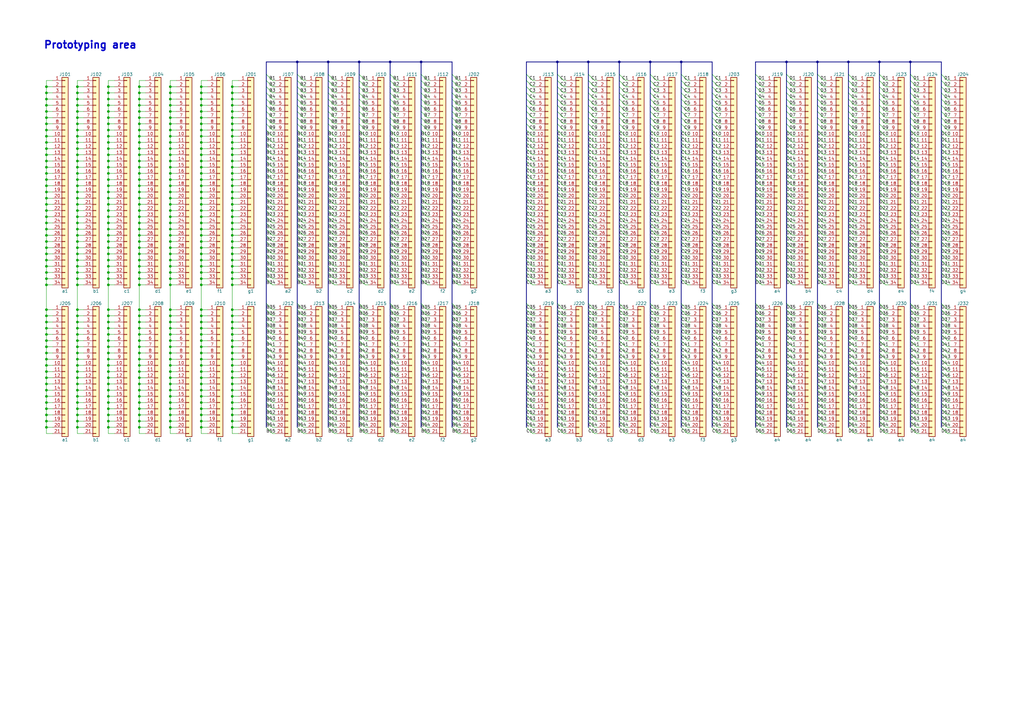
<source format=kicad_sch>
(kicad_sch (version 20230121) (generator eeschema)
  (paper "A3")
  (title_block (title "Protoboard") (date "2022-10-07") (rev "v1.0.0") (company "Sporniket") (comment 2 "Original repository : https://github.com/sporniket/protoboard"))
  (junction (at 31.75 73.66))
  (junction (at 19.05 35.56))
  (junction (at 57.15 139.7))
  (junction (at 499.11 68.58))
  (junction (at 44.45 116.84))
  (junction (at 31.75 91.44))
  (junction (at 31.75 60.96))
  (junction (at 537.21 91.44))
  (junction (at 537.21 83.82))
  (junction (at 82.55 157.48))
  (junction (at 57.15 160.02))
  (junction (at 82.55 134.62))
  (junction (at 241.3 25.4))
  (junction (at 228.6 25.4))
  (junction (at 562.61 71.12))
  (junction (at 537.21 35.56))
  (junction (at 82.55 58.42))
  (junction (at 57.15 66.04))
  (junction (at 44.45 104.14))
  (junction (at 499.11 73.66))
  (junction (at 499.11 76.2))
  (junction (at 499.11 96.52))
  (junction (at 499.11 50.8))
  (junction (at 44.45 66.04))
  (junction (at 95.25 50.8))
  (junction (at 69.85 50.8))
  (junction (at 537.21 124.46))
  (junction (at 537.21 81.28))
  (junction (at 31.75 106.68))
  (junction (at 537.21 55.88))
  (junction (at 57.15 53.34))
  (junction (at 44.45 48.26))
  (junction (at 82.55 81.28))
  (junction (at 69.85 38.1))
  (junction (at 19.05 116.84))
  (junction (at 562.61 50.8))
  (junction (at 44.45 170.18))
  (junction (at 69.85 152.4))
  (junction (at 19.05 50.8))
  (junction (at 499.11 134.62))
  (junction (at 69.85 68.58))
  (junction (at 31.75 149.86))
  (junction (at 95.25 71.12))
  (junction (at 57.15 91.44))
  (junction (at 134.62 25.4))
  (junction (at 31.75 96.52))
  (junction (at 562.61 48.26))
  (junction (at 95.25 35.56))
  (junction (at 69.85 129.54))
  (junction (at 562.61 63.5))
  (junction (at 473.71 35.56))
  (junction (at 82.55 106.68))
  (junction (at 499.11 60.96))
  (junction (at 57.15 175.26))
  (junction (at 95.25 78.74))
  (junction (at 82.55 83.82))
  (junction (at 31.75 175.26))
  (junction (at 95.25 137.16))
  (junction (at 473.71 58.42))
  (junction (at 499.11 124.46))
  (junction (at 95.25 116.84))
  (junction (at 69.85 66.04))
  (junction (at 57.15 35.56))
  (junction (at 19.05 76.2))
  (junction (at 499.11 81.28))
  (junction (at 537.21 33.02))
  (junction (at 69.85 76.2))
  (junction (at 69.85 99.06))
  (junction (at 19.05 157.48))
  (junction (at 537.21 76.2))
  (junction (at 19.05 149.86))
  (junction (at 121.92 25.4))
  (junction (at 69.85 63.5))
  (junction (at 69.85 137.16))
  (junction (at 57.15 154.94))
  (junction (at 44.45 73.66))
  (junction (at 31.75 162.56))
  (junction (at 499.11 127))
  (junction (at 537.21 101.6))
  (junction (at 95.25 91.44))
  (junction (at 69.85 45.72))
  (junction (at 69.85 101.6))
  (junction (at 31.75 172.72))
  (junction (at 499.11 93.98))
  (junction (at 562.61 104.14))
  (junction (at 44.45 165.1))
  (junction (at 57.15 167.64))
  (junction (at 19.05 60.96))
  (junction (at 57.15 71.12))
  (junction (at 31.75 170.18))
  (junction (at 95.25 45.72))
  (junction (at 537.21 38.1))
  (junction (at 562.61 53.34))
  (junction (at 19.05 86.36))
  (junction (at 95.25 114.3))
  (junction (at 31.75 86.36))
  (junction (at 19.05 175.26))
  (junction (at 44.45 149.86))
  (junction (at 499.11 99.06))
  (junction (at 44.45 175.26))
  (junction (at 44.45 162.56))
  (junction (at 19.05 137.16))
  (junction (at 473.71 101.6))
  (junction (at 69.85 60.96))
  (junction (at 82.55 96.52))
  (junction (at 57.15 149.86))
  (junction (at 82.55 38.1))
  (junction (at 473.71 83.82))
  (junction (at 473.71 109.22))
  (junction (at 82.55 86.36))
  (junction (at 31.75 35.56))
  (junction (at 57.15 106.68))
  (junction (at 31.75 53.34))
  (junction (at 499.11 86.36))
  (junction (at 57.15 78.74))
  (junction (at 31.75 139.7))
  (junction (at 31.75 167.64))
  (junction (at 44.45 132.08))
  (junction (at 31.75 81.28))
  (junction (at 19.05 43.18))
  (junction (at 473.71 129.54))
  (junction (at 562.61 66.04))
  (junction (at 537.21 40.64))
  (junction (at 499.11 35.56))
  (junction (at 57.15 76.2))
  (junction (at 69.85 48.26))
  (junction (at 69.85 114.3))
  (junction (at 499.11 132.08))
  (junction (at 499.11 55.88))
  (junction (at 44.45 96.52))
  (junction (at 57.15 68.58))
  (junction (at 19.05 38.1))
  (junction (at 473.71 50.8))
  (junction (at 95.25 68.58))
  (junction (at 537.21 127))
  (junction (at 57.15 38.1))
  (junction (at 499.11 83.82))
  (junction (at 499.11 63.5))
  (junction (at 57.15 96.52))
  (junction (at 95.25 167.64))
  (junction (at 31.75 71.12))
  (junction (at 95.25 93.98))
  (junction (at 69.85 167.64))
  (junction (at 57.15 45.72))
  (junction (at 499.11 111.76))
  (junction (at 82.55 45.72))
  (junction (at 69.85 109.22))
  (junction (at 322.58 25.4))
  (junction (at 69.85 134.62))
  (junction (at 44.45 142.24))
  (junction (at 57.15 142.24))
  (junction (at 44.45 53.34))
  (junction (at 562.61 111.76))
  (junction (at 473.71 106.68))
  (junction (at 499.11 88.9))
  (junction (at 44.45 50.8))
  (junction (at 69.85 40.64))
  (junction (at 279.4 25.4))
  (junction (at 95.25 142.24))
  (junction (at 19.05 109.22))
  (junction (at 499.11 38.1))
  (junction (at 499.11 53.34))
  (junction (at 82.55 99.06))
  (junction (at 31.75 137.16))
  (junction (at 82.55 167.64))
  (junction (at 537.21 99.06))
  (junction (at 95.25 101.6))
  (junction (at 69.85 111.76))
  (junction (at 562.61 73.66))
  (junction (at 31.75 99.06))
  (junction (at 473.71 99.06))
  (junction (at 95.25 170.18))
  (junction (at 537.21 114.3))
  (junction (at 19.05 45.72))
  (junction (at 473.71 53.34))
  (junction (at 95.25 104.14))
  (junction (at 82.55 55.88))
  (junction (at 499.11 45.72))
  (junction (at 537.21 88.9))
  (junction (at 95.25 139.7))
  (junction (at 82.55 60.96))
  (junction (at 95.25 58.42))
  (junction (at 95.25 111.76))
  (junction (at 95.25 106.68))
  (junction (at 82.55 50.8))
  (junction (at 95.25 73.66))
  (junction (at 44.45 43.18))
  (junction (at 473.71 93.98))
  (junction (at 95.25 76.2))
  (junction (at 57.15 60.96))
  (junction (at 44.45 139.7))
  (junction (at 57.15 99.06))
  (junction (at 562.61 83.82))
  (junction (at 57.15 81.28))
  (junction (at 537.21 73.66))
  (junction (at 44.45 88.9))
  (junction (at 266.7 25.4))
  (junction (at 19.05 114.3))
  (junction (at 499.11 104.14))
  (junction (at 69.85 86.36))
  (junction (at 44.45 60.96))
  (junction (at 82.55 104.14))
  (junction (at 499.11 114.3))
  (junction (at 57.15 109.22))
  (junction (at 473.71 86.36))
  (junction (at 82.55 170.18))
  (junction (at 537.21 78.74))
  (junction (at 69.85 154.94))
  (junction (at 57.15 147.32))
  (junction (at 562.61 93.98))
  (junction (at 473.71 48.26))
  (junction (at 57.15 73.66))
  (junction (at 19.05 154.94))
  (junction (at 82.55 43.18))
  (junction (at 95.25 132.08))
  (junction (at 473.71 132.08))
  (junction (at 69.85 78.74))
  (junction (at 19.05 48.26))
  (junction (at 57.15 104.14))
  (junction (at 499.11 66.04))
  (junction (at 95.25 43.18))
  (junction (at 473.71 38.1))
  (junction (at 95.25 134.62))
  (junction (at 537.21 134.62))
  (junction (at 31.75 63.5))
  (junction (at 95.25 86.36))
  (junction (at 562.61 33.02))
  (junction (at 19.05 101.6))
  (junction (at 473.71 78.74))
  (junction (at 57.15 152.4))
  (junction (at 44.45 63.5))
  (junction (at 537.21 104.14))
  (junction (at 95.25 149.86))
  (junction (at 31.75 88.9))
  (junction (at 44.45 38.1))
  (junction (at 562.61 124.46))
  (junction (at 31.75 55.88))
  (junction (at 57.15 58.42))
  (junction (at 19.05 172.72))
  (junction (at 499.11 71.12))
  (junction (at 95.25 157.48))
  (junction (at 473.71 73.66))
  (junction (at 31.75 48.26))
  (junction (at 57.15 170.18))
  (junction (at 57.15 111.76))
  (junction (at 82.55 101.6))
  (junction (at 499.11 43.18))
  (junction (at 57.15 172.72))
  (junction (at 82.55 78.74))
  (junction (at 95.25 129.54))
  (junction (at 82.55 109.22))
  (junction (at 57.15 157.48))
  (junction (at 44.45 45.72))
  (junction (at 537.21 50.8))
  (junction (at 82.55 116.84))
  (junction (at 562.61 86.36))
  (junction (at 473.71 104.14))
  (junction (at 69.85 149.86))
  (junction (at 95.25 38.1))
  (junction (at 57.15 63.5))
  (junction (at 562.61 109.22))
  (junction (at 537.21 109.22))
  (junction (at 69.85 71.12))
  (junction (at 82.55 76.2))
  (junction (at 31.75 132.08))
  (junction (at 82.55 111.76))
  (junction (at 82.55 88.9))
  (junction (at 19.05 132.08))
  (junction (at 499.11 137.16))
  (junction (at 44.45 127))
  (junction (at 537.21 106.68))
  (junction (at 44.45 86.36))
  (junction (at 562.61 60.96))
  (junction (at 44.45 40.64))
  (junction (at 473.71 76.2))
  (junction (at 95.25 162.56))
  (junction (at 31.75 109.22))
  (junction (at 562.61 45.72))
  (junction (at 82.55 48.26))
  (junction (at 172.72 25.4))
  (junction (at 19.05 104.14))
  (junction (at 537.21 137.16))
  (junction (at 537.21 43.18))
  (junction (at 69.85 106.68))
  (junction (at 19.05 165.1))
  (junction (at 562.61 58.42))
  (junction (at 57.15 137.16))
  (junction (at 57.15 93.98))
  (junction (at 57.15 83.82))
  (junction (at 44.45 157.48))
  (junction (at 31.75 104.14))
  (junction (at 562.61 43.18))
  (junction (at 31.75 152.4))
  (junction (at 473.71 60.96))
  (junction (at 473.71 91.44))
  (junction (at 57.15 40.64))
  (junction (at 95.25 40.64))
  (junction (at 562.61 88.9))
  (junction (at 31.75 157.48))
  (junction (at 562.61 35.56))
  (junction (at 82.55 137.16))
  (junction (at 19.05 111.76))
  (junction (at 44.45 109.22))
  (junction (at 82.55 129.54))
  (junction (at 57.15 48.26))
  (junction (at 44.45 106.68))
  (junction (at 31.75 58.42))
  (junction (at 31.75 134.62))
  (junction (at 95.25 88.9))
  (junction (at 82.55 132.08))
  (junction (at 562.61 78.74))
  (junction (at 69.85 83.82))
  (junction (at 473.71 127))
  (junction (at 19.05 129.54))
  (junction (at 31.75 76.2))
  (junction (at 19.05 106.68))
  (junction (at 31.75 43.18))
  (junction (at 69.85 142.24))
  (junction (at 95.25 172.72))
  (junction (at 473.71 114.3))
  (junction (at 57.15 144.78))
  (junction (at 31.75 38.1))
  (junction (at 82.55 66.04))
  (junction (at 82.55 175.26))
  (junction (at 44.45 147.32))
  (junction (at 562.61 40.64))
  (junction (at 95.25 127))
  (junction (at 537.21 96.52))
  (junction (at 537.21 93.98))
  (junction (at 95.25 147.32))
  (junction (at 499.11 129.54))
  (junction (at 19.05 99.06))
  (junction (at 44.45 81.28))
  (junction (at 95.25 144.78))
  (junction (at 473.71 40.64))
  (junction (at 95.25 55.88))
  (junction (at 499.11 109.22))
  (junction (at 44.45 99.06))
  (junction (at 95.25 48.26))
  (junction (at 537.21 129.54))
  (junction (at 82.55 160.02))
  (junction (at 82.55 68.58))
  (junction (at 473.71 111.76))
  (junction (at 57.15 88.9))
  (junction (at 562.61 99.06))
  (junction (at 57.15 114.3))
  (junction (at 95.25 175.26))
  (junction (at 82.55 162.56))
  (junction (at 499.11 78.74))
  (junction (at 69.85 35.56))
  (junction (at 473.71 55.88))
  (junction (at 82.55 73.66))
  (junction (at 19.05 162.56))
  (junction (at 499.11 106.68))
  (junction (at 44.45 101.6))
  (junction (at 69.85 73.66))
  (junction (at 562.61 101.6))
  (junction (at 44.45 114.3))
  (junction (at 57.15 134.62))
  (junction (at 147.32 25.4))
  (junction (at 19.05 71.12))
  (junction (at 360.68 25.4))
  (junction (at 19.05 139.7))
  (junction (at 82.55 35.56))
  (junction (at 82.55 142.24))
  (junction (at 19.05 170.18))
  (junction (at 57.15 162.56))
  (junction (at 44.45 160.02))
  (junction (at 69.85 43.18))
  (junction (at 335.28 25.4))
  (junction (at 373.38 25.4))
  (junction (at 82.55 71.12))
  (junction (at 69.85 175.26))
  (junction (at 19.05 53.34))
  (junction (at 537.21 68.58))
  (junction (at 44.45 58.42))
  (junction (at 44.45 78.74))
  (junction (at 57.15 132.08))
  (junction (at 69.85 58.42))
  (junction (at 44.45 111.76))
  (junction (at 499.11 33.02))
  (junction (at 562.61 38.1))
  (junction (at 44.45 71.12))
  (junction (at 57.15 50.8))
  (junction (at 19.05 160.02))
  (junction (at 537.21 132.08))
  (junction (at 57.15 86.36))
  (junction (at 537.21 71.12))
  (junction (at 473.71 88.9))
  (junction (at 95.25 63.5))
  (junction (at 562.61 68.58))
  (junction (at 31.75 142.24))
  (junction (at 254 25.4))
  (junction (at 82.55 114.3))
  (junction (at 562.61 91.44))
  (junction (at 562.61 55.88))
  (junction (at 562.61 137.16))
  (junction (at 473.71 66.04))
  (junction (at 82.55 154.94))
  (junction (at 19.05 58.42))
  (junction (at 31.75 160.02))
  (junction (at 95.25 152.4))
  (junction (at 57.15 165.1))
  (junction (at 19.05 68.58))
  (junction (at 473.71 96.52))
  (junction (at 69.85 139.7))
  (junction (at 69.85 132.08))
  (junction (at 537.21 111.76))
  (junction (at 82.55 144.78))
  (junction (at 537.21 60.96))
  (junction (at 473.71 63.5))
  (junction (at 19.05 55.88))
  (junction (at 562.61 114.3))
  (junction (at 69.85 53.34))
  (junction (at 31.75 50.8))
  (junction (at 31.75 66.04))
  (junction (at 473.71 43.18))
  (junction (at 82.55 127))
  (junction (at 473.71 33.02))
  (junction (at 69.85 147.32))
  (junction (at 31.75 144.78))
  (junction (at 473.71 45.72))
  (junction (at 95.25 66.04))
  (junction (at 160.02 25.4))
  (junction (at 82.55 172.72))
  (junction (at 562.61 76.2))
  (junction (at 473.71 124.46))
  (junction (at 31.75 93.98))
  (junction (at 499.11 91.44))
  (junction (at 95.25 53.34))
  (junction (at 31.75 45.72))
  (junction (at 562.61 134.62))
  (junction (at 537.21 45.72))
  (junction (at 57.15 55.88))
  (junction (at 44.45 134.62))
  (junction (at 82.55 149.86))
  (junction (at 19.05 142.24))
  (junction (at 19.05 152.4))
  (junction (at 31.75 116.84))
  (junction (at 82.55 147.32))
  (junction (at 44.45 167.64))
  (junction (at 69.85 81.28))
  (junction (at 537.21 66.04))
  (junction (at 347.98 25.4))
  (junction (at 537.21 63.5))
  (junction (at 562.61 132.08))
  (junction (at 44.45 55.88))
  (junction (at 499.11 48.26))
  (junction (at 499.11 101.6))
  (junction (at 473.71 68.58))
  (junction (at 31.75 165.1))
  (junction (at 44.45 83.82))
  (junction (at 473.71 137.16))
  (junction (at 31.75 78.74))
  (junction (at 19.05 63.5))
  (junction (at 19.05 83.82))
  (junction (at 44.45 154.94))
  (junction (at 19.05 66.04))
  (junction (at 31.75 114.3))
  (junction (at 95.25 160.02))
  (junction (at 44.45 68.58))
  (junction (at 69.85 165.1))
  (junction (at 95.25 99.06))
  (junction (at 57.15 101.6))
  (junction (at 82.55 139.7))
  (junction (at 19.05 93.98))
  (junction (at 19.05 88.9))
  (junction (at 19.05 78.74))
  (junction (at 31.75 68.58))
  (junction (at 19.05 147.32))
  (junction (at 562.61 96.52))
  (junction (at 19.05 91.44))
  (junction (at 31.75 154.94))
  (junction (at 44.45 137.16))
  (junction (at 82.55 53.34))
  (junction (at 95.25 109.22))
  (junction (at 562.61 127))
  (junction (at 562.61 106.68))
  (junction (at 44.45 35.56))
  (junction (at 69.85 104.14))
  (junction (at 473.71 134.62))
  (junction (at 31.75 101.6))
  (junction (at 537.21 53.34))
  (junction (at 31.75 129.54))
  (junction (at 69.85 55.88))
  (junction (at 562.61 81.28))
  (junction (at 95.25 83.82))
  (junction (at 69.85 172.72))
  (junction (at 69.85 157.48))
  (junction (at 19.05 127))
  (junction (at 473.71 81.28))
  (junction (at 499.11 58.42))
  (junction (at 44.45 91.44))
  (junction (at 82.55 91.44))
  (junction (at 31.75 127))
  (junction (at 82.55 63.5))
  (junction (at 69.85 96.52))
  (junction (at 19.05 167.64))
  (junction (at 57.15 129.54))
  (junction (at 44.45 152.4))
  (junction (at 19.05 73.66))
  (junction (at 95.25 165.1))
  (junction (at 44.45 129.54))
  (junction (at 69.85 162.56))
  (junction (at 562.61 129.54))
  (junction (at 95.25 154.94))
  (junction (at 31.75 40.64))
  (junction (at 19.05 81.28))
  (junction (at 537.21 86.36))
  (junction (at 31.75 83.82))
  (junction (at 31.75 111.76))
  (junction (at 44.45 172.72))
  (junction (at 19.05 144.78))
  (junction (at 82.55 165.1))
  (junction (at 69.85 93.98))
  (junction (at 82.55 93.98))
  (junction (at 69.85 91.44))
  (junction (at 19.05 40.64))
  (junction (at 69.85 116.84))
  (junction (at 57.15 43.18))
  (junction (at 31.75 147.32))
  (junction (at 82.55 40.64))
  (junction (at 499.11 40.64))
  (junction (at 537.21 48.26))
  (junction (at 69.85 144.78))
  (junction (at 95.25 81.28))
  (junction (at 69.85 160.02))
  (junction (at 44.45 76.2))
  (junction (at 473.71 71.12))
  (junction (at 57.15 127))
  (junction (at 95.25 96.52))
  (junction (at 19.05 134.62))
  (junction (at 57.15 116.84))
  (junction (at 82.55 152.4))
  (junction (at 537.21 58.42))
  (junction (at 69.85 170.18))
  (junction (at 69.85 88.9))
  (junction (at 19.05 96.52))
  (junction (at 44.45 144.78))
  (junction (at 95.25 60.96))
  (junction (at 44.45 93.98))
  (junction (at 69.85 127))
  (bus_entry (at 160.02 175.26) (size 2.54 2.54))
  (bus_entry (at 292.1 132.08) (size 2.54 2.54))
  (bus_entry (at 172.72 78.74) (size 2.54 2.54))
  (bus_entry (at 360.68 104.14) (size 2.54 2.54))
  (bus_entry (at 292.1 50.8) (size 2.54 2.54))
  (bus_entry (at 373.38 129.54) (size 2.54 2.54))
  (bus_entry (at 360.68 35.56) (size 2.54 2.54))
  (bus_entry (at 254 38.1) (size 2.54 2.54))
  (bus_entry (at 373.38 147.32) (size 2.54 2.54))
  (bus_entry (at 241.3 142.24) (size 2.54 2.54))
  (bus_entry (at 266.7 76.2) (size 2.54 2.54))
  (bus_entry (at 373.38 35.56) (size 2.54 2.54))
  (bus_entry (at 347.98 96.52) (size 2.54 2.54))
  (bus_entry (at 347.98 63.5) (size 2.54 2.54))
  (bus_entry (at 254 83.82) (size 2.54 2.54))
  (bus_entry (at 335.28 167.64) (size 2.54 2.54))
  (bus_entry (at 160.02 109.22) (size 2.54 2.54))
  (bus_entry (at 254 152.4) (size 2.54 2.54))
  (bus_entry (at 228.6 147.32) (size 2.54 2.54))
  (bus_entry (at 147.32 139.7) (size 2.54 2.54))
  (bus_entry (at 172.72 38.1) (size 2.54 2.54))
  (bus_entry (at 160.02 83.82) (size 2.54 2.54))
  (bus_entry (at 147.32 154.94) (size 2.54 2.54))
  (bus_entry (at 347.98 109.22) (size 2.54 2.54))
  (bus_entry (at 185.42 114.3) (size 2.54 2.54))
  (bus_entry (at 134.62 109.22) (size 2.54 2.54))
  (bus_entry (at 309.88 104.14) (size 2.54 2.54))
  (bus_entry (at 322.58 35.56) (size 2.54 2.54))
  (bus_entry (at 309.88 106.68) (size 2.54 2.54))
  (bus_entry (at 134.62 139.7) (size 2.54 2.54))
  (bus_entry (at 322.58 50.8) (size 2.54 2.54))
  (bus_entry (at 254 142.24) (size 2.54 2.54))
  (bus_entry (at 309.88 124.46) (size 2.54 2.54))
  (bus_entry (at 109.22 106.68) (size 2.54 2.54))
  (bus_entry (at 292.1 91.44) (size 2.54 2.54))
  (bus_entry (at 121.92 93.98) (size 2.54 2.54))
  (bus_entry (at 373.38 86.36) (size 2.54 2.54))
  (bus_entry (at 134.62 144.78) (size 2.54 2.54))
  (bus_entry (at 373.38 114.3) (size 2.54 2.54))
  (bus_entry (at 292.1 78.74) (size 2.54 2.54))
  (bus_entry (at 134.62 91.44) (size 2.54 2.54))
  (bus_entry (at 254 91.44) (size 2.54 2.54))
  (bus_entry (at 134.62 30.48) (size 2.54 2.54))
  (bus_entry (at 373.38 157.48) (size 2.54 2.54))
  (bus_entry (at 215.9 71.12) (size 2.54 2.54))
  (bus_entry (at 147.32 68.58) (size 2.54 2.54))
  (bus_entry (at 373.38 134.62) (size 2.54 2.54))
  (bus_entry (at 147.32 43.18) (size 2.54 2.54))
  (bus_entry (at 266.7 99.06) (size 2.54 2.54))
  (bus_entry (at 360.68 134.62) (size 2.54 2.54))
  (bus_entry (at 292.1 71.12) (size 2.54 2.54))
  (bus_entry (at 241.3 60.96) (size 2.54 2.54))
  (bus_entry (at 172.72 33.02) (size 2.54 2.54))
  (bus_entry (at 228.6 144.78) (size 2.54 2.54))
  (bus_entry (at 254 96.52) (size 2.54 2.54))
  (bus_entry (at 279.4 71.12) (size 2.54 2.54))
  (bus_entry (at 147.32 66.04) (size 2.54 2.54))
  (bus_entry (at 386.08 142.24) (size 2.54 2.54))
  (bus_entry (at 172.72 139.7) (size 2.54 2.54))
  (bus_entry (at 121.92 137.16) (size 2.54 2.54))
  (bus_entry (at 266.7 58.42) (size 2.54 2.54))
  (bus_entry (at 373.38 111.76) (size 2.54 2.54))
  (bus_entry (at 109.22 91.44) (size 2.54 2.54))
  (bus_entry (at 254 172.72) (size 2.54 2.54))
  (bus_entry (at 322.58 152.4) (size 2.54 2.54))
  (bus_entry (at 109.22 142.24) (size 2.54 2.54))
  (bus_entry (at 134.62 50.8) (size 2.54 2.54))
  (bus_entry (at 147.32 160.02) (size 2.54 2.54))
  (bus_entry (at 185.42 134.62) (size 2.54 2.54))
  (bus_entry (at 147.32 55.88) (size 2.54 2.54))
  (bus_entry (at 254 157.48) (size 2.54 2.54))
  (bus_entry (at 254 76.2) (size 2.54 2.54))
  (bus_entry (at 279.4 83.82) (size 2.54 2.54))
  (bus_entry (at 147.32 91.44) (size 2.54 2.54))
  (bus_entry (at 147.32 104.14) (size 2.54 2.54))
  (bus_entry (at 160.02 30.48) (size 2.54 2.54))
  (bus_entry (at 335.28 149.86) (size 2.54 2.54))
  (bus_entry (at 266.7 144.78) (size 2.54 2.54))
  (bus_entry (at 228.6 96.52) (size 2.54 2.54))
  (bus_entry (at 335.28 152.4) (size 2.54 2.54))
  (bus_entry (at 347.98 162.56) (size 2.54 2.54))
  (bus_entry (at 309.88 86.36) (size 2.54 2.54))
  (bus_entry (at 292.1 30.48) (size 2.54 2.54))
  (bus_entry (at 279.4 35.56) (size 2.54 2.54))
  (bus_entry (at 172.72 165.1) (size 2.54 2.54))
  (bus_entry (at 335.28 76.2) (size 2.54 2.54))
  (bus_entry (at 360.68 60.96) (size 2.54 2.54))
  (bus_entry (at 373.38 167.64) (size 2.54 2.54))
  (bus_entry (at 347.98 170.18) (size 2.54 2.54))
  (bus_entry (at 322.58 142.24) (size 2.54 2.54))
  (bus_entry (at 160.02 157.48) (size 2.54 2.54))
  (bus_entry (at 335.28 33.02) (size 2.54 2.54))
  (bus_entry (at 373.38 132.08) (size 2.54 2.54))
  (bus_entry (at 185.42 129.54) (size 2.54 2.54))
  (bus_entry (at 185.42 93.98) (size 2.54 2.54))
  (bus_entry (at 266.7 160.02) (size 2.54 2.54))
  (bus_entry (at 360.68 83.82) (size 2.54 2.54))
  (bus_entry (at 172.72 137.16) (size 2.54 2.54))
  (bus_entry (at 254 104.14) (size 2.54 2.54))
  (bus_entry (at 373.38 45.72) (size 2.54 2.54))
  (bus_entry (at 134.62 88.9) (size 2.54 2.54))
  (bus_entry (at 335.28 63.5) (size 2.54 2.54))
  (bus_entry (at 347.98 68.58) (size 2.54 2.54))
  (bus_entry (at 360.68 50.8) (size 2.54 2.54))
  (bus_entry (at 266.7 83.82) (size 2.54 2.54))
  (bus_entry (at 373.38 93.98) (size 2.54 2.54))
  (bus_entry (at 279.4 139.7) (size 2.54 2.54))
  (bus_entry (at 241.3 154.94) (size 2.54 2.54))
  (bus_entry (at 279.4 53.34) (size 2.54 2.54))
  (bus_entry (at 266.7 114.3) (size 2.54 2.54))
  (bus_entry (at 185.42 144.78) (size 2.54 2.54))
  (bus_entry (at 134.62 58.42) (size 2.54 2.54))
  (bus_entry (at 185.42 152.4) (size 2.54 2.54))
  (bus_entry (at 147.32 157.48) (size 2.54 2.54))
  (bus_entry (at 160.02 144.78) (size 2.54 2.54))
  (bus_entry (at 241.3 86.36) (size 2.54 2.54))
  (bus_entry (at 109.22 63.5) (size 2.54 2.54))
  (bus_entry (at 121.92 129.54) (size 2.54 2.54))
  (bus_entry (at 215.9 175.26) (size 2.54 2.54))
  (bus_entry (at 266.7 154.94) (size 2.54 2.54))
  (bus_entry (at 134.62 165.1) (size 2.54 2.54))
  (bus_entry (at 160.02 53.34) (size 2.54 2.54))
  (bus_entry (at 215.9 132.08) (size 2.54 2.54))
  (bus_entry (at 109.22 167.64) (size 2.54 2.54))
  (bus_entry (at 172.72 170.18) (size 2.54 2.54))
  (bus_entry (at 386.08 86.36) (size 2.54 2.54))
  (bus_entry (at 279.4 55.88) (size 2.54 2.54))
  (bus_entry (at 121.92 165.1) (size 2.54 2.54))
  (bus_entry (at 109.22 162.56) (size 2.54 2.54))
  (bus_entry (at 386.08 132.08) (size 2.54 2.54))
  (bus_entry (at 241.3 96.52) (size 2.54 2.54))
  (bus_entry (at 254 162.56) (size 2.54 2.54))
  (bus_entry (at 172.72 106.68) (size 2.54 2.54))
  (bus_entry (at 335.28 43.18) (size 2.54 2.54))
  (bus_entry (at 309.88 30.48) (size 2.54 2.54))
  (bus_entry (at 335.28 129.54) (size 2.54 2.54))
  (bus_entry (at 292.1 53.34) (size 2.54 2.54))
  (bus_entry (at 228.6 152.4) (size 2.54 2.54))
  (bus_entry (at 266.7 35.56) (size 2.54 2.54))
  (bus_entry (at 279.4 101.6) (size 2.54 2.54))
  (bus_entry (at 109.22 154.94) (size 2.54 2.54))
  (bus_entry (at 360.68 142.24) (size 2.54 2.54))
  (bus_entry (at 215.9 60.96) (size 2.54 2.54))
  (bus_entry (at 160.02 114.3) (size 2.54 2.54))
  (bus_entry (at 228.6 81.28) (size 2.54 2.54))
  (bus_entry (at 134.62 53.34) (size 2.54 2.54))
  (bus_entry (at 309.88 142.24) (size 2.54 2.54))
  (bus_entry (at 386.08 71.12) (size 2.54 2.54))
  (bus_entry (at 292.1 76.2) (size 2.54 2.54))
  (bus_entry (at 373.38 78.74) (size 2.54 2.54))
  (bus_entry (at 373.38 139.7) (size 2.54 2.54))
  (bus_entry (at 172.72 48.26) (size 2.54 2.54))
  (bus_entry (at 254 101.6) (size 2.54 2.54))
  (bus_entry (at 172.72 50.8) (size 2.54 2.54))
  (bus_entry (at 386.08 30.48) (size 2.54 2.54))
  (bus_entry (at 266.7 63.5) (size 2.54 2.54))
  (bus_entry (at 215.9 76.2) (size 2.54 2.54))
  (bus_entry (at 292.1 104.14) (size 2.54 2.54))
  (bus_entry (at 241.3 38.1) (size 2.54 2.54))
  (bus_entry (at 292.1 86.36) (size 2.54 2.54))
  (bus_entry (at 215.9 124.46) (size 2.54 2.54))
  (bus_entry (at 266.7 43.18) (size 2.54 2.54))
  (bus_entry (at 172.72 149.86) (size 2.54 2.54))
  (bus_entry (at 386.08 154.94) (size 2.54 2.54))
  (bus_entry (at 347.98 40.64) (size 2.54 2.54))
  (bus_entry (at 266.7 78.74) (size 2.54 2.54))
  (bus_entry (at 373.38 162.56) (size 2.54 2.54))
  (bus_entry (at 266.7 152.4) (size 2.54 2.54))
  (bus_entry (at 109.22 81.28) (size 2.54 2.54))
  (bus_entry (at 121.92 66.04) (size 2.54 2.54))
  (bus_entry (at 121.92 114.3) (size 2.54 2.54))
  (bus_entry (at 241.3 139.7) (size 2.54 2.54))
  (bus_entry (at 335.28 109.22) (size 2.54 2.54))
  (bus_entry (at 109.22 157.48) (size 2.54 2.54))
  (bus_entry (at 335.28 127) (size 2.54 2.54))
  (bus_entry (at 347.98 111.76) (size 2.54 2.54))
  (bus_entry (at 266.7 86.36) (size 2.54 2.54))
  (bus_entry (at 121.92 76.2) (size 2.54 2.54))
  (bus_entry (at 109.22 137.16) (size 2.54 2.54))
  (bus_entry (at 279.4 132.08) (size 2.54 2.54))
  (bus_entry (at 215.9 66.04) (size 2.54 2.54))
  (bus_entry (at 309.88 137.16) (size 2.54 2.54))
  (bus_entry (at 147.32 33.02) (size 2.54 2.54))
  (bus_entry (at 360.68 81.28) (size 2.54 2.54))
  (bus_entry (at 292.1 147.32) (size 2.54 2.54))
  (bus_entry (at 228.6 99.06) (size 2.54 2.54))
  (bus_entry (at 373.38 101.6) (size 2.54 2.54))
  (bus_entry (at 172.72 172.72) (size 2.54 2.54))
  (bus_entry (at 279.4 68.58) (size 2.54 2.54))
  (bus_entry (at 292.1 81.28) (size 2.54 2.54))
  (bus_entry (at 322.58 104.14) (size 2.54 2.54))
  (bus_entry (at 215.9 109.22) (size 2.54 2.54))
  (bus_entry (at 335.28 139.7) (size 2.54 2.54))
  (bus_entry (at 386.08 35.56) (size 2.54 2.54))
  (bus_entry (at 292.1 60.96) (size 2.54 2.54))
  (bus_entry (at 335.28 165.1) (size 2.54 2.54))
  (bus_entry (at 121.92 152.4) (size 2.54 2.54))
  (bus_entry (at 134.62 106.68) (size 2.54 2.54))
  (bus_entry (at 121.92 149.86) (size 2.54 2.54))
  (bus_entry (at 335.28 73.66) (size 2.54 2.54))
  (bus_entry (at 347.98 55.88) (size 2.54 2.54))
  (bus_entry (at 241.3 50.8) (size 2.54 2.54))
  (bus_entry (at 335.28 45.72) (size 2.54 2.54))
  (bus_entry (at 322.58 137.16) (size 2.54 2.54))
  (bus_entry (at 386.08 96.52) (size 2.54 2.54))
  (bus_entry (at 185.42 111.76) (size 2.54 2.54))
  (bus_entry (at 347.98 175.26) (size 2.54 2.54))
  (bus_entry (at 121.92 106.68) (size 2.54 2.54))
  (bus_entry (at 309.88 132.08) (size 2.54 2.54))
  (bus_entry (at 322.58 157.48) (size 2.54 2.54))
  (bus_entry (at 121.92 99.06) (size 2.54 2.54))
  (bus_entry (at 215.9 81.28) (size 2.54 2.54))
  (bus_entry (at 279.4 91.44) (size 2.54 2.54))
  (bus_entry (at 172.72 83.82) (size 2.54 2.54))
  (bus_entry (at 172.72 53.34) (size 2.54 2.54))
  (bus_entry (at 172.72 71.12) (size 2.54 2.54))
  (bus_entry (at 121.92 172.72) (size 2.54 2.54))
  (bus_entry (at 279.4 127) (size 2.54 2.54))
  (bus_entry (at 147.32 53.34) (size 2.54 2.54))
  (bus_entry (at 292.1 165.1) (size 2.54 2.54))
  (bus_entry (at 241.3 68.58) (size 2.54 2.54))
  (bus_entry (at 109.22 93.98) (size 2.54 2.54))
  (bus_entry (at 360.68 172.72) (size 2.54 2.54))
  (bus_entry (at 241.3 58.42) (size 2.54 2.54))
  (bus_entry (at 386.08 144.78) (size 2.54 2.54))
  (bus_entry (at 185.42 91.44) (size 2.54 2.54))
  (bus_entry (at 254 114.3) (size 2.54 2.54))
  (bus_entry (at 292.1 134.62) (size 2.54 2.54))
  (bus_entry (at 241.3 132.08) (size 2.54 2.54))
  (bus_entry (at 254 60.96) (size 2.54 2.54))
  (bus_entry (at 360.68 101.6) (size 2.54 2.54))
  (bus_entry (at 228.6 134.62) (size 2.54 2.54))
  (bus_entry (at 254 66.04) (size 2.54 2.54))
  (bus_entry (at 109.22 147.32) (size 2.54 2.54))
  (bus_entry (at 347.98 137.16) (size 2.54 2.54))
  (bus_entry (at 215.9 167.64) (size 2.54 2.54))
  (bus_entry (at 185.42 43.18) (size 2.54 2.54))
  (bus_entry (at 228.6 86.36) (size 2.54 2.54))
  (bus_entry (at 228.6 45.72) (size 2.54 2.54))
  (bus_entry (at 241.3 91.44) (size 2.54 2.54))
  (bus_entry (at 279.4 149.86) (size 2.54 2.54))
  (bus_entry (at 134.62 137.16) (size 2.54 2.54))
  (bus_entry (at 386.08 139.7) (size 2.54 2.54))
  (bus_entry (at 172.72 142.24) (size 2.54 2.54))
  (bus_entry (at 322.58 30.48) (size 2.54 2.54))
  (bus_entry (at 335.28 132.08) (size 2.54 2.54))
  (bus_entry (at 373.38 144.78) (size 2.54 2.54))
  (bus_entry (at 134.62 104.14) (size 2.54 2.54))
  (bus_entry (at 147.32 48.26) (size 2.54 2.54))
  (bus_entry (at 160.02 93.98) (size 2.54 2.54))
  (bus_entry (at 160.02 38.1) (size 2.54 2.54))
  (bus_entry (at 347.98 129.54) (size 2.54 2.54))
  (bus_entry (at 228.6 66.04) (size 2.54 2.54))
  (bus_entry (at 160.02 35.56) (size 2.54 2.54))
  (bus_entry (at 185.42 147.32) (size 2.54 2.54))
  (bus_entry (at 309.88 149.86) (size 2.54 2.54))
  (bus_entry (at 335.28 137.16) (size 2.54 2.54))
  (bus_entry (at 254 160.02) (size 2.54 2.54))
  (bus_entry (at 279.4 114.3) (size 2.54 2.54))
  (bus_entry (at 215.9 55.88) (size 2.54 2.54))
  (bus_entry (at 185.42 63.5) (size 2.54 2.54))
  (bus_entry (at 373.38 50.8) (size 2.54 2.54))
  (bus_entry (at 134.62 147.32) (size 2.54 2.54))
  (bus_entry (at 373.38 76.2) (size 2.54 2.54))
  (bus_entry (at 109.22 152.4) (size 2.54 2.54))
  (bus_entry (at 254 175.26) (size 2.54 2.54))
  (bus_entry (at 109.22 40.64) (size 2.54 2.54))
  (bus_entry (at 360.68 165.1) (size 2.54 2.54))
  (bus_entry (at 373.38 66.04) (size 2.54 2.54))
  (bus_entry (at 172.72 96.52) (size 2.54 2.54))
  (bus_entry (at 386.08 50.8) (size 2.54 2.54))
  (bus_entry (at 160.02 86.36) (size 2.54 2.54))
  (bus_entry (at 386.08 170.18) (size 2.54 2.54))
  (bus_entry (at 254 53.34) (size 2.54 2.54))
  (bus_entry (at 266.7 157.48) (size 2.54 2.54))
  (bus_entry (at 360.68 78.74) (size 2.54 2.54))
  (bus_entry (at 121.92 55.88) (size 2.54 2.54))
  (bus_entry (at 386.08 167.64) (size 2.54 2.54))
  (bus_entry (at 160.02 104.14) (size 2.54 2.54))
  (bus_entry (at 172.72 104.14) (size 2.54 2.54))
  (bus_entry (at 360.68 154.94) (size 2.54 2.54))
  (bus_entry (at 292.1 139.7) (size 2.54 2.54))
  (bus_entry (at 160.02 142.24) (size 2.54 2.54))
  (bus_entry (at 335.28 134.62) (size 2.54 2.54))
  (bus_entry (at 109.22 88.9) (size 2.54 2.54))
  (bus_entry (at 322.58 114.3) (size 2.54 2.54))
  (bus_entry (at 109.22 76.2) (size 2.54 2.54))
  (bus_entry (at 134.62 162.56) (size 2.54 2.54))
  (bus_entry (at 360.68 137.16) (size 2.54 2.54))
  (bus_entry (at 241.3 109.22) (size 2.54 2.54))
  (bus_entry (at 172.72 124.46) (size 2.54 2.54))
  (bus_entry (at 121.92 139.7) (size 2.54 2.54))
  (bus_entry (at 373.38 33.02) (size 2.54 2.54))
  (bus_entry (at 134.62 73.66) (size 2.54 2.54))
  (bus_entry (at 279.4 144.78) (size 2.54 2.54))
  (bus_entry (at 185.42 88.9) (size 2.54 2.54))
  (bus_entry (at 134.62 101.6) (size 2.54 2.54))
  (bus_entry (at 185.42 73.66) (size 2.54 2.54))
  (bus_entry (at 360.68 106.68) (size 2.54 2.54))
  (bus_entry (at 279.4 78.74) (size 2.54 2.54))
  (bus_entry (at 322.58 99.06) (size 2.54 2.54))
  (bus_entry (at 386.08 55.88) (size 2.54 2.54))
  (bus_entry (at 147.32 40.64) (size 2.54 2.54))
  (bus_entry (at 292.1 170.18) (size 2.54 2.54))
  (bus_entry (at 254 81.28) (size 2.54 2.54))
  (bus_entry (at 185.42 60.96) (size 2.54 2.54))
  (bus_entry (at 160.02 101.6) (size 2.54 2.54))
  (bus_entry (at 185.42 45.72) (size 2.54 2.54))
  (bus_entry (at 266.7 50.8) (size 2.54 2.54))
  (bus_entry (at 172.72 55.88) (size 2.54 2.54))
  (bus_entry (at 134.62 76.2) (size 2.54 2.54))
  (bus_entry (at 347.98 152.4) (size 2.54 2.54))
  (bus_entry (at 172.72 167.64) (size 2.54 2.54))
  (bus_entry (at 347.98 106.68) (size 2.54 2.54))
  (bus_entry (at 266.7 73.66) (size 2.54 2.54))
  (bus_entry (at 160.02 88.9) (size 2.54 2.54))
  (bus_entry (at 266.7 111.76) (size 2.54 2.54))
  (bus_entry (at 134.62 78.74) (size 2.54 2.54))
  (bus_entry (at 228.6 154.94) (size 2.54 2.54))
  (bus_entry (at 386.08 157.48) (size 2.54 2.54))
  (bus_entry (at 360.68 147.32) (size 2.54 2.54))
  (bus_entry (at 109.22 99.06) (size 2.54 2.54))
  (bus_entry (at 254 43.18) (size 2.54 2.54))
  (bus_entry (at 292.1 101.6) (size 2.54 2.54))
  (bus_entry (at 160.02 167.64) (size 2.54 2.54))
  (bus_entry (at 292.1 162.56) (size 2.54 2.54))
  (bus_entry (at 241.3 99.06) (size 2.54 2.54))
  (bus_entry (at 109.22 124.46) (size 2.54 2.54))
  (bus_entry (at 386.08 152.4) (size 2.54 2.54))
  (bus_entry (at 254 33.02) (size 2.54 2.54))
  (bus_entry (at 292.1 55.88) (size 2.54 2.54))
  (bus_entry (at 147.32 137.16) (size 2.54 2.54))
  (bus_entry (at 134.62 48.26) (size 2.54 2.54))
  (bus_entry (at 172.72 101.6) (size 2.54 2.54))
  (bus_entry (at 109.22 68.58) (size 2.54 2.54))
  (bus_entry (at 215.9 96.52) (size 2.54 2.54))
  (bus_entry (at 172.72 58.42) (size 2.54 2.54))
  (bus_entry (at 147.32 86.36) (size 2.54 2.54))
  (bus_entry (at 373.38 40.64) (size 2.54 2.54))
  (bus_entry (at 228.6 109.22) (size 2.54 2.54))
  (bus_entry (at 185.42 76.2) (size 2.54 2.54))
  (bus_entry (at 254 167.64) (size 2.54 2.54))
  (bus_entry (at 347.98 45.72) (size 2.54 2.54))
  (bus_entry (at 185.42 175.26) (size 2.54 2.54))
  (bus_entry (at 279.4 38.1) (size 2.54 2.54))
  (bus_entry (at 322.58 45.72) (size 2.54 2.54))
  (bus_entry (at 241.3 88.9) (size 2.54 2.54))
  (bus_entry (at 241.3 45.72) (size 2.54 2.54))
  (bus_entry (at 254 86.36) (size 2.54 2.54))
  (bus_entry (at 386.08 106.68) (size 2.54 2.54))
  (bus_entry (at 147.32 152.4) (size 2.54 2.54))
  (bus_entry (at 279.4 50.8) (size 2.54 2.54))
  (bus_entry (at 322.58 165.1) (size 2.54 2.54))
  (bus_entry (at 134.62 170.18) (size 2.54 2.54))
  (bus_entry (at 335.28 81.28) (size 2.54 2.54))
  (bus_entry (at 109.22 30.48) (size 2.54 2.54))
  (bus_entry (at 322.58 96.52) (size 2.54 2.54))
  (bus_entry (at 335.28 78.74) (size 2.54 2.54))
  (bus_entry (at 147.32 142.24) (size 2.54 2.54))
  (bus_entry (at 254 71.12) (size 2.54 2.54))
  (bus_entry (at 360.68 66.04) (size 2.54 2.54))
  (bus_entry (at 292.1 68.58) (size 2.54 2.54))
  (bus_entry (at 109.22 71.12) (size 2.54 2.54))
  (bus_entry (at 228.6 58.42) (size 2.54 2.54))
  (bus_entry (at 279.4 147.32) (size 2.54 2.54))
  (bus_entry (at 241.3 111.76) (size 2.54 2.54))
  (bus_entry (at 241.3 73.66) (size 2.54 2.54))
  (bus_entry (at 147.32 93.98) (size 2.54 2.54))
  (bus_entry (at 386.08 68.58) (size 2.54 2.54))
  (bus_entry (at 279.4 111.76) (size 2.54 2.54))
  (bus_entry (at 360.68 76.2) (size 2.54 2.54))
  (bus_entry (at 335.28 88.9) (size 2.54 2.54))
  (bus_entry (at 322.58 91.44) (size 2.54 2.54))
  (bus_entry (at 322.58 66.04) (size 2.54 2.54))
  (bus_entry (at 309.88 66.04) (size 2.54 2.54))
  (bus_entry (at 109.22 170.18) (size 2.54 2.54))
  (bus_entry (at 228.6 101.6) (size 2.54 2.54))
  (bus_entry (at 254 78.74) (size 2.54 2.54))
  (bus_entry (at 160.02 106.68) (size 2.54 2.54))
  (bus_entry (at 185.42 109.22) (size 2.54 2.54))
  (bus_entry (at 360.68 167.64) (size 2.54 2.54))
  (bus_entry (at 160.02 33.02) (size 2.54 2.54))
  (bus_entry (at 292.1 175.26) (size 2.54 2.54))
  (bus_entry (at 322.58 71.12) (size 2.54 2.54))
  (bus_entry (at 109.22 132.08) (size 2.54 2.54))
  (bus_entry (at 322.58 111.76) (size 2.54 2.54))
  (bus_entry (at 322.58 109.22) (size 2.54 2.54))
  (bus_entry (at 373.38 71.12) (size 2.54 2.54))
  (bus_entry (at 279.4 58.42) (size 2.54 2.54))
  (bus_entry (at 160.02 162.56) (size 2.54 2.54))
  (bus_entry (at 147.32 88.9) (size 2.54 2.54))
  (bus_entry (at 228.6 50.8) (size 2.54 2.54))
  (bus_entry (at 347.98 60.96) (size 2.54 2.54))
  (bus_entry (at 160.02 99.06) (size 2.54 2.54))
  (bus_entry (at 347.98 99.06) (size 2.54 2.54))
  (bus_entry (at 322.58 78.74) (size 2.54 2.54))
  (bus_entry (at 134.62 43.18) (size 2.54 2.54))
  (bus_entry (at 134.62 175.26) (size 2.54 2.54))
  (bus_entry (at 147.32 106.68) (size 2.54 2.54))
  (bus_entry (at 360.68 88.9) (size 2.54 2.54))
  (bus_entry (at 386.08 66.04) (size 2.54 2.54))
  (bus_entry (at 360.68 175.26) (size 2.54 2.54))
  (bus_entry (at 172.72 66.04) (size 2.54 2.54))
  (bus_entry (at 386.08 127) (size 2.54 2.54))
  (bus_entry (at 241.3 167.64) (size 2.54 2.54))
  (bus_entry (at 373.38 73.66) (size 2.54 2.54))
  (bus_entry (at 386.08 78.74) (size 2.54 2.54))
  (bus_entry (at 279.4 96.52) (size 2.54 2.54))
  (bus_entry (at 322.58 40.64) (size 2.54 2.54))
  (bus_entry (at 266.7 165.1) (size 2.54 2.54))
  (bus_entry (at 185.42 132.08) (size 2.54 2.54))
  (bus_entry (at 309.88 111.76) (size 2.54 2.54))
  (bus_entry (at 121.92 132.08) (size 2.54 2.54))
  (bus_entry (at 109.22 78.74) (size 2.54 2.54))
  (bus_entry (at 254 129.54) (size 2.54 2.54))
  (bus_entry (at 386.08 38.1) (size 2.54 2.54))
  (bus_entry (at 228.6 53.34) (size 2.54 2.54))
  (bus_entry (at 147.32 134.62) (size 2.54 2.54))
  (bus_entry (at 121.92 33.02) (size 2.54 2.54))
  (bus_entry (at 215.9 101.6) (size 2.54 2.54))
  (bus_entry (at 292.1 127) (size 2.54 2.54))
  (bus_entry (at 266.7 81.28) (size 2.54 2.54))
  (bus_entry (at 121.92 43.18) (size 2.54 2.54))
  (bus_entry (at 322.58 160.02) (size 2.54 2.54))
  (bus_entry (at 322.58 43.18) (size 2.54 2.54))
  (bus_entry (at 309.88 76.2) (size 2.54 2.54))
  (bus_entry (at 185.42 83.82) (size 2.54 2.54))
  (bus_entry (at 347.98 43.18) (size 2.54 2.54))
  (bus_entry (at 360.68 45.72) (size 2.54 2.54))
  (bus_entry (at 347.98 132.08) (size 2.54 2.54))
  (bus_entry (at 266.7 48.26) (size 2.54 2.54))
  (bus_entry (at 386.08 114.3) (size 2.54 2.54))
  (bus_entry (at 254 147.32) (size 2.54 2.54))
  (bus_entry (at 279.4 104.14) (size 2.54 2.54))
  (bus_entry (at 347.98 167.64) (size 2.54 2.54))
  (bus_entry (at 322.58 68.58) (size 2.54 2.54))
  (bus_entry (at 386.08 147.32) (size 2.54 2.54))
  (bus_entry (at 322.58 167.64) (size 2.54 2.54))
  (bus_entry (at 266.7 101.6) (size 2.54 2.54))
  (bus_entry (at 360.68 71.12) (size 2.54 2.54))
  (bus_entry (at 172.72 81.28) (size 2.54 2.54))
  (bus_entry (at 215.9 58.42) (size 2.54 2.54))
  (bus_entry (at 360.68 114.3) (size 2.54 2.54))
  (bus_entry (at 109.22 86.36) (size 2.54 2.54))
  (bus_entry (at 228.6 73.66) (size 2.54 2.54))
  (bus_entry (at 279.4 40.64) (size 2.54 2.54))
  (bus_entry (at 335.28 68.58) (size 2.54 2.54))
  (bus_entry (at 215.9 162.56) (size 2.54 2.54))
  (bus_entry (at 254 63.5) (size 2.54 2.54))
  (bus_entry (at 185.42 160.02) (size 2.54 2.54))
  (bus_entry (at 309.88 73.66) (size 2.54 2.54))
  (bus_entry (at 309.88 35.56) (size 2.54 2.54))
  (bus_entry (at 322.58 48.26) (size 2.54 2.54))
  (bus_entry (at 322.58 144.78) (size 2.54 2.54))
  (bus_entry (at 292.1 63.5) (size 2.54 2.54))
  (bus_entry (at 279.4 88.9) (size 2.54 2.54))
  (bus_entry (at 134.62 38.1) (size 2.54 2.54))
  (bus_entry (at 309.88 152.4) (size 2.54 2.54))
  (bus_entry (at 134.62 129.54) (size 2.54 2.54))
  (bus_entry (at 335.28 160.02) (size 2.54 2.54))
  (bus_entry (at 215.9 63.5) (size 2.54 2.54))
  (bus_entry (at 279.4 167.64) (size 2.54 2.54))
  (bus_entry (at 172.72 88.9) (size 2.54 2.54))
  (bus_entry (at 347.98 58.42) (size 2.54 2.54))
  (bus_entry (at 335.28 30.48) (size 2.54 2.54))
  (bus_entry (at 335.28 50.8) (size 2.54 2.54))
  (bus_entry (at 160.02 154.94) (size 2.54 2.54))
  (bus_entry (at 185.42 68.58) (size 2.54 2.54))
  (bus_entry (at 322.58 93.98) (size 2.54 2.54))
  (bus_entry (at 215.9 48.26) (size 2.54 2.54))
  (bus_entry (at 215.9 88.9) (size 2.54 2.54))
  (bus_entry (at 373.38 81.28) (size 2.54 2.54))
  (bus_entry (at 335.28 86.36) (size 2.54 2.54))
  (bus_entry (at 109.22 66.04) (size 2.54 2.54))
  (bus_entry (at 309.88 53.34) (size 2.54 2.54))
  (bus_entry (at 241.3 63.5) (size 2.54 2.54))
  (bus_entry (at 292.1 124.46) (size 2.54 2.54))
  (bus_entry (at 266.7 104.14) (size 2.54 2.54))
  (bus_entry (at 322.58 76.2) (size 2.54 2.54))
  (bus_entry (at 386.08 58.42) (size 2.54 2.54))
  (bus_entry (at 322.58 124.46) (size 2.54 2.54))
  (bus_entry (at 266.7 30.48) (size 2.54 2.54))
  (bus_entry (at 360.68 149.86) (size 2.54 2.54))
  (bus_entry (at 160.02 60.96) (size 2.54 2.54))
  (bus_entry (at 172.72 91.44) (size 2.54 2.54))
  (bus_entry (at 254 124.46) (size 2.54 2.54))
  (bus_entry (at 373.38 58.42) (size 2.54 2.54))
  (bus_entry (at 292.1 157.48) (size 2.54 2.54))
  (bus_entry (at 121.92 127) (size 2.54 2.54))
  (bus_entry (at 121.92 142.24) (size 2.54 2.54))
  (bus_entry (at 309.88 38.1) (size 2.54 2.54))
  (bus_entry (at 335.28 157.48) (size 2.54 2.54))
  (bus_entry (at 254 58.42) (size 2.54 2.54))
  (bus_entry (at 322.58 83.82) (size 2.54 2.54))
  (bus_entry (at 335.28 162.56) (size 2.54 2.54))
  (bus_entry (at 109.22 104.14) (size 2.54 2.54))
  (bus_entry (at 147.32 58.42) (size 2.54 2.54))
  (bus_entry (at 266.7 172.72) (size 2.54 2.54))
  (bus_entry (at 228.6 129.54) (size 2.54 2.54))
  (bus_entry (at 309.88 170.18) (size 2.54 2.54))
  (bus_entry (at 347.98 139.7) (size 2.54 2.54))
  (bus_entry (at 266.7 124.46) (size 2.54 2.54))
  (bus_entry (at 121.92 68.58) (size 2.54 2.54))
  (bus_entry (at 172.72 76.2) (size 2.54 2.54))
  (bus_entry (at 185.42 154.94) (size 2.54 2.54))
  (bus_entry (at 347.98 86.36) (size 2.54 2.54))
  (bus_entry (at 215.9 50.8) (size 2.54 2.54))
  (bus_entry (at 241.3 114.3) (size 2.54 2.54))
  (bus_entry (at 292.1 114.3) (size 2.54 2.54))
  (bus_entry (at 347.98 71.12) (size 2.54 2.54))
  (bus_entry (at 121.92 96.52) (size 2.54 2.54))
  (bus_entry (at 241.3 175.26) (size 2.54 2.54))
  (bus_entry (at 134.62 93.98) (size 2.54 2.54))
  (bus_entry (at 134.62 55.88) (size 2.54 2.54))
  (bus_entry (at 347.98 48.26) (size 2.54 2.54))
  (bus_entry (at 347.98 165.1) (size 2.54 2.54))
  (bus_entry (at 147.32 111.76) (size 2.54 2.54))
  (bus_entry (at 160.02 40.64) (size 2.54 2.54))
  (bus_entry (at 241.3 127) (size 2.54 2.54))
  (bus_entry (at 147.32 129.54) (size 2.54 2.54))
  (bus_entry (at 279.4 124.46) (size 2.54 2.54))
  (bus_entry (at 172.72 129.54) (size 2.54 2.54))
  (bus_entry (at 360.68 58.42) (size 2.54 2.54))
  (bus_entry (at 185.42 104.14) (size 2.54 2.54))
  (bus_entry (at 360.68 139.7) (size 2.54 2.54))
  (bus_entry (at 279.4 134.62) (size 2.54 2.54))
  (bus_entry (at 335.28 99.06) (size 2.54 2.54))
  (bus_entry (at 279.4 172.72) (size 2.54 2.54))
  (bus_entry (at 266.7 132.08) (size 2.54 2.54))
  (bus_entry (at 360.68 160.02) (size 2.54 2.54))
  (bus_entry (at 215.9 127) (size 2.54 2.54))
  (bus_entry (at 386.08 129.54) (size 2.54 2.54))
  (bus_entry (at 266.7 142.24) (size 2.54 2.54))
  (bus_entry (at 215.9 154.94) (size 2.54 2.54))
  (bus_entry (at 322.58 38.1) (size 2.54 2.54))
  (bus_entry (at 292.1 129.54) (size 2.54 2.54))
  (bus_entry (at 386.08 73.66) (size 2.54 2.54))
  (bus_entry (at 386.08 60.96) (size 2.54 2.54))
  (bus_entry (at 373.38 127) (size 2.54 2.54))
  (bus_entry (at 309.88 55.88) (size 2.54 2.54))
  (bus_entry (at 373.38 43.18) (size 2.54 2.54))
  (bus_entry (at 309.88 160.02) (size 2.54 2.54))
  (bus_entry (at 134.62 157.48) (size 2.54 2.54))
  (bus_entry (at 309.88 91.44) (size 2.54 2.54))
  (bus_entry (at 185.42 99.06) (size 2.54 2.54))
  (bus_entry (at 228.6 63.5) (size 2.54 2.54))
  (bus_entry (at 147.32 99.06) (size 2.54 2.54))
  (bus_entry (at 373.38 60.96) (size 2.54 2.54))
  (bus_entry (at 172.72 86.36) (size 2.54 2.54))
  (bus_entry (at 185.42 38.1) (size 2.54 2.54))
  (bus_entry (at 360.68 33.02) (size 2.54 2.54))
  (bus_entry (at 147.32 45.72) (size 2.54 2.54))
  (bus_entry (at 309.88 96.52) (size 2.54 2.54))
  (bus_entry (at 373.38 91.44) (size 2.54 2.54))
  (bus_entry (at 121.92 78.74) (size 2.54 2.54))
  (bus_entry (at 373.38 38.1) (size 2.54 2.54))
  (bus_entry (at 215.9 30.48) (size 2.54 2.54))
  (bus_entry (at 309.88 162.56) (size 2.54 2.54))
  (bus_entry (at 335.28 101.6) (size 2.54 2.54))
  (bus_entry (at 241.3 76.2) (size 2.54 2.54))
  (bus_entry (at 215.9 83.82) (size 2.54 2.54))
  (bus_entry (at 241.3 78.74) (size 2.54 2.54))
  (bus_entry (at 386.08 93.98) (size 2.54 2.54))
  (bus_entry (at 309.88 43.18) (size 2.54 2.54))
  (bus_entry (at 373.38 48.26) (size 2.54 2.54))
  (bus_entry (at 109.22 109.22) (size 2.54 2.54))
  (bus_entry (at 134.62 132.08) (size 2.54 2.54))
  (bus_entry (at 254 48.26) (size 2.54 2.54))
  (bus_entry (at 228.6 33.02) (size 2.54 2.54))
  (bus_entry (at 309.88 33.02) (size 2.54 2.54))
  (bus_entry (at 172.72 43.18) (size 2.54 2.54))
  (bus_entry (at 160.02 127) (size 2.54 2.54))
  (bus_entry (at 309.88 114.3) (size 2.54 2.54))
  (bus_entry (at 360.68 124.46) (size 2.54 2.54))
  (bus_entry (at 228.6 30.48) (size 2.54 2.54))
  (bus_entry (at 292.1 99.06) (size 2.54 2.54))
  (bus_entry (at 121.92 81.28) (size 2.54 2.54))
  (bus_entry (at 254 88.9) (size 2.54 2.54))
  (bus_entry (at 241.3 152.4) (size 2.54 2.54))
  (bus_entry (at 241.3 30.48) (size 2.54 2.54))
  (bus_entry (at 134.62 35.56) (size 2.54 2.54))
  (bus_entry (at 215.9 165.1) (size 2.54 2.54))
  (bus_entry (at 121.92 111.76) (size 2.54 2.54))
  (bus_entry (at 215.9 40.64) (size 2.54 2.54))
  (bus_entry (at 134.62 86.36) (size 2.54 2.54))
  (bus_entry (at 335.28 53.34) (size 2.54 2.54))
  (bus_entry (at 134.62 154.94) (size 2.54 2.54))
  (bus_entry (at 228.6 167.64) (size 2.54 2.54))
  (bus_entry (at 228.6 93.98) (size 2.54 2.54))
  (bus_entry (at 386.08 81.28) (size 2.54 2.54))
  (bus_entry (at 347.98 114.3) (size 2.54 2.54))
  (bus_entry (at 109.22 127) (size 2.54 2.54))
  (bus_entry (at 266.7 40.64) (size 2.54 2.54))
  (bus_entry (at 309.88 165.1) (size 2.54 2.54))
  (bus_entry (at 241.3 162.56) (size 2.54 2.54))
  (bus_entry (at 228.6 165.1) (size 2.54 2.54))
  (bus_entry (at 172.72 147.32) (size 2.54 2.54))
  (bus_entry (at 386.08 162.56) (size 2.54 2.54))
  (bus_entry (at 373.38 124.46) (size 2.54 2.54))
  (bus_entry (at 279.4 170.18) (size 2.54 2.54))
  (bus_entry (at 279.4 33.02) (size 2.54 2.54))
  (bus_entry (at 228.6 172.72) (size 2.54 2.54))
  (bus_entry (at 215.9 43.18) (size 2.54 2.54))
  (bus_entry (at 335.28 172.72) (size 2.54 2.54))
  (bus_entry (at 266.7 139.7) (size 2.54 2.54))
  (bus_entry (at 134.62 66.04) (size 2.54 2.54))
  (bus_entry (at 373.38 160.02) (size 2.54 2.54))
  (bus_entry (at 241.3 81.28) (size 2.54 2.54))
  (bus_entry (at 254 50.8) (size 2.54 2.54))
  (bus_entry (at 160.02 58.42) (size 2.54 2.54))
  (bus_entry (at 254 68.58) (size 2.54 2.54))
  (bus_entry (at 254 165.1) (size 2.54 2.54))
  (bus_entry (at 109.22 45.72) (size 2.54 2.54))
  (bus_entry (at 109.22 73.66) (size 2.54 2.54))
  (bus_entry (at 309.88 139.7) (size 2.54 2.54))
  (bus_entry (at 309.88 48.26) (size 2.54 2.54))
  (bus_entry (at 254 109.22) (size 2.54 2.54))
  (bus_entry (at 266.7 88.9) (size 2.54 2.54))
  (bus_entry (at 228.6 40.64) (size 2.54 2.54))
  (bus_entry (at 160.02 170.18) (size 2.54 2.54))
  (bus_entry (at 322.58 88.9) (size 2.54 2.54))
  (bus_entry (at 134.62 68.58) (size 2.54 2.54))
  (bus_entry (at 215.9 152.4) (size 2.54 2.54))
  (bus_entry (at 266.7 134.62) (size 2.54 2.54))
  (bus_entry (at 228.6 88.9) (size 2.54 2.54))
  (bus_entry (at 228.6 149.86) (size 2.54 2.54))
  (bus_entry (at 228.6 160.02) (size 2.54 2.54))
  (bus_entry (at 185.42 35.56) (size 2.54 2.54))
  (bus_entry (at 172.72 134.62) (size 2.54 2.54))
  (bus_entry (at 347.98 142.24) (size 2.54 2.54))
  (bus_entry (at 109.22 139.7) (size 2.54 2.54))
  (bus_entry (at 360.68 38.1) (size 2.54 2.54))
  (bus_entry (at 360.68 99.06) (size 2.54 2.54))
  (bus_entry (at 292.1 35.56) (size 2.54 2.54))
  (bus_entry (at 160.02 68.58) (size 2.54 2.54))
  (bus_entry (at 335.28 60.96) (size 2.54 2.54))
  (bus_entry (at 134.62 142.24) (size 2.54 2.54))
  (bus_entry (at 160.02 129.54) (size 2.54 2.54))
  (bus_entry (at 185.42 106.68) (size 2.54 2.54))
  (bus_entry (at 172.72 152.4) (size 2.54 2.54))
  (bus_entry (at 241.3 35.56) (size 2.54 2.54))
  (bus_entry (at 134.62 40.64) (size 2.54 2.54))
  (bus_entry (at 109.22 96.52) (size 2.54 2.54))
  (bus_entry (at 322.58 58.42) (size 2.54 2.54))
  (bus_entry (at 266.7 66.04) (size 2.54 2.54))
  (bus_entry (at 292.1 137.16) (size 2.54 2.54))
  (bus_entry (at 279.4 43.18) (size 2.54 2.54))
  (bus_entry (at 266.7 60.96) (size 2.54 2.54))
  (bus_entry (at 309.88 144.78) (size 2.54 2.54))
  (bus_entry (at 147.32 149.86) (size 2.54 2.54))
  (bus_entry (at 172.72 93.98) (size 2.54 2.54))
  (bus_entry (at 109.22 144.78) (size 2.54 2.54))
  (bus_entry (at 335.28 106.68) (size 2.54 2.54))
  (bus_entry (at 172.72 114.3) (size 2.54 2.54))
  (bus_entry (at 386.08 124.46) (size 2.54 2.54))
  (bus_entry (at 309.88 129.54) (size 2.54 2.54))
  (bus_entry (at 254 106.68) (size 2.54 2.54))
  (bus_entry (at 241.3 101.6) (size 2.54 2.54))
  (bus_entry (at 360.68 40.64) (size 2.54 2.54))
  (bus_entry (at 147.32 162.56) (size 2.54 2.54))
  (bus_entry (at 386.08 101.6) (size 2.54 2.54))
  (bus_entry (at 147.32 50.8) (size 2.54 2.54))
  (bus_entry (at 147.32 81.28) (size 2.54 2.54))
  (bus_entry (at 386.08 165.1) (size 2.54 2.54))
  (bus_entry (at 266.7 175.26) (size 2.54 2.54))
  (bus_entry (at 147.32 175.26) (size 2.54 2.54))
  (bus_entry (at 386.08 43.18) (size 2.54 2.54))
  (bus_entry (at 228.6 137.16) (size 2.54 2.54))
  (bus_entry (at 347.98 147.32) (size 2.54 2.54))
  (bus_entry (at 241.3 53.34) (size 2.54 2.54))
  (bus_entry (at 121.92 58.42) (size 2.54 2.54))
  (bus_entry (at 147.32 38.1) (size 2.54 2.54))
  (bus_entry (at 279.4 93.98) (size 2.54 2.54))
  (bus_entry (at 228.6 78.74) (size 2.54 2.54))
  (bus_entry (at 309.88 93.98) (size 2.54 2.54))
  (bus_entry (at 160.02 73.66) (size 2.54 2.54))
  (bus_entry (at 160.02 48.26) (size 2.54 2.54))
  (bus_entry (at 279.4 45.72) (size 2.54 2.54))
  (bus_entry (at 360.68 91.44) (size 2.54 2.54))
  (bus_entry (at 241.3 157.48) (size 2.54 2.54))
  (bus_entry (at 228.6 106.68) (size 2.54 2.54))
  (bus_entry (at 386.08 109.22) (size 2.54 2.54))
  (bus_entry (at 241.3 40.64) (size 2.54 2.54))
  (bus_entry (at 109.22 111.76) (size 2.54 2.54))
  (bus_entry (at 160.02 55.88) (size 2.54 2.54))
  (bus_entry (at 121.92 162.56) (size 2.54 2.54))
  (bus_entry (at 121.92 88.9) (size 2.54 2.54))
  (bus_entry (at 373.38 96.52) (size 2.54 2.54))
  (bus_entry (at 335.28 124.46) (size 2.54 2.54))
  (bus_entry (at 335.28 170.18) (size 2.54 2.54))
  (bus_entry (at 266.7 149.86) (size 2.54 2.54))
  (bus_entry (at 347.98 134.62) (size 2.54 2.54))
  (bus_entry (at 134.62 96.52) (size 2.54 2.54))
  (bus_entry (at 134.62 124.46) (size 2.54 2.54))
  (bus_entry (at 373.38 109.22) (size 2.54 2.54))
  (bus_entry (at 228.6 83.82) (size 2.54 2.54))
  (bus_entry (at 386.08 83.82) (size 2.54 2.54))
  (bus_entry (at 322.58 106.68) (size 2.54 2.54))
  (bus_entry (at 134.62 83.82) (size 2.54 2.54))
  (bus_entry (at 266.7 106.68) (size 2.54 2.54))
  (bus_entry (at 121.92 63.5) (size 2.54 2.54))
  (bus_entry (at 322.58 139.7) (size 2.54 2.54))
  (bus_entry (at 109.22 35.56) (size 2.54 2.54))
  (bus_entry (at 373.38 68.58) (size 2.54 2.54))
  (bus_entry (at 228.6 124.46) (size 2.54 2.54))
  (bus_entry (at 266.7 162.56) (size 2.54 2.54))
  (bus_entry (at 241.3 106.68) (size 2.54 2.54))
  (bus_entry (at 309.88 172.72) (size 2.54 2.54))
  (bus_entry (at 134.62 60.96) (size 2.54 2.54))
  (bus_entry (at 215.9 106.68) (size 2.54 2.54))
  (bus_entry (at 147.32 165.1) (size 2.54 2.54))
  (bus_entry (at 121.92 38.1) (size 2.54 2.54))
  (bus_entry (at 360.68 96.52) (size 2.54 2.54))
  (bus_entry (at 109.22 50.8) (size 2.54 2.54))
  (bus_entry (at 228.6 38.1) (size 2.54 2.54))
  (bus_entry (at 279.4 81.28) (size 2.54 2.54))
  (bus_entry (at 109.22 58.42) (size 2.54 2.54))
  (bus_entry (at 254 137.16) (size 2.54 2.54))
  (bus_entry (at 279.4 66.04) (size 2.54 2.54))
  (bus_entry (at 134.62 167.64) (size 2.54 2.54))
  (bus_entry (at 347.98 76.2) (size 2.54 2.54))
  (bus_entry (at 254 170.18) (size 2.54 2.54))
  (bus_entry (at 121.92 35.56) (size 2.54 2.54))
  (bus_entry (at 147.32 71.12) (size 2.54 2.54))
  (bus_entry (at 292.1 106.68) (size 2.54 2.54))
  (bus_entry (at 347.98 30.48) (size 2.54 2.54))
  (bus_entry (at 279.4 63.5) (size 2.54 2.54))
  (bus_entry (at 373.38 104.14) (size 2.54 2.54))
  (bus_entry (at 147.32 167.64) (size 2.54 2.54))
  (bus_entry (at 309.88 88.9) (size 2.54 2.54))
  (bus_entry (at 279.4 48.26) (size 2.54 2.54))
  (bus_entry (at 292.1 111.76) (size 2.54 2.54))
  (bus_entry (at 185.42 48.26) (size 2.54 2.54))
  (bus_entry (at 360.68 144.78) (size 2.54 2.54))
  (bus_entry (at 241.3 134.62) (size 2.54 2.54))
  (bus_entry (at 109.22 48.26) (size 2.54 2.54))
  (bus_entry (at 309.88 78.74) (size 2.54 2.54))
  (bus_entry (at 134.62 134.62) (size 2.54 2.54))
  (bus_entry (at 228.6 157.48) (size 2.54 2.54))
  (bus_entry (at 360.68 63.5) (size 2.54 2.54))
  (bus_entry (at 254 111.76) (size 2.54 2.54))
  (bus_entry (at 215.9 139.7) (size 2.54 2.54))
  (bus_entry (at 386.08 134.62) (size 2.54 2.54))
  (bus_entry (at 185.42 50.8) (size 2.54 2.54))
  (bus_entry (at 309.88 134.62) (size 2.54 2.54))
  (bus_entry (at 266.7 96.52) (size 2.54 2.54))
  (bus_entry (at 347.98 160.02) (size 2.54 2.54))
  (bus_entry (at 347.98 50.8) (size 2.54 2.54))
  (bus_entry (at 185.42 101.6) (size 2.54 2.54))
  (bus_entry (at 147.32 101.6) (size 2.54 2.54))
  (bus_entry (at 215.9 134.62) (size 2.54 2.54))
  (bus_entry (at 386.08 160.02) (size 2.54 2.54))
  (bus_entry (at 322.58 172.72) (size 2.54 2.54))
  (bus_entry (at 386.08 63.5) (size 2.54 2.54))
  (bus_entry (at 279.4 60.96) (size 2.54 2.54))
  (bus_entry (at 386.08 88.9) (size 2.54 2.54))
  (bus_entry (at 347.98 93.98) (size 2.54 2.54))
  (bus_entry (at 292.1 40.64) (size 2.54 2.54))
  (bus_entry (at 215.9 137.16) (size 2.54 2.54))
  (bus_entry (at 254 30.48) (size 2.54 2.54))
  (bus_entry (at 279.4 160.02) (size 2.54 2.54))
  (bus_entry (at 215.9 149.86) (size 2.54 2.54))
  (bus_entry (at 254 40.64) (size 2.54 2.54))
  (bus_entry (at 266.7 71.12) (size 2.54 2.54))
  (bus_entry (at 279.4 129.54) (size 2.54 2.54))
  (bus_entry (at 360.68 129.54) (size 2.54 2.54))
  (bus_entry (at 215.9 73.66) (size 2.54 2.54))
  (bus_entry (at 134.62 114.3) (size 2.54 2.54))
  (bus_entry (at 335.28 104.14) (size 2.54 2.54))
  (bus_entry (at 309.88 109.22) (size 2.54 2.54))
  (bus_entry (at 292.1 160.02) (size 2.54 2.54))
  (bus_entry (at 360.68 43.18) (size 2.54 2.54))
  (bus_entry (at 279.4 99.06) (size 2.54 2.54))
  (bus_entry (at 292.1 83.82) (size 2.54 2.54))
  (bus_entry (at 347.98 81.28) (size 2.54 2.54))
  (bus_entry (at 215.9 33.02) (size 2.54 2.54))
  (bus_entry (at 121.92 60.96) (size 2.54 2.54))
  (bus_entry (at 121.92 83.82) (size 2.54 2.54))
  (bus_entry (at 373.38 63.5) (size 2.54 2.54))
  (bus_entry (at 373.38 149.86) (size 2.54 2.54))
  (bus_entry (at 147.32 144.78) (size 2.54 2.54))
  (bus_entry (at 241.3 55.88) (size 2.54 2.54))
  (bus_entry (at 254 127) (size 2.54 2.54))
  (bus_entry (at 185.42 58.42) (size 2.54 2.54))
  (bus_entry (at 185.42 165.1) (size 2.54 2.54))
  (bus_entry (at 279.4 137.16) (size 2.54 2.54))
  (bus_entry (at 322.58 60.96) (size 2.54 2.54))
  (bus_entry (at 266.7 129.54) (size 2.54 2.54))
  (bus_entry (at 121.92 71.12) (size 2.54 2.54))
  (bus_entry (at 241.3 170.18) (size 2.54 2.54))
  (bus_entry (at 160.02 149.86) (size 2.54 2.54))
  (bus_entry (at 172.72 63.5) (size 2.54 2.54))
  (bus_entry (at 360.68 86.36) (size 2.54 2.54))
  (bus_entry (at 160.02 76.2) (size 2.54 2.54))
  (bus_entry (at 335.28 114.3) (size 2.54 2.54))
  (bus_entry (at 121.92 86.36) (size 2.54 2.54))
  (bus_entry (at 147.32 30.48) (size 2.54 2.54))
  (bus_entry (at 185.42 30.48) (size 2.54 2.54))
  (bus_entry (at 335.28 144.78) (size 2.54 2.54))
  (bus_entry (at 160.02 124.46) (size 2.54 2.54))
  (bus_entry (at 134.62 160.02) (size 2.54 2.54))
  (bus_entry (at 373.38 83.82) (size 2.54 2.54))
  (bus_entry (at 134.62 99.06) (size 2.54 2.54))
  (bus_entry (at 185.42 127) (size 2.54 2.54))
  (bus_entry (at 347.98 91.44) (size 2.54 2.54))
  (bus_entry (at 228.6 132.08) (size 2.54 2.54))
  (bus_entry (at 172.72 132.08) (size 2.54 2.54))
  (bus_entry (at 121.92 175.26) (size 2.54 2.54))
  (bus_entry (at 121.92 134.62) (size 2.54 2.54))
  (bus_entry (at 185.42 66.04) (size 2.54 2.54))
  (bus_entry (at 360.68 157.48) (size 2.54 2.54))
  (bus_entry (at 121.92 157.48) (size 2.54 2.54))
  (bus_entry (at 335.28 58.42) (size 2.54 2.54))
  (bus_entry (at 215.9 144.78) (size 2.54 2.54))
  (bus_entry (at 109.22 33.02) (size 2.54 2.54))
  (bus_entry (at 109.22 60.96) (size 2.54 2.54))
  (bus_entry (at 292.1 172.72) (size 2.54 2.54))
  (bus_entry (at 292.1 96.52) (size 2.54 2.54))
  (bus_entry (at 172.72 73.66) (size 2.54 2.54))
  (bus_entry (at 347.98 73.66) (size 2.54 2.54))
  (bus_entry (at 172.72 154.94) (size 2.54 2.54))
  (bus_entry (at 228.6 162.56) (size 2.54 2.54))
  (bus_entry (at 134.62 63.5) (size 2.54 2.54))
  (bus_entry (at 215.9 147.32) (size 2.54 2.54))
  (bus_entry (at 172.72 111.76) (size 2.54 2.54))
  (bus_entry (at 309.88 127) (size 2.54 2.54))
  (bus_entry (at 373.38 175.26) (size 2.54 2.54))
  (bus_entry (at 228.6 43.18) (size 2.54 2.54))
  (bus_entry (at 134.62 33.02) (size 2.54 2.54))
  (bus_entry (at 292.1 48.26) (size 2.54 2.54))
  (bus_entry (at 322.58 81.28) (size 2.54 2.54))
  (bus_entry (at 185.42 149.86) (size 2.54 2.54))
  (bus_entry (at 134.62 111.76) (size 2.54 2.54))
  (bus_entry (at 109.22 172.72) (size 2.54 2.54))
  (bus_entry (at 109.22 134.62) (size 2.54 2.54))
  (bus_entry (at 147.32 172.72) (size 2.54 2.54))
  (bus_entry (at 322.58 73.66) (size 2.54 2.54))
  (bus_entry (at 335.28 154.94) (size 2.54 2.54))
  (bus_entry (at 160.02 66.04) (size 2.54 2.54))
  (bus_entry (at 172.72 60.96) (size 2.54 2.54))
  (bus_entry (at 172.72 175.26) (size 2.54 2.54))
  (bus_entry (at 160.02 71.12) (size 2.54 2.54))
  (bus_entry (at 121.92 53.34) (size 2.54 2.54))
  (bus_entry (at 147.32 127) (size 2.54 2.54))
  (bus_entry (at 292.1 154.94) (size 2.54 2.54))
  (bus_entry (at 121.92 147.32) (size 2.54 2.54))
  (bus_entry (at 172.72 157.48) (size 2.54 2.54))
  (bus_entry (at 228.6 114.3) (size 2.54 2.54))
  (bus_entry (at 386.08 76.2) (size 2.54 2.54))
  (bus_entry (at 147.32 170.18) (size 2.54 2.54))
  (bus_entry (at 373.38 106.68) (size 2.54 2.54))
  (bus_entry (at 386.08 104.14) (size 2.54 2.54))
  (bus_entry (at 109.22 83.82) (size 2.54 2.54))
  (bus_entry (at 215.9 170.18) (size 2.54 2.54))
  (bus_entry (at 322.58 33.02) (size 2.54 2.54))
  (bus_entry (at 160.02 137.16) (size 2.54 2.54))
  (bus_entry (at 121.92 154.94) (size 2.54 2.54))
  (bus_entry (at 134.62 152.4) (size 2.54 2.54))
  (bus_entry (at 373.38 137.16) (size 2.54 2.54))
  (bus_entry (at 147.32 124.46) (size 2.54 2.54))
  (bus_entry (at 309.88 63.5) (size 2.54 2.54))
  (bus_entry (at 147.32 76.2) (size 2.54 2.54))
  (bus_entry (at 121.92 101.6) (size 2.54 2.54))
  (bus_entry (at 241.3 48.26) (size 2.54 2.54))
  (bus_entry (at 266.7 38.1) (size 2.54 2.54))
  (bus_entry (at 172.72 35.56) (size 2.54 2.54))
  (bus_entry (at 292.1 45.72) (size 2.54 2.54))
  (bus_entry (at 160.02 91.44) (size 2.54 2.54))
  (bus_entry (at 386.08 175.26) (size 2.54 2.54))
  (bus_entry (at 266.7 91.44) (size 2.54 2.54))
  (bus_entry (at 266.7 93.98) (size 2.54 2.54))
  (bus_entry (at 121.92 104.14) (size 2.54 2.54))
  (bus_entry (at 172.72 40.64) (size 2.54 2.54))
  (bus_entry (at 279.4 76.2) (size 2.54 2.54))
  (bus_entry (at 292.1 43.18) (size 2.54 2.54))
  (bus_entry (at 347.98 83.82) (size 2.54 2.54))
  (bus_entry (at 185.42 162.56) (size 2.54 2.54))
  (bus_entry (at 121.92 109.22) (size 2.54 2.54))
  (bus_entry (at 309.88 40.64) (size 2.54 2.54))
  (bus_entry (at 185.42 55.88) (size 2.54 2.54))
  (bus_entry (at 185.42 170.18) (size 2.54 2.54))
  (bus_entry (at 279.4 165.1) (size 2.54 2.54))
  (bus_entry (at 373.38 55.88) (size 2.54 2.54))
  (bus_entry (at 172.72 68.58) (size 2.54 2.54))
  (bus_entry (at 347.98 53.34) (size 2.54 2.54))
  (bus_entry (at 309.88 147.32) (size 2.54 2.54))
  (bus_entry (at 322.58 127) (size 2.54 2.54))
  (bus_entry (at 322.58 170.18) (size 2.54 2.54))
  (bus_entry (at 121.92 170.18) (size 2.54 2.54))
  (bus_entry (at 121.92 144.78) (size 2.54 2.54))
  (bus_entry (at 347.98 127) (size 2.54 2.54))
  (bus_entry (at 335.28 91.44) (size 2.54 2.54))
  (bus_entry (at 121.92 73.66) (size 2.54 2.54))
  (bus_entry (at 322.58 55.88) (size 2.54 2.54))
  (bus_entry (at 147.32 63.5) (size 2.54 2.54))
  (bus_entry (at 347.98 124.46) (size 2.54 2.54))
  (bus_entry (at 134.62 81.28) (size 2.54 2.54))
  (bus_entry (at 254 93.98) (size 2.54 2.54))
  (bus_entry (at 309.88 58.42) (size 2.54 2.54))
  (bus_entry (at 360.68 73.66) (size 2.54 2.54))
  (bus_entry (at 215.9 114.3) (size 2.54 2.54))
  (bus_entry (at 160.02 165.1) (size 2.54 2.54))
  (bus_entry (at 134.62 45.72) (size 2.54 2.54))
  (bus_entry (at 172.72 99.06) (size 2.54 2.54))
  (bus_entry (at 292.1 142.24) (size 2.54 2.54))
  (bus_entry (at 347.98 38.1) (size 2.54 2.54))
  (bus_entry (at 373.38 30.48) (size 2.54 2.54))
  (bus_entry (at 215.9 93.98) (size 2.54 2.54))
  (bus_entry (at 109.22 55.88) (size 2.54 2.54))
  (bus_entry (at 335.28 48.26) (size 2.54 2.54))
  (bus_entry (at 241.3 66.04) (size 2.54 2.54))
  (bus_entry (at 215.9 91.44) (size 2.54 2.54))
  (bus_entry (at 322.58 154.94) (size 2.54 2.54))
  (bus_entry (at 241.3 165.1) (size 2.54 2.54))
  (bus_entry (at 360.68 68.58) (size 2.54 2.54))
  (bus_entry (at 386.08 40.64) (size 2.54 2.54))
  (bus_entry (at 241.3 43.18) (size 2.54 2.54))
  (bus_entry (at 215.9 129.54) (size 2.54 2.54))
  (bus_entry (at 279.4 162.56) (size 2.54 2.54))
  (bus_entry (at 279.4 157.48) (size 2.54 2.54))
  (bus_entry (at 185.42 137.16) (size 2.54 2.54))
  (bus_entry (at 386.08 33.02) (size 2.54 2.54))
  (bus_entry (at 109.22 38.1) (size 2.54 2.54))
  (bus_entry (at 266.7 109.22) (size 2.54 2.54))
  (bus_entry (at 292.1 58.42) (size 2.54 2.54))
  (bus_entry (at 241.3 149.86) (size 2.54 2.54))
  (bus_entry (at 160.02 63.5) (size 2.54 2.54))
  (bus_entry (at 185.42 172.72) (size 2.54 2.54))
  (bus_entry (at 134.62 127) (size 2.54 2.54))
  (bus_entry (at 185.42 139.7) (size 2.54 2.54))
  (bus_entry (at 215.9 172.72) (size 2.54 2.54))
  (bus_entry (at 185.42 86.36) (size 2.54 2.54))
  (bus_entry (at 254 73.66) (size 2.54 2.54))
  (bus_entry (at 266.7 55.88) (size 2.54 2.54))
  (bus_entry (at 215.9 35.56) (size 2.54 2.54))
  (bus_entry (at 309.88 83.82) (size 2.54 2.54))
  (bus_entry (at 322.58 147.32) (size 2.54 2.54))
  (bus_entry (at 241.3 160.02) (size 2.54 2.54))
  (bus_entry (at 228.6 142.24) (size 2.54 2.54))
  (bus_entry (at 322.58 53.34) (size 2.54 2.54))
  (bus_entry (at 228.6 68.58) (size 2.54 2.54))
  (bus_entry (at 347.98 66.04) (size 2.54 2.54))
  (bus_entry (at 185.42 33.02) (size 2.54 2.54))
  (bus_entry (at 309.88 81.28) (size 2.54 2.54))
  (bus_entry (at 335.28 83.82) (size 2.54 2.54))
  (bus_entry (at 266.7 167.64) (size 2.54 2.54))
  (bus_entry (at 347.98 157.48) (size 2.54 2.54))
  (bus_entry (at 373.38 142.24) (size 2.54 2.54))
  (bus_entry (at 228.6 48.26) (size 2.54 2.54))
  (bus_entry (at 279.4 175.26) (size 2.54 2.54))
  (bus_entry (at 360.68 127) (size 2.54 2.54))
  (bus_entry (at 121.92 50.8) (size 2.54 2.54))
  (bus_entry (at 228.6 60.96) (size 2.54 2.54))
  (bus_entry (at 147.32 78.74) (size 2.54 2.54))
  (bus_entry (at 185.42 124.46) (size 2.54 2.54))
  (bus_entry (at 335.28 142.24) (size 2.54 2.54))
  (bus_entry (at 266.7 127) (size 2.54 2.54))
  (bus_entry (at 228.6 35.56) (size 2.54 2.54))
  (bus_entry (at 160.02 45.72) (size 2.54 2.54))
  (bus_entry (at 215.9 53.34) (size 2.54 2.54))
  (bus_entry (at 360.68 152.4) (size 2.54 2.54))
  (bus_entry (at 109.22 114.3) (size 2.54 2.54))
  (bus_entry (at 360.68 55.88) (size 2.54 2.54))
  (bus_entry (at 309.88 45.72) (size 2.54 2.54))
  (bus_entry (at 292.1 73.66) (size 2.54 2.54))
  (bus_entry (at 292.1 167.64) (size 2.54 2.54))
  (bus_entry (at 335.28 93.98) (size 2.54 2.54))
  (bus_entry (at 309.88 50.8) (size 2.54 2.54))
  (bus_entry (at 292.1 33.02) (size 2.54 2.54))
  (bus_entry (at 228.6 170.18) (size 2.54 2.54))
  (bus_entry (at 241.3 93.98) (size 2.54 2.54))
  (bus_entry (at 347.98 154.94) (size 2.54 2.54))
  (bus_entry (at 360.68 93.98) (size 2.54 2.54))
  (bus_entry (at 185.42 40.64) (size 2.54 2.54))
  (bus_entry (at 109.22 175.26) (size 2.54 2.54))
  (bus_entry (at 373.38 172.72) (size 2.54 2.54))
  (bus_entry (at 109.22 101.6) (size 2.54 2.54))
  (bus_entry (at 254 149.86) (size 2.54 2.54))
  (bus_entry (at 292.1 93.98) (size 2.54 2.54))
  (bus_entry (at 147.32 114.3) (size 2.54 2.54))
  (bus_entry (at 160.02 111.76) (size 2.54 2.54))
  (bus_entry (at 322.58 149.86) (size 2.54 2.54))
  (bus_entry (at 322.58 101.6) (size 2.54 2.54))
  (bus_entry (at 279.4 30.48) (size 2.54 2.54))
  (bus_entry (at 147.32 73.66) (size 2.54 2.54))
  (bus_entry (at 160.02 139.7) (size 2.54 2.54))
  (bus_entry (at 121.92 160.02) (size 2.54 2.54))
  (bus_entry (at 109.22 43.18) (size 2.54 2.54))
  (bus_entry (at 279.4 106.68) (size 2.54 2.54))
  (bus_entry (at 373.38 170.18) (size 2.54 2.54))
  (bus_entry (at 386.08 111.76) (size 2.54 2.54))
  (bus_entry (at 241.3 71.12) (size 2.54 2.54))
  (bus_entry (at 309.88 101.6) (size 2.54 2.54))
  (bus_entry (at 254 144.78) (size 2.54 2.54))
  (bus_entry (at 322.58 63.5) (size 2.54 2.54))
  (bus_entry (at 121.92 30.48) (size 2.54 2.54))
  (bus_entry (at 160.02 81.28) (size 2.54 2.54))
  (bus_entry (at 373.38 88.9) (size 2.54 2.54))
  (bus_entry (at 347.98 149.86) (size 2.54 2.54))
  (bus_entry (at 279.4 109.22) (size 2.54 2.54))
  (bus_entry (at 254 45.72) (size 2.54 2.54))
  (bus_entry (at 335.28 40.64) (size 2.54 2.54))
  (bus_entry (at 215.9 160.02) (size 2.54 2.54))
  (bus_entry (at 335.28 96.52) (size 2.54 2.54))
  (bus_entry (at 309.88 175.26) (size 2.54 2.54))
  (bus_entry (at 292.1 38.1) (size 2.54 2.54))
  (bus_entry (at 185.42 78.74) (size 2.54 2.54))
  (bus_entry (at 254 154.94) (size 2.54 2.54))
  (bus_entry (at 322.58 175.26) (size 2.54 2.54))
  (bus_entry (at 121.92 45.72) (size 2.54 2.54))
  (bus_entry (at 266.7 170.18) (size 2.54 2.54))
  (bus_entry (at 121.92 167.64) (size 2.54 2.54))
  (bus_entry (at 279.4 152.4) (size 2.54 2.54))
  (bus_entry (at 335.28 71.12) (size 2.54 2.54))
  (bus_entry (at 266.7 53.34) (size 2.54 2.54))
  (bus_entry (at 241.3 144.78) (size 2.54 2.54))
  (bus_entry (at 347.98 104.14) (size 2.54 2.54))
  (bus_entry (at 292.1 88.9) (size 2.54 2.54))
  (bus_entry (at 292.1 66.04) (size 2.54 2.54))
  (bus_entry (at 160.02 43.18) (size 2.54 2.54))
  (bus_entry (at 215.9 86.36) (size 2.54 2.54))
  (bus_entry (at 109.22 53.34) (size 2.54 2.54))
  (bus_entry (at 228.6 55.88) (size 2.54 2.54))
  (bus_entry (at 347.98 101.6) (size 2.54 2.54))
  (bus_entry (at 160.02 172.72) (size 2.54 2.54))
  (bus_entry (at 386.08 99.06) (size 2.54 2.54))
  (bus_entry (at 373.38 154.94) (size 2.54 2.54))
  (bus_entry (at 147.32 109.22) (size 2.54 2.54))
  (bus_entry (at 109.22 165.1) (size 2.54 2.54))
  (bus_entry (at 228.6 127) (size 2.54 2.54))
  (bus_entry (at 160.02 147.32) (size 2.54 2.54))
  (bus_entry (at 241.3 124.46) (size 2.54 2.54))
  (bus_entry (at 121.92 40.64) (size 2.54 2.54))
  (bus_entry (at 172.72 109.22) (size 2.54 2.54))
  (bus_entry (at 254 55.88) (size 2.54 2.54))
  (bus_entry (at 292.1 109.22) (size 2.54 2.54))
  (bus_entry (at 360.68 109.22) (size 2.54 2.54))
  (bus_entry (at 134.62 149.86) (size 2.54 2.54))
  (bus_entry (at 347.98 33.02) (size 2.54 2.54))
  (bus_entry (at 309.88 60.96) (size 2.54 2.54))
  (bus_entry (at 279.4 154.94) (size 2.54 2.54))
  (bus_entry (at 254 134.62) (size 2.54 2.54))
  (bus_entry (at 228.6 175.26) (size 2.54 2.54))
  (bus_entry (at 279.4 142.24) (size 2.54 2.54))
  (bus_entry (at 309.88 157.48) (size 2.54 2.54))
  (bus_entry (at 335.28 66.04) (size 2.54 2.54))
  (bus_entry (at 160.02 134.62) (size 2.54 2.54))
  (bus_entry (at 360.68 30.48) (size 2.54 2.54))
  (bus_entry (at 172.72 127) (size 2.54 2.54))
  (bus_entry (at 335.28 35.56) (size 2.54 2.54))
  (bus_entry (at 335.28 147.32) (size 2.54 2.54))
  (bus_entry (at 266.7 68.58) (size 2.54 2.54))
  (bus_entry (at 266.7 33.02) (size 2.54 2.54))
  (bus_entry (at 335.28 38.1) (size 2.54 2.54))
  (bus_entry (at 215.9 78.74) (size 2.54 2.54))
  (bus_entry (at 347.98 35.56) (size 2.54 2.54))
  (bus_entry (at 322.58 134.62) (size 2.54 2.54))
  (bus_entry (at 322.58 86.36) (size 2.54 2.54))
  (bus_entry (at 241.3 137.16) (size 2.54 2.54))
  (bus_entry (at 322.58 132.08) (size 2.54 2.54))
  (bus_entry (at 386.08 149.86) (size 2.54 2.54))
  (bus_entry (at 360.68 162.56) (size 2.54 2.54))
  (bus_entry (at 134.62 71.12) (size 2.54 2.54))
  (bus_entry (at 373.38 53.34) (size 2.54 2.54))
  (bus_entry (at 147.32 35.56) (size 2.54 2.54))
  (bus_entry (at 185.42 96.52) (size 2.54 2.54))
  (bus_entry (at 160.02 78.74) (size 2.54 2.54))
  (bus_entry (at 347.98 144.78) (size 2.54 2.54))
  (bus_entry (at 215.9 68.58) (size 2.54 2.54))
  (bus_entry (at 360.68 132.08) (size 2.54 2.54))
  (bus_entry (at 185.42 157.48) (size 2.54 2.54))
  (bus_entry (at 373.38 152.4) (size 2.54 2.54))
  (bus_entry (at 228.6 76.2) (size 2.54 2.54))
  (bus_entry (at 215.9 38.1) (size 2.54 2.54))
  (bus_entry (at 160.02 132.08) (size 2.54 2.54))
  (bus_entry (at 185.42 71.12) (size 2.54 2.54))
  (bus_entry (at 335.28 175.26) (size 2.54 2.54))
  (bus_entry (at 172.72 162.56) (size 2.54 2.54))
  (bus_entry (at 215.9 104.14) (size 2.54 2.54))
  (bus_entry (at 347.98 78.74) (size 2.54 2.54))
  (bus_entry (at 309.88 154.94) (size 2.54 2.54))
  (bus_entry (at 309.88 68.58) (size 2.54 2.54))
  (bus_entry (at 147.32 96.52) (size 2.54 2.54))
  (bus_entry (at 160.02 152.4) (size 2.54 2.54))
  (bus_entry (at 386.08 53.34) (size 2.54 2.54))
  (bus_entry (at 185.42 142.24) (size 2.54 2.54))
  (bus_entry (at 254 35.56) (size 2.54 2.54))
  (bus_entry (at 185.42 167.64) (size 2.54 2.54))
  (bus_entry (at 335.28 111.76) (size 2.54 2.54))
  (bus_entry (at 147.32 60.96) (size 2.54 2.54))
  (bus_entry (at 147.32 147.32) (size 2.54 2.54))
  (bus_entry (at 241.3 104.14) (size 2.54 2.54))
  (bus_entry (at 309.88 99.06) (size 2.54 2.54))
  (bus_entry (at 347.98 88.9) (size 2.54 2.54))
  (bus_entry (at 254 99.06) (size 2.54 2.54))
  (bus_entry (at 241.3 83.82) (size 2.54 2.54))
  (bus_entry (at 386.08 91.44) (size 2.54 2.54))
  (bus_entry (at 121.92 91.44) (size 2.54 2.54))
  (bus_entry (at 386.08 45.72) (size 2.54 2.54))
  (bus_entry (at 254 139.7) (size 2.54 2.54))
  (bus_entry (at 215.9 142.24) (size 2.54 2.54))
  (bus_entry (at 109.22 160.02) (size 2.54 2.54))
  (bus_entry (at 360.68 48.26) (size 2.54 2.54))
  (bus_entry (at 215.9 99.06) (size 2.54 2.54))
  (bus_entry (at 185.42 81.28) (size 2.54 2.54))
  (bus_entry (at 309.88 167.64) (size 2.54 2.54))
  (bus_entry (at 241.3 33.02) (size 2.54 2.54))
  (bus_entry (at 360.68 111.76) (size 2.54 2.54))
  (bus_entry (at 360.68 53.34) (size 2.54 2.54))
  (bus_entry (at 134.62 172.72) (size 2.54 2.54))
  (bus_entry (at 335.28 55.88) (size 2.54 2.54))
  (bus_entry (at 160.02 96.52) (size 2.54 2.54))
  (bus_entry (at 322.58 129.54) (size 2.54 2.54))
  (bus_entry (at 147.32 83.82) (size 2.54 2.54))
  (bus_entry (at 228.6 91.44) (size 2.54 2.54))
  (bus_entry (at 292.1 152.4) (size 2.54 2.54))
  (bus_entry (at 241.3 147.32) (size 2.54 2.54))
  (bus_entry (at 309.88 71.12) (size 2.54 2.54))
  (bus_entry (at 266.7 137.16) (size 2.54 2.54))
  (bus_entry (at 279.4 73.66) (size 2.54 2.54))
  (bus_entry (at 386.08 48.26) (size 2.54 2.54))
  (bus_entry (at 228.6 104.14) (size 2.54 2.54))
  (bus_entry (at 266.7 45.72) (size 2.54 2.54))
  (bus_entry (at 228.6 71.12) (size 2.54 2.54))
  (bus_entry (at 386.08 137.16) (size 2.54 2.54))
  (bus_entry (at 266.7 147.32) (size 2.54 2.54))
  (bus_entry (at 109.22 149.86) (size 2.54 2.54))
  (bus_entry (at 172.72 30.48) (size 2.54 2.54))
  (bus_entry (at 160.02 50.8) (size 2.54 2.54))
  (bus_entry (at 215.9 111.76) (size 2.54 2.54))
  (bus_entry (at 292.1 149.86) (size 2.54 2.54))
  (bus_entry (at 121.92 48.26) (size 2.54 2.54))
  (bus_entry (at 215.9 157.48) (size 2.54 2.54))
  (bus_entry (at 228.6 111.76) (size 2.54 2.54))
  (bus_entry (at 360.68 170.18) (size 2.54 2.54))
  (bus_entry (at 279.4 86.36) (size 2.54 2.54))
  (bus_entry (at 347.98 172.72) (size 2.54 2.54))
  (bus_entry (at 172.72 160.02) (size 2.54 2.54))
  (bus_entry (at 109.22 129.54) (size 2.54 2.54))
  (bus_entry (at 373.38 165.1) (size 2.54 2.54))
  (bus_entry (at 373.38 99.06) (size 2.54 2.54))
  (bus_entry (at 121.92 124.46) (size 2.54 2.54))
  (bus_entry (at 322.58 162.56) (size 2.54 2.54))
  (bus_entry (at 185.42 53.34) (size 2.54 2.54))
  (bus_entry (at 386.08 172.72) (size 2.54 2.54))
  (bus_entry (at 228.6 139.7) (size 2.54 2.54))
  (bus_entry (at 215.9 45.72) (size 2.54 2.54))
  (bus_entry (at 147.32 132.08) (size 2.54 2.54))
  (bus_entry (at 241.3 172.72) (size 2.54 2.54))
  (bus_entry (at 172.72 45.72) (size 2.54 2.54))
  (bus_entry (at 160.02 160.02) (size 2.54 2.54))
  (bus_entry (at 241.3 129.54) (size 2.54 2.54))
  (bus_entry (at 254 132.08) (size 2.54 2.54))
  (bus_entry (at 172.72 144.78) (size 2.54 2.54))
  (bus_entry (at 292.1 144.78) (size 2.54 2.54))
  (wire (pts (xy 69.85 142.24) (xy 69.85 144.78)))
  (bus (pts (xy 109.22 144.78) (xy 109.22 147.32)))
  (bus (pts (xy 121.92 114.3) (xy 121.92 124.46)))
  (wire (pts (xy 473.71 81.28) (xy 473.71 83.82)))
  (bus (pts (xy 147.32 124.46) (xy 147.32 127)))
  (bus (pts (xy 147.32 38.1) (xy 147.32 40.64)))
  (wire (pts (xy 388.62 45.72) (xy 389.89 45.72)))
  (wire (pts (xy 19.05 88.9) (xy 19.05 91.44)))
  (wire (pts (xy 19.05 96.52) (xy 21.59 96.52)))
  (wire (pts (xy 562.61 88.9) (xy 562.61 91.44)))
  (wire (pts (xy 19.05 73.66) (xy 19.05 76.2)))
  (wire (pts (xy 175.26 144.78) (xy 176.53 144.78)))
  (wire (pts (xy 537.21 134.62) (xy 537.21 137.16)))
  (wire (pts (xy 19.05 35.56) (xy 21.59 35.56)))
  (bus (pts (xy 386.08 162.56) (xy 386.08 165.1)))
  (wire (pts (xy 162.56 139.7) (xy 163.83 139.7)))
  (wire (pts (xy 95.25 172.72) (xy 95.25 175.26)))
  (wire (pts (xy 137.16 45.72) (xy 138.43 45.72)))
  (wire (pts (xy 243.84 144.78) (xy 245.11 144.78)))
  (bus (pts (xy 309.88 129.54) (xy 309.88 132.08)))
  (bus (pts (xy 322.58 134.62) (xy 322.58 137.16)))
  (wire (pts (xy 57.15 38.1) (xy 57.15 40.64)))
  (bus (pts (xy 160.02 88.9) (xy 160.02 91.44)))
  (wire (pts (xy 312.42 76.2) (xy 313.69 76.2)))
  (wire (pts (xy 388.62 132.08) (xy 389.89 132.08)))
  (wire (pts (xy 57.15 147.32) (xy 57.15 149.86)))
  (wire (pts (xy 187.96 104.14) (xy 189.23 104.14)))
  (wire (pts (xy 44.45 154.94) (xy 44.45 157.48)))
  (wire (pts (xy 325.12 78.74) (xy 326.39 78.74)))
  (wire (pts (xy 19.05 43.18) (xy 19.05 45.72)))
  (wire (pts (xy 162.56 83.82) (xy 163.83 83.82)))
  (wire (pts (xy 243.84 35.56) (xy 245.11 35.56)))
  (wire (pts (xy 231.14 167.64) (xy 232.41 167.64)))
  (wire (pts (xy 473.71 38.1) (xy 477.52 38.1)))
  (bus (pts (xy 292.1 149.86) (xy 292.1 152.4)))
  (wire (pts (xy 44.45 48.26) (xy 46.99 48.26)))
  (wire (pts (xy 162.56 149.86) (xy 163.83 149.86)))
  (wire (pts (xy 82.55 73.66) (xy 82.55 76.2)))
  (wire (pts (xy 175.26 50.8) (xy 176.53 50.8)))
  (wire (pts (xy 363.22 147.32) (xy 364.49 147.32)))
  (wire (pts (xy 312.42 63.5) (xy 313.69 63.5)))
  (wire (pts (xy 256.54 175.26) (xy 257.81 175.26)))
  (wire (pts (xy 499.11 71.12) (xy 502.92 71.12)))
  (wire (pts (xy 375.92 170.18) (xy 377.19 170.18)))
  (bus (pts (xy 121.92 134.62) (xy 121.92 137.16)))
  (wire (pts (xy 57.15 73.66) (xy 59.69 73.66)))
  (wire (pts (xy 312.42 33.02) (xy 313.69 33.02)))
  (wire (pts (xy 111.76 175.26) (xy 113.03 175.26)))
  (wire (pts (xy 375.92 116.84) (xy 377.19 116.84)))
  (wire (pts (xy 562.61 76.2) (xy 566.42 76.2)))
  (bus (pts (xy 309.88 60.96) (xy 309.88 63.5)))
  (wire (pts (xy 350.52 127) (xy 351.79 127)))
  (wire (pts (xy 312.42 157.48) (xy 313.69 157.48)))
  (bus (pts (xy 386.08 109.22) (xy 386.08 111.76)))
  (bus (pts (xy 279.4 50.8) (xy 279.4 53.34)))
  (wire (pts (xy 95.25 170.18) (xy 97.79 170.18)))
  (bus (pts (xy 373.38 53.34) (xy 373.38 55.88)))
  (wire (pts (xy 312.42 152.4) (xy 313.69 152.4)))
  (wire (pts (xy 162.56 45.72) (xy 163.83 45.72)))
  (wire (pts (xy 175.26 167.64) (xy 176.53 167.64)))
  (wire (pts (xy 337.82 33.02) (xy 339.09 33.02)))
  (wire (pts (xy 44.45 38.1) (xy 44.45 40.64)))
  (bus (pts (xy 254 124.46) (xy 254 127)))
  (wire (pts (xy 537.21 109.22) (xy 537.21 111.76)))
  (bus (pts (xy 215.9 71.12) (xy 215.9 73.66)))
  (wire (pts (xy 111.76 71.12) (xy 113.03 71.12)))
  (wire (pts (xy 95.25 68.58) (xy 95.25 71.12)))
  (wire (pts (xy 69.85 137.16) (xy 69.85 139.7)))
  (bus (pts (xy 292.1 83.82) (xy 292.1 86.36)))
  (bus (pts (xy 279.4 78.74) (xy 279.4 81.28)))
  (wire (pts (xy 363.22 177.8) (xy 364.49 177.8)))
  (bus (pts (xy 266.7 43.18) (xy 266.7 45.72)))
  (bus (pts (xy 386.08 111.76) (xy 386.08 114.3)))
  (wire (pts (xy 537.21 81.28) (xy 537.21 83.82)))
  (wire (pts (xy 473.71 93.98) (xy 477.52 93.98)))
  (wire (pts (xy 294.64 165.1) (xy 295.91 165.1)))
  (wire (pts (xy 537.21 76.2) (xy 537.21 78.74)))
  (wire (pts (xy 69.85 58.42) (xy 69.85 60.96)))
  (wire (pts (xy 57.15 106.68) (xy 59.69 106.68)))
  (bus (pts (xy 185.42 157.48) (xy 185.42 160.02)))
  (bus (pts (xy 254 50.8) (xy 254 53.34)))
  (wire (pts (xy 69.85 152.4) (xy 72.39 152.4)))
  (wire (pts (xy 218.44 40.64) (xy 219.71 40.64)))
  (wire (pts (xy 31.75 104.14) (xy 31.75 106.68)))
  (bus (pts (xy 241.3 132.08) (xy 241.3 134.62)))
  (bus (pts (xy 347.98 101.6) (xy 347.98 104.14)))
  (wire (pts (xy 124.46 33.02) (xy 125.73 33.02)))
  (wire (pts (xy 95.25 58.42) (xy 95.25 60.96)))
  (wire (pts (xy 31.75 116.84) (xy 34.29 116.84)))
  (bus (pts (xy 322.58 58.42) (xy 322.58 60.96)))
  (wire (pts (xy 537.21 147.32) (xy 548.64 147.32)))
  (bus (pts (xy 147.32 53.34) (xy 147.32 55.88)))
  (wire (pts (xy 562.61 50.8) (xy 566.42 50.8)))
  (wire (pts (xy 473.71 68.58) (xy 473.71 71.12)))
  (bus (pts (xy 309.88 66.04) (xy 309.88 68.58)))
  (wire (pts (xy 350.52 83.82) (xy 351.79 83.82)))
  (bus (pts (xy 335.28 99.06) (xy 335.28 101.6)))
  (wire (pts (xy 44.45 127) (xy 46.99 127)))
  (wire (pts (xy 337.82 86.36) (xy 339.09 86.36)))
  (bus (pts (xy 241.3 30.48) (xy 241.3 33.02)))
  (bus (pts (xy 185.42 111.76) (xy 185.42 109.22)))
  (wire (pts (xy 231.14 177.8) (xy 232.41 177.8)))
  (wire (pts (xy 218.44 152.4) (xy 219.71 152.4)))
  (bus (pts (xy 335.28 147.32) (xy 335.28 149.86)))
  (wire (pts (xy 31.75 129.54) (xy 34.29 129.54)))
  (wire (pts (xy 57.15 88.9) (xy 57.15 91.44)))
  (wire (pts (xy 82.55 50.8) (xy 82.55 53.34)))
  (wire (pts (xy 57.15 177.8) (xy 59.69 177.8)))
  (wire (pts (xy 363.22 91.44) (xy 364.49 91.44)))
  (wire (pts (xy 243.84 134.62) (xy 245.11 134.62)))
  (wire (pts (xy 124.46 114.3) (xy 125.73 114.3)))
  (bus (pts (xy 347.98 25.4) (xy 347.98 30.48)))
  (wire (pts (xy 111.76 33.02) (xy 113.03 33.02)))
  (bus (pts (xy 292.1 147.32) (xy 292.1 149.86)))
  (wire (pts (xy 187.96 38.1) (xy 189.23 38.1)))
  (wire (pts (xy 137.16 55.88) (xy 138.43 55.88)))
  (wire (pts (xy 57.15 60.96) (xy 59.69 60.96)))
  (wire (pts (xy 111.76 147.32) (xy 113.03 147.32)))
  (wire (pts (xy 82.55 58.42) (xy 82.55 60.96)))
  (wire (pts (xy 243.84 177.8) (xy 245.11 177.8)))
  (bus (pts (xy 185.42 91.44) (xy 185.42 88.9)))
  (bus (pts (xy 279.4 55.88) (xy 279.4 58.42)))
  (wire (pts (xy 281.94 88.9) (xy 283.21 88.9)))
  (wire (pts (xy 44.45 93.98) (xy 46.99 93.98)))
  (bus (pts (xy 360.68 139.7) (xy 360.68 142.24)))
  (bus (pts (xy 160.02 50.8) (xy 160.02 53.34)))
  (bus (pts (xy 309.88 58.42) (xy 309.88 60.96)))
  (wire (pts (xy 388.62 137.16) (xy 389.89 137.16)))
  (wire (pts (xy 499.11 104.14) (xy 499.11 106.68)))
  (bus (pts (xy 121.92 167.64) (xy 121.92 170.18)))
  (wire (pts (xy 69.85 86.36) (xy 72.39 86.36)))
  (wire (pts (xy 69.85 73.66) (xy 72.39 73.66)))
  (bus (pts (xy 147.32 30.48) (xy 147.32 33.02)))
  (wire (pts (xy 312.42 38.1) (xy 313.69 38.1)))
  (wire (pts (xy 537.21 73.66) (xy 541.02 73.66)))
  (bus (pts (xy 279.4 160.02) (xy 279.4 162.56)))
  (wire (pts (xy 69.85 43.18) (xy 69.85 45.72)))
  (bus (pts (xy 266.7 83.82) (xy 266.7 86.36)))
  (bus (pts (xy 322.58 165.1) (xy 322.58 167.64)))
  (bus (pts (xy 309.88 73.66) (xy 309.88 76.2)))
  (bus (pts (xy 347.98 152.4) (xy 347.98 154.94)))
  (bus (pts (xy 215.9 114.3) (xy 215.9 124.46)))
  (wire (pts (xy 375.92 66.04) (xy 377.19 66.04)))
  (wire (pts (xy 256.54 55.88) (xy 257.81 55.88)))
  (bus (pts (xy 266.7 101.6) (xy 266.7 104.14)))
  (wire (pts (xy 149.86 35.56) (xy 151.13 35.56)))
  (wire (pts (xy 281.94 60.96) (xy 283.21 60.96)))
  (wire (pts (xy 95.25 142.24) (xy 95.25 144.78)))
  (wire (pts (xy 269.24 167.64) (xy 270.51 167.64)))
  (bus (pts (xy 373.38 91.44) (xy 373.38 93.98)))
  (wire (pts (xy 350.52 38.1) (xy 351.79 38.1)))
  (wire (pts (xy 57.15 139.7) (xy 59.69 139.7)))
  (wire (pts (xy 124.46 48.26) (xy 125.73 48.26)))
  (wire (pts (xy 350.52 149.86) (xy 351.79 149.86)))
  (wire (pts (xy 31.75 152.4) (xy 31.75 154.94)))
  (bus (pts (xy 335.28 160.02) (xy 335.28 162.56)))
  (bus (pts (xy 147.32 86.36) (xy 147.32 88.9)))
  (wire (pts (xy 162.56 93.98) (xy 163.83 93.98)))
  (wire (pts (xy 562.61 111.76) (xy 566.42 111.76)))
  (bus (pts (xy 335.28 73.66) (xy 335.28 76.2)))
  (wire (pts (xy 82.55 101.6) (xy 85.09 101.6)))
  (wire (pts (xy 175.26 177.8) (xy 176.53 177.8)))
  (bus (pts (xy 322.58 99.06) (xy 322.58 101.6)))
  (wire (pts (xy 325.12 139.7) (xy 326.39 139.7)))
  (wire (pts (xy 337.82 147.32) (xy 339.09 147.32)))
  (bus (pts (xy 373.38 170.18) (xy 373.38 172.72)))
  (bus (pts (xy 109.22 93.98) (xy 109.22 96.52)))
  (wire (pts (xy 312.42 134.62) (xy 313.69 134.62)))
  (bus (pts (xy 292.1 106.68) (xy 292.1 109.22)))
  (bus (pts (xy 309.88 25.4) (xy 309.88 30.48)))
  (bus (pts (xy 215.9 127) (xy 215.9 129.54)))
  (wire (pts (xy 281.94 104.14) (xy 283.21 104.14)))
  (wire (pts (xy 325.12 53.34) (xy 326.39 53.34)))
  (wire (pts (xy 95.25 43.18) (xy 95.25 45.72)))
  (wire (pts (xy 218.44 162.56) (xy 219.71 162.56)))
  (bus (pts (xy 121.92 152.4) (xy 121.92 154.94)))
  (wire (pts (xy 281.94 73.66) (xy 283.21 73.66)))
  (bus (pts (xy 309.88 53.34) (xy 309.88 55.88)))
  (bus (pts (xy 322.58 83.82) (xy 322.58 86.36)))
  (wire (pts (xy 537.21 101.6) (xy 541.02 101.6)))
  (wire (pts (xy 111.76 157.48) (xy 113.03 157.48)))
  (wire (pts (xy 69.85 76.2) (xy 69.85 78.74)))
  (wire (pts (xy 95.25 78.74) (xy 97.79 78.74)))
  (bus (pts (xy 360.68 63.5) (xy 360.68 66.04)))
  (bus (pts (xy 185.42 160.02) (xy 185.42 162.56)))
  (wire (pts (xy 312.42 66.04) (xy 313.69 66.04)))
  (bus (pts (xy 373.38 71.12) (xy 373.38 73.66)))
  (wire (pts (xy 187.96 35.56) (xy 189.23 35.56)))
  (wire (pts (xy 57.15 78.74) (xy 59.69 78.74)))
  (wire (pts (xy 137.16 114.3) (xy 138.43 114.3)))
  (bus (pts (xy 134.62 60.96) (xy 134.62 63.5)))
  (wire (pts (xy 562.61 93.98) (xy 566.42 93.98)))
  (wire (pts (xy 562.61 124.46) (xy 566.42 124.46)))
  (wire (pts (xy 69.85 93.98) (xy 72.39 93.98)))
  (bus (pts (xy 373.38 99.06) (xy 373.38 101.6)))
  (bus (pts (xy 215.9 106.68) (xy 215.9 109.22)))
  (wire (pts (xy 243.84 71.12) (xy 245.11 71.12)))
  (bus (pts (xy 147.32 132.08) (xy 147.32 134.62)))
  (wire (pts (xy 562.61 48.26) (xy 562.61 50.8)))
  (bus (pts (xy 109.22 99.06) (xy 109.22 101.6)))
  (bus (pts (xy 134.62 66.04) (xy 134.62 68.58)))
  (wire (pts (xy 218.44 63.5) (xy 219.71 63.5)))
  (wire (pts (xy 57.15 63.5) (xy 59.69 63.5)))
  (wire (pts (xy 175.26 73.66) (xy 176.53 73.66)))
  (wire (pts (xy 19.05 154.94) (xy 19.05 157.48)))
  (wire (pts (xy 57.15 160.02) (xy 57.15 162.56)))
  (bus (pts (xy 241.3 99.06) (xy 241.3 101.6)))
  (wire (pts (xy 243.84 172.72) (xy 245.11 172.72)))
  (wire (pts (xy 473.71 109.22) (xy 477.52 109.22)))
  (wire (pts (xy 162.56 134.62) (xy 163.83 134.62)))
  (bus (pts (xy 309.88 63.5) (xy 309.88 66.04)))
  (bus (pts (xy 347.98 165.1) (xy 347.98 167.64)))
  (bus (pts (xy 373.38 73.66) (xy 373.38 76.2)))
  (bus (pts (xy 185.42 101.6) (xy 185.42 99.06)))
  (wire (pts (xy 243.84 58.42) (xy 245.11 58.42)))
  (wire (pts (xy 562.61 73.66) (xy 566.42 73.66)))
  (wire (pts (xy 69.85 83.82) (xy 69.85 86.36)))
  (wire (pts (xy 82.55 55.88) (xy 82.55 58.42)))
  (wire (pts (xy 111.76 177.8) (xy 113.03 177.8)))
  (bus (pts (xy 322.58 86.36) (xy 322.58 88.9)))
  (wire (pts (xy 57.15 142.24) (xy 57.15 144.78)))
  (bus (pts (xy 241.3 78.74) (xy 241.3 81.28)))
  (wire (pts (xy 82.55 157.48) (xy 82.55 160.02)))
  (wire (pts (xy 95.25 162.56) (xy 97.79 162.56)))
  (bus (pts (xy 386.08 101.6) (xy 386.08 104.14)))
  (bus (pts (xy 292.1 154.94) (xy 292.1 157.48)))
  (wire (pts (xy 562.61 60.96) (xy 566.42 60.96)))
  (wire (pts (xy 111.76 152.4) (xy 113.03 152.4)))
  (bus (pts (xy 241.3 165.1) (xy 241.3 167.64)))
  (wire (pts (xy 256.54 132.08) (xy 257.81 132.08)))
  (bus (pts (xy 266.7 134.62) (xy 266.7 137.16)))
  (wire (pts (xy 31.75 157.48) (xy 34.29 157.48)))
  (wire (pts (xy 19.05 106.68) (xy 21.59 106.68)))
  (bus (pts (xy 134.62 149.86) (xy 134.62 152.4)))
  (wire (pts (xy 281.94 55.88) (xy 283.21 55.88)))
  (wire (pts (xy 243.84 78.74) (xy 245.11 78.74)))
  (wire (pts (xy 312.42 50.8) (xy 313.69 50.8)))
  (wire (pts (xy 137.16 99.06) (xy 138.43 99.06)))
  (bus (pts (xy 121.92 86.36) (xy 121.92 88.9)))
  (wire (pts (xy 82.55 43.18) (xy 85.09 43.18)))
  (wire (pts (xy 19.05 68.58) (xy 19.05 71.12)))
  (wire (pts (xy 231.14 149.86) (xy 232.41 149.86)))
  (wire (pts (xy 281.94 99.06) (xy 283.21 99.06)))
  (bus (pts (xy 160.02 93.98) (xy 160.02 96.52)))
  (wire (pts (xy 294.64 68.58) (xy 295.91 68.58)))
  (wire (pts (xy 281.94 139.7) (xy 283.21 139.7)))
  (bus (pts (xy 335.28 124.46) (xy 335.28 127)))
  (bus (pts (xy 228.6 124.46) (xy 228.6 127)))
  (wire (pts (xy 375.92 142.24) (xy 377.19 142.24)))
  (bus (pts (xy 228.6 99.06) (xy 228.6 101.6)))
  (wire (pts (xy 187.96 127) (xy 189.23 127)))
  (bus (pts (xy 347.98 157.48) (xy 347.98 160.02)))
  (wire (pts (xy 69.85 134.62) (xy 69.85 137.16)))
  (wire (pts (xy 95.25 83.82) (xy 95.25 86.36)))
  (wire (pts (xy 256.54 78.74) (xy 257.81 78.74)))
  (wire (pts (xy 243.84 63.5) (xy 245.11 63.5)))
  (wire (pts (xy 31.75 48.26) (xy 31.75 50.8)))
  (bus (pts (xy 109.22 147.32) (xy 109.22 149.86)))
  (wire (pts (xy 69.85 66.04) (xy 69.85 68.58)))
  (wire (pts (xy 218.44 60.96) (xy 219.71 60.96)))
  (wire (pts (xy 31.75 60.96) (xy 31.75 63.5)))
  (wire (pts (xy 44.45 152.4) (xy 46.99 152.4)))
  (bus (pts (xy 254 35.56) (xy 254 38.1)))
  (bus (pts (xy 292.1 30.48) (xy 292.1 33.02)))
  (wire (pts (xy 187.96 177.8) (xy 189.23 177.8)))
  (wire (pts (xy 111.76 53.34) (xy 113.03 53.34)))
  (bus (pts (xy 373.38 63.5) (xy 373.38 66.04)))
  (bus (pts (xy 160.02 104.14) (xy 160.02 106.68)))
  (bus (pts (xy 254 109.22) (xy 254 111.76)))
  (wire (pts (xy 175.26 71.12) (xy 176.53 71.12)))
  (wire (pts (xy 149.86 149.86) (xy 151.13 149.86)))
  (wire (pts (xy 473.71 33.02) (xy 477.52 33.02)))
  (wire (pts (xy 57.15 127) (xy 57.15 129.54)))
  (wire (pts (xy 137.16 154.94) (xy 138.43 154.94)))
  (bus (pts (xy 228.6 71.12) (xy 228.6 73.66)))
  (wire (pts (xy 149.86 91.44) (xy 151.13 91.44)))
  (wire (pts (xy 57.15 93.98) (xy 59.69 93.98)))
  (bus (pts (xy 134.62 124.46) (xy 134.62 127)))
  (wire (pts (xy 137.16 63.5) (xy 138.43 63.5)))
  (bus (pts (xy 292.1 109.22) (xy 292.1 111.76)))
  (wire (pts (xy 473.71 88.9) (xy 473.71 91.44)))
  (wire (pts (xy 95.25 165.1) (xy 95.25 167.64)))
  (wire (pts (xy 95.25 127) (xy 95.25 129.54)))
  (wire (pts (xy 269.24 106.68) (xy 270.51 106.68)))
  (bus (pts (xy 360.68 48.26) (xy 360.68 50.8)))
  (wire (pts (xy 363.22 50.8) (xy 364.49 50.8)))
  (wire (pts (xy 499.11 99.06) (xy 502.92 99.06)))
  (bus (pts (xy 172.72 152.4) (xy 172.72 154.94)))
  (bus (pts (xy 322.58 160.02) (xy 322.58 162.56)))
  (wire (pts (xy 82.55 170.18) (xy 85.09 170.18)))
  (bus (pts (xy 121.92 76.2) (xy 121.92 78.74)))
  (wire (pts (xy 187.96 157.48) (xy 189.23 157.48)))
  (wire (pts (xy 218.44 88.9) (xy 219.71 88.9)))
  (bus (pts (xy 241.3 33.02) (xy 241.3 35.56)))
  (bus (pts (xy 322.58 162.56) (xy 322.58 165.1)))
  (wire (pts (xy 325.12 88.9) (xy 326.39 88.9)))
  (bus (pts (xy 121.92 165.1) (xy 121.92 167.64)))
  (bus (pts (xy 279.4 147.32) (xy 279.4 149.86)))
  (wire (pts (xy 31.75 58.42) (xy 34.29 58.42)))
  (wire (pts (xy 187.96 88.9) (xy 189.23 88.9)))
  (wire (pts (xy 375.92 99.06) (xy 377.19 99.06)))
  (bus (pts (xy 266.7 114.3) (xy 266.7 124.46)))
  (bus (pts (xy 309.88 144.78) (xy 309.88 147.32)))
  (wire (pts (xy 44.45 172.72) (xy 46.99 172.72)))
  (wire (pts (xy 325.12 76.2) (xy 326.39 76.2)))
  (wire (pts (xy 499.11 53.34) (xy 502.92 53.34)))
  (bus (pts (xy 134.62 96.52) (xy 134.62 99.06)))
  (bus (pts (xy 292.1 157.48) (xy 292.1 160.02)))
  (wire (pts (xy 363.22 162.56) (xy 364.49 162.56)))
  (wire (pts (xy 562.61 114.3) (xy 566.42 114.3)))
  (wire (pts (xy 82.55 101.6) (xy 82.55 104.14)))
  (bus (pts (xy 134.62 91.44) (xy 134.62 93.98)))
  (wire (pts (xy 69.85 99.06) (xy 69.85 101.6)))
  (wire (pts (xy 69.85 81.28) (xy 69.85 83.82)))
  (bus (pts (xy 309.88 167.64) (xy 309.88 170.18)))
  (wire (pts (xy 218.44 147.32) (xy 219.71 147.32)))
  (wire (pts (xy 111.76 127) (xy 113.03 127)))
  (wire (pts (xy 388.62 160.02) (xy 389.89 160.02)))
  (wire (pts (xy 562.61 63.5) (xy 562.61 66.04)))
  (bus (pts (xy 160.02 25.4) (xy 160.02 30.48)))
  (bus (pts (xy 160.02 86.36) (xy 160.02 88.9)))
  (wire (pts (xy 350.52 96.52) (xy 351.79 96.52)))
  (wire (pts (xy 31.75 114.3) (xy 31.75 116.84)))
  (wire (pts (xy 82.55 127) (xy 85.09 127)))
  (wire (pts (xy 537.21 55.88) (xy 541.02 55.88)))
  (wire (pts (xy 537.21 137.16) (xy 541.02 137.16)))
  (wire (pts (xy 162.56 50.8) (xy 163.83 50.8)))
  (wire (pts (xy 44.45 78.74) (xy 46.99 78.74)))
  (wire (pts (xy 562.61 88.9) (xy 566.42 88.9)))
  (wire (pts (xy 218.44 170.18) (xy 219.71 170.18)))
  (wire (pts (xy 69.85 109.22) (xy 69.85 111.76)))
  (wire (pts (xy 218.44 86.36) (xy 219.71 86.36)))
  (wire (pts (xy 82.55 43.18) (xy 82.55 45.72)))
  (bus (pts (xy 373.38 124.46) (xy 373.38 127)))
  (wire (pts (xy 175.26 109.22) (xy 176.53 109.22)))
  (wire (pts (xy 57.15 149.86) (xy 57.15 152.4)))
  (bus (pts (xy 360.68 73.66) (xy 360.68 76.2)))
  (wire (pts (xy 82.55 149.86) (xy 85.09 149.86)))
  (wire (pts (xy 499.11 127) (xy 499.11 129.54)))
  (wire (pts (xy 325.12 66.04) (xy 326.39 66.04)))
  (wire (pts (xy 82.55 96.52) (xy 85.09 96.52)))
  (bus (pts (xy 309.88 149.86) (xy 309.88 152.4)))
  (wire (pts (xy 218.44 154.94) (xy 219.71 154.94)))
  (wire (pts (xy 325.12 167.64) (xy 326.39 167.64)))
  (bus (pts (xy 121.92 160.02) (xy 121.92 162.56)))
  (wire (pts (xy 375.92 68.58) (xy 377.19 68.58)))
  (wire (pts (xy 69.85 149.86) (xy 69.85 152.4)))
  (wire (pts (xy 162.56 175.26) (xy 163.83 175.26)))
  (wire (pts (xy 175.26 162.56) (xy 176.53 162.56)))
  (bus (pts (xy 134.62 78.74) (xy 134.62 81.28)))
  (wire (pts (xy 388.62 162.56) (xy 389.89 162.56)))
  (wire (pts (xy 363.22 96.52) (xy 364.49 96.52)))
  (wire (pts (xy 269.24 66.04) (xy 270.51 66.04)))
  (wire (pts (xy 57.15 76.2) (xy 59.69 76.2)))
  (bus (pts (xy 373.38 157.48) (xy 373.38 160.02)))
  (bus (pts (xy 279.4 127) (xy 279.4 129.54)))
  (bus (pts (xy 134.62 109.22) (xy 134.62 111.76)))
  (wire (pts (xy 337.82 71.12) (xy 339.09 71.12)))
  (bus (pts (xy 134.62 63.5) (xy 134.62 66.04)))
  (wire (pts (xy 31.75 35.56) (xy 34.29 35.56)))
  (bus (pts (xy 254 144.78) (xy 254 147.32)))
  (wire (pts (xy 243.84 66.04) (xy 245.11 66.04)))
  (bus (pts (xy 335.28 83.82) (xy 335.28 86.36)))
  (bus (pts (xy 241.3 134.62) (xy 241.3 137.16)))
  (wire (pts (xy 375.92 162.56) (xy 377.19 162.56)))
  (bus (pts (xy 172.72 106.68) (xy 172.72 109.22)))
  (wire (pts (xy 111.76 167.64) (xy 113.03 167.64)))
  (bus (pts (xy 360.68 137.16) (xy 360.68 139.7)))
  (wire (pts (xy 82.55 76.2) (xy 82.55 78.74)))
  (bus (pts (xy 228.6 81.28) (xy 228.6 83.82)))
  (bus (pts (xy 121.92 106.68) (xy 121.92 109.22)))
  (wire (pts (xy 95.25 88.9) (xy 97.79 88.9)))
  (bus (pts (xy 215.9 53.34) (xy 215.9 55.88)))
  (bus (pts (xy 228.6 88.9) (xy 228.6 91.44)))
  (bus (pts (xy 147.32 83.82) (xy 147.32 86.36)))
  (wire (pts (xy 175.26 58.42) (xy 176.53 58.42)))
  (wire (pts (xy 19.05 53.34) (xy 21.59 53.34)))
  (wire (pts (xy 350.52 68.58) (xy 351.79 68.58)))
  (wire (pts (xy 95.25 116.84) (xy 95.25 127)))
  (wire (pts (xy 44.45 99.06) (xy 44.45 101.6)))
  (wire (pts (xy 175.26 60.96) (xy 176.53 60.96)))
  (wire (pts (xy 31.75 109.22) (xy 31.75 111.76)))
  (wire (pts (xy 388.62 152.4) (xy 389.89 152.4)))
  (wire (pts (xy 499.11 114.3) (xy 499.11 124.46)))
  (wire (pts (xy 337.82 104.14) (xy 339.09 104.14)))
  (bus (pts (xy 172.72 68.58) (xy 172.72 71.12)))
  (bus (pts (xy 360.68 60.96) (xy 360.68 63.5)))
  (bus (pts (xy 373.38 144.78) (xy 373.38 147.32)))
  (bus (pts (xy 373.38 43.18) (xy 373.38 45.72)))
  (wire (pts (xy 31.75 101.6) (xy 34.29 101.6)))
  (bus (pts (xy 266.7 86.36) (xy 266.7 88.9)))
  (wire (pts (xy 269.24 116.84) (xy 270.51 116.84)))
  (wire (pts (xy 95.25 137.16) (xy 95.25 139.7)))
  (bus (pts (xy 134.62 137.16) (xy 134.62 139.7)))
  (wire (pts (xy 256.54 137.16) (xy 257.81 137.16)))
  (wire (pts (xy 187.96 45.72) (xy 189.23 45.72)))
  (wire (pts (xy 57.15 104.14) (xy 59.69 104.14)))
  (bus (pts (xy 134.62 134.62) (xy 134.62 137.16)))
  (wire (pts (xy 499.11 76.2) (xy 502.92 76.2)))
  (wire (pts (xy 388.62 157.48) (xy 389.89 157.48)))
  (wire (pts (xy 162.56 162.56) (xy 163.83 162.56)))
  (wire (pts (xy 312.42 177.8) (xy 313.69 177.8)))
  (wire (pts (xy 162.56 86.36) (xy 163.83 86.36)))
  (wire (pts (xy 281.94 71.12) (xy 283.21 71.12)))
  (bus (pts (xy 147.32 45.72) (xy 147.32 48.26)))
  (wire (pts (xy 149.86 55.88) (xy 151.13 55.88)))
  (wire (pts (xy 269.24 144.78) (xy 270.51 144.78)))
  (wire (pts (xy 187.96 48.26) (xy 189.23 48.26)))
  (wire (pts (xy 350.52 177.8) (xy 351.79 177.8)))
  (wire (pts (xy 281.94 66.04) (xy 283.21 66.04)))
  (wire (pts (xy 256.54 86.36) (xy 257.81 86.36)))
  (wire (pts (xy 281.94 68.58) (xy 283.21 68.58)))
  (wire (pts (xy 499.11 101.6) (xy 502.92 101.6)))
  (wire (pts (xy 499.11 106.68) (xy 502.92 106.68)))
  (wire (pts (xy 95.25 60.96) (xy 95.25 63.5)))
  (bus (pts (xy 266.7 60.96) (xy 266.7 63.5)))
  (bus (pts (xy 322.58 91.44) (xy 322.58 93.98)))
  (wire (pts (xy 231.14 38.1) (xy 232.41 38.1)))
  (wire (pts (xy 269.24 177.8) (xy 270.51 177.8)))
  (wire (pts (xy 137.16 71.12) (xy 138.43 71.12)))
  (wire (pts (xy 31.75 134.62) (xy 31.75 137.16)))
  (wire (pts (xy 363.22 78.74) (xy 364.49 78.74)))
  (bus (pts (xy 266.7 93.98) (xy 266.7 96.52)))
  (wire (pts (xy 473.71 91.44) (xy 477.52 91.44)))
  (bus (pts (xy 322.58 25.4) (xy 322.58 30.48)))
  (wire (pts (xy 337.82 106.68) (xy 339.09 106.68)))
  (bus (pts (xy 279.4 68.58) (xy 279.4 71.12)))
  (bus (pts (xy 228.6 137.16) (xy 228.6 139.7)))
  (bus (pts (xy 266.7 162.56) (xy 266.7 165.1)))
  (bus (pts (xy 160.02 71.12) (xy 160.02 73.66)))
  (bus (pts (xy 228.6 114.3) (xy 228.6 124.46)))
  (bus (pts (xy 121.92 127) (xy 121.92 129.54)))
  (wire (pts (xy 231.14 172.72) (xy 232.41 172.72)))
  (bus (pts (xy 109.22 172.72) (xy 109.22 175.26)))
  (wire (pts (xy 82.55 132.08) (xy 82.55 134.62)))
  (bus (pts (xy 228.6 129.54) (xy 228.6 132.08)))
  (wire (pts (xy 187.96 152.4) (xy 189.23 152.4)))
  (wire (pts (xy 44.45 132.08) (xy 44.45 134.62)))
  (wire (pts (xy 231.14 109.22) (xy 232.41 109.22)))
  (wire (pts (xy 57.15 93.98) (xy 57.15 96.52)))
  (bus (pts (xy 279.4 109.22) (xy 279.4 111.76)))
  (wire (pts (xy 162.56 58.42) (xy 163.83 58.42)))
  (bus (pts (xy 360.68 109.22) (xy 360.68 111.76)))
  (bus (pts (xy 215.9 78.74) (xy 215.9 81.28)))
  (wire (pts (xy 175.26 101.6) (xy 176.53 101.6)))
  (wire (pts (xy 337.82 83.82) (xy 339.09 83.82)))
  (wire (pts (xy 537.21 114.3) (xy 541.02 114.3)))
  (wire (pts (xy 31.75 88.9) (xy 31.75 91.44)))
  (wire (pts (xy 19.05 134.62) (xy 19.05 137.16)))
  (bus (pts (xy 347.98 25.4) (xy 360.68 25.4)))
  (wire (pts (xy 337.82 165.1) (xy 339.09 165.1)))
  (bus (pts (xy 160.02 152.4) (xy 160.02 154.94)))
  (wire (pts (xy 187.96 68.58) (xy 189.23 68.58)))
  (wire (pts (xy 537.21 91.44) (xy 537.21 93.98)))
  (bus (pts (xy 109.22 149.86) (xy 109.22 152.4)))
  (wire (pts (xy 162.56 165.1) (xy 163.83 165.1)))
  (wire (pts (xy 337.82 66.04) (xy 339.09 66.04)))
  (wire (pts (xy 231.14 139.7) (xy 232.41 139.7)))
  (wire (pts (xy 95.25 154.94) (xy 95.25 157.48)))
  (bus (pts (xy 215.9 170.18) (xy 215.9 172.72)))
  (wire (pts (xy 57.15 170.18) (xy 57.15 172.72)))
  (wire (pts (xy 95.25 152.4) (xy 97.79 152.4)))
  (bus (pts (xy 335.28 33.02) (xy 335.28 35.56)))
  (wire (pts (xy 473.71 132.08) (xy 477.52 132.08)))
  (bus (pts (xy 134.62 139.7) (xy 134.62 142.24)))
  (wire (pts (xy 325.12 154.94) (xy 326.39 154.94)))
  (bus (pts (xy 373.38 160.02) (xy 373.38 162.56)))
  (wire (pts (xy 281.94 162.56) (xy 283.21 162.56)))
  (wire (pts (xy 312.42 172.72) (xy 313.69 172.72)))
  (wire (pts (xy 375.92 38.1) (xy 377.19 38.1)))
  (bus (pts (xy 109.22 81.28) (xy 109.22 83.82)))
  (bus (pts (xy 347.98 129.54) (xy 347.98 132.08)))
  (bus (pts (xy 309.88 104.14) (xy 309.88 106.68)))
  (wire (pts (xy 162.56 33.02) (xy 163.83 33.02)))
  (wire (pts (xy 162.56 81.28) (xy 163.83 81.28)))
  (wire (pts (xy 137.16 50.8) (xy 138.43 50.8)))
  (bus (pts (xy 147.32 63.5) (xy 147.32 66.04)))
  (wire (pts (xy 243.84 162.56) (xy 245.11 162.56)))
  (wire (pts (xy 231.14 53.34) (xy 232.41 53.34)))
  (wire (pts (xy 31.75 91.44) (xy 31.75 93.98)))
  (bus (pts (xy 160.02 101.6) (xy 160.02 104.14)))
  (wire (pts (xy 294.64 170.18) (xy 295.91 170.18)))
  (wire (pts (xy 111.76 55.88) (xy 113.03 55.88)))
  (wire (pts (xy 69.85 147.32) (xy 69.85 149.86)))
  (wire (pts (xy 44.45 99.06) (xy 46.99 99.06)))
  (wire (pts (xy 69.85 165.1) (xy 72.39 165.1)))
  (bus (pts (xy 322.58 93.98) (xy 322.58 96.52)))
  (bus (pts (xy 109.22 170.18) (xy 109.22 172.72)))
  (wire (pts (xy 375.92 33.02) (xy 377.19 33.02)))
  (wire (pts (xy 363.22 86.36) (xy 364.49 86.36)))
  (wire (pts (xy 269.24 170.18) (xy 270.51 170.18)))
  (wire (pts (xy 95.25 104.14) (xy 97.79 104.14)))
  (bus (pts (xy 109.22 60.96) (xy 109.22 63.5)))
  (wire (pts (xy 294.64 78.74) (xy 295.91 78.74)))
  (wire (pts (xy 388.62 101.6) (xy 389.89 101.6)))
  (wire (pts (xy 44.45 104.14) (xy 44.45 106.68)))
  (wire (pts (xy 57.15 149.86) (xy 59.69 149.86)))
  (bus (pts (xy 266.7 78.74) (xy 266.7 81.28)))
  (wire (pts (xy 562.61 109.22) (xy 562.61 111.76)))
  (wire (pts (xy 95.25 55.88) (xy 95.25 58.42)))
  (wire (pts (xy 243.84 175.26) (xy 245.11 175.26)))
  (wire (pts (xy 82.55 154.94) (xy 85.09 154.94)))
  (wire (pts (xy 499.11 111.76) (xy 499.11 114.3)))
  (bus (pts (xy 309.88 86.36) (xy 309.88 88.9)))
  (bus (pts (xy 215.9 167.64) (xy 215.9 170.18)))
  (wire (pts (xy 337.82 175.26) (xy 339.09 175.26)))
  (wire (pts (xy 95.25 170.18) (xy 95.25 172.72)))
  (wire (pts (xy 269.24 129.54) (xy 270.51 129.54)))
  (wire (pts (xy 44.45 157.48) (xy 46.99 157.48)))
  (wire (pts (xy 31.75 149.86) (xy 31.75 152.4)))
  (bus (pts (xy 121.92 81.28) (xy 121.92 83.82)))
  (wire (pts (xy 243.84 88.9) (xy 245.11 88.9)))
  (wire (pts (xy 175.26 175.26) (xy 176.53 175.26)))
  (wire (pts (xy 325.12 177.8) (xy 326.39 177.8)))
  (wire (pts (xy 375.92 35.56) (xy 377.19 35.56)))
  (wire (pts (xy 124.46 40.64) (xy 125.73 40.64)))
  (wire (pts (xy 57.15 167.64) (xy 57.15 170.18)))
  (wire (pts (xy 19.05 96.52) (xy 19.05 99.06)))
  (wire (pts (xy 44.45 106.68) (xy 46.99 106.68)))
  (wire (pts (xy 269.24 68.58) (xy 270.51 68.58)))
  (wire (pts (xy 137.16 96.52) (xy 138.43 96.52)))
  (wire (pts (xy 175.26 43.18) (xy 176.53 43.18)))
  (wire (pts (xy 218.44 106.68) (xy 219.71 106.68)))
  (wire (pts (xy 31.75 142.24) (xy 31.75 144.78)))
  (wire (pts (xy 57.15 152.4) (xy 57.15 154.94)))
  (wire (pts (xy 19.05 91.44) (xy 19.05 93.98)))
  (bus (pts (xy 322.58 114.3) (xy 322.58 124.46)))
  (wire (pts (xy 562.61 78.74) (xy 562.61 81.28)))
  (bus (pts (xy 386.08 96.52) (xy 386.08 99.06)))
  (wire (pts (xy 187.96 142.24) (xy 189.23 142.24)))
  (wire (pts (xy 44.45 88.9) (xy 44.45 91.44)))
  (wire (pts (xy 294.64 60.96) (xy 295.91 60.96)))
  (bus (pts (xy 266.7 96.52) (xy 266.7 99.06)))
  (wire (pts (xy 82.55 137.16) (xy 82.55 139.7)))
  (wire (pts (xy 256.54 129.54) (xy 257.81 129.54)))
  (wire (pts (xy 149.86 106.68) (xy 151.13 106.68)))
  (wire (pts (xy 388.62 78.74) (xy 389.89 78.74)))
  (wire (pts (xy 473.71 129.54) (xy 477.52 129.54)))
  (bus (pts (xy 360.68 53.34) (xy 360.68 55.88)))
  (bus (pts (xy 134.62 142.24) (xy 134.62 144.78)))
  (wire (pts (xy 312.42 96.52) (xy 313.69 96.52)))
  (bus (pts (xy 160.02 25.4) (xy 172.72 25.4)))
  (wire (pts (xy 44.45 86.36) (xy 44.45 88.9)))
  (wire (pts (xy 562.61 101.6) (xy 562.61 104.14)))
  (wire (pts (xy 499.11 78.74) (xy 499.11 81.28)))
  (wire (pts (xy 44.45 50.8) (xy 46.99 50.8)))
  (wire (pts (xy 350.52 172.72) (xy 351.79 172.72)))
  (bus (pts (xy 373.38 48.26) (xy 373.38 50.8)))
  (wire (pts (xy 82.55 48.26) (xy 82.55 50.8)))
  (bus (pts (xy 373.38 83.82) (xy 373.38 86.36)))
  (wire (pts (xy 388.62 43.18) (xy 389.89 43.18)))
  (wire (pts (xy 162.56 68.58) (xy 163.83 68.58)))
  (wire (pts (xy 499.11 127) (xy 502.92 127)))
  (bus (pts (xy 185.42 50.8) (xy 185.42 48.26)))
  (wire (pts (xy 162.56 35.56) (xy 163.83 35.56)))
  (wire (pts (xy 537.21 50.8) (xy 541.02 50.8)))
  (bus (pts (xy 185.42 38.1) (xy 185.42 35.56)))
  (bus (pts (xy 386.08 63.5) (xy 386.08 66.04)))
  (wire (pts (xy 31.75 116.84) (xy 31.75 127)))
  (bus (pts (xy 292.1 40.64) (xy 292.1 43.18)))
  (wire (pts (xy 111.76 58.42) (xy 113.03 58.42)))
  (wire (pts (xy 95.25 129.54) (xy 95.25 132.08)))
  (bus (pts (xy 172.72 99.06) (xy 172.72 101.6)))
  (wire (pts (xy 231.14 63.5) (xy 232.41 63.5)))
  (wire (pts (xy 473.71 76.2) (xy 473.71 78.74)))
  (wire (pts (xy 325.12 60.96) (xy 326.39 60.96)))
  (bus (pts (xy 386.08 60.96) (xy 386.08 63.5)))
  (wire (pts (xy 149.86 48.26) (xy 151.13 48.26)))
  (wire (pts (xy 256.54 162.56) (xy 257.81 162.56)))
  (bus (pts (xy 121.92 144.78) (xy 121.92 147.32)))
  (wire (pts (xy 187.96 99.06) (xy 189.23 99.06)))
  (wire (pts (xy 124.46 147.32) (xy 125.73 147.32)))
  (wire (pts (xy 537.21 134.62) (xy 541.02 134.62)))
  (wire (pts (xy 149.86 172.72) (xy 151.13 172.72)))
  (wire (pts (xy 31.75 68.58) (xy 31.75 71.12)))
  (wire (pts (xy 312.42 132.08) (xy 313.69 132.08)))
  (bus (pts (xy 254 167.64) (xy 254 170.18)))
  (wire (pts (xy 175.26 96.52) (xy 176.53 96.52)))
  (wire (pts (xy 69.85 55.88) (xy 72.39 55.88)))
  (wire (pts (xy 149.86 66.04) (xy 151.13 66.04)))
  (wire (pts (xy 281.94 53.34) (xy 283.21 53.34)))
  (wire (pts (xy 31.75 60.96) (xy 34.29 60.96)))
  (wire (pts (xy 281.94 144.78) (xy 283.21 144.78)))
  (wire (pts (xy 256.54 152.4) (xy 257.81 152.4)))
  (wire (pts (xy 95.25 139.7) (xy 97.79 139.7)))
  (wire (pts (xy 269.24 157.48) (xy 270.51 157.48)))
  (wire (pts (xy 95.25 40.64) (xy 97.79 40.64)))
  (wire (pts (xy 137.16 58.42) (xy 138.43 58.42)))
  (wire (pts (xy 350.52 165.1) (xy 351.79 165.1)))
  (wire (pts (xy 388.62 50.8) (xy 389.89 50.8)))
  (bus (pts (xy 109.22 73.66) (xy 109.22 76.2)))
  (wire (pts (xy 57.15 165.1) (xy 57.15 167.64)))
  (wire (pts (xy 44.45 147.32) (xy 46.99 147.32)))
  (bus (pts (xy 347.98 58.42) (xy 347.98 60.96)))
  (wire (pts (xy 473.71 132.08) (xy 473.71 134.62)))
  (wire (pts (xy 31.75 71.12) (xy 31.75 73.66)))
  (wire (pts (xy 69.85 48.26) (xy 72.39 48.26)))
  (wire (pts (xy 388.62 144.78) (xy 389.89 144.78)))
  (bus (pts (xy 254 137.16) (xy 254 139.7)))
  (wire (pts (xy 175.26 91.44) (xy 176.53 91.44)))
  (wire (pts (xy 137.16 149.86) (xy 138.43 149.86)))
  (wire (pts (xy 269.24 78.74) (xy 270.51 78.74)))
  (wire (pts (xy 499.11 50.8) (xy 499.11 53.34)))
  (bus (pts (xy 215.9 38.1) (xy 215.9 40.64)))
  (wire (pts (xy 218.44 142.24) (xy 219.71 142.24)))
  (wire (pts (xy 562.61 35.56) (xy 566.42 35.56)))
  (wire (pts (xy 69.85 129.54) (xy 72.39 129.54)))
  (wire (pts (xy 294.64 177.8) (xy 295.91 177.8)))
  (wire (pts (xy 111.76 68.58) (xy 113.03 68.58)))
  (bus (pts (xy 185.42 137.16) (xy 185.42 139.7)))
  (bus (pts (xy 279.4 139.7) (xy 279.4 142.24)))
  (wire (pts (xy 137.16 53.34) (xy 138.43 53.34)))
  (wire (pts (xy 477.52 30.48) (xy 473.71 30.48)))
  (wire (pts (xy 231.14 73.66) (xy 232.41 73.66)))
  (bus (pts (xy 386.08 137.16) (xy 386.08 139.7)))
  (bus (pts (xy 215.9 81.28) (xy 215.9 83.82)))
  (wire (pts (xy 44.45 71.12) (xy 46.99 71.12)))
  (wire (pts (xy 69.85 160.02) (xy 69.85 162.56)))
  (wire (pts (xy 281.94 33.02) (xy 283.21 33.02)))
  (wire (pts (xy 82.55 109.22) (xy 82.55 111.76)))
  (wire (pts (xy 187.96 175.26) (xy 189.23 175.26)))
  (wire (pts (xy 562.61 129.54) (xy 566.42 129.54)))
  (wire (pts (xy 312.42 53.34) (xy 313.69 53.34)))
  (wire (pts (xy 473.71 55.88) (xy 477.52 55.88)))
  (bus (pts (xy 373.38 114.3) (xy 373.38 124.46)))
  (wire (pts (xy 337.82 144.78) (xy 339.09 144.78)))
  (wire (pts (xy 325.12 35.56) (xy 326.39 35.56)))
  (bus (pts (xy 121.92 93.98) (xy 121.92 96.52)))
  (bus (pts (xy 254 58.42) (xy 254 60.96)))
  (bus (pts (xy 109.22 33.02) (xy 109.22 35.56)))
  (wire (pts (xy 69.85 167.64) (xy 69.85 170.18)))
  (bus (pts (xy 360.68 154.94) (xy 360.68 157.48)))
  (wire (pts (xy 44.45 96.52) (xy 44.45 99.06)))
  (wire (pts (xy 325.12 71.12) (xy 326.39 71.12)))
  (bus (pts (xy 160.02 96.52) (xy 160.02 99.06)))
  (bus (pts (xy 185.42 45.72) (xy 185.42 43.18)))
  (wire (pts (xy 256.54 170.18) (xy 257.81 170.18)))
  (bus (pts (xy 360.68 88.9) (xy 360.68 91.44)))
  (bus (pts (xy 147.32 106.68) (xy 147.32 109.22)))
  (wire (pts (xy 82.55 177.8) (xy 85.09 177.8)))
  (wire (pts (xy 350.52 129.54) (xy 351.79 129.54)))
  (wire (pts (xy 95.25 149.86) (xy 97.79 149.86)))
  (bus (pts (xy 335.28 127) (xy 335.28 129.54)))
  (bus (pts (xy 172.72 88.9) (xy 172.72 91.44)))
  (wire (pts (xy 82.55 160.02) (xy 85.09 160.02)))
  (wire (pts (xy 243.84 43.18) (xy 245.11 43.18)))
  (wire (pts (xy 82.55 129.54) (xy 85.09 129.54)))
  (wire (pts (xy 187.96 81.28) (xy 189.23 81.28)))
  (wire (pts (xy 337.82 35.56) (xy 339.09 35.56)))
  (bus (pts (xy 254 43.18) (xy 254 45.72)))
  (wire (pts (xy 388.62 55.88) (xy 389.89 55.88)))
  (bus (pts (xy 121.92 104.14) (xy 121.92 106.68)))
  (wire (pts (xy 256.54 114.3) (xy 257.81 114.3)))
  (bus (pts (xy 347.98 66.04) (xy 347.98 68.58)))
  (wire (pts (xy 57.15 96.52) (xy 57.15 99.06)))
  (bus (pts (xy 254 139.7) (xy 254 142.24)))
  (wire (pts (xy 19.05 71.12) (xy 21.59 71.12)))
  (bus (pts (xy 292.1 111.76) (xy 292.1 114.3)))
  (wire (pts (xy 337.82 127) (xy 339.09 127)))
  (wire (pts (xy 388.62 68.58) (xy 389.89 68.58)))
  (wire (pts (xy 137.16 162.56) (xy 138.43 162.56)))
  (bus (pts (xy 160.02 134.62) (xy 160.02 137.16)))
  (wire (pts (xy 162.56 63.5) (xy 163.83 63.5)))
  (wire (pts (xy 44.45 88.9) (xy 46.99 88.9)))
  (wire (pts (xy 57.15 81.28) (xy 57.15 83.82)))
  (bus (pts (xy 347.98 139.7) (xy 347.98 142.24)))
  (wire (pts (xy 281.94 45.72) (xy 283.21 45.72)))
  (wire (pts (xy 562.61 91.44) (xy 566.42 91.44)))
  (wire (pts (xy 57.15 66.04) (xy 57.15 68.58)))
  (wire (pts (xy 31.75 93.98) (xy 31.75 96.52)))
  (bus (pts (xy 266.7 73.66) (xy 266.7 76.2)))
  (wire (pts (xy 325.12 38.1) (xy 326.39 38.1)))
  (bus (pts (xy 335.28 50.8) (xy 335.28 53.34)))
  (wire (pts (xy 256.54 33.02) (xy 257.81 33.02)))
  (wire (pts (xy 69.85 165.1) (xy 69.85 167.64)))
  (bus (pts (xy 292.1 93.98) (xy 292.1 96.52)))
  (bus (pts (xy 121.92 33.02) (xy 121.92 35.56)))
  (bus (pts (xy 292.1 134.62) (xy 292.1 137.16)))
  (wire (pts (xy 499.11 109.22) (xy 499.11 111.76)))
  (bus (pts (xy 254 25.4) (xy 266.7 25.4)))
  (bus (pts (xy 160.02 55.88) (xy 160.02 58.42)))
  (bus (pts (xy 360.68 149.86) (xy 360.68 152.4)))
  (wire (pts (xy 111.76 86.36) (xy 113.03 86.36)))
  (bus (pts (xy 228.6 142.24) (xy 228.6 144.78)))
  (bus (pts (xy 335.28 162.56) (xy 335.28 165.1)))
  (wire (pts (xy 256.54 101.6) (xy 257.81 101.6)))
  (wire (pts (xy 82.55 33.02) (xy 82.55 35.56)))
  (bus (pts (xy 254 129.54) (xy 254 132.08)))
  (wire (pts (xy 44.45 139.7) (xy 46.99 139.7)))
  (wire (pts (xy 499.11 33.02) (xy 502.92 33.02)))
  (wire (pts (xy 294.64 137.16) (xy 295.91 137.16)))
  (bus (pts (xy 335.28 68.58) (xy 335.28 71.12)))
  (wire (pts (xy 473.71 63.5) (xy 477.52 63.5)))
  (wire (pts (xy 19.05 76.2) (xy 19.05 78.74)))
  (bus (pts (xy 386.08 78.74) (xy 386.08 81.28)))
  (wire (pts (xy 537.21 114.3) (xy 537.21 124.46)))
  (bus (pts (xy 160.02 132.08) (xy 160.02 134.62)))
  (bus (pts (xy 360.68 132.08) (xy 360.68 134.62)))
  (wire (pts (xy 82.55 88.9) (xy 85.09 88.9)))
  (wire (pts (xy 337.82 160.02) (xy 339.09 160.02)))
  (wire (pts (xy 325.12 111.76) (xy 326.39 111.76)))
  (bus (pts (xy 386.08 76.2) (xy 386.08 78.74)))
  (wire (pts (xy 350.52 139.7) (xy 351.79 139.7)))
  (wire (pts (xy 375.92 55.88) (xy 377.19 55.88)))
  (wire (pts (xy 187.96 40.64) (xy 189.23 40.64)))
  (wire (pts (xy 175.26 106.68) (xy 176.53 106.68)))
  (bus (pts (xy 347.98 170.18) (xy 347.98 172.72)))
  (bus (pts (xy 292.1 68.58) (xy 292.1 71.12)))
  (wire (pts (xy 175.26 139.7) (xy 176.53 139.7)))
  (wire (pts (xy 350.52 116.84) (xy 351.79 116.84)))
  (wire (pts (xy 175.26 152.4) (xy 176.53 152.4)))
  (bus (pts (xy 185.42 167.64) (xy 185.42 170.18)))
  (wire (pts (xy 69.85 58.42) (xy 72.39 58.42)))
  (bus (pts (xy 360.68 78.74) (xy 360.68 81.28)))
  (wire (pts (xy 175.26 165.1) (xy 176.53 165.1)))
  (wire (pts (xy 499.11 63.5) (xy 502.92 63.5)))
  (wire (pts (xy 388.62 83.82) (xy 389.89 83.82)))
  (bus (pts (xy 322.58 43.18) (xy 322.58 45.72)))
  (wire (pts (xy 375.92 129.54) (xy 377.19 129.54)))
  (wire (pts (xy 57.15 167.64) (xy 59.69 167.64)))
  (bus (pts (xy 241.3 25.4) (xy 254 25.4)))
  (bus (pts (xy 241.3 101.6) (xy 241.3 104.14)))
  (wire (pts (xy 499.11 76.2) (xy 499.11 78.74)))
  (bus (pts (xy 322.58 66.04) (xy 322.58 68.58)))
  (wire (pts (xy 281.94 63.5) (xy 283.21 63.5)))
  (wire (pts (xy 350.52 43.18) (xy 351.79 43.18)))
  (wire (pts (xy 82.55 142.24) (xy 85.09 142.24)))
  (wire (pts (xy 57.15 129.54) (xy 59.69 129.54)))
  (wire (pts (xy 537.21 104.14) (xy 541.02 104.14)))
  (wire (pts (xy 149.86 58.42) (xy 151.13 58.42)))
  (wire (pts (xy 95.25 144.78) (xy 97.79 144.78)))
  (wire (pts (xy 95.25 60.96) (xy 97.79 60.96)))
  (wire (pts (xy 499.11 60.96) (xy 502.92 60.96)))
  (wire (pts (xy 256.54 147.32) (xy 257.81 147.32)))
  (wire (pts (xy 231.14 93.98) (xy 232.41 93.98)))
  (bus (pts (xy 228.6 45.72) (xy 228.6 48.26)))
  (wire (pts (xy 350.52 157.48) (xy 351.79 157.48)))
  (bus (pts (xy 322.58 76.2) (xy 322.58 78.74)))
  (bus (pts (xy 121.92 25.4) (xy 121.92 30.48)))
  (wire (pts (xy 473.71 58.42) (xy 477.52 58.42)))
  (wire (pts (xy 562.61 71.12) (xy 562.61 73.66)))
  (bus (pts (xy 109.22 48.26) (xy 109.22 50.8)))
  (wire (pts (xy 124.46 152.4) (xy 125.73 152.4)))
  (wire (pts (xy 137.16 91.44) (xy 138.43 91.44)))
  (bus (pts (xy 254 45.72) (xy 254 48.26)))
  (wire (pts (xy 537.21 66.04) (xy 537.21 68.58)))
  (bus (pts (xy 109.22 66.04) (xy 109.22 68.58)))
  (bus (pts (xy 386.08 114.3) (xy 386.08 124.46)))
  (wire (pts (xy 95.25 160.02) (xy 95.25 162.56)))
  (wire (pts (xy 375.92 101.6) (xy 377.19 101.6)))
  (bus (pts (xy 172.72 144.78) (xy 172.72 147.32)))
  (wire (pts (xy 294.64 66.04) (xy 295.91 66.04)))
  (wire (pts (xy 562.61 40.64) (xy 562.61 43.18)))
  (wire (pts (xy 31.75 165.1) (xy 31.75 167.64)))
  (wire (pts (xy 218.44 129.54) (xy 219.71 129.54)))
  (wire (pts (xy 375.92 93.98) (xy 377.19 93.98)))
  (wire (pts (xy 294.64 160.02) (xy 295.91 160.02)))
  (wire (pts (xy 82.55 147.32) (xy 85.09 147.32)))
  (wire (pts (xy 312.42 162.56) (xy 313.69 162.56)))
  (bus (pts (xy 147.32 25.4) (xy 160.02 25.4)))
  (wire (pts (xy 69.85 48.26) (xy 69.85 50.8)))
  (wire (pts (xy 312.42 116.84) (xy 313.69 116.84)))
  (wire (pts (xy 231.14 58.42) (xy 232.41 58.42)))
  (wire (pts (xy 337.82 76.2) (xy 339.09 76.2)))
  (wire (pts (xy 31.75 137.16) (xy 34.29 137.16)))
  (wire (pts (xy 82.55 86.36) (xy 85.09 86.36)))
  (wire (pts (xy 281.94 157.48) (xy 283.21 157.48)))
  (wire (pts (xy 375.92 104.14) (xy 377.19 104.14)))
  (wire (pts (xy 281.94 78.74) (xy 283.21 78.74)))
  (wire (pts (xy 537.21 104.14) (xy 537.21 106.68)))
  (wire (pts (xy 69.85 38.1) (xy 69.85 40.64)))
  (wire (pts (xy 537.21 88.9) (xy 541.02 88.9)))
  (wire (pts (xy 473.71 63.5) (xy 473.71 66.04)))
  (bus (pts (xy 254 127) (xy 254 129.54)))
  (wire (pts (xy 269.24 55.88) (xy 270.51 55.88)))
  (wire (pts (xy 19.05 149.86) (xy 21.59 149.86)))
  (wire (pts (xy 124.46 58.42) (xy 125.73 58.42)))
  (bus (pts (xy 360.68 76.2) (xy 360.68 78.74)))
  (wire (pts (xy 231.14 71.12) (xy 232.41 71.12)))
  (wire (pts (xy 294.64 167.64) (xy 295.91 167.64)))
  (bus (pts (xy 254 162.56) (xy 254 165.1)))
  (wire (pts (xy 337.82 177.8) (xy 339.09 177.8)))
  (wire (pts (xy 363.22 142.24) (xy 364.49 142.24)))
  (bus (pts (xy 241.3 142.24) (xy 241.3 144.78)))
  (bus (pts (xy 360.68 152.4) (xy 360.68 154.94)))
  (wire (pts (xy 69.85 91.44) (xy 72.39 91.44)))
  (wire (pts (xy 19.05 154.94) (xy 21.59 154.94)))
  (wire (pts (xy 312.42 40.64) (xy 313.69 40.64)))
  (wire (pts (xy 44.45 68.58) (xy 46.99 68.58)))
  (bus (pts (xy 347.98 73.66) (xy 347.98 76.2)))
  (wire (pts (xy 44.45 40.64) (xy 46.99 40.64)))
  (wire (pts (xy 162.56 43.18) (xy 163.83 43.18)))
  (wire (pts (xy 363.22 114.3) (xy 364.49 114.3)))
  (wire (pts (xy 269.24 83.82) (xy 270.51 83.82)))
  (wire (pts (xy 124.46 154.94) (xy 125.73 154.94)))
  (bus (pts (xy 147.32 160.02) (xy 147.32 162.56)))
  (wire (pts (xy 19.05 116.84) (xy 19.05 127)))
  (wire (pts (xy 537.21 53.34) (xy 537.21 55.88)))
  (wire (pts (xy 69.85 162.56) (xy 69.85 165.1)))
  (bus (pts (xy 241.3 58.42) (xy 241.3 60.96)))
  (wire (pts (xy 325.12 127) (xy 326.39 127)))
  (wire (pts (xy 44.45 35.56) (xy 46.99 35.56)))
  (bus (pts (xy 279.4 172.72) (xy 279.4 175.26)))
  (bus (pts (xy 215.9 48.26) (xy 215.9 50.8)))
  (wire (pts (xy 44.45 142.24) (xy 46.99 142.24)))
  (bus (pts (xy 292.1 139.7) (xy 292.1 142.24)))
  (wire (pts (xy 124.46 63.5) (xy 125.73 63.5)))
  (wire (pts (xy 218.44 76.2) (xy 219.71 76.2)))
  (bus (pts (xy 373.38 81.28) (xy 373.38 83.82)))
  (wire (pts (xy 473.71 35.56) (xy 473.71 38.1)))
  (bus (pts (xy 309.88 152.4) (xy 309.88 154.94)))
  (bus (pts (xy 279.4 76.2) (xy 279.4 78.74)))
  (wire (pts (xy 124.46 160.02) (xy 125.73 160.02)))
  (wire (pts (xy 537.21 63.5) (xy 541.02 63.5)))
  (bus (pts (xy 335.28 101.6) (xy 335.28 104.14)))
  (wire (pts (xy 294.64 50.8) (xy 295.91 50.8)))
  (wire (pts (xy 19.05 101.6) (xy 21.59 101.6)))
  (wire (pts (xy 256.54 91.44) (xy 257.81 91.44)))
  (wire (pts (xy 19.05 101.6) (xy 19.05 104.14)))
  (wire (pts (xy 124.46 177.8) (xy 125.73 177.8)))
  (wire (pts (xy 31.75 175.26) (xy 34.29 175.26)))
  (wire (pts (xy 149.86 167.64) (xy 151.13 167.64)))
  (wire (pts (xy 69.85 93.98) (xy 69.85 96.52)))
  (bus (pts (xy 309.88 76.2) (xy 309.88 78.74)))
  (wire (pts (xy 82.55 63.5) (xy 85.09 63.5)))
  (bus (pts (xy 228.6 160.02) (xy 228.6 162.56)))
  (bus (pts (xy 347.98 55.88) (xy 347.98 58.42)))
  (bus (pts (xy 266.7 106.68) (xy 266.7 109.22)))
  (wire (pts (xy 31.75 66.04) (xy 34.29 66.04)))
  (wire (pts (xy 218.44 104.14) (xy 219.71 104.14)))
  (wire (pts (xy 473.71 66.04) (xy 477.52 66.04)))
  (bus (pts (xy 147.32 60.96) (xy 147.32 63.5)))
  (wire (pts (xy 175.26 86.36) (xy 176.53 86.36)))
  (bus (pts (xy 266.7 170.18) (xy 266.7 172.72)))
  (wire (pts (xy 473.71 147.32) (xy 485.14 147.32)))
  (bus (pts (xy 322.58 96.52) (xy 322.58 99.06)))
  (wire (pts (xy 294.64 129.54) (xy 295.91 129.54)))
  (wire (pts (xy 325.12 101.6) (xy 326.39 101.6)))
  (wire (pts (xy 499.11 91.44) (xy 499.11 93.98)))
  (bus (pts (xy 292.1 132.08) (xy 292.1 134.62)))
  (wire (pts (xy 187.96 160.02) (xy 189.23 160.02)))
  (bus (pts (xy 373.38 101.6) (xy 373.38 104.14)))
  (bus (pts (xy 215.9 165.1) (xy 215.9 167.64)))
  (bus (pts (xy 279.4 88.9) (xy 279.4 91.44)))
  (wire (pts (xy 19.05 167.64) (xy 21.59 167.64)))
  (wire (pts (xy 350.52 73.66) (xy 351.79 73.66)))
  (wire (pts (xy 312.42 88.9) (xy 313.69 88.9)))
  (bus (pts (xy 322.58 127) (xy 322.58 129.54)))
  (wire (pts (xy 388.62 81.28) (xy 389.89 81.28)))
  (wire (pts (xy 537.21 33.02) (xy 537.21 35.56)))
  (bus (pts (xy 172.72 33.02) (xy 172.72 35.56)))
  (wire (pts (xy 243.84 129.54) (xy 245.11 129.54)))
  (wire (pts (xy 269.24 81.28) (xy 270.51 81.28)))
  (wire (pts (xy 149.86 45.72) (xy 151.13 45.72)))
  (wire (pts (xy 82.55 134.62) (xy 82.55 137.16)))
  (bus (pts (xy 360.68 172.72) (xy 360.68 175.26)))
  (bus (pts (xy 254 172.72) (xy 254 175.26)))
  (bus (pts (xy 279.4 45.72) (xy 279.4 48.26)))
  (wire (pts (xy 337.82 53.34) (xy 339.09 53.34)))
  (wire (pts (xy 44.45 78.74) (xy 44.45 81.28)))
  (bus (pts (xy 185.42 142.24) (xy 185.42 144.78)))
  (wire (pts (xy 95.25 177.8) (xy 97.79 177.8)))
  (wire (pts (xy 363.22 38.1) (xy 364.49 38.1)))
  (wire (pts (xy 562.61 81.28) (xy 562.61 83.82)))
  (wire (pts (xy 44.45 167.64) (xy 46.99 167.64)))
  (bus (pts (xy 121.92 73.66) (xy 121.92 76.2)))
  (bus (pts (xy 172.72 66.04) (xy 172.72 68.58)))
  (wire (pts (xy 281.94 81.28) (xy 283.21 81.28)))
  (wire (pts (xy 137.16 78.74) (xy 138.43 78.74)))
  (bus (pts (xy 322.58 124.46) (xy 322.58 127)))
  (bus (pts (xy 360.68 142.24) (xy 360.68 144.78)))
  (wire (pts (xy 19.05 106.68) (xy 19.05 109.22)))
  (wire (pts (xy 187.96 71.12) (xy 189.23 71.12)))
  (wire (pts (xy 149.86 50.8) (xy 151.13 50.8)))
  (wire (pts (xy 69.85 129.54) (xy 69.85 132.08)))
  (wire (pts (xy 499.11 68.58) (xy 502.92 68.58)))
  (wire (pts (xy 499.11 88.9) (xy 502.92 88.9)))
  (wire (pts (xy 19.05 162.56) (xy 19.05 165.1)))
  (wire (pts (xy 69.85 104.14) (xy 72.39 104.14)))
  (wire (pts (xy 19.05 109.22) (xy 19.05 111.76)))
  (bus (pts (xy 322.58 109.22) (xy 322.58 111.76)))
  (wire (pts (xy 31.75 55.88) (xy 34.29 55.88)))
  (wire (pts (xy 137.16 60.96) (xy 138.43 60.96)))
  (bus (pts (xy 266.7 58.42) (xy 266.7 60.96)))
  (wire (pts (xy 162.56 170.18) (xy 163.83 170.18)))
  (bus (pts (xy 134.62 55.88) (xy 134.62 58.42)))
  (wire (pts (xy 57.15 35.56) (xy 57.15 38.1)))
  (bus (pts (xy 254 114.3) (xy 254 124.46)))
  (wire (pts (xy 95.25 157.48) (xy 97.79 157.48)))
  (bus (pts (xy 309.88 91.44) (xy 309.88 93.98)))
  (wire (pts (xy 269.24 162.56) (xy 270.51 162.56)))
  (wire (pts (xy 124.46 139.7) (xy 125.73 139.7)))
  (wire (pts (xy 149.86 157.48) (xy 151.13 157.48)))
  (wire (pts (xy 499.11 43.18) (xy 499.11 45.72)))
  (wire (pts (xy 57.15 114.3) (xy 57.15 116.84)))
  (wire (pts (xy 162.56 73.66) (xy 163.83 73.66)))
  (bus (pts (xy 215.9 101.6) (xy 215.9 104.14)))
  (bus (pts (xy 241.3 81.28) (xy 241.3 83.82)))
  (wire (pts (xy 149.86 96.52) (xy 151.13 96.52)))
  (wire (pts (xy 363.22 45.72) (xy 364.49 45.72)))
  (wire (pts (xy 337.82 152.4) (xy 339.09 152.4)))
  (bus (pts (xy 386.08 149.86) (xy 386.08 152.4)))
  (wire (pts (xy 187.96 106.68) (xy 189.23 106.68)))
  (wire (pts (xy 124.46 167.64) (xy 125.73 167.64)))
  (wire (pts (xy 256.54 116.84) (xy 257.81 116.84)))
  (wire (pts (xy 499.11 48.26) (xy 499.11 50.8)))
  (wire (pts (xy 19.05 60.96) (xy 21.59 60.96)))
  (wire (pts (xy 473.71 78.74) (xy 473.71 81.28)))
  (wire (pts (xy 44.45 86.36) (xy 46.99 86.36)))
  (wire (pts (xy 269.24 71.12) (xy 270.51 71.12)))
  (bus (pts (xy 309.88 127) (xy 309.88 129.54)))
  (bus (pts (xy 347.98 71.12) (xy 347.98 73.66)))
  (wire (pts (xy 294.64 152.4) (xy 295.91 152.4)))
  (wire (pts (xy 82.55 83.82) (xy 85.09 83.82)))
  (wire (pts (xy 325.12 104.14) (xy 326.39 104.14)))
  (wire (pts (xy 69.85 142.24) (xy 72.39 142.24)))
  (wire (pts (xy 44.45 129.54) (xy 44.45 132.08)))
  (wire (pts (xy 57.15 157.48) (xy 59.69 157.48)))
  (bus (pts (xy 386.08 66.04) (xy 386.08 68.58)))
  (wire (pts (xy 149.86 93.98) (xy 151.13 93.98)))
  (wire (pts (xy 388.62 147.32) (xy 389.89 147.32)))
  (wire (pts (xy 57.15 170.18) (xy 59.69 170.18)))
  (wire (pts (xy 19.05 144.78) (xy 19.05 147.32)))
  (bus (pts (xy 360.68 25.4) (xy 373.38 25.4)))
  (wire (pts (xy 137.16 175.26) (xy 138.43 175.26)))
  (wire (pts (xy 375.92 167.64) (xy 377.19 167.64)))
  (wire (pts (xy 312.42 35.56) (xy 313.69 35.56)))
  (wire (pts (xy 375.92 86.36) (xy 377.19 86.36)))
  (bus (pts (xy 292.1 170.18) (xy 292.1 172.72)))
  (bus (pts (xy 228.6 139.7) (xy 228.6 142.24)))
  (bus (pts (xy 254 30.48) (xy 254 33.02)))
  (bus (pts (xy 335.28 139.7) (xy 335.28 142.24)))
  (bus (pts (xy 172.72 25.4) (xy 172.72 30.48)))
  (bus (pts (xy 347.98 162.56) (xy 347.98 165.1)))
  (bus (pts (xy 386.08 45.72) (xy 386.08 48.26)))
  (wire (pts (xy 325.12 175.26) (xy 326.39 175.26)))
  (bus (pts (xy 373.38 86.36) (xy 373.38 88.9)))
  (wire (pts (xy 31.75 162.56) (xy 34.29 162.56)))
  (wire (pts (xy 149.86 63.5) (xy 151.13 63.5)))
  (bus (pts (xy 109.22 167.64) (xy 109.22 170.18)))
  (wire (pts (xy 256.54 96.52) (xy 257.81 96.52)))
  (bus (pts (xy 134.62 71.12) (xy 134.62 73.66)))
  (wire (pts (xy 69.85 68.58) (xy 69.85 71.12)))
  (wire (pts (xy 388.62 177.8) (xy 389.89 177.8)))
  (wire (pts (xy 350.52 170.18) (xy 351.79 170.18)))
  (wire (pts (xy 19.05 40.64) (xy 19.05 43.18)))
  (wire (pts (xy 363.22 48.26) (xy 364.49 48.26)))
  (wire (pts (xy 124.46 83.82) (xy 125.73 83.82)))
  (wire (pts (xy 473.71 96.52) (xy 477.52 96.52)))
  (wire (pts (xy 350.52 91.44) (xy 351.79 91.44)))
  (wire (pts (xy 111.76 63.5) (xy 113.03 63.5)))
  (wire (pts (xy 175.26 81.28) (xy 176.53 81.28)))
  (bus (pts (xy 228.6 73.66) (xy 228.6 76.2)))
  (bus (pts (xy 266.7 33.02) (xy 266.7 35.56)))
  (bus (pts (xy 228.6 40.64) (xy 228.6 43.18)))
  (wire (pts (xy 19.05 175.26) (xy 21.59 175.26)))
  (wire (pts (xy 149.86 162.56) (xy 151.13 162.56)))
  (bus (pts (xy 309.88 147.32) (xy 309.88 149.86)))
  (wire (pts (xy 31.75 48.26) (xy 34.29 48.26)))
  (wire (pts (xy 499.11 73.66) (xy 499.11 76.2)))
  (wire (pts (xy 19.05 93.98) (xy 21.59 93.98)))
  (bus (pts (xy 134.62 43.18) (xy 134.62 45.72)))
  (wire (pts (xy 31.75 137.16) (xy 31.75 139.7)))
  (wire (pts (xy 44.45 116.84) (xy 44.45 127)))
  (bus (pts (xy 215.9 137.16) (xy 215.9 139.7)))
  (bus (pts (xy 335.28 137.16) (xy 335.28 139.7)))
  (bus (pts (xy 322.58 132.08) (xy 322.58 134.62)))
  (bus (pts (xy 254 106.68) (xy 254 109.22)))
  (wire (pts (xy 95.25 55.88) (xy 97.79 55.88)))
  (bus (pts (xy 335.28 167.64) (xy 335.28 170.18)))
  (wire (pts (xy 31.75 109.22) (xy 34.29 109.22)))
  (bus (pts (xy 160.02 139.7) (xy 160.02 142.24)))
  (wire (pts (xy 69.85 111.76) (xy 72.39 111.76)))
  (bus (pts (xy 134.62 25.4) (xy 147.32 25.4)))
  (bus (pts (xy 147.32 137.16) (xy 147.32 139.7)))
  (bus (pts (xy 335.28 66.04) (xy 335.28 68.58)))
  (bus (pts (xy 121.92 63.5) (xy 121.92 66.04)))
  (wire (pts (xy 325.12 33.02) (xy 326.39 33.02)))
  (wire (pts (xy 149.86 53.34) (xy 151.13 53.34)))
  (wire (pts (xy 31.75 129.54) (xy 31.75 132.08)))
  (wire (pts (xy 19.05 88.9) (xy 21.59 88.9)))
  (wire (pts (xy 375.92 71.12) (xy 377.19 71.12)))
  (bus (pts (xy 172.72 165.1) (xy 172.72 167.64)))
  (wire (pts (xy 256.54 48.26) (xy 257.81 48.26)))
  (bus (pts (xy 266.7 160.02) (xy 266.7 162.56)))
  (wire (pts (xy 19.05 63.5) (xy 21.59 63.5)))
  (wire (pts (xy 231.14 81.28) (xy 232.41 81.28)))
  (wire (pts (xy 111.76 114.3) (xy 113.03 114.3)))
  (wire (pts (xy 562.61 45.72) (xy 562.61 48.26)))
  (wire (pts (xy 111.76 170.18) (xy 113.03 170.18)))
  (wire (pts (xy 312.42 91.44) (xy 313.69 91.44)))
  (wire (pts (xy 124.46 132.08) (xy 125.73 132.08)))
  (wire (pts (xy 69.85 101.6) (xy 72.39 101.6)))
  (wire (pts (xy 363.22 149.86) (xy 364.49 149.86)))
  (wire (pts (xy 562.61 106.68) (xy 566.42 106.68)))
  (wire (pts (xy 175.26 147.32) (xy 176.53 147.32)))
  (wire (pts (xy 31.75 152.4) (xy 34.29 152.4)))
  (wire (pts (xy 218.44 48.26) (xy 219.71 48.26)))
  (bus (pts (xy 360.68 93.98) (xy 360.68 96.52)))
  (wire (pts (xy 57.15 99.06) (xy 57.15 101.6)))
  (wire (pts (xy 562.61 99.06) (xy 562.61 101.6)))
  (wire (pts (xy 162.56 38.1) (xy 163.83 38.1)))
  (bus (pts (xy 279.4 91.44) (xy 279.4 93.98)))
  (bus (pts (xy 360.68 160.02) (xy 360.68 162.56)))
  (wire (pts (xy 95.25 109.22) (xy 97.79 109.22)))
  (wire (pts (xy 187.96 78.74) (xy 189.23 78.74)))
  (bus (pts (xy 228.6 147.32) (xy 228.6 149.86)))
  (bus (pts (xy 160.02 60.96) (xy 160.02 63.5)))
  (bus (pts (xy 373.38 167.64) (xy 373.38 170.18)))
  (bus (pts (xy 185.42 104.14) (xy 185.42 101.6)))
  (wire (pts (xy 537.21 40.64) (xy 541.02 40.64)))
  (wire (pts (xy 111.76 165.1) (xy 113.03 165.1)))
  (wire (pts (xy 69.85 149.86) (xy 72.39 149.86)))
  (wire (pts (xy 69.85 170.18) (xy 72.39 170.18)))
  (wire (pts (xy 537.21 129.54) (xy 541.02 129.54)))
  (wire (pts (xy 473.71 111.76) (xy 473.71 114.3)))
  (wire (pts (xy 31.75 93.98) (xy 34.29 93.98)))
  (wire (pts (xy 175.26 116.84) (xy 176.53 116.84)))
  (bus (pts (xy 228.6 170.18) (xy 228.6 172.72)))
  (bus (pts (xy 322.58 170.18) (xy 322.58 172.72)))
  (wire (pts (xy 325.12 106.68) (xy 326.39 106.68)))
  (wire (pts (xy 537.21 38.1) (xy 537.21 40.64)))
  (wire (pts (xy 31.75 38.1) (xy 34.29 38.1)))
  (wire (pts (xy 57.15 76.2) (xy 57.15 78.74)))
  (wire (pts (xy 162.56 76.2) (xy 163.83 76.2)))
  (bus (pts (xy 215.9 99.06) (xy 215.9 101.6)))
  (bus (pts (xy 266.7 104.14) (xy 266.7 106.68)))
  (wire (pts (xy 537.21 106.68) (xy 541.02 106.68)))
  (wire (pts (xy 95.25 175.26) (xy 95.25 177.8)))
  (wire (pts (xy 31.75 73.66) (xy 34.29 73.66)))
  (wire (pts (xy 231.14 137.16) (xy 232.41 137.16)))
  (wire (pts (xy 95.25 157.48) (xy 95.25 160.02)))
  (bus (pts (xy 215.9 152.4) (xy 215.9 154.94)))
  (wire (pts (xy 294.64 104.14) (xy 295.91 104.14)))
  (wire (pts (xy 256.54 106.68) (xy 257.81 106.68)))
  (wire (pts (xy 388.62 116.84) (xy 389.89 116.84)))
  (bus (pts (xy 215.9 58.42) (xy 215.9 60.96)))
  (wire (pts (xy 82.55 152.4) (xy 85.09 152.4)))
  (bus (pts (xy 109.22 43.18) (xy 109.22 45.72)))
  (bus (pts (xy 373.38 66.04) (xy 373.38 68.58)))
  (bus (pts (xy 134.62 160.02) (xy 134.62 162.56)))
  (wire (pts (xy 537.21 106.68) (xy 537.21 109.22)))
  (bus (pts (xy 386.08 142.24) (xy 386.08 144.78)))
  (bus (pts (xy 347.98 43.18) (xy 347.98 45.72)))
  (wire (pts (xy 499.11 134.62) (xy 499.11 137.16)))
  (wire (pts (xy 162.56 147.32) (xy 163.83 147.32)))
  (bus (pts (xy 228.6 109.22) (xy 228.6 111.76)))
  (bus (pts (xy 254 96.52) (xy 254 99.06)))
  (wire (pts (xy 44.45 81.28) (xy 46.99 81.28)))
  (wire (pts (xy 31.75 63.5) (xy 34.29 63.5)))
  (bus (pts (xy 172.72 172.72) (xy 172.72 175.26)))
  (wire (pts (xy 19.05 55.88) (xy 21.59 55.88)))
  (wire (pts (xy 294.64 109.22) (xy 295.91 109.22)))
  (wire (pts (xy 562.61 60.96) (xy 562.61 63.5)))
  (bus (pts (xy 266.7 71.12) (xy 266.7 73.66)))
  (wire (pts (xy 499.11 38.1) (xy 499.11 40.64)))
  (wire (pts (xy 562.61 38.1) (xy 566.42 38.1)))
  (bus (pts (xy 254 73.66) (xy 254 76.2)))
  (wire (pts (xy 537.21 124.46) (xy 541.02 124.46)))
  (wire (pts (xy 473.71 71.12) (xy 473.71 73.66)))
  (wire (pts (xy 187.96 132.08) (xy 189.23 132.08)))
  (bus (pts (xy 215.9 172.72) (xy 215.9 175.26)))
  (wire (pts (xy 388.62 91.44) (xy 389.89 91.44)))
  (bus (pts (xy 322.58 38.1) (xy 322.58 40.64)))
  (wire (pts (xy 82.55 38.1) (xy 85.09 38.1)))
  (wire (pts (xy 175.26 149.86) (xy 176.53 149.86)))
  (wire (pts (xy 566.42 30.48) (xy 562.61 30.48)))
  (wire (pts (xy 325.12 157.48) (xy 326.39 157.48)))
  (wire (pts (xy 82.55 35.56) (xy 85.09 35.56)))
  (wire (pts (xy 175.26 88.9) (xy 176.53 88.9)))
  (wire (pts (xy 269.24 63.5) (xy 270.51 63.5)))
  (bus (pts (xy 254 165.1) (xy 254 167.64)))
  (wire (pts (xy 231.14 127) (xy 232.41 127)))
  (bus (pts (xy 322.58 106.68) (xy 322.58 109.22)))
  (bus (pts (xy 134.62 165.1) (xy 134.62 167.64)))
  (bus (pts (xy 160.02 167.64) (xy 160.02 170.18)))
  (bus (pts (xy 279.4 134.62) (xy 279.4 137.16)))
  (wire (pts (xy 537.21 73.66) (xy 537.21 76.2)))
  (wire (pts (xy 562.61 106.68) (xy 562.61 109.22)))
  (wire (pts (xy 312.42 60.96) (xy 313.69 60.96)))
  (wire (pts (xy 499.11 66.04) (xy 499.11 68.58)))
  (wire (pts (xy 350.52 132.08) (xy 351.79 132.08)))
  (wire (pts (xy 124.46 50.8) (xy 125.73 50.8)))
  (wire (pts (xy 57.15 172.72) (xy 59.69 172.72)))
  (bus (pts (xy 322.58 149.86) (xy 322.58 152.4)))
  (wire (pts (xy 325.12 170.18) (xy 326.39 170.18)))
  (bus (pts (xy 292.1 172.72) (xy 292.1 175.26)))
  (wire (pts (xy 137.16 167.64) (xy 138.43 167.64)))
  (wire (pts (xy 537.21 86.36) (xy 537.21 88.9)))
  (bus (pts (xy 160.02 160.02) (xy 160.02 162.56)))
  (bus (pts (xy 360.68 83.82) (xy 360.68 86.36)))
  (wire (pts (xy 312.42 78.74) (xy 313.69 78.74)))
  (wire (pts (xy 57.15 48.26) (xy 59.69 48.26)))
  (wire (pts (xy 350.52 152.4) (xy 351.79 152.4)))
  (wire (pts (xy 69.85 78.74) (xy 72.39 78.74)))
  (wire (pts (xy 562.61 127) (xy 566.42 127)))
  (bus (pts (xy 160.02 170.18) (xy 160.02 172.72)))
  (wire (pts (xy 82.55 99.06) (xy 85.09 99.06)))
  (bus (pts (xy 279.4 60.96) (xy 279.4 63.5)))
  (wire (pts (xy 19.05 83.82) (xy 21.59 83.82)))
  (wire (pts (xy 337.82 78.74) (xy 339.09 78.74)))
  (wire (pts (xy 57.15 116.84) (xy 57.15 127)))
  (bus (pts (xy 134.62 154.94) (xy 134.62 157.48)))
  (wire (pts (xy 111.76 81.28) (xy 113.03 81.28)))
  (wire (pts (xy 473.71 134.62) (xy 473.71 137.16)))
  (wire (pts (xy 269.24 132.08) (xy 270.51 132.08)))
  (wire (pts (xy 44.45 170.18) (xy 44.45 172.72)))
  (wire (pts (xy 243.84 170.18) (xy 245.11 170.18)))
  (wire (pts (xy 502.92 30.48) (xy 499.11 30.48)))
  (bus (pts (xy 172.72 83.82) (xy 172.72 86.36)))
  (wire (pts (xy 95.25 116.84) (xy 97.79 116.84)))
  (wire (pts (xy 187.96 55.88) (xy 189.23 55.88)))
  (wire (pts (xy 363.22 132.08) (xy 364.49 132.08)))
  (bus (pts (xy 373.38 127) (xy 373.38 129.54)))
  (wire (pts (xy 312.42 149.86) (xy 313.69 149.86)))
  (wire (pts (xy 562.61 33.02) (xy 566.42 33.02)))
  (bus (pts (xy 228.6 25.4) (xy 241.3 25.4)))
  (wire (pts (xy 243.84 116.84) (xy 245.11 116.84)))
  (wire (pts (xy 149.86 114.3) (xy 151.13 114.3)))
  (bus (pts (xy 386.08 30.48) (xy 386.08 33.02)))
  (bus (pts (xy 347.98 154.94) (xy 347.98 157.48)))
  (bus (pts (xy 241.3 38.1) (xy 241.3 40.64)))
  (wire (pts (xy 57.15 58.42) (xy 59.69 58.42)))
  (bus (pts (xy 160.02 157.48) (xy 160.02 160.02)))
  (wire (pts (xy 82.55 134.62) (xy 85.09 134.62)))
  (wire (pts (xy 375.92 78.74) (xy 377.19 78.74)))
  (bus (pts (xy 279.4 53.34) (xy 279.4 55.88)))
  (wire (pts (xy 388.62 48.26) (xy 389.89 48.26)))
  (bus (pts (xy 215.9 111.76) (xy 215.9 114.3)))
  (wire (pts (xy 111.76 88.9) (xy 113.03 88.9)))
  (bus (pts (xy 309.88 88.9) (xy 309.88 91.44)))
  (wire (pts (xy 363.22 68.58) (xy 364.49 68.58)))
  (wire (pts (xy 294.64 157.48) (xy 295.91 157.48)))
  (wire (pts (xy 69.85 83.82) (xy 72.39 83.82)))
  (wire (pts (xy 281.94 58.42) (xy 283.21 58.42)))
  (wire (pts (xy 325.12 45.72) (xy 326.39 45.72)))
  (wire (pts (xy 243.84 81.28) (xy 245.11 81.28)))
  (wire (pts (xy 187.96 109.22) (xy 189.23 109.22)))
  (wire (pts (xy 375.92 91.44) (xy 377.19 91.44)))
  (wire (pts (xy 19.05 68.58) (xy 21.59 68.58)))
  (bus (pts (xy 360.68 134.62) (xy 360.68 137.16)))
  (wire (pts (xy 31.75 50.8) (xy 31.75 53.34)))
  (wire (pts (xy 256.54 104.14) (xy 257.81 104.14)))
  (bus (pts (xy 335.28 43.18) (xy 335.28 45.72)))
  (wire (pts (xy 325.12 99.06) (xy 326.39 99.06)))
  (wire (pts (xy 499.11 132.08) (xy 499.11 134.62)))
  (bus (pts (xy 185.42 68.58) (xy 185.42 66.04)))
  (wire (pts (xy 337.82 91.44) (xy 339.09 91.44)))
  (wire (pts (xy 473.71 58.42) (xy 473.71 60.96)))
  (wire (pts (xy 562.61 93.98) (xy 562.61 96.52)))
  (bus (pts (xy 109.22 160.02) (xy 109.22 162.56)))
  (bus (pts (xy 347.98 106.68) (xy 347.98 109.22)))
  (bus (pts (xy 172.72 38.1) (xy 172.72 40.64)))
  (wire (pts (xy 269.24 38.1) (xy 270.51 38.1)))
  (wire (pts (xy 537.21 50.8) (xy 537.21 53.34)))
  (wire (pts (xy 82.55 91.44) (xy 85.09 91.44)))
  (bus (pts (xy 347.98 76.2) (xy 347.98 78.74)))
  (bus (pts (xy 241.3 162.56) (xy 241.3 165.1)))
  (bus (pts (xy 309.88 134.62) (xy 309.88 137.16)))
  (wire (pts (xy 137.16 83.82) (xy 138.43 83.82)))
  (wire (pts (xy 31.75 86.36) (xy 31.75 88.9)))
  (wire (pts (xy 69.85 144.78) (xy 72.39 144.78)))
  (wire (pts (xy 95.25 96.52) (xy 97.79 96.52)))
  (wire (pts (xy 44.45 175.26) (xy 44.45 177.8)))
  (wire (pts (xy 281.94 40.64) (xy 283.21 40.64)))
  (wire (pts (xy 95.25 68.58) (xy 97.79 68.58)))
  (bus (pts (xy 279.4 144.78) (xy 279.4 147.32)))
  (wire (pts (xy 95.25 101.6) (xy 97.79 101.6)))
  (bus (pts (xy 241.3 114.3) (xy 241.3 124.46)))
  (wire (pts (xy 269.24 109.22) (xy 270.51 109.22)))
  (bus (pts (xy 228.6 134.62) (xy 228.6 137.16)))
  (wire (pts (xy 537.21 38.1) (xy 541.02 38.1)))
  (bus (pts (xy 172.72 86.36) (xy 172.72 88.9)))
  (bus (pts (xy 322.58 40.64) (xy 322.58 43.18)))
  (wire (pts (xy 537.21 83.82) (xy 541.02 83.82)))
  (bus (pts (xy 134.62 132.08) (xy 134.62 134.62)))
  (wire (pts (xy 269.24 43.18) (xy 270.51 43.18)))
  (wire (pts (xy 175.26 137.16) (xy 176.53 137.16)))
  (wire (pts (xy 231.14 68.58) (xy 232.41 68.58)))
  (wire (pts (xy 175.26 154.94) (xy 176.53 154.94)))
  (bus (pts (xy 266.7 48.26) (xy 266.7 50.8)))
  (wire (pts (xy 243.84 45.72) (xy 245.11 45.72)))
  (wire (pts (xy 562.61 33.02) (xy 562.61 35.56)))
  (wire (pts (xy 363.22 71.12) (xy 364.49 71.12)))
  (bus (pts (xy 309.88 78.74) (xy 309.88 81.28)))
  (wire (pts (xy 499.11 66.04) (xy 502.92 66.04)))
  (wire (pts (xy 69.85 63.5) (xy 69.85 66.04)))
  (bus (pts (xy 121.92 91.44) (xy 121.92 93.98)))
  (bus (pts (xy 279.4 129.54) (xy 279.4 132.08)))
  (wire (pts (xy 218.44 127) (xy 219.71 127)))
  (bus (pts (xy 215.9 104.14) (xy 215.9 106.68)))
  (wire (pts (xy 57.15 175.26) (xy 57.15 177.8)))
  (wire (pts (xy 537.21 111.76) (xy 537.21 114.3)))
  (wire (pts (xy 187.96 114.3) (xy 189.23 114.3)))
  (wire (pts (xy 337.82 40.64) (xy 339.09 40.64)))
  (bus (pts (xy 279.4 142.24) (xy 279.4 144.78)))
  (bus (pts (xy 360.68 106.68) (xy 360.68 109.22)))
  (bus (pts (xy 386.08 88.9) (xy 386.08 91.44)))
  (bus (pts (xy 373.38 68.58) (xy 373.38 71.12)))
  (wire (pts (xy 473.71 50.8) (xy 473.71 53.34)))
  (bus (pts (xy 360.68 96.52) (xy 360.68 99.06)))
  (bus (pts (xy 322.58 157.48) (xy 322.58 160.02)))
  (bus (pts (xy 292.1 71.12) (xy 292.1 73.66)))
  (wire (pts (xy 294.64 43.18) (xy 295.91 43.18)))
  (wire (pts (xy 325.12 129.54) (xy 326.39 129.54)))
  (wire (pts (xy 44.45 106.68) (xy 44.45 109.22)))
  (wire (pts (xy 44.45 127) (xy 44.45 129.54)))
  (wire (pts (xy 294.64 99.06) (xy 295.91 99.06)))
  (bus (pts (xy 309.88 124.46) (xy 309.88 127)))
  (wire (pts (xy 57.15 116.84) (xy 59.69 116.84)))
  (bus (pts (xy 373.38 139.7) (xy 373.38 142.24)))
  (wire (pts (xy 537.21 33.02) (xy 541.02 33.02)))
  (wire (pts (xy 31.75 149.86) (xy 34.29 149.86)))
  (wire (pts (xy 44.45 93.98) (xy 44.45 96.52)))
  (wire (pts (xy 19.05 86.36) (xy 19.05 88.9)))
  (wire (pts (xy 95.25 111.76) (xy 95.25 114.3)))
  (wire (pts (xy 124.46 175.26) (xy 125.73 175.26)))
  (wire (pts (xy 69.85 144.78) (xy 69.85 147.32)))
  (wire (pts (xy 69.85 177.8) (xy 72.39 177.8)))
  (bus (pts (xy 109.22 91.44) (xy 109.22 93.98)))
  (wire (pts (xy 562.61 104.14) (xy 566.42 104.14)))
  (wire (pts (xy 44.45 53.34) (xy 46.99 53.34)))
  (wire (pts (xy 82.55 99.06) (xy 82.55 101.6)))
  (wire (pts (xy 231.14 48.26) (xy 232.41 48.26)))
  (wire (pts (xy 294.64 38.1) (xy 295.91 38.1)))
  (bus (pts (xy 360.68 35.56) (xy 360.68 38.1)))
  (wire (pts (xy 124.46 91.44) (xy 125.73 91.44)))
  (wire (pts (xy 473.71 109.22) (xy 473.71 111.76)))
  (wire (pts (xy 337.82 109.22) (xy 339.09 109.22)))
  (wire (pts (xy 95.25 76.2) (xy 97.79 76.2)))
  (bus (pts (xy 228.6 78.74) (xy 228.6 81.28)))
  (wire (pts (xy 473.71 137.16) (xy 477.52 137.16)))
  (wire (pts (xy 473.71 134.62) (xy 477.52 134.62)))
  (wire (pts (xy 269.24 101.6) (xy 270.51 101.6)))
  (bus (pts (xy 134.62 88.9) (xy 134.62 91.44)))
  (wire (pts (xy 111.76 73.66) (xy 113.03 73.66)))
  (wire (pts (xy 69.85 116.84) (xy 72.39 116.84)))
  (wire (pts (xy 388.62 88.9) (xy 389.89 88.9)))
  (wire (pts (xy 375.92 83.82) (xy 377.19 83.82)))
  (wire (pts (xy 31.75 86.36) (xy 34.29 86.36)))
  (bus (pts (xy 228.6 43.18) (xy 228.6 45.72)))
  (bus (pts (xy 147.32 109.22) (xy 147.32 111.76)))
  (bus (pts (xy 386.08 81.28) (xy 386.08 83.82)))
  (wire (pts (xy 137.16 73.66) (xy 138.43 73.66)))
  (wire (pts (xy 473.71 40.64) (xy 477.52 40.64)))
  (wire (pts (xy 388.62 66.04) (xy 389.89 66.04)))
  (wire (pts (xy 312.42 83.82) (xy 313.69 83.82)))
  (wire (pts (xy 269.24 96.52) (xy 270.51 96.52)))
  (bus (pts (xy 228.6 132.08) (xy 228.6 134.62)))
  (wire (pts (xy 363.22 73.66) (xy 364.49 73.66)))
  (bus (pts (xy 360.68 33.02) (xy 360.68 35.56)))
  (bus (pts (xy 373.38 152.4) (xy 373.38 154.94)))
  (wire (pts (xy 363.22 165.1) (xy 364.49 165.1)))
  (bus (pts (xy 254 78.74) (xy 254 81.28)))
  (wire (pts (xy 243.84 91.44) (xy 245.11 91.44)))
  (wire (pts (xy 57.15 53.34) (xy 57.15 55.88)))
  (wire (pts (xy 137.16 137.16) (xy 138.43 137.16)))
  (wire (pts (xy 231.14 33.02) (xy 232.41 33.02)))
  (wire (pts (xy 44.45 53.34) (xy 44.45 55.88)))
  (bus (pts (xy 241.3 55.88) (xy 241.3 58.42)))
  (bus (pts (xy 121.92 162.56) (xy 121.92 165.1)))
  (wire (pts (xy 57.15 154.94) (xy 59.69 154.94)))
  (wire (pts (xy 175.26 134.62) (xy 176.53 134.62)))
  (bus (pts (xy 147.32 165.1) (xy 147.32 167.64)))
  (wire (pts (xy 294.64 45.72) (xy 295.91 45.72)))
  (wire (pts (xy 44.45 60.96) (xy 44.45 63.5)))
  (wire (pts (xy 19.05 147.32) (xy 19.05 149.86)))
  (bus (pts (xy 185.42 165.1) (xy 185.42 167.64)))
  (bus (pts (xy 172.72 91.44) (xy 172.72 93.98)))
  (bus (pts (xy 160.02 83.82) (xy 160.02 86.36)))
  (wire (pts (xy 187.96 43.18) (xy 189.23 43.18)))
  (wire (pts (xy 350.52 33.02) (xy 351.79 33.02)))
  (wire (pts (xy 218.44 116.84) (xy 219.71 116.84)))
  (bus (pts (xy 322.58 88.9) (xy 322.58 91.44)))
  (bus (pts (xy 254 71.12) (xy 254 73.66)))
  (bus (pts (xy 228.6 96.52) (xy 228.6 99.06)))
  (bus (pts (xy 335.28 165.1) (xy 335.28 167.64)))
  (wire (pts (xy 31.75 139.7) (xy 31.75 142.24)))
  (bus (pts (xy 254 132.08) (xy 254 134.62)))
  (wire (pts (xy 231.14 43.18) (xy 232.41 43.18)))
  (wire (pts (xy 243.84 38.1) (xy 245.11 38.1)))
  (wire (pts (xy 231.14 76.2) (xy 232.41 76.2)))
  (wire (pts (xy 57.15 33.02) (xy 57.15 35.56)))
  (wire (pts (xy 243.84 137.16) (xy 245.11 137.16)))
  (bus (pts (xy 185.42 58.42) (xy 185.42 55.88)))
  (bus (pts (xy 241.3 152.4) (xy 241.3 154.94)))
  (bus (pts (xy 279.4 99.06) (xy 279.4 101.6)))
  (wire (pts (xy 473.71 104.14) (xy 477.52 104.14)))
  (wire (pts (xy 149.86 40.64) (xy 151.13 40.64)))
  (wire (pts (xy 337.82 73.66) (xy 339.09 73.66)))
  (wire (pts (xy 82.55 139.7) (xy 85.09 139.7)))
  (wire (pts (xy 149.86 88.9) (xy 151.13 88.9)))
  (wire (pts (xy 337.82 68.58) (xy 339.09 68.58)))
  (wire (pts (xy 473.71 124.46) (xy 473.71 127)))
  (wire (pts (xy 44.45 144.78) (xy 46.99 144.78)))
  (wire (pts (xy 473.71 60.96) (xy 477.52 60.96)))
  (wire (pts (xy 337.82 116.84) (xy 339.09 116.84)))
  (wire (pts (xy 562.61 96.52) (xy 566.42 96.52)))
  (wire (pts (xy 19.05 142.24) (xy 19.05 144.78)))
  (bus (pts (xy 292.1 114.3) (xy 292.1 124.46)))
  (wire (pts (xy 325.12 162.56) (xy 326.39 162.56)))
  (wire (pts (xy 31.75 53.34) (xy 31.75 55.88)))
  (wire (pts (xy 499.11 83.82) (xy 502.92 83.82)))
  (bus (pts (xy 322.58 137.16) (xy 322.58 139.7)))
  (wire (pts (xy 162.56 129.54) (xy 163.83 129.54)))
  (wire (pts (xy 31.75 99.06) (xy 31.75 101.6)))
  (wire (pts (xy 499.11 104.14) (xy 502.92 104.14)))
  (wire (pts (xy 294.64 93.98) (xy 295.91 93.98)))
  (wire (pts (xy 111.76 172.72) (xy 113.03 172.72)))
  (bus (pts (xy 347.98 60.96) (xy 347.98 63.5)))
  (bus (pts (xy 241.3 88.9) (xy 241.3 91.44)))
  (wire (pts (xy 82.55 106.68) (xy 85.09 106.68)))
  (bus (pts (xy 335.28 134.62) (xy 335.28 137.16)))
  (wire (pts (xy 149.86 101.6) (xy 151.13 101.6)))
  (wire (pts (xy 312.42 139.7) (xy 313.69 139.7)))
  (wire (pts (xy 363.22 81.28) (xy 364.49 81.28)))
  (wire (pts (xy 562.61 68.58) (xy 566.42 68.58)))
  (wire (pts (xy 499.11 96.52) (xy 502.92 96.52)))
  (bus (pts (xy 241.3 71.12) (xy 241.3 73.66)))
  (wire (pts (xy 44.45 154.94) (xy 46.99 154.94)))
  (wire (pts (xy 82.55 132.08) (xy 85.09 132.08)))
  (wire (pts (xy 499.11 86.36) (xy 502.92 86.36)))
  (wire (pts (xy 231.14 106.68) (xy 232.41 106.68)))
  (wire (pts (xy 82.55 76.2) (xy 85.09 76.2)))
  (bus (pts (xy 254 76.2) (xy 254 78.74)))
  (bus (pts (xy 147.32 127) (xy 147.32 129.54)))
  (wire (pts (xy 44.45 165.1) (xy 46.99 165.1)))
  (wire (pts (xy 243.84 111.76) (xy 245.11 111.76)))
  (bus (pts (xy 309.88 43.18) (xy 309.88 45.72)))
  (wire (pts (xy 388.62 170.18) (xy 389.89 170.18)))
  (bus (pts (xy 279.4 71.12) (xy 279.4 73.66)))
  (wire (pts (xy 69.85 68.58) (xy 72.39 68.58)))
  (bus (pts (xy 386.08 35.56) (xy 386.08 38.1)))
  (wire (pts (xy 31.75 81.28) (xy 31.75 83.82)))
  (bus (pts (xy 121.92 53.34) (xy 121.92 55.88)))
  (wire (pts (xy 31.75 63.5) (xy 31.75 66.04)))
  (bus (pts (xy 147.32 73.66) (xy 147.32 76.2)))
  (wire (pts (xy 388.62 127) (xy 389.89 127)))
  (bus (pts (xy 172.72 58.42) (xy 172.72 60.96)))
  (wire (pts (xy 294.64 71.12) (xy 295.91 71.12)))
  (wire (pts (xy 281.94 129.54) (xy 283.21 129.54)))
  (wire (pts (xy 562.61 86.36) (xy 566.42 86.36)))
  (wire (pts (xy 325.12 160.02) (xy 326.39 160.02)))
  (bus (pts (xy 386.08 43.18) (xy 386.08 45.72)))
  (wire (pts (xy 218.44 139.7) (xy 219.71 139.7)))
  (wire (pts (xy 137.16 101.6) (xy 138.43 101.6)))
  (bus (pts (xy 309.88 101.6) (xy 309.88 104.14)))
  (wire (pts (xy 388.62 35.56) (xy 389.89 35.56)))
  (bus (pts (xy 386.08 73.66) (xy 386.08 76.2)))
  (bus (pts (xy 254 142.24) (xy 254 144.78)))
  (wire (pts (xy 124.46 101.6) (xy 125.73 101.6)))
  (bus (pts (xy 322.58 172.72) (xy 322.58 175.26)))
  (wire (pts (xy 473.71 124.46) (xy 477.52 124.46)))
  (bus (pts (xy 147.32 129.54) (xy 147.32 132.08)))
  (bus (pts (xy 266.7 25.4) (xy 279.4 25.4)))
  (bus (pts (xy 292.1 55.88) (xy 292.1 58.42)))
  (bus (pts (xy 160.02 114.3) (xy 160.02 124.46)))
  (wire (pts (xy 537.21 68.58) (xy 541.02 68.58)))
  (wire (pts (xy 187.96 162.56) (xy 189.23 162.56)))
  (wire (pts (xy 294.64 101.6) (xy 295.91 101.6)))
  (bus (pts (xy 309.88 25.4) (xy 322.58 25.4)))
  (wire (pts (xy 537.21 86.36) (xy 541.02 86.36)))
  (wire (pts (xy 218.44 137.16) (xy 219.71 137.16)))
  (wire (pts (xy 312.42 137.16) (xy 313.69 137.16)))
  (wire (pts (xy 187.96 134.62) (xy 189.23 134.62)))
  (bus (pts (xy 335.28 86.36) (xy 335.28 88.9)))
  (wire (pts (xy 562.61 35.56) (xy 562.61 38.1)))
  (wire (pts (xy 95.25 147.32) (xy 97.79 147.32)))
  (wire (pts (xy 499.11 48.26) (xy 502.92 48.26)))
  (bus (pts (xy 279.4 152.4) (xy 279.4 154.94)))
  (wire (pts (xy 243.84 50.8) (xy 245.11 50.8)))
  (wire (pts (xy 95.25 81.28) (xy 97.79 81.28)))
  (bus (pts (xy 347.98 83.82) (xy 347.98 86.36)))
  (bus (pts (xy 347.98 160.02) (xy 347.98 162.56)))
  (wire (pts (xy 82.55 160.02) (xy 82.55 162.56)))
  (bus (pts (xy 134.62 170.18) (xy 134.62 172.72)))
  (wire (pts (xy 69.85 162.56) (xy 72.39 162.56)))
  (wire (pts (xy 350.52 45.72) (xy 351.79 45.72)))
  (bus (pts (xy 185.42 76.2) (xy 185.42 73.66)))
  (wire (pts (xy 31.75 81.28) (xy 34.29 81.28)))
  (wire (pts (xy 243.84 147.32) (xy 245.11 147.32)))
  (wire (pts (xy 82.55 88.9) (xy 82.55 91.44)))
  (bus (pts (xy 373.38 134.62) (xy 373.38 137.16)))
  (wire (pts (xy 149.86 99.06) (xy 151.13 99.06)))
  (bus (pts (xy 172.72 50.8) (xy 172.72 53.34)))
  (wire (pts (xy 19.05 45.72) (xy 21.59 45.72)))
  (bus (pts (xy 160.02 91.44) (xy 160.02 93.98)))
  (wire (pts (xy 312.42 154.94) (xy 313.69 154.94)))
  (wire (pts (xy 363.22 43.18) (xy 364.49 43.18)))
  (bus (pts (xy 322.58 55.88) (xy 322.58 58.42)))
  (bus (pts (xy 254 99.06) (xy 254 101.6)))
  (wire (pts (xy 231.14 55.88) (xy 232.41 55.88)))
  (bus (pts (xy 266.7 152.4) (xy 266.7 154.94)))
  (wire (pts (xy 57.15 45.72) (xy 59.69 45.72)))
  (wire (pts (xy 19.05 144.78) (xy 21.59 144.78)))
  (bus (pts (xy 292.1 81.28) (xy 292.1 83.82)))
  (wire (pts (xy 350.52 111.76) (xy 351.79 111.76)))
  (wire (pts (xy 243.84 167.64) (xy 245.11 167.64)))
  (wire (pts (xy 111.76 40.64) (xy 113.03 40.64)))
  (bus (pts (xy 279.4 162.56) (xy 279.4 165.1)))
  (wire (pts (xy 44.45 175.26) (xy 46.99 175.26)))
  (wire (pts (xy 57.15 144.78) (xy 57.15 147.32)))
  (bus (pts (xy 241.3 106.68) (xy 241.3 109.22)))
  (wire (pts (xy 31.75 83.82) (xy 34.29 83.82)))
  (wire (pts (xy 281.94 132.08) (xy 283.21 132.08)))
  (bus (pts (xy 254 157.48) (xy 254 160.02)))
  (wire (pts (xy 243.84 33.02) (xy 245.11 33.02)))
  (wire (pts (xy 269.24 33.02) (xy 270.51 33.02)))
  (wire (pts (xy 69.85 160.02) (xy 72.39 160.02)))
  (wire (pts (xy 350.52 137.16) (xy 351.79 137.16)))
  (bus (pts (xy 386.08 124.46) (xy 386.08 127)))
  (bus (pts (xy 322.58 152.4) (xy 322.58 154.94)))
  (wire (pts (xy 499.11 111.76) (xy 502.92 111.76)))
  (bus (pts (xy 360.68 114.3) (xy 360.68 124.46)))
  (wire (pts (xy 473.71 73.66) (xy 477.52 73.66)))
  (wire (pts (xy 57.15 132.08) (xy 59.69 132.08)))
  (bus (pts (xy 121.92 99.06) (xy 121.92 101.6)))
  (wire (pts (xy 82.55 33.02) (xy 85.09 33.02)))
  (bus (pts (xy 121.92 71.12) (xy 121.92 73.66)))
  (bus (pts (xy 386.08 104.14) (xy 386.08 106.68)))
  (bus (pts (xy 279.4 63.5) (xy 279.4 66.04)))
  (bus (pts (xy 322.58 30.48) (xy 322.58 33.02)))
  (bus (pts (xy 309.88 165.1) (xy 309.88 167.64)))
  (wire (pts (xy 19.05 111.76) (xy 19.05 114.3)))
  (bus (pts (xy 228.6 157.48) (xy 228.6 160.02)))
  (bus (pts (xy 292.1 137.16) (xy 292.1 139.7)))
  (wire (pts (xy 82.55 48.26) (xy 85.09 48.26)))
  (bus (pts (xy 241.3 60.96) (xy 241.3 63.5)))
  (bus (pts (xy 215.9 132.08) (xy 215.9 134.62)))
  (wire (pts (xy 82.55 111.76) (xy 85.09 111.76)))
  (wire (pts (xy 499.11 129.54) (xy 499.11 132.08)))
  (bus (pts (xy 228.6 33.02) (xy 228.6 35.56)))
  (wire (pts (xy 187.96 149.86) (xy 189.23 149.86)))
  (wire (pts (xy 31.75 162.56) (xy 31.75 165.1)))
  (wire (pts (xy 19.05 170.18) (xy 19.05 172.72)))
  (wire (pts (xy 256.54 35.56) (xy 257.81 35.56)))
  (wire (pts (xy 473.71 30.48) (xy 473.71 33.02)))
  (bus (pts (xy 360.68 162.56) (xy 360.68 165.1)))
  (wire (pts (xy 562.61 134.62) (xy 566.42 134.62)))
  (bus (pts (xy 160.02 63.5) (xy 160.02 66.04)))
  (bus (pts (xy 241.3 73.66) (xy 241.3 76.2)))
  (wire (pts (xy 499.11 101.6) (xy 499.11 104.14)))
  (bus (pts (xy 279.4 170.18) (xy 279.4 172.72)))
  (wire (pts (xy 19.05 91.44) (xy 21.59 91.44)))
  (bus (pts (xy 160.02 66.04) (xy 160.02 68.58)))
  (wire (pts (xy 562.61 147.32) (xy 556.26 147.32)))
  (wire (pts (xy 294.64 172.72) (xy 295.91 172.72)))
  (wire (pts (xy 375.92 48.26) (xy 377.19 48.26)))
  (bus (pts (xy 292.1 58.42) (xy 292.1 60.96)))
  (bus (pts (xy 109.22 132.08) (xy 109.22 134.62)))
  (bus (pts (xy 266.7 167.64) (xy 266.7 170.18)))
  (wire (pts (xy 499.11 88.9) (xy 499.11 91.44)))
  (bus (pts (xy 266.7 144.78) (xy 266.7 147.32)))
  (wire (pts (xy 82.55 162.56) (xy 85.09 162.56)))
  (bus (pts (xy 322.58 35.56) (xy 322.58 38.1)))
  (bus (pts (xy 266.7 137.16) (xy 266.7 139.7)))
  (wire (pts (xy 231.14 144.78) (xy 232.41 144.78)))
  (wire (pts (xy 350.52 35.56) (xy 351.79 35.56)))
  (bus (pts (xy 386.08 170.18) (xy 386.08 172.72)))
  (wire (pts (xy 57.15 53.34) (xy 59.69 53.34)))
  (wire (pts (xy 294.64 40.64) (xy 295.91 40.64)))
  (wire (pts (xy 82.55 68.58) (xy 85.09 68.58)))
  (bus (pts (xy 266.7 35.56) (xy 266.7 38.1)))
  (bus (pts (xy 335.28 129.54) (xy 335.28 132.08)))
  (wire (pts (xy 44.45 45.72) (xy 44.45 48.26)))
  (bus (pts (xy 172.72 48.26) (xy 172.72 50.8)))
  (wire (pts (xy 44.45 68.58) (xy 44.45 71.12)))
  (wire (pts (xy 473.71 129.54) (xy 473.71 132.08)))
  (wire (pts (xy 562.61 50.8) (xy 562.61 53.34)))
  (bus (pts (xy 373.38 162.56) (xy 373.38 165.1)))
  (wire (pts (xy 111.76 139.7) (xy 113.03 139.7)))
  (bus (pts (xy 309.88 162.56) (xy 309.88 165.1)))
  (bus (pts (xy 335.28 60.96) (xy 335.28 63.5)))
  (bus (pts (xy 109.22 86.36) (xy 109.22 88.9)))
  (wire (pts (xy 175.26 76.2) (xy 176.53 76.2)))
  (wire (pts (xy 162.56 78.74) (xy 163.83 78.74)))
  (bus (pts (xy 215.9 160.02) (xy 215.9 162.56)))
  (bus (pts (xy 134.62 50.8) (xy 134.62 53.34)))
  (bus (pts (xy 241.3 149.86) (xy 241.3 152.4)))
  (bus (pts (xy 215.9 68.58) (xy 215.9 71.12)))
  (wire (pts (xy 124.46 134.62) (xy 125.73 134.62)))
  (bus (pts (xy 215.9 33.02) (xy 215.9 35.56)))
  (wire (pts (xy 218.44 111.76) (xy 219.71 111.76)))
  (bus (pts (xy 309.88 45.72) (xy 309.88 48.26)))
  (wire (pts (xy 111.76 104.14) (xy 113.03 104.14)))
  (bus (pts (xy 254 134.62) (xy 254 137.16)))
  (wire (pts (xy 473.71 45.72) (xy 477.52 45.72)))
  (wire (pts (xy 187.96 172.72) (xy 189.23 172.72)))
  (bus (pts (xy 172.72 109.22) (xy 172.72 111.76)))
  (wire (pts (xy 175.26 99.06) (xy 176.53 99.06)))
  (wire (pts (xy 19.05 152.4) (xy 21.59 152.4)))
  (wire (pts (xy 175.26 33.02) (xy 176.53 33.02)))
  (wire (pts (xy 269.24 58.42) (xy 270.51 58.42)))
  (wire (pts (xy 44.45 35.56) (xy 44.45 38.1)))
  (wire (pts (xy 187.96 91.44) (xy 189.23 91.44)))
  (wire (pts (xy 31.75 170.18) (xy 34.29 170.18)))
  (wire (pts (xy 499.11 78.74) (xy 502.92 78.74)))
  (wire (pts (xy 137.16 134.62) (xy 138.43 134.62)))
  (bus (pts (xy 335.28 111.76) (xy 335.28 114.3)))
  (wire (pts (xy 82.55 60.96) (xy 82.55 63.5)))
  (wire (pts (xy 281.94 170.18) (xy 283.21 170.18)))
  (bus (pts (xy 347.98 132.08) (xy 347.98 134.62)))
  (wire (pts (xy 95.25 78.74) (xy 95.25 81.28)))
  (bus (pts (xy 292.1 124.46) (xy 292.1 127)))
  (wire (pts (xy 256.54 172.72) (xy 257.81 172.72)))
  (bus (pts (xy 309.88 111.76) (xy 309.88 114.3)))
  (wire (pts (xy 243.84 106.68) (xy 245.11 106.68)))
  (wire (pts (xy 82.55 60.96) (xy 85.09 60.96)))
  (wire (pts (xy 57.15 114.3) (xy 59.69 114.3)))
  (wire (pts (xy 269.24 60.96) (xy 270.51 60.96)))
  (wire (pts (xy 149.86 139.7) (xy 151.13 139.7)))
  (wire (pts (xy 281.94 106.68) (xy 283.21 106.68)))
  (bus (pts (xy 134.62 101.6) (xy 134.62 104.14)))
  (bus (pts (xy 121.92 170.18) (xy 121.92 172.72)))
  (wire (pts (xy 537.21 71.12) (xy 537.21 73.66)))
  (wire (pts (xy 44.45 83.82) (xy 46.99 83.82)))
  (wire (pts (xy 350.52 142.24) (xy 351.79 142.24)))
  (wire (pts (xy 69.85 154.94) (xy 72.39 154.94)))
  (wire (pts (xy 187.96 129.54) (xy 189.23 129.54)))
  (wire (pts (xy 256.54 63.5) (xy 257.81 63.5)))
  (wire (pts (xy 187.96 96.52) (xy 189.23 96.52)))
  (bus (pts (xy 185.42 170.18) (xy 185.42 172.72)))
  (wire (pts (xy 256.54 142.24) (xy 257.81 142.24)))
  (wire (pts (xy 294.64 111.76) (xy 295.91 111.76)))
  (bus (pts (xy 335.28 154.94) (xy 335.28 157.48)))
  (bus (pts (xy 254 160.02) (xy 254 162.56)))
  (bus (pts (xy 172.72 154.94) (xy 172.72 157.48)))
  (wire (pts (xy 95.25 48.26) (xy 95.25 50.8)))
  (wire (pts (xy 19.05 83.82) (xy 19.05 86.36)))
  (wire (pts (xy 350.52 50.8) (xy 351.79 50.8)))
  (bus (pts (xy 160.02 109.22) (xy 160.02 111.76)))
  (wire (pts (xy 82.55 170.18) (xy 82.55 172.72)))
  (wire (pts (xy 218.44 68.58) (xy 219.71 68.58)))
  (wire (pts (xy 57.15 81.28) (xy 59.69 81.28)))
  (bus (pts (xy 109.22 104.14) (xy 109.22 106.68)))
  (wire (pts (xy 57.15 129.54) (xy 57.15 132.08)))
  (bus (pts (xy 292.1 142.24) (xy 292.1 144.78)))
  (wire (pts (xy 337.82 55.88) (xy 339.09 55.88)))
  (wire (pts (xy 231.14 104.14) (xy 232.41 104.14)))
  (wire (pts (xy 149.86 33.02) (xy 151.13 33.02)))
  (wire (pts (xy 231.14 40.64) (xy 232.41 40.64)))
  (bus (pts (xy 347.98 30.48) (xy 347.98 33.02)))
  (wire (pts (xy 124.46 157.48) (xy 125.73 157.48)))
  (wire (pts (xy 473.71 66.04) (xy 473.71 68.58)))
  (wire (pts (xy 281.94 177.8) (xy 283.21 177.8)))
  (bus (pts (xy 121.92 129.54) (xy 121.92 132.08)))
  (wire (pts (xy 541.02 30.48) (xy 537.21 30.48)))
  (bus (pts (xy 185.42 55.88) (xy 185.42 53.34)))
  (wire (pts (xy 175.26 157.48) (xy 176.53 157.48)))
  (bus (pts (xy 386.08 91.44) (xy 386.08 93.98)))
  (wire (pts (xy 499.11 81.28) (xy 502.92 81.28)))
  (wire (pts (xy 499.11 58.42) (xy 499.11 60.96)))
  (wire (pts (xy 149.86 60.96) (xy 151.13 60.96)))
  (bus (pts (xy 360.68 55.88) (xy 360.68 58.42)))
  (wire (pts (xy 124.46 162.56) (xy 125.73 162.56)))
  (wire (pts (xy 95.25 101.6) (xy 95.25 104.14)))
  (bus (pts (xy 172.72 63.5) (xy 172.72 66.04)))
  (bus (pts (xy 322.58 147.32) (xy 322.58 149.86)))
  (wire (pts (xy 95.25 91.44) (xy 95.25 93.98)))
  (wire (pts (xy 31.75 58.42) (xy 31.75 60.96)))
  (wire (pts (xy 69.85 139.7) (xy 72.39 139.7)))
  (wire (pts (xy 44.45 132.08) (xy 46.99 132.08)))
  (bus (pts (xy 347.98 63.5) (xy 347.98 66.04)))
  (wire (pts (xy 44.45 162.56) (xy 44.45 165.1)))
  (wire (pts (xy 562.61 66.04) (xy 566.42 66.04)))
  (bus (pts (xy 335.28 93.98) (xy 335.28 96.52)))
  (wire (pts (xy 499.11 50.8) (xy 502.92 50.8)))
  (bus (pts (xy 121.92 83.82) (xy 121.92 86.36)))
  (bus (pts (xy 309.88 114.3) (xy 309.88 124.46)))
  (wire (pts (xy 31.75 111.76) (xy 31.75 114.3)))
  (wire (pts (xy 218.44 175.26) (xy 219.71 175.26)))
  (wire (pts (xy 137.16 170.18) (xy 138.43 170.18)))
  (wire (pts (xy 31.75 99.06) (xy 34.29 99.06)))
  (wire (pts (xy 187.96 116.84) (xy 189.23 116.84)))
  (bus (pts (xy 360.68 81.28) (xy 360.68 83.82)))
  (wire (pts (xy 162.56 91.44) (xy 163.83 91.44)))
  (wire (pts (xy 57.15 104.14) (xy 57.15 106.68)))
  (bus (pts (xy 109.22 40.64) (xy 109.22 43.18)))
  (wire (pts (xy 312.42 111.76) (xy 313.69 111.76)))
  (bus (pts (xy 292.1 101.6) (xy 292.1 104.14)))
  (bus (pts (xy 109.22 30.48) (xy 109.22 33.02)))
  (wire (pts (xy 218.44 33.02) (xy 219.71 33.02)))
  (bus (pts (xy 292.1 30.48) (xy 292.1 25.4)))
  (bus (pts (xy 309.88 172.72) (xy 309.88 175.26)))
  (bus (pts (xy 121.92 137.16) (xy 121.92 139.7)))
  (wire (pts (xy 82.55 144.78) (xy 82.55 147.32)))
  (wire (pts (xy 137.16 152.4) (xy 138.43 152.4)))
  (wire (pts (xy 31.75 106.68) (xy 31.75 109.22)))
  (wire (pts (xy 124.46 81.28) (xy 125.73 81.28)))
  (wire (pts (xy 162.56 55.88) (xy 163.83 55.88)))
  (bus (pts (xy 279.4 35.56) (xy 279.4 38.1)))
  (wire (pts (xy 243.84 154.94) (xy 245.11 154.94)))
  (wire (pts (xy 473.71 101.6) (xy 477.52 101.6)))
  (wire (pts (xy 337.82 101.6) (xy 339.09 101.6)))
  (bus (pts (xy 335.28 91.44) (xy 335.28 93.98)))
  (wire (pts (xy 82.55 71.12) (xy 85.09 71.12)))
  (bus (pts (xy 109.22 109.22) (xy 109.22 111.76)))
  (wire (pts (xy 19.05 127) (xy 21.59 127)))
  (wire (pts (xy 269.24 172.72) (xy 270.51 172.72)))
  (wire (pts (xy 187.96 167.64) (xy 189.23 167.64)))
  (wire (pts (xy 243.84 165.1) (xy 245.11 165.1)))
  (wire (pts (xy 218.44 73.66) (xy 219.71 73.66)))
  (wire (pts (xy 95.25 58.42) (xy 97.79 58.42)))
  (bus (pts (xy 360.68 165.1) (xy 360.68 167.64)))
  (bus (pts (xy 109.22 35.56) (xy 109.22 38.1)))
  (bus (pts (xy 172.72 45.72) (xy 172.72 48.26)))
  (wire (pts (xy 231.14 134.62) (xy 232.41 134.62)))
  (wire (pts (xy 562.61 127) (xy 562.61 129.54)))
  (wire (pts (xy 388.62 73.66) (xy 389.89 73.66)))
  (wire (pts (xy 95.25 111.76) (xy 97.79 111.76)))
  (wire (pts (xy 281.94 154.94) (xy 283.21 154.94)))
  (bus (pts (xy 172.72 40.64) (xy 172.72 43.18)))
  (wire (pts (xy 162.56 152.4) (xy 163.83 152.4)))
  (wire (pts (xy 281.94 101.6) (xy 283.21 101.6)))
  (wire (pts (xy 281.94 165.1) (xy 283.21 165.1)))
  (bus (pts (xy 266.7 88.9) (xy 266.7 91.44)))
  (wire (pts (xy 57.15 175.26) (xy 59.69 175.26)))
  (bus (pts (xy 160.02 106.68) (xy 160.02 109.22)))
  (bus (pts (xy 292.1 91.44) (xy 292.1 93.98)))
  (wire (pts (xy 124.46 129.54) (xy 125.73 129.54)))
  (bus (pts (xy 185.42 139.7) (xy 185.42 142.24)))
  (wire (pts (xy 473.71 45.72) (xy 473.71 48.26)))
  (wire (pts (xy 57.15 142.24) (xy 59.69 142.24)))
  (wire (pts (xy 537.21 78.74) (xy 541.02 78.74)))
  (wire (pts (xy 312.42 147.32) (xy 313.69 147.32)))
  (wire (pts (xy 350.52 147.32) (xy 351.79 147.32)))
  (bus (pts (xy 215.9 139.7) (xy 215.9 142.24)))
  (bus (pts (xy 335.28 152.4) (xy 335.28 154.94)))
  (wire (pts (xy 149.86 129.54) (xy 151.13 129.54)))
  (wire (pts (xy 57.15 96.52) (xy 59.69 96.52)))
  (bus (pts (xy 121.92 124.46) (xy 121.92 127)))
  (wire (pts (xy 44.45 83.82) (xy 44.45 86.36)))
  (bus (pts (xy 347.98 147.32) (xy 347.98 149.86)))
  (bus (pts (xy 347.98 111.76) (xy 347.98 114.3)))
  (bus (pts (xy 309.88 132.08) (xy 309.88 134.62)))
  (wire (pts (xy 363.22 88.9) (xy 364.49 88.9)))
  (bus (pts (xy 121.92 172.72) (xy 121.92 175.26)))
  (wire (pts (xy 19.05 139.7) (xy 19.05 142.24)))
  (wire (pts (xy 325.12 50.8) (xy 326.39 50.8)))
  (wire (pts (xy 350.52 175.26) (xy 351.79 175.26)))
  (wire (pts (xy 57.15 109.22) (xy 59.69 109.22)))
  (wire (pts (xy 256.54 160.02) (xy 257.81 160.02)))
  (wire (pts (xy 294.64 88.9) (xy 295.91 88.9)))
  (wire (pts (xy 95.25 45.72) (xy 97.79 45.72)))
  (bus (pts (xy 241.3 172.72) (xy 241.3 175.26)))
  (wire (pts (xy 499.11 35.56) (xy 502.92 35.56)))
  (wire (pts (xy 350.52 71.12) (xy 351.79 71.12)))
  (wire (pts (xy 363.22 99.06) (xy 364.49 99.06)))
  (wire (pts (xy 137.16 129.54) (xy 138.43 129.54)))
  (wire (pts (xy 19.05 48.26) (xy 21.59 48.26)))
  (wire (pts (xy 562.61 30.48) (xy 562.61 33.02)))
  (wire (pts (xy 19.05 165.1) (xy 21.59 165.1)))
  (wire (pts (xy 19.05 165.1) (xy 19.05 167.64)))
  (bus (pts (xy 185.42 132.08) (xy 185.42 134.62)))
  (wire (pts (xy 69.85 76.2) (xy 72.39 76.2)))
  (wire (pts (xy 124.46 71.12) (xy 125.73 71.12)))
  (wire (pts (xy 19.05 129.54) (xy 19.05 132.08)))
  (bus (pts (xy 109.22 53.34) (xy 109.22 55.88)))
  (bus (pts (xy 228.6 55.88) (xy 228.6 58.42)))
  (wire (pts (xy 337.82 81.28) (xy 339.09 81.28)))
  (wire (pts (xy 269.24 45.72) (xy 270.51 45.72)))
  (wire (pts (xy 312.42 106.68) (xy 313.69 106.68)))
  (wire (pts (xy 473.71 48.26) (xy 477.52 48.26)))
  (bus (pts (xy 121.92 60.96) (xy 121.92 63.5)))
  (wire (pts (xy 499.11 106.68) (xy 499.11 109.22)))
  (bus (pts (xy 215.9 93.98) (xy 215.9 96.52)))
  (wire (pts (xy 95.25 114.3) (xy 95.25 116.84)))
  (wire (pts (xy 388.62 106.68) (xy 389.89 106.68)))
  (bus (pts (xy 134.62 106.68) (xy 134.62 109.22)))
  (bus (pts (xy 373.38 165.1) (xy 373.38 167.64)))
  (bus (pts (xy 347.98 134.62) (xy 347.98 137.16)))
  (bus (pts (xy 147.32 144.78) (xy 147.32 147.32)))
  (wire (pts (xy 57.15 99.06) (xy 59.69 99.06)))
  (wire (pts (xy 95.25 91.44) (xy 97.79 91.44)))
  (wire (pts (xy 363.22 58.42) (xy 364.49 58.42)))
  (bus (pts (xy 109.22 76.2) (xy 109.22 78.74)))
  (wire (pts (xy 111.76 137.16) (xy 113.03 137.16)))
  (wire (pts (xy 82.55 45.72) (xy 85.09 45.72)))
  (wire (pts (xy 325.12 63.5) (xy 326.39 63.5)))
  (wire (pts (xy 82.55 40.64) (xy 82.55 43.18)))
  (wire (pts (xy 256.54 134.62) (xy 257.81 134.62)))
  (wire (pts (xy 499.11 124.46) (xy 499.11 127)))
  (bus (pts (xy 241.3 127) (xy 241.3 129.54)))
  (bus (pts (xy 347.98 53.34) (xy 347.98 55.88)))
  (bus (pts (xy 335.28 55.88) (xy 335.28 58.42)))
  (wire (pts (xy 312.42 109.22) (xy 313.69 109.22)))
  (wire (pts (xy 562.61 55.88) (xy 566.42 55.88)))
  (wire (pts (xy 57.15 137.16) (xy 59.69 137.16)))
  (bus (pts (xy 335.28 106.68) (xy 335.28 109.22)))
  (wire (pts (xy 337.82 50.8) (xy 339.09 50.8)))
  (wire (pts (xy 562.61 71.12) (xy 566.42 71.12)))
  (wire (pts (xy 294.64 147.32) (xy 295.91 147.32)))
  (wire (pts (xy 175.26 38.1) (xy 176.53 38.1)))
  (wire (pts (xy 537.21 76.2) (xy 541.02 76.2)))
  (wire (pts (xy 19.05 48.26) (xy 19.05 50.8)))
  (wire (pts (xy 44.45 43.18) (xy 46.99 43.18)))
  (bus (pts (xy 292.1 88.9) (xy 292.1 91.44)))
  (wire (pts (xy 69.85 81.28) (xy 72.39 81.28)))
  (bus (pts (xy 254 33.02) (xy 254 35.56)))
  (bus (pts (xy 347.98 91.44) (xy 347.98 93.98)))
  (bus (pts (xy 254 86.36) (xy 254 88.9)))
  (wire (pts (xy 388.62 129.54) (xy 389.89 129.54)))
  (wire (pts (xy 473.71 91.44) (xy 473.71 93.98)))
  (bus (pts (xy 121.92 30.48) (xy 121.92 33.02)))
  (bus (pts (xy 360.68 43.18) (xy 360.68 45.72)))
  (wire (pts (xy 95.25 86.36) (xy 95.25 88.9)))
  (bus (pts (xy 121.92 25.4) (xy 134.62 25.4)))
  (wire (pts (xy 19.05 127) (xy 19.05 129.54)))
  (wire (pts (xy 243.84 83.82) (xy 245.11 83.82)))
  (bus (pts (xy 134.62 81.28) (xy 134.62 83.82)))
  (bus (pts (xy 134.62 144.78) (xy 134.62 147.32)))
  (wire (pts (xy 243.84 139.7) (xy 245.11 139.7)))
  (wire (pts (xy 281.94 134.62) (xy 283.21 134.62)))
  (bus (pts (xy 215.9 76.2) (xy 215.9 78.74)))
  (wire (pts (xy 187.96 53.34) (xy 189.23 53.34)))
  (wire (pts (xy 499.11 45.72) (xy 499.11 48.26)))
  (wire (pts (xy 19.05 38.1) (xy 19.05 40.64)))
  (bus (pts (xy 386.08 50.8) (xy 386.08 53.34)))
  (bus (pts (xy 241.3 109.22) (xy 241.3 111.76)))
  (wire (pts (xy 187.96 50.8) (xy 189.23 50.8)))
  (wire (pts (xy 57.15 111.76) (xy 57.15 114.3)))
  (wire (pts (xy 95.25 134.62) (xy 97.79 134.62)))
  (bus (pts (xy 335.28 25.4) (xy 335.28 30.48)))
  (wire (pts (xy 175.26 104.14) (xy 176.53 104.14)))
  (wire (pts (xy 231.14 96.52) (xy 232.41 96.52)))
  (bus (pts (xy 279.4 93.98) (xy 279.4 96.52)))
  (wire (pts (xy 124.46 78.74) (xy 125.73 78.74)))
  (bus (pts (xy 322.58 63.5) (xy 322.58 66.04)))
  (bus (pts (xy 215.9 66.04) (xy 215.9 68.58)))
  (wire (pts (xy 124.46 106.68) (xy 125.73 106.68)))
  (wire (pts (xy 350.52 109.22) (xy 351.79 109.22)))
  (wire (pts (xy 562.61 124.46) (xy 562.61 127)))
  (wire (pts (xy 31.75 175.26) (xy 31.75 177.8)))
  (bus (pts (xy 241.3 154.94) (xy 241.3 157.48)))
  (bus (pts (xy 292.1 78.74) (xy 292.1 81.28)))
  (wire (pts (xy 325.12 134.62) (xy 326.39 134.62)))
  (bus (pts (xy 121.92 111.76) (xy 121.92 114.3)))
  (wire (pts (xy 537.21 58.42) (xy 541.02 58.42)))
  (wire (pts (xy 19.05 132.08) (xy 19.05 134.62)))
  (bus (pts (xy 322.58 60.96) (xy 322.58 63.5)))
  (wire (pts (xy 57.15 68.58) (xy 59.69 68.58)))
  (bus (pts (xy 134.62 33.02) (xy 134.62 35.56)))
  (bus (pts (xy 147.32 162.56) (xy 147.32 165.1)))
  (wire (pts (xy 325.12 48.26) (xy 326.39 48.26)))
  (wire (pts (xy 231.14 147.32) (xy 232.41 147.32)))
  (bus (pts (xy 279.4 104.14) (xy 279.4 106.68)))
  (wire (pts (xy 69.85 66.04) (xy 72.39 66.04)))
  (bus (pts (xy 360.68 124.46) (xy 360.68 127)))
  (wire (pts (xy 162.56 160.02) (xy 163.83 160.02)))
  (wire (pts (xy 31.75 45.72) (xy 31.75 48.26)))
  (wire (pts (xy 137.16 132.08) (xy 138.43 132.08)))
  (wire (pts (xy 256.54 144.78) (xy 257.81 144.78)))
  (bus (pts (xy 172.72 157.48) (xy 172.72 160.02)))
  (wire (pts (xy 281.94 114.3) (xy 283.21 114.3)))
  (wire (pts (xy 162.56 66.04) (xy 163.83 66.04)))
  (wire (pts (xy 69.85 50.8) (xy 69.85 53.34)))
  (bus (pts (xy 279.4 154.94) (xy 279.4 157.48)))
  (bus (pts (xy 160.02 68.58) (xy 160.02 71.12)))
  (wire (pts (xy 111.76 99.06) (xy 113.03 99.06)))
  (wire (pts (xy 149.86 116.84) (xy 151.13 116.84)))
  (wire (pts (xy 124.46 104.14) (xy 125.73 104.14)))
  (wire (pts (xy 111.76 43.18) (xy 113.03 43.18)))
  (wire (pts (xy 337.82 170.18) (xy 339.09 170.18)))
  (wire (pts (xy 82.55 149.86) (xy 82.55 152.4)))
  (bus (pts (xy 172.72 139.7) (xy 172.72 142.24)))
  (bus (pts (xy 134.62 104.14) (xy 134.62 106.68)))
  (wire (pts (xy 57.15 109.22) (xy 57.15 111.76)))
  (bus (pts (xy 241.3 63.5) (xy 241.3 66.04)))
  (bus (pts (xy 322.58 25.4) (xy 335.28 25.4)))
  (wire (pts (xy 69.85 88.9) (xy 69.85 91.44)))
  (wire (pts (xy 162.56 53.34) (xy 163.83 53.34)))
  (wire (pts (xy 562.61 114.3) (xy 562.61 124.46)))
  (bus (pts (xy 172.72 81.28) (xy 172.72 83.82)))
  (wire (pts (xy 137.16 38.1) (xy 138.43 38.1)))
  (bus (pts (xy 228.6 58.42) (xy 228.6 60.96)))
  (wire (pts (xy 269.24 142.24) (xy 270.51 142.24)))
  (wire (pts (xy 537.21 58.42) (xy 537.21 60.96)))
  (bus (pts (xy 241.3 147.32) (xy 241.3 149.86)))
  (bus (pts (xy 147.32 111.76) (xy 147.32 114.3)))
  (wire (pts (xy 149.86 78.74) (xy 151.13 78.74)))
  (wire (pts (xy 337.82 139.7) (xy 339.09 139.7)))
  (wire (pts (xy 218.44 149.86) (xy 219.71 149.86)))
  (wire (pts (xy 19.05 50.8) (xy 21.59 50.8)))
  (wire (pts (xy 473.71 50.8) (xy 477.52 50.8)))
  (wire (pts (xy 82.55 144.78) (xy 85.09 144.78)))
  (wire (pts (xy 69.85 33.02) (xy 69.85 35.56)))
  (wire (pts (xy 325.12 149.86) (xy 326.39 149.86)))
  (wire (pts (xy 473.71 78.74) (xy 477.52 78.74)))
  (wire (pts (xy 375.92 60.96) (xy 377.19 60.96)))
  (wire (pts (xy 95.25 88.9) (xy 95.25 91.44)))
  (bus (pts (xy 147.32 152.4) (xy 147.32 154.94)))
  (wire (pts (xy 69.85 35.56) (xy 72.39 35.56)))
  (wire (pts (xy 137.16 81.28) (xy 138.43 81.28)))
  (bus (pts (xy 160.02 165.1) (xy 160.02 167.64)))
  (wire (pts (xy 312.42 81.28) (xy 313.69 81.28)))
  (bus (pts (xy 172.72 149.86) (xy 172.72 152.4)))
  (wire (pts (xy 57.15 66.04) (xy 59.69 66.04)))
  (wire (pts (xy 19.05 175.26) (xy 19.05 177.8)))
  (wire (pts (xy 82.55 58.42) (xy 85.09 58.42)))
  (bus (pts (xy 134.62 53.34) (xy 134.62 55.88)))
  (wire (pts (xy 95.25 50.8) (xy 95.25 53.34)))
  (wire (pts (xy 269.24 137.16) (xy 270.51 137.16)))
  (wire (pts (xy 562.61 104.14) (xy 562.61 106.68)))
  (wire (pts (xy 95.25 106.68) (xy 97.79 106.68)))
  (wire (pts (xy 44.45 109.22) (xy 46.99 109.22)))
  (wire (pts (xy 337.82 111.76) (xy 339.09 111.76)))
  (wire (pts (xy 363.22 111.76) (xy 364.49 111.76)))
  (wire (pts (xy 388.62 134.62) (xy 389.89 134.62)))
  (wire (pts (xy 149.86 109.22) (xy 151.13 109.22)))
  (bus (pts (xy 215.9 154.94) (xy 215.9 157.48)))
  (wire (pts (xy 269.24 35.56) (xy 270.51 35.56)))
  (wire (pts (xy 95.25 99.06) (xy 97.79 99.06)))
  (wire (pts (xy 363.22 40.64) (xy 364.49 40.64)))
  (bus (pts (xy 292.1 152.4) (xy 292.1 154.94)))
  (wire (pts (xy 312.42 129.54) (xy 313.69 129.54)))
  (wire (pts (xy 350.52 99.06) (xy 351.79 99.06)))
  (wire (pts (xy 281.94 142.24) (xy 283.21 142.24)))
  (bus (pts (xy 335.28 109.22) (xy 335.28 111.76)))
  (wire (pts (xy 473.71 86.36) (xy 473.71 88.9)))
  (bus (pts (xy 228.6 83.82) (xy 228.6 86.36)))
  (wire (pts (xy 243.84 99.06) (xy 245.11 99.06)))
  (wire (pts (xy 31.75 167.64) (xy 34.29 167.64)))
  (wire (pts (xy 243.84 76.2) (xy 245.11 76.2)))
  (bus (pts (xy 360.68 167.64) (xy 360.68 170.18)))
  (wire (pts (xy 31.75 160.02) (xy 34.29 160.02)))
  (wire (pts (xy 149.86 175.26) (xy 151.13 175.26)))
  (wire (pts (xy 137.16 109.22) (xy 138.43 109.22)))
  (bus (pts (xy 228.6 38.1) (xy 228.6 40.64)))
  (wire (pts (xy 69.85 127) (xy 72.39 127)))
  (wire (pts (xy 19.05 160.02) (xy 21.59 160.02)))
  (wire (pts (xy 162.56 142.24) (xy 163.83 142.24)))
  (wire (pts (xy 231.14 111.76) (xy 232.41 111.76)))
  (wire (pts (xy 388.62 99.06) (xy 389.89 99.06)))
  (wire (pts (xy 562.61 68.58) (xy 562.61 71.12)))
  (wire (pts (xy 162.56 99.06) (xy 163.83 99.06)))
  (wire (pts (xy 82.55 129.54) (xy 82.55 132.08)))
  (bus (pts (xy 266.7 55.88) (xy 266.7 58.42)))
  (wire (pts (xy 281.94 35.56) (xy 283.21 35.56)))
  (bus (pts (xy 373.38 104.14) (xy 373.38 106.68)))
  (wire (pts (xy 473.71 86.36) (xy 477.52 86.36)))
  (wire (pts (xy 69.85 175.26) (xy 72.39 175.26)))
  (wire (pts (xy 269.24 88.9) (xy 270.51 88.9)))
  (wire (pts (xy 95.25 165.1) (xy 97.79 165.1)))
  (bus (pts (xy 172.72 35.56) (xy 172.72 38.1)))
  (wire (pts (xy 57.15 68.58) (xy 57.15 71.12)))
  (wire (pts (xy 57.15 33.02) (xy 59.69 33.02)))
  (wire (pts (xy 363.22 134.62) (xy 364.49 134.62)))
  (bus (pts (xy 292.1 167.64) (xy 292.1 170.18)))
  (wire (pts (xy 57.15 137.16) (xy 57.15 139.7)))
  (wire (pts (xy 562.61 134.62) (xy 562.61 137.16)))
  (bus (pts (xy 185.42 48.26) (xy 185.42 45.72)))
  (wire (pts (xy 31.75 66.04) (xy 31.75 68.58)))
  (wire (pts (xy 175.26 127) (xy 176.53 127)))
  (bus (pts (xy 373.38 30.48) (xy 373.38 33.02)))
  (wire (pts (xy 537.21 35.56) (xy 537.21 38.1)))
  (wire (pts (xy 312.42 165.1) (xy 313.69 165.1)))
  (wire (pts (xy 149.86 154.94) (xy 151.13 154.94)))
  (wire (pts (xy 231.14 99.06) (xy 232.41 99.06)))
  (wire (pts (xy 537.21 132.08) (xy 537.21 134.62)))
  (wire (pts (xy 44.45 63.5) (xy 44.45 66.04)))
  (bus (pts (xy 254 55.88) (xy 254 58.42)))
  (wire (pts (xy 337.82 149.86) (xy 339.09 149.86)))
  (wire (pts (xy 82.55 40.64) (xy 85.09 40.64)))
  (wire (pts (xy 375.92 63.5) (xy 377.19 63.5)))
  (bus (pts (xy 215.9 144.78) (xy 215.9 147.32)))
  (bus (pts (xy 147.32 149.86) (xy 147.32 152.4)))
  (wire (pts (xy 388.62 114.3) (xy 389.89 114.3)))
  (wire (pts (xy 350.52 66.04) (xy 351.79 66.04)))
  (wire (pts (xy 337.82 99.06) (xy 339.09 99.06)))
  (bus (pts (xy 215.9 35.56) (xy 215.9 38.1)))
  (wire (pts (xy 69.85 152.4) (xy 69.85 154.94)))
  (wire (pts (xy 69.85 104.14) (xy 69.85 106.68)))
  (bus (pts (xy 292.1 63.5) (xy 292.1 66.04)))
  (bus (pts (xy 266.7 142.24) (xy 266.7 144.78)))
  (bus (pts (xy 109.22 134.62) (xy 109.22 137.16)))
  (wire (pts (xy 312.42 71.12) (xy 313.69 71.12)))
  (bus (pts (xy 121.92 66.04) (xy 121.92 68.58)))
  (wire (pts (xy 256.54 73.66) (xy 257.81 73.66)))
  (wire (pts (xy 44.45 43.18) (xy 44.45 45.72)))
  (bus (pts (xy 121.92 58.42) (xy 121.92 60.96)))
  (bus (pts (xy 215.9 43.18) (xy 215.9 45.72)))
  (wire (pts (xy 325.12 40.64) (xy 326.39 40.64)))
  (wire (pts (xy 281.94 137.16) (xy 283.21 137.16)))
  (wire (pts (xy 350.52 55.88) (xy 351.79 55.88)))
  (bus (pts (xy 322.58 78.74) (xy 322.58 81.28)))
  (wire (pts (xy 269.24 127) (xy 270.51 127)))
  (wire (pts (xy 499.11 137.16) (xy 499.11 147.32)))
  (wire (pts (xy 350.52 88.9) (xy 351.79 88.9)))
  (wire (pts (xy 95.25 93.98) (xy 97.79 93.98)))
  (wire (pts (xy 137.16 86.36) (xy 138.43 86.36)))
  (wire (pts (xy 19.05 172.72) (xy 21.59 172.72)))
  (wire (pts (xy 31.75 50.8) (xy 34.29 50.8)))
  (wire (pts (xy 31.75 40.64) (xy 34.29 40.64)))
  (bus (pts (xy 109.22 71.12) (xy 109.22 73.66)))
  (wire (pts (xy 69.85 172.72) (xy 72.39 172.72)))
  (wire (pts (xy 187.96 170.18) (xy 189.23 170.18)))
  (wire (pts (xy 281.94 50.8) (xy 283.21 50.8)))
  (wire (pts (xy 31.75 144.78) (xy 31.75 147.32)))
  (wire (pts (xy 95.25 71.12) (xy 95.25 73.66)))
  (wire (pts (xy 57.15 134.62) (xy 59.69 134.62)))
  (bus (pts (xy 322.58 139.7) (xy 322.58 142.24)))
  (bus (pts (xy 172.72 132.08) (xy 172.72 134.62)))
  (wire (pts (xy 363.22 101.6) (xy 364.49 101.6)))
  (bus (pts (xy 215.9 86.36) (xy 215.9 88.9)))
  (wire (pts (xy 187.96 58.42) (xy 189.23 58.42)))
  (bus (pts (xy 266.7 81.28) (xy 266.7 83.82)))
  (wire (pts (xy 149.86 127) (xy 151.13 127)))
  (bus (pts (xy 292.1 76.2) (xy 292.1 78.74)))
  (wire (pts (xy 95.25 167.64) (xy 95.25 170.18)))
  (bus (pts (xy 335.28 114.3) (xy 335.28 124.46)))
  (wire (pts (xy 562.61 132.08) (xy 562.61 134.62)))
  (wire (pts (xy 473.71 35.56) (xy 477.52 35.56)))
  (bus (pts (xy 185.42 96.52) (xy 185.42 93.98)))
  (wire (pts (xy 187.96 86.36) (xy 189.23 86.36)))
  (bus (pts (xy 360.68 38.1) (xy 360.68 40.64)))
  (wire (pts (xy 69.85 175.26) (xy 69.85 177.8)))
  (bus (pts (xy 335.28 58.42) (xy 335.28 60.96)))
  (wire (pts (xy 111.76 83.82) (xy 113.03 83.82)))
  (wire (pts (xy 57.15 38.1) (xy 59.69 38.1)))
  (wire (pts (xy 294.64 134.62) (xy 295.91 134.62)))
  (wire (pts (xy 111.76 66.04) (xy 113.03 66.04)))
  (wire (pts (xy 31.75 142.24) (xy 34.29 142.24)))
  (bus (pts (xy 241.3 83.82) (xy 241.3 86.36)))
  (wire (pts (xy 149.86 144.78) (xy 151.13 144.78)))
  (bus (pts (xy 160.02 81.28) (xy 160.02 83.82)))
  (bus (pts (xy 134.62 86.36) (xy 134.62 88.9)))
  (bus (pts (xy 160.02 33.02) (xy 160.02 35.56)))
  (bus (pts (xy 134.62 93.98) (xy 134.62 96.52)))
  (bus (pts (xy 215.9 45.72) (xy 215.9 48.26)))
  (bus (pts (xy 147.32 147.32) (xy 147.32 149.86)))
  (wire (pts (xy 44.45 149.86) (xy 46.99 149.86)))
  (wire (pts (xy 363.22 172.72) (xy 364.49 172.72)))
  (bus (pts (xy 279.4 83.82) (xy 279.4 86.36)))
  (wire (pts (xy 325.12 43.18) (xy 326.39 43.18)))
  (wire (pts (xy 82.55 55.88) (xy 85.09 55.88)))
  (wire (pts (xy 95.25 132.08) (xy 97.79 132.08)))
  (wire (pts (xy 44.45 170.18) (xy 46.99 170.18)))
  (wire (pts (xy 57.15 88.9) (xy 59.69 88.9)))
  (wire (pts (xy 312.42 43.18) (xy 313.69 43.18)))
  (wire (pts (xy 187.96 93.98) (xy 189.23 93.98)))
  (bus (pts (xy 322.58 144.78) (xy 322.58 147.32)))
  (wire (pts (xy 231.14 162.56) (xy 232.41 162.56)))
  (wire (pts (xy 69.85 147.32) (xy 72.39 147.32)))
  (wire (pts (xy 562.61 137.16) (xy 562.61 147.32)))
  (wire (pts (xy 375.92 152.4) (xy 377.19 152.4)))
  (wire (pts (xy 187.96 165.1) (xy 189.23 165.1)))
  (bus (pts (xy 134.62 127) (xy 134.62 129.54)))
  (bus (pts (xy 121.92 109.22) (xy 121.92 111.76)))
  (wire (pts (xy 137.16 106.68) (xy 138.43 106.68)))
  (wire (pts (xy 162.56 88.9) (xy 163.83 88.9)))
  (wire (pts (xy 44.45 71.12) (xy 44.45 73.66)))
  (wire (pts (xy 175.26 40.64) (xy 176.53 40.64)))
  (bus (pts (xy 360.68 144.78) (xy 360.68 147.32)))
  (wire (pts (xy 218.44 114.3) (xy 219.71 114.3)))
  (wire (pts (xy 325.12 81.28) (xy 326.39 81.28)))
  (bus (pts (xy 241.3 91.44) (xy 241.3 93.98)))
  (bus (pts (xy 160.02 149.86) (xy 160.02 152.4)))
  (bus (pts (xy 309.88 137.16) (xy 309.88 139.7)))
  (wire (pts (xy 95.25 73.66) (xy 97.79 73.66)))
  (bus (pts (xy 147.32 68.58) (xy 147.32 71.12)))
  (bus (pts (xy 360.68 45.72) (xy 360.68 48.26)))
  (wire (pts (xy 44.45 66.04) (xy 46.99 66.04)))
  (wire (pts (xy 281.94 86.36) (xy 283.21 86.36)))
  (wire (pts (xy 111.76 78.74) (xy 113.03 78.74)))
  (wire (pts (xy 562.61 129.54) (xy 562.61 132.08)))
  (bus (pts (xy 279.4 132.08) (xy 279.4 134.62)))
  (wire (pts (xy 281.94 96.52) (xy 283.21 96.52)))
  (wire (pts (xy 82.55 96.52) (xy 82.55 99.06)))
  (wire (pts (xy 111.76 160.02) (xy 113.03 160.02)))
  (wire (pts (xy 95.25 144.78) (xy 95.25 147.32)))
  (wire (pts (xy 149.86 71.12) (xy 151.13 71.12)))
  (bus (pts (xy 185.42 106.68) (xy 185.42 104.14)))
  (bus (pts (xy 147.32 157.48) (xy 147.32 160.02)))
  (bus (pts (xy 121.92 35.56) (xy 121.92 38.1)))
  (bus (pts (xy 309.88 96.52) (xy 309.88 99.06)))
  (wire (pts (xy 82.55 114.3) (xy 85.09 114.3)))
  (bus (pts (xy 121.92 38.1) (xy 121.92 40.64)))
  (wire (pts (xy 499.11 99.06) (xy 499.11 101.6)))
  (bus (pts (xy 309.88 68.58) (xy 309.88 71.12)))
  (bus (pts (xy 309.88 109.22) (xy 309.88 111.76)))
  (wire (pts (xy 44.45 139.7) (xy 44.45 142.24)))
  (wire (pts (xy 69.85 40.64) (xy 72.39 40.64)))
  (bus (pts (xy 160.02 53.34) (xy 160.02 55.88)))
  (wire (pts (xy 82.55 167.64) (xy 85.09 167.64)))
  (wire (pts (xy 111.76 109.22) (xy 113.03 109.22)))
  (bus (pts (xy 322.58 48.26) (xy 322.58 50.8)))
  (wire (pts (xy 388.62 104.14) (xy 389.89 104.14)))
  (wire (pts (xy 499.11 38.1) (xy 502.92 38.1)))
  (wire (pts (xy 111.76 93.98) (xy 113.03 93.98)))
  (wire (pts (xy 95.25 76.2) (xy 95.25 78.74)))
  (bus (pts (xy 266.7 111.76) (xy 266.7 114.3)))
  (bus (pts (xy 121.92 132.08) (xy 121.92 134.62)))
  (bus (pts (xy 309.88 154.94) (xy 309.88 157.48)))
  (wire (pts (xy 19.05 132.08) (xy 21.59 132.08)))
  (wire (pts (xy 31.75 172.72) (xy 31.75 175.26)))
  (wire (pts (xy 256.54 58.42) (xy 257.81 58.42)))
  (wire (pts (xy 269.24 149.86) (xy 270.51 149.86)))
  (wire (pts (xy 44.45 114.3) (xy 46.99 114.3)))
  (bus (pts (xy 373.38 132.08) (xy 373.38 134.62)))
  (bus (pts (xy 266.7 30.48) (xy 266.7 33.02)))
  (wire (pts (xy 187.96 111.76) (xy 189.23 111.76)))
  (wire (pts (xy 69.85 101.6) (xy 69.85 104.14)))
  (bus (pts (xy 279.4 38.1) (xy 279.4 40.64)))
  (wire (pts (xy 363.22 93.98) (xy 364.49 93.98)))
  (wire (pts (xy 243.84 104.14) (xy 245.11 104.14)))
  (wire (pts (xy 256.54 45.72) (xy 257.81 45.72)))
  (wire (pts (xy 562.61 45.72) (xy 566.42 45.72)))
  (bus (pts (xy 185.42 63.5) (xy 185.42 60.96)))
  (wire (pts (xy 269.24 48.26) (xy 270.51 48.26)))
  (bus (pts (xy 347.98 68.58) (xy 347.98 71.12)))
  (bus (pts (xy 279.4 48.26) (xy 279.4 50.8)))
  (wire (pts (xy 124.46 93.98) (xy 125.73 93.98)))
  (wire (pts (xy 57.15 43.18) (xy 57.15 45.72)))
  (wire (pts (xy 473.71 43.18) (xy 473.71 45.72)))
  (wire (pts (xy 31.75 96.52) (xy 34.29 96.52)))
  (wire (pts (xy 337.82 88.9) (xy 339.09 88.9)))
  (wire (pts (xy 31.75 154.94) (xy 31.75 157.48)))
  (bus (pts (xy 147.32 48.26) (xy 147.32 50.8)))
  (wire (pts (xy 218.44 45.72) (xy 219.71 45.72)))
  (bus (pts (xy 292.1 165.1) (xy 292.1 167.64)))
  (wire (pts (xy 57.15 83.82) (xy 57.15 86.36)))
  (bus (pts (xy 121.92 88.9) (xy 121.92 91.44)))
  (wire (pts (xy 175.26 63.5) (xy 176.53 63.5)))
  (wire (pts (xy 256.54 66.04) (xy 257.81 66.04)))
  (bus (pts (xy 160.02 142.24) (xy 160.02 144.78)))
  (wire (pts (xy 363.22 175.26) (xy 364.49 175.26)))
  (wire (pts (xy 231.14 175.26) (xy 232.41 175.26)))
  (bus (pts (xy 347.98 50.8) (xy 347.98 53.34)))
  (wire (pts (xy 175.26 129.54) (xy 176.53 129.54)))
  (wire (pts (xy 537.21 43.18) (xy 541.02 43.18)))
  (wire (pts (xy 44.45 147.32) (xy 44.45 149.86)))
  (wire (pts (xy 82.55 154.94) (xy 82.55 157.48)))
  (wire (pts (xy 57.15 55.88) (xy 59.69 55.88)))
  (bus (pts (xy 109.22 154.94) (xy 109.22 157.48)))
  (wire (pts (xy 375.92 147.32) (xy 377.19 147.32)))
  (bus (pts (xy 266.7 99.06) (xy 266.7 101.6)))
  (wire (pts (xy 31.75 165.1) (xy 34.29 165.1)))
  (wire (pts (xy 44.45 76.2) (xy 44.45 78.74)))
  (bus (pts (xy 254 66.04) (xy 254 68.58)))
  (bus (pts (xy 172.72 142.24) (xy 172.72 144.78)))
  (wire (pts (xy 82.55 127) (xy 82.55 129.54)))
  (wire (pts (xy 57.15 40.64) (xy 59.69 40.64)))
  (wire (pts (xy 388.62 86.36) (xy 389.89 86.36)))
  (wire (pts (xy 19.05 38.1) (xy 21.59 38.1)))
  (wire (pts (xy 294.64 175.26) (xy 295.91 175.26)))
  (wire (pts (xy 294.64 142.24) (xy 295.91 142.24)))
  (bus (pts (xy 254 25.4) (xy 254 30.48)))
  (wire (pts (xy 363.22 66.04) (xy 364.49 66.04)))
  (wire (pts (xy 95.25 106.68) (xy 95.25 109.22)))
  (wire (pts (xy 124.46 116.84) (xy 125.73 116.84)))
  (bus (pts (xy 121.92 154.94) (xy 121.92 157.48)))
  (wire (pts (xy 537.21 99.06) (xy 541.02 99.06)))
  (wire (pts (xy 44.45 167.64) (xy 44.45 170.18)))
  (wire (pts (xy 95.25 33.02) (xy 95.25 35.56)))
  (wire (pts (xy 82.55 167.64) (xy 82.55 170.18)))
  (wire (pts (xy 149.86 177.8) (xy 151.13 177.8)))
  (wire (pts (xy 57.15 71.12) (xy 57.15 73.66)))
  (wire (pts (xy 473.71 53.34) (xy 473.71 55.88)))
  (wire (pts (xy 337.82 60.96) (xy 339.09 60.96)))
  (bus (pts (xy 266.7 129.54) (xy 266.7 132.08)))
  (bus (pts (xy 322.58 104.14) (xy 322.58 106.68)))
  (wire (pts (xy 256.54 60.96) (xy 257.81 60.96)))
  (wire (pts (xy 350.52 101.6) (xy 351.79 101.6)))
  (bus (pts (xy 360.68 68.58) (xy 360.68 71.12)))
  (wire (pts (xy 44.45 45.72) (xy 46.99 45.72)))
  (wire (pts (xy 375.92 139.7) (xy 377.19 139.7)))
  (bus (pts (xy 109.22 165.1) (xy 109.22 167.64)))
  (bus (pts (xy 228.6 76.2) (xy 228.6 78.74)))
  (bus (pts (xy 147.32 88.9) (xy 147.32 91.44)))
  (wire (pts (xy 562.61 53.34) (xy 566.42 53.34)))
  (bus (pts (xy 241.3 139.7) (xy 241.3 142.24)))
  (wire (pts (xy 82.55 71.12) (xy 82.55 73.66)))
  (bus (pts (xy 386.08 86.36) (xy 386.08 88.9)))
  (wire (pts (xy 337.82 96.52) (xy 339.09 96.52)))
  (wire (pts (xy 149.86 132.08) (xy 151.13 132.08)))
  (bus (pts (xy 347.98 149.86) (xy 347.98 152.4)))
  (wire (pts (xy 137.16 144.78) (xy 138.43 144.78)))
  (wire (pts (xy 19.05 114.3) (xy 21.59 114.3)))
  (wire (pts (xy 363.22 76.2) (xy 364.49 76.2)))
  (bus (pts (xy 254 93.98) (xy 254 96.52)))
  (wire (pts (xy 499.11 96.52) (xy 499.11 99.06)))
  (wire (pts (xy 473.71 76.2) (xy 477.52 76.2)))
  (bus (pts (xy 335.28 157.48) (xy 335.28 160.02)))
  (wire (pts (xy 124.46 68.58) (xy 125.73 68.58)))
  (wire (pts (xy 281.94 38.1) (xy 283.21 38.1)))
  (wire (pts (xy 562.61 48.26) (xy 566.42 48.26)))
  (wire (pts (xy 187.96 137.16) (xy 189.23 137.16)))
  (wire (pts (xy 82.55 175.26) (xy 82.55 177.8)))
  (bus (pts (xy 254 88.9) (xy 254 91.44)))
  (wire (pts (xy 499.11 109.22) (xy 502.92 109.22)))
  (wire (pts (xy 31.75 154.94) (xy 34.29 154.94)))
  (wire (pts (xy 231.14 154.94) (xy 232.41 154.94)))
  (wire (pts (xy 281.94 43.18) (xy 283.21 43.18)))
  (wire (pts (xy 312.42 170.18) (xy 313.69 170.18)))
  (wire (pts (xy 269.24 99.06) (xy 270.51 99.06)))
  (bus (pts (xy 172.72 129.54) (xy 172.72 132.08)))
  (wire (pts (xy 149.86 134.62) (xy 151.13 134.62)))
  (wire (pts (xy 269.24 134.62) (xy 270.51 134.62)))
  (wire (pts (xy 57.15 165.1) (xy 59.69 165.1)))
  (bus (pts (xy 109.22 137.16) (xy 109.22 139.7)))
  (wire (pts (xy 363.22 33.02) (xy 364.49 33.02)))
  (wire (pts (xy 312.42 175.26) (xy 313.69 175.26)))
  (wire (pts (xy 218.44 78.74) (xy 219.71 78.74)))
  (wire (pts (xy 69.85 38.1) (xy 72.39 38.1)))
  (bus (pts (xy 134.62 129.54) (xy 134.62 132.08)))
  (bus (pts (xy 241.3 86.36) (xy 241.3 88.9)))
  (wire (pts (xy 19.05 93.98) (xy 19.05 96.52)))
  (wire (pts (xy 363.22 154.94) (xy 364.49 154.94)))
  (wire (pts (xy 499.11 35.56) (xy 499.11 38.1)))
  (bus (pts (xy 373.38 58.42) (xy 373.38 60.96)))
  (bus (pts (xy 241.3 68.58) (xy 241.3 71.12)))
  (wire (pts (xy 473.71 99.06) (xy 473.71 101.6)))
  (bus (pts (xy 373.38 147.32) (xy 373.38 149.86)))
  (wire (pts (xy 111.76 38.1) (xy 113.03 38.1)))
  (wire (pts (xy 388.62 63.5) (xy 389.89 63.5)))
  (wire (pts (xy 388.62 109.22) (xy 389.89 109.22)))
  (wire (pts (xy 175.26 66.04) (xy 176.53 66.04)))
  (wire (pts (xy 162.56 157.48) (xy 163.83 157.48)))
  (wire (pts (xy 294.64 114.3) (xy 295.91 114.3)))
  (wire (pts (xy 350.52 58.42) (xy 351.79 58.42)))
  (wire (pts (xy 82.55 66.04) (xy 82.55 68.58)))
  (wire (pts (xy 294.64 106.68) (xy 295.91 106.68)))
  (wire (pts (xy 562.61 66.04) (xy 562.61 68.58)))
  (bus (pts (xy 241.3 104.14) (xy 241.3 106.68)))
  (bus (pts (xy 373.38 172.72) (xy 373.38 175.26)))
  (wire (pts (xy 388.62 60.96) (xy 389.89 60.96)))
  (wire (pts (xy 57.15 111.76) (xy 59.69 111.76)))
  (bus (pts (xy 279.4 101.6) (xy 279.4 104.14)))
  (wire (pts (xy 312.42 99.06) (xy 313.69 99.06)))
  (wire (pts (xy 375.92 106.68) (xy 377.19 106.68)))
  (bus (pts (xy 228.6 172.72) (xy 228.6 175.26)))
  (bus (pts (xy 279.4 124.46) (xy 279.4 127)))
  (bus (pts (xy 335.28 104.14) (xy 335.28 106.68)))
  (bus (pts (xy 386.08 48.26) (xy 386.08 50.8)))
  (wire (pts (xy 231.14 170.18) (xy 232.41 170.18)))
  (wire (pts (xy 231.14 129.54) (xy 232.41 129.54)))
  (wire (pts (xy 162.56 114.3) (xy 163.83 114.3)))
  (wire (pts (xy 175.26 172.72) (xy 176.53 172.72)))
  (bus (pts (xy 185.42 149.86) (xy 185.42 152.4)))
  (wire (pts (xy 337.82 48.26) (xy 339.09 48.26)))
  (wire (pts (xy 162.56 101.6) (xy 163.83 101.6)))
  (wire (pts (xy 137.16 127) (xy 138.43 127)))
  (wire (pts (xy 82.55 162.56) (xy 82.55 165.1)))
  (bus (pts (xy 360.68 101.6) (xy 360.68 104.14)))
  (wire (pts (xy 256.54 76.2) (xy 257.81 76.2)))
  (bus (pts (xy 292.1 160.02) (xy 292.1 162.56)))
  (wire (pts (xy 44.45 134.62) (xy 44.45 137.16)))
  (bus (pts (xy 254 81.28) (xy 254 83.82)))
  (wire (pts (xy 44.45 101.6) (xy 44.45 104.14)))
  (wire (pts (xy 350.52 60.96) (xy 351.79 60.96)))
  (bus (pts (xy 109.22 142.24) (xy 109.22 144.78)))
  (wire (pts (xy 31.75 68.58) (xy 34.29 68.58)))
  (wire (pts (xy 499.11 114.3) (xy 502.92 114.3)))
  (bus (pts (xy 172.72 73.66) (xy 172.72 76.2)))
  (bus (pts (xy 347.98 35.56) (xy 347.98 38.1)))
  (bus (pts (xy 335.28 40.64) (xy 335.28 43.18)))
  (wire (pts (xy 325.12 172.72) (xy 326.39 172.72)))
  (bus (pts (xy 172.72 71.12) (xy 172.72 73.66)))
  (wire (pts (xy 137.16 177.8) (xy 138.43 177.8)))
  (wire (pts (xy 388.62 154.94) (xy 389.89 154.94)))
  (wire (pts (xy 69.85 45.72) (xy 69.85 48.26)))
  (wire (pts (xy 499.11 63.5) (xy 499.11 66.04)))
  (bus (pts (xy 347.98 124.46) (xy 347.98 127)))
  (wire (pts (xy 124.46 144.78) (xy 125.73 144.78)))
  (wire (pts (xy 124.46 76.2) (xy 125.73 76.2)))
  (bus (pts (xy 228.6 111.76) (xy 228.6 114.3)))
  (bus (pts (xy 335.28 25.4) (xy 347.98 25.4)))
  (wire (pts (xy 269.24 139.7) (xy 270.51 139.7)))
  (bus (pts (xy 254 38.1) (xy 254 40.64)))
  (wire (pts (xy 337.82 45.72) (xy 339.09 45.72)))
  (wire (pts (xy 137.16 43.18) (xy 138.43 43.18)))
  (wire (pts (xy 95.25 38.1) (xy 97.79 38.1)))
  (wire (pts (xy 69.85 43.18) (xy 72.39 43.18)))
  (wire (pts (xy 337.82 129.54) (xy 339.09 129.54)))
  (bus (pts (xy 215.9 60.96) (xy 215.9 63.5)))
  (bus (pts (xy 109.22 68.58) (xy 109.22 71.12)))
  (wire (pts (xy 499.11 137.16) (xy 502.92 137.16)))
  (bus (pts (xy 241.3 76.2) (xy 241.3 78.74)))
  (wire (pts (xy 499.11 58.42) (xy 502.92 58.42)))
  (wire (pts (xy 256.54 53.34) (xy 257.81 53.34)))
  (wire (pts (xy 562.61 40.64) (xy 566.42 40.64)))
  (bus (pts (xy 373.38 142.24) (xy 373.38 144.78)))
  (bus (pts (xy 347.98 144.78) (xy 347.98 147.32)))
  (bus (pts (xy 360.68 99.06) (xy 360.68 101.6)))
  (bus (pts (xy 386.08 132.08) (xy 386.08 134.62)))
  (bus (pts (xy 309.88 106.68) (xy 309.88 109.22)))
  (bus (pts (xy 373.38 38.1) (xy 373.38 40.64)))
  (wire (pts (xy 69.85 96.52) (xy 69.85 99.06)))
  (bus (pts (xy 279.4 106.68) (xy 279.4 109.22)))
  (wire (pts (xy 281.94 127) (xy 283.21 127)))
  (bus (pts (xy 373.38 129.54) (xy 373.38 132.08)))
  (wire (pts (xy 82.55 78.74) (xy 82.55 81.28)))
  (bus (pts (xy 254 48.26) (xy 254 50.8)))
  (wire (pts (xy 95.25 50.8) (xy 97.79 50.8)))
  (bus (pts (xy 241.3 167.64) (xy 241.3 170.18)))
  (wire (pts (xy 256.54 38.1) (xy 257.81 38.1)))
  (bus (pts (xy 386.08 127) (xy 386.08 129.54)))
  (bus (pts (xy 147.32 81.28) (xy 147.32 83.82)))
  (bus (pts (xy 215.9 50.8) (xy 215.9 53.34)))
  (bus (pts (xy 147.32 172.72) (xy 147.32 175.26)))
  (bus (pts (xy 215.9 124.46) (xy 215.9 127)))
  (bus (pts (xy 121.92 157.48) (xy 121.92 160.02)))
  (wire (pts (xy 350.52 144.78) (xy 351.79 144.78)))
  (bus (pts (xy 172.72 53.34) (xy 172.72 55.88)))
  (wire (pts (xy 69.85 139.7) (xy 69.85 142.24)))
  (bus (pts (xy 254 53.34) (xy 254 55.88)))
  (bus (pts (xy 121.92 101.6) (xy 121.92 104.14)))
  (wire (pts (xy 111.76 111.76) (xy 113.03 111.76)))
  (wire (pts (xy 137.16 68.58) (xy 138.43 68.58)))
  (bus (pts (xy 215.9 83.82) (xy 215.9 86.36)))
  (wire (pts (xy 473.71 101.6) (xy 473.71 104.14)))
  (wire (pts (xy 231.14 91.44) (xy 232.41 91.44)))
  (wire (pts (xy 95.25 43.18) (xy 97.79 43.18)))
  (wire (pts (xy 19.05 104.14) (xy 19.05 106.68)))
  (bus (pts (xy 266.7 132.08) (xy 266.7 134.62)))
  (bus (pts (xy 228.6 53.34) (xy 228.6 55.88)))
  (wire (pts (xy 137.16 35.56) (xy 138.43 35.56)))
  (wire (pts (xy 388.62 96.52) (xy 389.89 96.52)))
  (bus (pts (xy 185.42 99.06) (xy 185.42 96.52)))
  (wire (pts (xy 175.26 55.88) (xy 176.53 55.88)))
  (wire (pts (xy 388.62 33.02) (xy 389.89 33.02)))
  (wire (pts (xy 124.46 111.76) (xy 125.73 111.76)))
  (wire (pts (xy 473.71 40.64) (xy 473.71 43.18)))
  (bus (pts (xy 172.72 170.18) (xy 172.72 172.72)))
  (wire (pts (xy 231.14 83.82) (xy 232.41 83.82)))
  (wire (pts (xy 312.42 68.58) (xy 313.69 68.58)))
  (wire (pts (xy 337.82 63.5) (xy 339.09 63.5)))
  (bus (pts (xy 172.72 160.02) (xy 172.72 162.56)))
  (wire (pts (xy 19.05 40.64) (xy 21.59 40.64)))
  (wire (pts (xy 499.11 55.88) (xy 502.92 55.88)))
  (wire (pts (xy 350.52 48.26) (xy 351.79 48.26)))
  (wire (pts (xy 187.96 73.66) (xy 189.23 73.66)))
  (wire (pts (xy 19.05 53.34) (xy 19.05 55.88)))
  (wire (pts (xy 294.64 144.78) (xy 295.91 144.78)))
  (wire (pts (xy 44.45 111.76) (xy 46.99 111.76)))
  (bus (pts (xy 160.02 129.54) (xy 160.02 132.08)))
  (wire (pts (xy 111.76 142.24) (xy 113.03 142.24)))
  (wire (pts (xy 218.44 109.22) (xy 219.71 109.22)))
  (bus (pts (xy 160.02 43.18) (xy 160.02 45.72)))
  (wire (pts (xy 149.86 160.02) (xy 151.13 160.02)))
  (wire (pts (xy 537.21 68.58) (xy 537.21 71.12)))
  (bus (pts (xy 373.38 33.02) (xy 373.38 35.56)))
  (wire (pts (xy 31.75 96.52) (xy 31.75 99.06)))
  (wire (pts (xy 162.56 109.22) (xy 163.83 109.22)))
  (bus (pts (xy 254 147.32) (xy 254 149.86)))
  (bus (pts (xy 185.42 93.98) (xy 185.42 91.44)))
  (bus (pts (xy 347.98 38.1) (xy 347.98 40.64)))
  (bus (pts (xy 121.92 139.7) (xy 121.92 142.24)))
  (wire (pts (xy 162.56 104.14) (xy 163.83 104.14)))
  (bus (pts (xy 254 91.44) (xy 254 93.98)))
  (wire (pts (xy 218.44 93.98) (xy 219.71 93.98)))
  (wire (pts (xy 218.44 134.62) (xy 219.71 134.62)))
  (wire (pts (xy 562.61 109.22) (xy 566.42 109.22)))
  (wire (pts (xy 473.71 38.1) (xy 473.71 40.64)))
  (wire (pts (xy 82.55 152.4) (xy 82.55 154.94)))
  (bus (pts (xy 266.7 139.7) (xy 266.7 142.24)))
  (wire (pts (xy 175.26 35.56) (xy 176.53 35.56)))
  (bus (pts (xy 241.3 160.02) (xy 241.3 162.56)))
  (wire (pts (xy 175.26 142.24) (xy 176.53 142.24)))
  (wire (pts (xy 19.05 35.56) (xy 19.05 38.1)))
  (wire (pts (xy 363.22 106.68) (xy 364.49 106.68)))
  (bus (pts (xy 172.72 55.88) (xy 172.72 58.42)))
  (bus (pts (xy 147.32 76.2) (xy 147.32 78.74)))
  (bus (pts (xy 335.28 149.86) (xy 335.28 152.4)))
  (bus (pts (xy 172.72 30.48) (xy 172.72 33.02)))
  (wire (pts (xy 69.85 71.12) (xy 72.39 71.12)))
  (wire (pts (xy 69.85 35.56) (xy 69.85 38.1)))
  (wire (pts (xy 562.61 53.34) (xy 562.61 55.88)))
  (wire (pts (xy 124.46 53.34) (xy 125.73 53.34)))
  (wire (pts (xy 337.82 142.24) (xy 339.09 142.24)))
  (wire (pts (xy 537.21 127) (xy 537.21 129.54)))
  (wire (pts (xy 218.44 165.1) (xy 219.71 165.1)))
  (wire (pts (xy 95.25 81.28) (xy 95.25 83.82)))
  (wire (pts (xy 269.24 104.14) (xy 270.51 104.14)))
  (wire (pts (xy 294.64 76.2) (xy 295.91 76.2)))
  (wire (pts (xy 111.76 132.08) (xy 113.03 132.08)))
  (bus (pts (xy 254 60.96) (xy 254 63.5)))
  (bus (pts (xy 215.9 157.48) (xy 215.9 160.02)))
  (wire (pts (xy 218.44 132.08) (xy 219.71 132.08)))
  (wire (pts (xy 82.55 116.84) (xy 82.55 127)))
  (wire (pts (xy 473.71 127) (xy 477.52 127)))
  (bus (pts (xy 266.7 25.4) (xy 266.7 30.48)))
  (bus (pts (xy 109.22 127) (xy 109.22 129.54)))
  (wire (pts (xy 325.12 93.98) (xy 326.39 93.98)))
  (bus (pts (xy 322.58 68.58) (xy 322.58 71.12)))
  (wire (pts (xy 187.96 144.78) (xy 189.23 144.78)))
  (bus (pts (xy 185.42 154.94) (xy 185.42 157.48)))
  (bus (pts (xy 185.42 162.56) (xy 185.42 165.1)))
  (wire (pts (xy 281.94 91.44) (xy 283.21 91.44)))
  (wire (pts (xy 69.85 109.22) (xy 72.39 109.22)))
  (bus (pts (xy 228.6 68.58) (xy 228.6 71.12)))
  (bus (pts (xy 241.3 53.34) (xy 241.3 55.88)))
  (wire (pts (xy 57.15 40.64) (xy 57.15 43.18)))
  (wire (pts (xy 350.52 167.64) (xy 351.79 167.64)))
  (bus (pts (xy 147.32 40.64) (xy 147.32 43.18)))
  (bus (pts (xy 147.32 104.14) (xy 147.32 106.68)))
  (wire (pts (xy 269.24 73.66) (xy 270.51 73.66)))
  (wire (pts (xy 473.71 60.96) (xy 473.71 63.5)))
  (bus (pts (xy 160.02 35.56) (xy 160.02 38.1)))
  (wire (pts (xy 243.84 73.66) (xy 245.11 73.66)))
  (wire (pts (xy 187.96 60.96) (xy 189.23 60.96)))
  (wire (pts (xy 149.86 83.82) (xy 151.13 83.82)))
  (wire (pts (xy 537.21 71.12) (xy 541.02 71.12)))
  (bus (pts (xy 292.1 43.18) (xy 292.1 45.72)))
  (bus (pts (xy 215.9 55.88) (xy 215.9 58.42)))
  (wire (pts (xy 473.71 137.16) (xy 473.71 147.32)))
  (wire (pts (xy 44.45 58.42) (xy 46.99 58.42)))
  (bus (pts (xy 134.62 162.56) (xy 134.62 165.1)))
  (bus (pts (xy 228.6 106.68) (xy 228.6 109.22)))
  (wire (pts (xy 19.05 99.06) (xy 21.59 99.06)))
  (wire (pts (xy 149.86 38.1) (xy 151.13 38.1)))
  (wire (pts (xy 69.85 167.64) (xy 72.39 167.64)))
  (wire (pts (xy 31.75 157.48) (xy 31.75 160.02)))
  (bus (pts (xy 335.28 48.26) (xy 335.28 50.8)))
  (wire (pts (xy 57.15 160.02) (xy 59.69 160.02)))
  (wire (pts (xy 231.14 86.36) (xy 232.41 86.36)))
  (wire (pts (xy 243.84 96.52) (xy 245.11 96.52)))
  (wire (pts (xy 562.61 43.18) (xy 562.61 45.72)))
  (bus (pts (xy 292.1 60.96) (xy 292.1 63.5)))
  (bus (pts (xy 335.28 38.1) (xy 335.28 40.64)))
  (wire (pts (xy 363.22 63.5) (xy 364.49 63.5)))
  (bus (pts (xy 279.4 73.66) (xy 279.4 76.2)))
  (wire (pts (xy 57.15 101.6) (xy 57.15 104.14)))
  (wire (pts (xy 137.16 93.98) (xy 138.43 93.98)))
  (wire (pts (xy 137.16 33.02) (xy 138.43 33.02)))
  (wire (pts (xy 269.24 40.64) (xy 270.51 40.64)))
  (wire (pts (xy 137.16 66.04) (xy 138.43 66.04)))
  (bus (pts (xy 335.28 132.08) (xy 335.28 134.62)))
  (bus (pts (xy 292.1 99.06) (xy 292.1 101.6)))
  (bus (pts (xy 147.32 25.4) (xy 147.32 30.48)))
  (wire (pts (xy 19.05 86.36) (xy 21.59 86.36)))
  (bus (pts (xy 279.4 86.36) (xy 279.4 88.9)))
  (wire (pts (xy 294.64 162.56) (xy 295.91 162.56)))
  (wire (pts (xy 111.76 129.54) (xy 113.03 129.54)))
  (wire (pts (xy 162.56 137.16) (xy 163.83 137.16)))
  (wire (pts (xy 95.25 149.86) (xy 95.25 152.4)))
  (bus (pts (xy 147.32 35.56) (xy 147.32 38.1)))
  (bus (pts (xy 241.3 170.18) (xy 241.3 172.72)))
  (wire (pts (xy 218.44 53.34) (xy 219.71 53.34)))
  (wire (pts (xy 31.75 132.08) (xy 31.75 134.62)))
  (wire (pts (xy 162.56 172.72) (xy 163.83 172.72)))
  (wire (pts (xy 19.05 50.8) (xy 19.05 53.34)))
  (wire (pts (xy 375.92 137.16) (xy 377.19 137.16)))
  (bus (pts (xy 292.1 53.34) (xy 292.1 55.88)))
  (bus (pts (xy 147.32 33.02) (xy 147.32 35.56)))
  (bus (pts (xy 185.42 172.72) (xy 185.42 175.26)))
  (wire (pts (xy 243.84 60.96) (xy 245.11 60.96)))
  (bus (pts (xy 134.62 114.3) (xy 134.62 124.46)))
  (bus (pts (xy 292.1 48.26) (xy 292.1 50.8)))
  (bus (pts (xy 121.92 55.88) (xy 121.92 58.42)))
  (wire (pts (xy 57.15 172.72) (xy 57.15 175.26)))
  (wire (pts (xy 31.75 40.64) (xy 31.75 43.18)))
  (wire (pts (xy 350.52 104.14) (xy 351.79 104.14)))
  (bus (pts (xy 241.3 48.26) (xy 241.3 50.8)))
  (bus (pts (xy 185.42 33.02) (xy 185.42 30.48)))
  (wire (pts (xy 31.75 106.68) (xy 34.29 106.68)))
  (bus (pts (xy 335.28 45.72) (xy 335.28 48.26)))
  (bus (pts (xy 309.88 33.02) (xy 309.88 35.56)))
  (wire (pts (xy 312.42 73.66) (xy 313.69 73.66)))
  (wire (pts (xy 69.85 134.62) (xy 72.39 134.62)))
  (wire (pts (xy 537.21 48.26) (xy 537.21 50.8)))
  (bus (pts (xy 185.42 43.18) (xy 185.42 40.64)))
  (wire (pts (xy 375.92 134.62) (xy 377.19 134.62)))
  (bus (pts (xy 386.08 144.78) (xy 386.08 147.32)))
  (bus (pts (xy 172.72 43.18) (xy 172.72 45.72)))
  (wire (pts (xy 218.44 172.72) (xy 219.71 172.72)))
  (bus (pts (xy 335.28 78.74) (xy 335.28 81.28)))
  (wire (pts (xy 57.15 86.36) (xy 57.15 88.9)))
  (wire (pts (xy 111.76 162.56) (xy 113.03 162.56)))
  (wire (pts (xy 350.52 40.64) (xy 351.79 40.64)))
  (wire (pts (xy 218.44 177.8) (xy 219.71 177.8)))
  (wire (pts (xy 82.55 93.98) (xy 85.09 93.98)))
  (bus (pts (xy 360.68 147.32) (xy 360.68 149.86)))
  (bus (pts (xy 147.32 134.62) (xy 147.32 137.16)))
  (bus (pts (xy 373.38 50.8) (xy 373.38 53.34)))
  (wire (pts (xy 562.61 73.66) (xy 562.61 76.2)))
  (wire (pts (xy 231.14 132.08) (xy 232.41 132.08)))
  (wire (pts (xy 312.42 127) (xy 313.69 127)))
  (wire (pts (xy 294.64 154.94) (xy 295.91 154.94)))
  (wire (pts (xy 95.25 162.56) (xy 95.25 165.1)))
  (bus (pts (xy 335.28 170.18) (xy 335.28 172.72)))
  (wire (pts (xy 562.61 83.82) (xy 566.42 83.82)))
  (bus (pts (xy 185.42 66.04) (xy 185.42 63.5)))
  (wire (pts (xy 57.15 78.74) (xy 57.15 81.28)))
  (wire (pts (xy 294.64 55.88) (xy 295.91 55.88)))
  (wire (pts (xy 375.92 53.34) (xy 377.19 53.34)))
  (wire (pts (xy 231.14 114.3) (xy 232.41 114.3)))
  (wire (pts (xy 137.16 142.24) (xy 138.43 142.24)))
  (wire (pts (xy 256.54 99.06) (xy 257.81 99.06)))
  (wire (pts (xy 231.14 165.1) (xy 232.41 165.1)))
  (wire (pts (xy 44.45 152.4) (xy 44.45 154.94)))
  (wire (pts (xy 19.05 99.06) (xy 19.05 101.6)))
  (bus (pts (xy 241.3 93.98) (xy 241.3 96.52)))
  (bus (pts (xy 292.1 127) (xy 292.1 129.54)))
  (bus (pts (xy 215.9 40.64) (xy 215.9 43.18)))
  (wire (pts (xy 537.21 45.72) (xy 537.21 48.26)))
  (wire (pts (xy 256.54 157.48) (xy 257.81 157.48)))
  (wire (pts (xy 388.62 71.12) (xy 389.89 71.12)))
  (bus (pts (xy 172.72 147.32) (xy 172.72 149.86)))
  (wire (pts (xy 294.64 35.56) (xy 295.91 35.56)))
  (bus (pts (xy 347.98 45.72) (xy 347.98 48.26)))
  (wire (pts (xy 82.55 53.34) (xy 82.55 55.88)))
  (wire (pts (xy 149.86 142.24) (xy 151.13 142.24)))
  (bus (pts (xy 386.08 106.68) (xy 386.08 109.22)))
  (wire (pts (xy 325.12 116.84) (xy 326.39 116.84)))
  (bus (pts (xy 160.02 172.72) (xy 160.02 175.26)))
  (wire (pts (xy 499.11 93.98) (xy 502.92 93.98)))
  (bus (pts (xy 309.88 170.18) (xy 309.88 172.72)))
  (wire (pts (xy 388.62 149.86) (xy 389.89 149.86)))
  (wire (pts (xy 95.25 48.26) (xy 97.79 48.26)))
  (bus (pts (xy 215.9 134.62) (xy 215.9 137.16)))
  (bus (pts (xy 335.28 71.12) (xy 335.28 73.66)))
  (bus (pts (xy 215.9 25.4) (xy 215.9 30.48)))
  (bus (pts (xy 360.68 91.44) (xy 360.68 93.98)))
  (wire (pts (xy 44.45 76.2) (xy 46.99 76.2)))
  (bus (pts (xy 241.3 129.54) (xy 241.3 132.08)))
  (wire (pts (xy 256.54 50.8) (xy 257.81 50.8)))
  (wire (pts (xy 312.42 45.72) (xy 313.69 45.72)))
  (bus (pts (xy 373.38 55.88) (xy 373.38 58.42)))
  (wire (pts (xy 363.22 167.64) (xy 364.49 167.64)))
  (wire (pts (xy 57.15 60.96) (xy 57.15 63.5)))
  (wire (pts (xy 82.55 91.44) (xy 82.55 93.98)))
  (bus (pts (xy 215.9 30.48) (xy 215.9 33.02)))
  (wire (pts (xy 57.15 154.94) (xy 57.15 157.48)))
  (wire (pts (xy 325.12 91.44) (xy 326.39 91.44)))
  (bus (pts (xy 121.92 147.32) (xy 121.92 149.86)))
  (bus (pts (xy 266.7 40.64) (xy 266.7 43.18)))
  (bus (pts (xy 121.92 96.52) (xy 121.92 99.06)))
  (wire (pts (xy 231.14 78.74) (xy 232.41 78.74)))
  (wire (pts (xy 218.44 167.64) (xy 219.71 167.64)))
  (bus (pts (xy 322.58 73.66) (xy 322.58 76.2)))
  (wire (pts (xy 111.76 101.6) (xy 113.03 101.6)))
  (wire (pts (xy 82.55 116.84) (xy 85.09 116.84)))
  (wire (pts (xy 243.84 109.22) (xy 245.11 109.22)))
  (bus (pts (xy 266.7 124.46) (xy 266.7 127)))
  (bus (pts (xy 185.42 53.34) (xy 185.42 50.8)))
  (bus (pts (xy 373.38 93.98) (xy 373.38 96.52)))
  (wire (pts (xy 256.54 88.9) (xy 257.81 88.9)))
  (wire (pts (xy 137.16 147.32) (xy 138.43 147.32)))
  (bus (pts (xy 185.42 78.74) (xy 185.42 76.2)))
  (bus (pts (xy 266.7 147.32) (xy 266.7 149.86)))
  (wire (pts (xy 562.61 137.16) (xy 566.42 137.16)))
  (wire (pts (xy 388.62 142.24) (xy 389.89 142.24)))
  (wire (pts (xy 363.22 83.82) (xy 364.49 83.82)))
  (wire (pts (xy 44.45 81.28) (xy 44.45 83.82)))
  (wire (pts (xy 19.05 160.02) (xy 19.05 162.56)))
  (bus (pts (xy 185.42 88.9) (xy 185.42 86.36)))
  (wire (pts (xy 95.25 137.16) (xy 97.79 137.16)))
  (bus (pts (xy 241.3 111.76) (xy 241.3 114.3)))
  (bus (pts (xy 228.6 60.96) (xy 228.6 63.5)))
  (bus (pts (xy 373.38 78.74) (xy 373.38 81.28)))
  (wire (pts (xy 31.75 76.2) (xy 31.75 78.74)))
  (wire (pts (xy 57.15 139.7) (xy 57.15 142.24)))
  (bus (pts (xy 373.38 60.96) (xy 373.38 63.5)))
  (bus (pts (xy 360.68 129.54) (xy 360.68 132.08)))
  (wire (pts (xy 269.24 114.3) (xy 270.51 114.3)))
  (wire (pts (xy 281.94 116.84) (xy 283.21 116.84)))
  (wire (pts (xy 111.76 149.86) (xy 113.03 149.86)))
  (bus (pts (xy 121.92 40.64) (xy 121.92 43.18)))
  (bus (pts (xy 109.22 101.6) (xy 109.22 104.14)))
  (wire (pts (xy 337.82 167.64) (xy 339.09 167.64)))
  (bus (pts (xy 386.08 93.98) (xy 386.08 96.52)))
  (wire (pts (xy 562.61 55.88) (xy 562.61 58.42)))
  (bus (pts (xy 241.3 35.56) (xy 241.3 38.1)))
  (wire (pts (xy 124.46 86.36) (xy 125.73 86.36)))
  (wire (pts (xy 363.22 157.48) (xy 364.49 157.48)))
  (wire (pts (xy 243.84 86.36) (xy 245.11 86.36)))
  (bus (pts (xy 241.3 25.4) (xy 241.3 30.48)))
  (wire (pts (xy 95.25 33.02) (xy 97.79 33.02)))
  (wire (pts (xy 162.56 177.8) (xy 163.83 177.8)))
  (wire (pts (xy 31.75 160.02) (xy 31.75 162.56)))
  (wire (pts (xy 325.12 142.24) (xy 326.39 142.24)))
  (wire (pts (xy 175.26 68.58) (xy 176.53 68.58)))
  (wire (pts (xy 473.71 93.98) (xy 473.71 96.52)))
  (wire (pts (xy 325.12 147.32) (xy 326.39 147.32)))
  (wire (pts (xy 537.21 66.04) (xy 541.02 66.04)))
  (wire (pts (xy 312.42 144.78) (xy 313.69 144.78)))
  (wire (pts (xy 243.84 101.6) (xy 245.11 101.6)))
  (bus (pts (xy 185.42 127) (xy 185.42 129.54)))
  (bus (pts (xy 386.08 154.94) (xy 386.08 157.48)))
  (wire (pts (xy 243.84 152.4) (xy 245.11 152.4)))
  (bus (pts (xy 241.3 40.64) (xy 241.3 43.18)))
  (bus (pts (xy 360.68 170.18) (xy 360.68 172.72)))
  (bus (pts (xy 292.1 73.66) (xy 292.1 76.2)))
  (wire (pts (xy 124.46 88.9) (xy 125.73 88.9)))
  (bus (pts (xy 109.22 50.8) (xy 109.22 53.34)))
  (bus (pts (xy 185.42 152.4) (xy 185.42 154.94)))
  (wire (pts (xy 243.84 149.86) (xy 245.11 149.86)))
  (bus (pts (xy 134.62 45.72) (xy 134.62 48.26)))
  (bus (pts (xy 373.38 154.94) (xy 373.38 157.48)))
  (wire (pts (xy 19.05 45.72) (xy 19.05 48.26)))
  (bus (pts (xy 215.9 129.54) (xy 215.9 132.08)))
  (wire (pts (xy 162.56 111.76) (xy 163.83 111.76)))
  (bus (pts (xy 335.28 35.56) (xy 335.28 38.1)))
  (wire (pts (xy 19.05 33.02) (xy 19.05 35.56)))
  (wire (pts (xy 231.14 88.9) (xy 232.41 88.9)))
  (bus (pts (xy 386.08 33.02) (xy 386.08 35.56)))
  (wire (pts (xy 19.05 142.24) (xy 21.59 142.24)))
  (wire (pts (xy 175.26 48.26) (xy 176.53 48.26)))
  (wire (pts (xy 149.86 68.58) (xy 151.13 68.58)))
  (wire (pts (xy 325.12 73.66) (xy 326.39 73.66)))
  (wire (pts (xy 473.71 81.28) (xy 477.52 81.28)))
  (bus (pts (xy 134.62 83.82) (xy 134.62 86.36)))
  (bus (pts (xy 309.88 48.26) (xy 309.88 50.8)))
  (bus (pts (xy 309.88 157.48) (xy 309.88 160.02)))
  (bus (pts (xy 160.02 40.64) (xy 160.02 43.18)))
  (wire (pts (xy 137.16 139.7) (xy 138.43 139.7)))
  (bus (pts (xy 241.3 66.04) (xy 241.3 68.58)))
  (bus (pts (xy 266.7 157.48) (xy 266.7 160.02)))
  (bus (pts (xy 172.72 104.14) (xy 172.72 106.68)))
  (bus (pts (xy 347.98 172.72) (xy 347.98 175.26)))
  (bus (pts (xy 322.58 154.94) (xy 322.58 157.48)))
  (wire (pts (xy 149.86 81.28) (xy 151.13 81.28)))
  (wire (pts (xy 294.64 127) (xy 295.91 127)))
  (wire (pts (xy 82.55 68.58) (xy 82.55 71.12)))
  (wire (pts (xy 19.05 170.18) (xy 21.59 170.18)))
  (bus (pts (xy 373.38 137.16) (xy 373.38 139.7)))
  (wire (pts (xy 175.26 160.02) (xy 176.53 160.02)))
  (wire (pts (xy 363.22 109.22) (xy 364.49 109.22)))
  (bus (pts (xy 292.1 50.8) (xy 292.1 53.34)))
  (wire (pts (xy 149.86 165.1) (xy 151.13 165.1)))
  (wire (pts (xy 19.05 60.96) (xy 19.05 63.5)))
  (wire (pts (xy 162.56 144.78) (xy 163.83 144.78)))
  (bus (pts (xy 373.38 25.4) (xy 373.38 30.48)))
  (wire (pts (xy 499.11 55.88) (xy 499.11 58.42)))
  (bus (pts (xy 335.28 172.72) (xy 335.28 175.26)))
  (bus (pts (xy 109.22 58.42) (xy 109.22 60.96)))
  (bus (pts (xy 185.42 73.66) (xy 185.42 71.12)))
  (bus (pts (xy 266.7 38.1) (xy 266.7 40.64)))
  (wire (pts (xy 57.15 63.5) (xy 57.15 66.04)))
  (wire (pts (xy 44.45 101.6) (xy 46.99 101.6)))
  (wire (pts (xy 281.94 83.82) (xy 283.21 83.82)))
  (wire (pts (xy 69.85 99.06) (xy 72.39 99.06)))
  (wire (pts (xy 124.46 99.06) (xy 125.73 99.06)))
  (wire (pts (xy 187.96 83.82) (xy 189.23 83.82)))
  (wire (pts (xy 562.61 78.74) (xy 566.42 78.74)))
  (wire (pts (xy 31.75 33.02) (xy 31.75 35.56)))
  (wire (pts (xy 19.05 137.16) (xy 21.59 137.16)))
  (wire (pts (xy 111.76 60.96) (xy 113.03 60.96)))
  (bus (pts (xy 360.68 71.12) (xy 360.68 73.66)))
  (wire (pts (xy 537.21 45.72) (xy 541.02 45.72)))
  (wire (pts (xy 57.15 45.72) (xy 57.15 48.26)))
  (wire (pts (xy 82.55 78.74) (xy 85.09 78.74)))
  (wire (pts (xy 44.45 48.26) (xy 44.45 50.8)))
  (bus (pts (xy 134.62 35.56) (xy 134.62 38.1)))
  (bus (pts (xy 185.42 83.82) (xy 185.42 81.28)))
  (bus (pts (xy 160.02 147.32) (xy 160.02 149.86)))
  (wire (pts (xy 337.82 114.3) (xy 339.09 114.3)))
  (wire (pts (xy 19.05 73.66) (xy 21.59 73.66)))
  (wire (pts (xy 294.64 86.36) (xy 295.91 86.36)))
  (wire (pts (xy 473.71 106.68) (xy 473.71 109.22)))
  (bus (pts (xy 360.68 111.76) (xy 360.68 114.3)))
  (bus (pts (xy 134.62 40.64) (xy 134.62 43.18)))
  (bus (pts (xy 347.98 137.16) (xy 347.98 139.7)))
  (bus (pts (xy 322.58 33.02) (xy 322.58 35.56)))
  (bus (pts (xy 228.6 25.4) (xy 228.6 30.48)))
  (wire (pts (xy 537.21 99.06) (xy 537.21 101.6)))
  (wire (pts (xy 499.11 43.18) (xy 502.92 43.18)))
  (wire (pts (xy 294.64 58.42) (xy 295.91 58.42)))
  (bus (pts (xy 347.98 81.28) (xy 347.98 83.82)))
  (wire (pts (xy 256.54 71.12) (xy 257.81 71.12)))
  (bus (pts (xy 266.7 68.58) (xy 266.7 71.12)))
  (wire (pts (xy 44.45 73.66) (xy 46.99 73.66)))
  (bus (pts (xy 309.88 40.64) (xy 309.88 43.18)))
  (wire (pts (xy 499.11 129.54) (xy 502.92 129.54)))
  (wire (pts (xy 375.92 149.86) (xy 377.19 149.86)))
  (wire (pts (xy 243.84 114.3) (xy 245.11 114.3)))
  (wire (pts (xy 57.15 83.82) (xy 59.69 83.82)))
  (bus (pts (xy 109.22 88.9) (xy 109.22 91.44)))
  (wire (pts (xy 243.84 127) (xy 245.11 127)))
  (wire (pts (xy 69.85 114.3) (xy 69.85 116.84)))
  (bus (pts (xy 266.7 91.44) (xy 266.7 93.98)))
  (wire (pts (xy 499.11 132.08) (xy 502.92 132.08)))
  (wire (pts (xy 44.45 60.96) (xy 46.99 60.96)))
  (bus (pts (xy 386.08 129.54) (xy 386.08 132.08)))
  (bus (pts (xy 266.7 53.34) (xy 266.7 55.88)))
  (wire (pts (xy 375.92 177.8) (xy 377.19 177.8)))
  (bus (pts (xy 228.6 66.04) (xy 228.6 68.58)))
  (wire (pts (xy 294.64 83.82) (xy 295.91 83.82)))
  (wire (pts (xy 218.44 157.48) (xy 219.71 157.48)))
  (wire (pts (xy 124.46 149.86) (xy 125.73 149.86)))
  (wire (pts (xy 499.11 45.72) (xy 502.92 45.72)))
  (wire (pts (xy 256.54 139.7) (xy 257.81 139.7)))
  (wire (pts (xy 388.62 172.72) (xy 389.89 172.72)))
  (wire (pts (xy 218.44 91.44) (xy 219.71 91.44)))
  (wire (pts (xy 281.94 167.64) (xy 283.21 167.64)))
  (wire (pts (xy 82.55 106.68) (xy 82.55 109.22)))
  (bus (pts (xy 254 104.14) (xy 254 106.68)))
  (wire (pts (xy 375.92 58.42) (xy 377.19 58.42)))
  (wire (pts (xy 256.54 81.28) (xy 257.81 81.28)))
  (bus (pts (xy 279.4 40.64) (xy 279.4 43.18)))
  (wire (pts (xy 499.11 134.62) (xy 502.92 134.62)))
  (wire (pts (xy 149.86 147.32) (xy 151.13 147.32)))
  (bus (pts (xy 172.72 127) (xy 172.72 129.54)))
  (bus (pts (xy 228.6 104.14) (xy 228.6 106.68)))
  (bus (pts (xy 386.08 40.64) (xy 386.08 43.18)))
  (wire (pts (xy 325.12 55.88) (xy 326.39 55.88)))
  (bus (pts (xy 185.42 134.62) (xy 185.42 137.16)))
  (bus (pts (xy 160.02 73.66) (xy 160.02 76.2)))
  (bus (pts (xy 228.6 93.98) (xy 228.6 96.52)))
  (wire (pts (xy 69.85 86.36) (xy 69.85 88.9)))
  (wire (pts (xy 57.15 58.42) (xy 57.15 60.96)))
  (wire (pts (xy 388.62 175.26) (xy 389.89 175.26)))
  (wire (pts (xy 537.21 124.46) (xy 537.21 127)))
  (wire (pts (xy 337.82 58.42) (xy 339.09 58.42)))
  (bus (pts (xy 109.22 45.72) (xy 109.22 48.26)))
  (wire (pts (xy 69.85 132.08) (xy 69.85 134.62)))
  (wire (pts (xy 44.45 96.52) (xy 46.99 96.52)))
  (wire (pts (xy 363.22 137.16) (xy 364.49 137.16)))
  (bus (pts (xy 254 111.76) (xy 254 114.3)))
  (wire (pts (xy 149.86 111.76) (xy 151.13 111.76)))
  (bus (pts (xy 185.42 81.28) (xy 185.42 78.74)))
  (wire (pts (xy 19.05 114.3) (xy 19.05 116.84)))
  (wire (pts (xy 124.46 60.96) (xy 125.73 60.96)))
  (bus (pts (xy 109.22 63.5) (xy 109.22 66.04)))
  (bus (pts (xy 228.6 50.8) (xy 228.6 53.34)))
  (wire (pts (xy 187.96 76.2) (xy 189.23 76.2)))
  (wire (pts (xy 19.05 81.28) (xy 21.59 81.28)))
  (wire (pts (xy 281.94 76.2) (xy 283.21 76.2)))
  (wire (pts (xy 281.94 111.76) (xy 283.21 111.76)))
  (bus (pts (xy 360.68 25.4) (xy 360.68 30.48)))
  (wire (pts (xy 137.16 76.2) (xy 138.43 76.2)))
  (wire (pts (xy 44.45 109.22) (xy 44.45 111.76)))
  (bus (pts (xy 386.08 172.72) (xy 386.08 175.26)))
  (wire (pts (xy 218.44 101.6) (xy 219.71 101.6)))
  (wire (pts (xy 124.46 73.66) (xy 125.73 73.66)))
  (wire (pts (xy 187.96 66.04) (xy 189.23 66.04)))
  (wire (pts (xy 312.42 58.42) (xy 313.69 58.42)))
  (wire (pts (xy 218.44 66.04) (xy 219.71 66.04)))
  (wire (pts (xy 499.11 83.82) (xy 499.11 86.36)))
  (bus (pts (xy 185.42 86.36) (xy 185.42 83.82)))
  (bus (pts (xy 185.42 109.22) (xy 185.42 106.68)))
  (wire (pts (xy 218.44 96.52) (xy 219.71 96.52)))
  (wire (pts (xy 231.14 45.72) (xy 232.41 45.72)))
  (wire (pts (xy 69.85 106.68) (xy 72.39 106.68)))
  (wire (pts (xy 243.84 48.26) (xy 245.11 48.26)))
  (bus (pts (xy 185.42 25.4) (xy 172.72 25.4)))
  (bus (pts (xy 347.98 88.9) (xy 347.98 91.44)))
  (bus (pts (xy 279.4 30.48) (xy 279.4 33.02)))
  (wire (pts (xy 111.76 48.26) (xy 113.03 48.26)))
  (wire (pts (xy 473.71 111.76) (xy 477.52 111.76)))
  (wire (pts (xy 337.82 93.98) (xy 339.09 93.98)))
  (bus (pts (xy 386.08 134.62) (xy 386.08 137.16)))
  (wire (pts (xy 44.45 137.16) (xy 46.99 137.16)))
  (bus (pts (xy 228.6 152.4) (xy 228.6 154.94)))
  (bus (pts (xy 160.02 58.42) (xy 160.02 60.96)))
  (bus (pts (xy 266.7 149.86) (xy 266.7 152.4)))
  (wire (pts (xy 256.54 167.64) (xy 257.81 167.64)))
  (wire (pts (xy 124.46 35.56) (xy 125.73 35.56)))
  (wire (pts (xy 350.52 86.36) (xy 351.79 86.36)))
  (bus (pts (xy 147.32 167.64) (xy 147.32 170.18)))
  (bus (pts (xy 386.08 147.32) (xy 386.08 149.86)))
  (wire (pts (xy 312.42 142.24) (xy 313.69 142.24)))
  (wire (pts (xy 149.86 152.4) (xy 151.13 152.4)))
  (bus (pts (xy 373.38 109.22) (xy 373.38 111.76)))
  (wire (pts (xy 269.24 152.4) (xy 270.51 152.4)))
  (wire (pts (xy 325.12 109.22) (xy 326.39 109.22)))
  (wire (pts (xy 256.54 93.98) (xy 257.81 93.98)))
  (wire (pts (xy 19.05 111.76) (xy 21.59 111.76)))
  (bus (pts (xy 147.32 99.06) (xy 147.32 101.6)))
  (bus (pts (xy 134.62 68.58) (xy 134.62 71.12)))
  (bus (pts (xy 386.08 55.88) (xy 386.08 58.42)))
  (wire (pts (xy 375.92 165.1) (xy 377.19 165.1)))
  (wire (pts (xy 269.24 111.76) (xy 270.51 111.76)))
  (wire (pts (xy 537.21 111.76) (xy 541.02 111.76)))
  (wire (pts (xy 95.25 172.72) (xy 97.79 172.72)))
  (wire (pts (xy 19.05 78.74) (xy 21.59 78.74)))
  (wire (pts (xy 337.82 134.62) (xy 339.09 134.62)))
  (bus (pts (xy 292.1 129.54) (xy 292.1 132.08)))
  (bus (pts (xy 147.32 91.44) (xy 147.32 93.98)))
  (bus (pts (xy 134.62 157.48) (xy 134.62 160.02)))
  (wire (pts (xy 149.86 76.2) (xy 151.13 76.2)))
  (bus (pts (xy 228.6 30.48) (xy 228.6 33.02)))
  (bus (pts (xy 360.68 66.04) (xy 360.68 68.58)))
  (bus (pts (xy 292.1 144.78) (xy 292.1 147.32)))
  (wire (pts (xy 294.64 48.26) (xy 295.91 48.26)))
  (bus (pts (xy 147.32 170.18) (xy 147.32 172.72)))
  (bus (pts (xy 373.38 35.56) (xy 373.38 38.1)))
  (wire (pts (xy 95.25 35.56) (xy 95.25 38.1)))
  (bus (pts (xy 322.58 111.76) (xy 322.58 114.3)))
  (wire (pts (xy 44.45 129.54) (xy 46.99 129.54)))
  (bus (pts (xy 386.08 157.48) (xy 386.08 160.02)))
  (wire (pts (xy 69.85 111.76) (xy 69.85 114.3)))
  (bus (pts (xy 309.88 35.56) (xy 309.88 38.1)))
  (bus (pts (xy 109.22 78.74) (xy 109.22 81.28)))
  (bus (pts (xy 121.92 43.18) (xy 121.92 45.72)))
  (wire (pts (xy 325.12 137.16) (xy 326.39 137.16)))
  (wire (pts (xy 44.45 91.44) (xy 44.45 93.98)))
  (wire (pts (xy 218.44 35.56) (xy 219.71 35.56)))
  (wire (pts (xy 312.42 93.98) (xy 313.69 93.98)))
  (wire (pts (xy 312.42 167.64) (xy 313.69 167.64)))
  (bus (pts (xy 109.22 83.82) (xy 109.22 86.36)))
  (wire (pts (xy 31.75 167.64) (xy 31.75 170.18)))
  (wire (pts (xy 269.24 50.8) (xy 270.51 50.8)))
  (wire (pts (xy 44.45 91.44) (xy 46.99 91.44)))
  (wire (pts (xy 95.25 73.66) (xy 95.25 76.2)))
  (bus (pts (xy 386.08 99.06) (xy 386.08 101.6)))
  (wire (pts (xy 82.55 175.26) (xy 85.09 175.26)))
  (wire (pts (xy 325.12 83.82) (xy 326.39 83.82)))
  (bus (pts (xy 147.32 71.12) (xy 147.32 73.66)))
  (wire (pts (xy 337.82 38.1) (xy 339.09 38.1)))
  (bus (pts (xy 172.72 76.2) (xy 172.72 78.74)))
  (bus (pts (xy 134.62 58.42) (xy 134.62 60.96)))
  (bus (pts (xy 134.62 147.32) (xy 134.62 149.86)))
  (bus (pts (xy 215.9 88.9) (xy 215.9 91.44)))
  (wire (pts (xy 294.64 81.28) (xy 295.91 81.28)))
  (bus (pts (xy 185.42 35.56) (xy 185.42 33.02)))
  (bus (pts (xy 254 170.18) (xy 254 172.72)))
  (bus (pts (xy 109.22 152.4) (xy 109.22 154.94)))
  (wire (pts (xy 82.55 45.72) (xy 82.55 48.26)))
  (bus (pts (xy 335.28 76.2) (xy 335.28 78.74)))
  (bus (pts (xy 373.38 45.72) (xy 373.38 48.26)))
  (wire (pts (xy 95.25 167.64) (xy 97.79 167.64)))
  (bus (pts (xy 160.02 137.16) (xy 160.02 139.7)))
  (wire (pts (xy 269.24 160.02) (xy 270.51 160.02)))
  (wire (pts (xy 243.84 142.24) (xy 245.11 142.24)))
  (wire (pts (xy 95.25 129.54) (xy 97.79 129.54)))
  (wire (pts (xy 44.45 157.48) (xy 44.45 160.02)))
  (bus (pts (xy 215.9 162.56) (xy 215.9 165.1)))
  (wire (pts (xy 350.52 154.94) (xy 351.79 154.94)))
  (bus (pts (xy 134.62 30.48) (xy 134.62 33.02)))
  (bus (pts (xy 172.72 111.76) (xy 172.72 114.3)))
  (bus (pts (xy 160.02 48.26) (xy 160.02 50.8)))
  (wire (pts (xy 231.14 116.84) (xy 232.41 116.84)))
  (wire (pts (xy 95.25 86.36) (xy 97.79 86.36)))
  (wire (pts (xy 95.25 63.5) (xy 95.25 66.04)))
  (bus (pts (xy 121.92 142.24) (xy 121.92 144.78)))
  (wire (pts (xy 231.14 157.48) (xy 232.41 157.48)))
  (wire (pts (xy 137.16 40.64) (xy 138.43 40.64)))
  (wire (pts (xy 537.21 63.5) (xy 537.21 66.04)))
  (bus (pts (xy 266.7 45.72) (xy 266.7 48.26)))
  (bus (pts (xy 254 154.94) (xy 254 157.48)))
  (bus (pts (xy 335.28 63.5) (xy 335.28 66.04)))
  (bus (pts (xy 373.38 76.2) (xy 373.38 78.74)))
  (wire (pts (xy 137.16 104.14) (xy 138.43 104.14)))
  (wire (pts (xy 149.86 73.66) (xy 151.13 73.66)))
  (wire (pts (xy 269.24 165.1) (xy 270.51 165.1)))
  (wire (pts (xy 473.71 53.34) (xy 477.52 53.34)))
  (wire (pts (xy 19.05 167.64) (xy 19.05 170.18)))
  (bus (pts (xy 266.7 154.94) (xy 266.7 157.48)))
  (wire (pts (xy 363.22 160.02) (xy 364.49 160.02)))
  (bus (pts (xy 228.6 48.26) (xy 228.6 50.8)))
  (bus (pts (xy 386.08 83.82) (xy 386.08 86.36)))
  (wire (pts (xy 375.92 81.28) (xy 377.19 81.28)))
  (wire (pts (xy 57.15 144.78) (xy 59.69 144.78)))
  (wire (pts (xy 294.64 33.02) (xy 295.91 33.02)))
  (bus (pts (xy 254 68.58) (xy 254 71.12)))
  (wire (pts (xy 95.25 152.4) (xy 95.25 154.94)))
  (wire (pts (xy 31.75 83.82) (xy 31.75 86.36)))
  (bus (pts (xy 147.32 139.7) (xy 147.32 142.24)))
  (bus (pts (xy 185.42 71.12) (xy 185.42 68.58)))
  (wire (pts (xy 95.25 40.64) (xy 95.25 43.18)))
  (wire (pts (xy 337.82 43.18) (xy 339.09 43.18)))
  (wire (pts (xy 31.75 172.72) (xy 34.29 172.72)))
  (bus (pts (xy 172.72 137.16) (xy 172.72 139.7)))
  (bus (pts (xy 373.38 111.76) (xy 373.38 114.3)))
  (wire (pts (xy 44.45 177.8) (xy 46.99 177.8)))
  (wire (pts (xy 124.46 45.72) (xy 125.73 45.72)))
  (wire (pts (xy 294.64 139.7) (xy 295.91 139.7)))
  (wire (pts (xy 31.75 111.76) (xy 34.29 111.76)))
  (wire (pts (xy 69.85 96.52) (xy 72.39 96.52)))
  (wire (pts (xy 95.25 142.24) (xy 97.79 142.24)))
  (wire (pts (xy 44.45 33.02) (xy 46.99 33.02)))
  (wire (pts (xy 294.64 96.52) (xy 295.91 96.52)))
  (bus (pts (xy 160.02 124.46) (xy 160.02 127)))
  (wire (pts (xy 473.71 83.82) (xy 473.71 86.36)))
  (bus (pts (xy 172.72 101.6) (xy 172.72 104.14)))
  (wire (pts (xy 95.25 53.34) (xy 95.25 55.88)))
  (wire (pts (xy 95.25 139.7) (xy 95.25 142.24)))
  (bus (pts (xy 228.6 149.86) (xy 228.6 152.4)))
  (bus (pts (xy 279.4 149.86) (xy 279.4 152.4)))
  (wire (pts (xy 325.12 58.42) (xy 326.39 58.42)))
  (bus (pts (xy 309.88 55.88) (xy 309.88 58.42)))
  (wire (pts (xy 562.61 91.44) (xy 562.61 93.98)))
  (wire (pts (xy 473.71 55.88) (xy 473.71 58.42)))
  (wire (pts (xy 82.55 81.28) (xy 85.09 81.28)))
  (bus (pts (xy 373.38 149.86) (xy 373.38 152.4)))
  (wire (pts (xy 82.55 86.36) (xy 82.55 88.9)))
  (bus (pts (xy 185.42 40.64) (xy 185.42 38.1)))
  (bus (pts (xy 292.1 86.36) (xy 292.1 88.9)))
  (wire (pts (xy 95.25 93.98) (xy 95.25 96.52)))
  (bus (pts (xy 228.6 167.64) (xy 228.6 170.18)))
  (wire (pts (xy 312.42 55.88) (xy 313.69 55.88)))
  (wire (pts (xy 187.96 101.6) (xy 189.23 101.6)))
  (wire (pts (xy 82.55 157.48) (xy 85.09 157.48)))
  (wire (pts (xy 19.05 137.16) (xy 19.05 139.7)))
  (wire (pts (xy 473.71 99.06) (xy 477.52 99.06)))
  (wire (pts (xy 294.64 53.34) (xy 295.91 53.34)))
  (wire (pts (xy 537.21 40.64) (xy 537.21 43.18)))
  (wire (pts (xy 537.21 55.88) (xy 537.21 58.42)))
  (wire (pts (xy 473.71 114.3) (xy 477.52 114.3)))
  (wire (pts (xy 388.62 139.7) (xy 389.89 139.7)))
  (wire (pts (xy 111.76 106.68) (xy 113.03 106.68)))
  (bus (pts (xy 215.9 147.32) (xy 215.9 149.86)))
  (wire (pts (xy 537.21 109.22) (xy 541.02 109.22)))
  (wire (pts (xy 231.14 101.6) (xy 232.41 101.6)))
  (wire (pts (xy 256.54 149.86) (xy 257.81 149.86)))
  (wire (pts (xy 124.46 170.18) (xy 125.73 170.18)))
  (wire (pts (xy 111.76 154.94) (xy 113.03 154.94)))
  (wire (pts (xy 363.22 55.88) (xy 364.49 55.88)))
  (wire (pts (xy 31.75 177.8) (xy 34.29 177.8)))
  (wire (pts (xy 350.52 63.5) (xy 351.79 63.5)))
  (bus (pts (xy 147.32 101.6) (xy 147.32 104.14)))
  (wire (pts (xy 375.92 111.76) (xy 377.19 111.76)))
  (wire (pts (xy 175.26 132.08) (xy 176.53 132.08)))
  (bus (pts (xy 386.08 38.1) (xy 386.08 40.64)))
  (wire (pts (xy 31.75 88.9) (xy 34.29 88.9)))
  (bus (pts (xy 322.58 81.28) (xy 322.58 83.82)))
  (wire (pts (xy 19.05 157.48) (xy 21.59 157.48)))
  (bus (pts (xy 160.02 38.1) (xy 160.02 40.64)))
  (bus (pts (xy 279.4 33.02) (xy 279.4 35.56)))
  (bus (pts (xy 386.08 167.64) (xy 386.08 170.18)))
  (wire (pts (xy 31.75 114.3) (xy 34.29 114.3)))
  (bus (pts (xy 322.58 45.72) (xy 322.58 48.26)))
  (wire (pts (xy 19.05 116.84) (xy 21.59 116.84)))
  (wire (pts (xy 44.45 165.1) (xy 44.45 167.64)))
  (wire (pts (xy 562.61 96.52) (xy 562.61 99.06)))
  (wire (pts (xy 44.45 134.62) (xy 46.99 134.62)))
  (wire (pts (xy 111.76 50.8) (xy 113.03 50.8)))
  (bus (pts (xy 147.32 93.98) (xy 147.32 96.52)))
  (bus (pts (xy 360.68 127) (xy 360.68 129.54)))
  (wire (pts (xy 363.22 116.84) (xy 364.49 116.84)))
  (wire (pts (xy 350.52 114.3) (xy 351.79 114.3)))
  (bus (pts (xy 109.22 106.68) (xy 109.22 109.22)))
  (wire (pts (xy 69.85 53.34) (xy 72.39 53.34)))
  (wire (pts (xy 31.75 43.18) (xy 34.29 43.18)))
  (wire (pts (xy 124.46 165.1) (xy 125.73 165.1)))
  (wire (pts (xy 562.61 63.5) (xy 566.42 63.5)))
  (wire (pts (xy 44.45 149.86) (xy 44.45 152.4)))
  (bus (pts (xy 292.1 96.52) (xy 292.1 99.06)))
  (wire (pts (xy 111.76 76.2) (xy 113.03 76.2)))
  (bus (pts (xy 309.88 99.06) (xy 309.88 101.6)))
  (wire (pts (xy 187.96 154.94) (xy 189.23 154.94)))
  (bus (pts (xy 241.3 96.52) (xy 241.3 99.06)))
  (wire (pts (xy 95.25 99.06) (xy 95.25 101.6)))
  (wire (pts (xy 363.22 152.4) (xy 364.49 152.4)))
  (wire (pts (xy 337.82 137.16) (xy 339.09 137.16)))
  (wire (pts (xy 57.15 48.26) (xy 57.15 50.8)))
  (wire (pts (xy 281.94 152.4) (xy 283.21 152.4)))
  (wire (pts (xy 175.26 83.82) (xy 176.53 83.82)))
  (wire (pts (xy 69.85 172.72) (xy 69.85 175.26)))
  (wire (pts (xy 57.15 147.32) (xy 59.69 147.32)))
  (bus (pts (xy 279.4 165.1) (xy 279.4 167.64)))
  (bus (pts (xy 347.98 33.02) (xy 347.98 35.56)))
  (bus (pts (xy 266.7 76.2) (xy 266.7 78.74)))
  (wire (pts (xy 82.55 104.14) (xy 82.55 106.68)))
  (wire (pts (xy 375.92 154.94) (xy 377.19 154.94)))
  (bus (pts (xy 134.62 152.4) (xy 134.62 154.94)))
  (wire (pts (xy 473.71 73.66) (xy 473.71 76.2)))
  (bus (pts (xy 386.08 25.4) (xy 386.08 30.48)))
  (wire (pts (xy 69.85 71.12) (xy 69.85 73.66)))
  (wire (pts (xy 137.16 48.26) (xy 138.43 48.26)))
  (wire (pts (xy 388.62 111.76) (xy 389.89 111.76)))
  (wire (pts (xy 137.16 116.84) (xy 138.43 116.84)))
  (bus (pts (xy 360.68 86.36) (xy 360.68 88.9)))
  (wire (pts (xy 537.21 137.16) (xy 537.21 147.32)))
  (wire (pts (xy 44.45 55.88) (xy 46.99 55.88)))
  (wire (pts (xy 69.85 53.34) (xy 69.85 55.88)))
  (bus (pts (xy 254 40.64) (xy 254 43.18)))
  (wire (pts (xy 95.25 35.56) (xy 97.79 35.56)))
  (wire (pts (xy 388.62 40.64) (xy 389.89 40.64)))
  (wire (pts (xy 256.54 40.64) (xy 257.81 40.64)))
  (wire (pts (xy 499.11 91.44) (xy 502.92 91.44)))
  (wire (pts (xy 69.85 45.72) (xy 72.39 45.72)))
  (bus (pts (xy 121.92 68.58) (xy 121.92 71.12)))
  (wire (pts (xy 31.75 144.78) (xy 34.29 144.78)))
  (wire (pts (xy 350.52 53.34) (xy 351.79 53.34)))
  (bus (pts (xy 134.62 73.66) (xy 134.62 76.2)))
  (wire (pts (xy 537.21 129.54) (xy 537.21 132.08)))
  (wire (pts (xy 162.56 154.94) (xy 163.83 154.94)))
  (bus (pts (xy 147.32 142.24) (xy 147.32 144.78)))
  (wire (pts (xy 281.94 160.02) (xy 283.21 160.02)))
  (wire (pts (xy 19.05 149.86) (xy 19.05 152.4)))
  (wire (pts (xy 95.25 147.32) (xy 95.25 149.86)))
  (wire (pts (xy 218.44 160.02) (xy 219.71 160.02)))
  (bus (pts (xy 109.22 25.4) (xy 109.22 30.48)))
  (wire (pts (xy 57.15 132.08) (xy 57.15 134.62)))
  (bus (pts (xy 266.7 165.1) (xy 266.7 167.64)))
  (wire (pts (xy 562.61 101.6) (xy 566.42 101.6)))
  (bus (pts (xy 292.1 66.04) (xy 292.1 68.58)))
  (bus (pts (xy 147.32 58.42) (xy 147.32 60.96)))
  (wire (pts (xy 95.25 104.14) (xy 95.25 106.68)))
  (wire (pts (xy 57.15 127) (xy 59.69 127)))
  (wire (pts (xy 231.14 60.96) (xy 232.41 60.96)))
  (wire (pts (xy 350.52 160.02) (xy 351.79 160.02)))
  (wire (pts (xy 19.05 63.5) (xy 19.05 66.04)))
  (wire (pts (xy 363.22 104.14) (xy 364.49 104.14)))
  (wire (pts (xy 562.61 58.42) (xy 566.42 58.42)))
  (wire (pts (xy 69.85 40.64) (xy 69.85 43.18)))
  (bus (pts (xy 147.32 50.8) (xy 147.32 53.34)))
  (wire (pts (xy 19.05 172.72) (xy 19.05 175.26)))
  (wire (pts (xy 537.21 132.08) (xy 541.02 132.08)))
  (bus (pts (xy 335.28 53.34) (xy 335.28 55.88)))
  (bus (pts (xy 228.6 144.78) (xy 228.6 147.32)))
  (bus (pts (xy 241.3 137.16) (xy 241.3 139.7)))
  (bus (pts (xy 279.4 81.28) (xy 279.4 83.82)))
  (bus (pts (xy 347.98 142.24) (xy 347.98 144.78)))
  (wire (pts (xy 269.24 53.34) (xy 270.51 53.34)))
  (wire (pts (xy 325.12 144.78) (xy 326.39 144.78)))
  (bus (pts (xy 185.42 124.46) (xy 185.42 127)))
  (bus (pts (xy 241.3 124.46) (xy 241.3 127)))
  (wire (pts (xy 69.85 55.88) (xy 69.85 58.42)))
  (wire (pts (xy 375.92 96.52) (xy 377.19 96.52)))
  (bus (pts (xy 241.3 45.72) (xy 241.3 48.26)))
  (wire (pts (xy 473.71 68.58) (xy 477.52 68.58)))
  (bus (pts (xy 360.68 30.48) (xy 360.68 33.02)))
  (bus (pts (xy 279.4 111.76) (xy 279.4 114.3)))
  (wire (pts (xy 388.62 38.1) (xy 389.89 38.1)))
  (bus (pts (xy 373.38 96.52) (xy 373.38 99.06)))
  (bus (pts (xy 172.72 167.64) (xy 172.72 170.18)))
  (wire (pts (xy 187.96 147.32) (xy 189.23 147.32)))
  (wire (pts (xy 350.52 134.62) (xy 351.79 134.62)))
  (bus (pts (xy 160.02 127) (xy 160.02 129.54)))
  (wire (pts (xy 499.11 40.64) (xy 502.92 40.64)))
  (bus (pts (xy 335.28 30.48) (xy 335.28 33.02)))
  (wire (pts (xy 69.85 73.66) (xy 69.85 76.2)))
  (bus (pts (xy 160.02 162.56) (xy 160.02 165.1)))
  (wire (pts (xy 69.85 60.96) (xy 69.85 63.5)))
  (wire (pts (xy 256.54 43.18) (xy 257.81 43.18)))
  (wire (pts (xy 162.56 106.68) (xy 163.83 106.68)))
  (bus (pts (xy 279.4 167.64) (xy 279.4 170.18)))
  (wire (pts (xy 44.45 73.66) (xy 44.45 76.2)))
  (wire (pts (xy 187.96 139.7) (xy 189.23 139.7)))
  (wire (pts (xy 19.05 177.8) (xy 21.59 177.8)))
  (wire (pts (xy 499.11 30.48) (xy 499.11 33.02)))
  (bus (pts (xy 160.02 76.2) (xy 160.02 78.74)))
  (wire (pts (xy 82.55 137.16) (xy 85.09 137.16)))
  (wire (pts (xy 375.92 50.8) (xy 377.19 50.8)))
  (bus (pts (xy 386.08 58.42) (xy 386.08 60.96)))
  (wire (pts (xy 375.92 40.64) (xy 377.19 40.64)))
  (wire (pts (xy 82.55 35.56) (xy 82.55 38.1)))
  (wire (pts (xy 375.92 172.72) (xy 377.19 172.72)))
  (wire (pts (xy 175.26 170.18) (xy 176.53 170.18)))
  (bus (pts (xy 241.3 43.18) (xy 241.3 45.72)))
  (wire (pts (xy 95.25 109.22) (xy 95.25 111.76)))
  (bus (pts (xy 309.88 30.48) (xy 309.88 33.02)))
  (bus (pts (xy 360.68 104.14) (xy 360.68 106.68)))
  (wire (pts (xy 95.25 132.08) (xy 95.25 134.62)))
  (bus (pts (xy 347.98 109.22) (xy 347.98 111.76)))
  (wire (pts (xy 19.05 33.02) (xy 21.59 33.02)))
  (wire (pts (xy 111.76 144.78) (xy 113.03 144.78)))
  (wire (pts (xy 19.05 81.28) (xy 19.05 83.82)))
  (wire (pts (xy 69.85 170.18) (xy 69.85 172.72)))
  (wire (pts (xy 243.84 53.34) (xy 245.11 53.34)))
  (wire (pts (xy 82.55 73.66) (xy 85.09 73.66)))
  (wire (pts (xy 124.46 43.18) (xy 125.73 43.18)))
  (bus (pts (xy 254 101.6) (xy 254 104.14)))
  (wire (pts (xy 363.22 53.34) (xy 364.49 53.34)))
  (wire (pts (xy 294.64 132.08) (xy 295.91 132.08)))
  (bus (pts (xy 147.32 154.94) (xy 147.32 157.48)))
  (bus (pts (xy 254 152.4) (xy 254 154.94)))
  (bus (pts (xy 322.58 101.6) (xy 322.58 104.14)))
  (wire (pts (xy 31.75 71.12) (xy 34.29 71.12)))
  (bus (pts (xy 228.6 101.6) (xy 228.6 104.14)))
  (wire (pts (xy 375.92 132.08) (xy 377.19 132.08)))
  (wire (pts (xy 95.25 127) (xy 97.79 127)))
  (wire (pts (xy 57.15 43.18) (xy 59.69 43.18)))
  (bus (pts (xy 241.3 157.48) (xy 241.3 160.02)))
  (wire (pts (xy 473.71 43.18) (xy 477.52 43.18)))
  (wire (pts (xy 350.52 76.2) (xy 351.79 76.2)))
  (wire (pts (xy 243.84 93.98) (xy 245.11 93.98)))
  (wire (pts (xy 562.61 86.36) (xy 562.61 88.9)))
  (wire (pts (xy 95.25 83.82) (xy 97.79 83.82)))
  (wire (pts (xy 325.12 86.36) (xy 326.39 86.36)))
  (wire (pts (xy 375.92 109.22) (xy 377.19 109.22)))
  (bus (pts (xy 134.62 76.2) (xy 134.62 78.74)))
  (bus (pts (xy 309.88 83.82) (xy 309.88 86.36)))
  (wire (pts (xy 69.85 78.74) (xy 69.85 81.28)))
  (wire (pts (xy 111.76 91.44) (xy 113.03 91.44)))
  (wire (pts (xy 95.25 38.1) (xy 95.25 40.64)))
  (wire (pts (xy 325.12 152.4) (xy 326.39 152.4)))
  (wire (pts (xy 294.64 91.44) (xy 295.91 91.44)))
  (wire (pts (xy 537.21 127) (xy 541.02 127)))
  (wire (pts (xy 31.75 132.08) (xy 34.29 132.08)))
  (wire (pts (xy 231.14 160.02) (xy 232.41 160.02)))
  (wire (pts (xy 187.96 33.02) (xy 189.23 33.02)))
  (bus (pts (xy 347.98 86.36) (xy 347.98 88.9)))
  (wire (pts (xy 269.24 147.32) (xy 270.51 147.32)))
  (bus (pts (xy 185.42 114.3) (xy 185.42 111.76)))
  (wire (pts (xy 388.62 58.42) (xy 389.89 58.42)))
  (bus (pts (xy 322.58 167.64) (xy 322.58 170.18)))
  (bus (pts (xy 160.02 154.94) (xy 160.02 157.48)))
  (wire (pts (xy 82.55 172.72) (xy 85.09 172.72)))
  (wire (pts (xy 69.85 50.8) (xy 72.39 50.8)))
  (bus (pts (xy 109.22 157.48) (xy 109.22 160.02)))
  (bus (pts (xy 279.4 43.18) (xy 279.4 45.72)))
  (wire (pts (xy 69.85 114.3) (xy 72.39 114.3)))
  (bus (pts (xy 309.88 81.28) (xy 309.88 83.82)))
  (wire (pts (xy 499.11 93.98) (xy 499.11 96.52)))
  (wire (pts (xy 175.26 78.74) (xy 176.53 78.74)))
  (wire (pts (xy 499.11 53.34) (xy 499.11 55.88)))
  (wire (pts (xy 375.92 45.72) (xy 377.19 45.72)))
  (wire (pts (xy 499.11 81.28) (xy 499.11 83.82)))
  (bus (pts (xy 241.3 50.8) (xy 241.3 53.34)))
  (bus (pts (xy 160.02 99.06) (xy 160.02 101.6)))
  (bus (pts (xy 109.22 162.56) (xy 109.22 165.1)))
  (bus (pts (xy 160.02 45.72) (xy 160.02 48.26)))
  (wire (pts (xy 19.05 162.56) (xy 21.59 162.56)))
  (bus (pts (xy 121.92 48.26) (xy 121.92 50.8)))
  (wire (pts (xy 537.21 91.44) (xy 541.02 91.44)))
  (wire (pts (xy 562.61 81.28) (xy 566.42 81.28)))
  (wire (pts (xy 499.11 147.32) (xy 492.76 147.32)))
  (wire (pts (xy 19.05 104.14) (xy 21.59 104.14)))
  (wire (pts (xy 82.55 66.04) (xy 85.09 66.04)))
  (wire (pts (xy 218.44 99.06) (xy 219.71 99.06)))
  (wire (pts (xy 350.52 106.68) (xy 351.79 106.68)))
  (bus (pts (xy 292.1 162.56) (xy 292.1 165.1)))
  (wire (pts (xy 243.84 68.58) (xy 245.11 68.58)))
  (bus (pts (xy 386.08 152.4) (xy 386.08 154.94)))
  (wire (pts (xy 537.21 93.98) (xy 537.21 96.52)))
  (bus (pts (xy 109.22 38.1) (xy 109.22 40.64)))
  (wire (pts (xy 175.26 114.3) (xy 176.53 114.3)))
  (wire (pts (xy 363.22 129.54) (xy 364.49 129.54)))
  (bus (pts (xy 386.08 53.34) (xy 386.08 55.88)))
  (wire (pts (xy 31.75 91.44) (xy 34.29 91.44)))
  (bus (pts (xy 109.22 124.46) (xy 109.22 127)))
  (wire (pts (xy 281.94 172.72) (xy 283.21 172.72)))
  (wire (pts (xy 124.46 137.16) (xy 125.73 137.16)))
  (bus (pts (xy 121.92 149.86) (xy 121.92 152.4)))
  (wire (pts (xy 218.44 83.82) (xy 219.71 83.82)))
  (bus (pts (xy 228.6 154.94) (xy 228.6 157.48)))
  (wire (pts (xy 124.46 109.22) (xy 125.73 109.22)))
  (bus (pts (xy 172.72 134.62) (xy 172.72 137.16)))
  (wire (pts (xy 388.62 93.98) (xy 389.89 93.98)))
  (bus (pts (xy 134.62 172.72) (xy 134.62 175.26)))
  (wire (pts (xy 218.44 71.12) (xy 219.71 71.12)))
  (wire (pts (xy 473.71 88.9) (xy 477.52 88.9)))
  (wire (pts (xy 82.55 50.8) (xy 85.09 50.8)))
  (wire (pts (xy 82.55 139.7) (xy 82.55 142.24)))
  (wire (pts (xy 19.05 55.88) (xy 19.05 58.42)))
  (bus (pts (xy 109.22 129.54) (xy 109.22 132.08)))
  (wire (pts (xy 162.56 116.84) (xy 163.83 116.84)))
  (wire (pts (xy 95.25 96.52) (xy 95.25 99.06)))
  (wire (pts (xy 137.16 157.48) (xy 138.43 157.48)))
  (wire (pts (xy 82.55 165.1) (xy 82.55 167.64)))
  (bus (pts (xy 347.98 99.06) (xy 347.98 101.6)))
  (wire (pts (xy 350.52 78.74) (xy 351.79 78.74)))
  (bus (pts (xy 215.9 91.44) (xy 215.9 93.98)))
  (wire (pts (xy 95.25 63.5) (xy 97.79 63.5)))
  (wire (pts (xy 31.75 127) (xy 34.29 127)))
  (bus (pts (xy 109.22 55.88) (xy 109.22 58.42)))
  (wire (pts (xy 31.75 55.88) (xy 31.75 58.42)))
  (wire (pts (xy 473.71 127) (xy 473.71 129.54)))
  (wire (pts (xy 294.64 116.84) (xy 295.91 116.84)))
  (bus (pts (xy 309.88 160.02) (xy 309.88 162.56)))
  (wire (pts (xy 312.42 160.02) (xy 313.69 160.02)))
  (wire (pts (xy 137.16 160.02) (xy 138.43 160.02)))
  (bus (pts (xy 360.68 40.64) (xy 360.68 43.18)))
  (wire (pts (xy 57.15 91.44) (xy 57.15 93.98)))
  (wire (pts (xy 31.75 147.32) (xy 34.29 147.32)))
  (wire (pts (xy 44.45 160.02) (xy 44.45 162.56)))
  (bus (pts (xy 347.98 93.98) (xy 347.98 96.52)))
  (wire (pts (xy 218.44 81.28) (xy 219.71 81.28)))
  (wire (pts (xy 149.86 137.16) (xy 151.13 137.16)))
  (bus (pts (xy 215.9 142.24) (xy 215.9 144.78)))
  (wire (pts (xy 82.55 93.98) (xy 82.55 96.52)))
  (wire (pts (xy 44.45 162.56) (xy 46.99 162.56)))
  (wire (pts (xy 82.55 114.3) (xy 82.55 116.84)))
  (wire (pts (xy 31.75 53.34) (xy 34.29 53.34)))
  (wire (pts (xy 82.55 147.32) (xy 82.55 149.86)))
  (wire (pts (xy 111.76 134.62) (xy 113.03 134.62)))
  (bus (pts (xy 185.42 144.78) (xy 185.42 147.32)))
  (bus (pts (xy 254 83.82) (xy 254 86.36)))
  (wire (pts (xy 31.75 170.18) (xy 31.75 172.72)))
  (wire (pts (xy 537.21 101.6) (xy 537.21 104.14)))
  (wire (pts (xy 19.05 109.22) (xy 21.59 109.22)))
  (wire (pts (xy 388.62 76.2) (xy 389.89 76.2)))
  (wire (pts (xy 337.82 157.48) (xy 339.09 157.48)))
  (wire (pts (xy 69.85 63.5) (xy 72.39 63.5)))
  (bus (pts (xy 347.98 40.64) (xy 347.98 43.18)))
  (wire (pts (xy 562.61 83.82) (xy 562.61 86.36)))
  (wire (pts (xy 31.75 43.18) (xy 31.75 45.72)))
  (bus (pts (xy 266.7 172.72) (xy 266.7 175.26)))
  (wire (pts (xy 312.42 101.6) (xy 313.69 101.6)))
  (wire (pts (xy 69.85 132.08) (xy 72.39 132.08)))
  (wire (pts (xy 82.55 53.34) (xy 85.09 53.34)))
  (bus (pts (xy 279.4 96.52) (xy 279.4 99.06)))
  (wire (pts (xy 19.05 129.54) (xy 21.59 129.54)))
  (bus (pts (xy 185.42 30.48) (xy 185.42 25.4)))
  (wire (pts (xy 337.82 162.56) (xy 339.09 162.56)))
  (wire (pts (xy 44.45 142.24) (xy 44.45 144.78)))
  (wire (pts (xy 256.54 177.8) (xy 257.81 177.8)))
  (wire (pts (xy 337.82 172.72) (xy 339.09 172.72)))
  (wire (pts (xy 111.76 45.72) (xy 113.03 45.72)))
  (bus (pts (xy 185.42 60.96) (xy 185.42 58.42)))
  (bus (pts (xy 160.02 30.48) (xy 160.02 33.02)))
  (wire (pts (xy 256.54 154.94) (xy 257.81 154.94)))
  (wire (pts (xy 363.22 127) (xy 364.49 127)))
  (wire (pts (xy 269.24 154.94) (xy 270.51 154.94)))
  (wire (pts (xy 499.11 124.46) (xy 502.92 124.46)))
  (bus (pts (xy 386.08 71.12) (xy 386.08 73.66)))
  (bus (pts (xy 322.58 53.34) (xy 322.58 55.88)))
  (wire (pts (xy 95.25 66.04) (xy 97.79 66.04)))
  (wire (pts (xy 111.76 35.56) (xy 113.03 35.56)))
  (wire (pts (xy 269.24 86.36) (xy 270.51 86.36)))
  (wire (pts (xy 19.05 134.62) (xy 21.59 134.62)))
  (bus (pts (xy 309.88 93.98) (xy 309.88 96.52)))
  (bus (pts (xy 309.88 50.8) (xy 309.88 53.34)))
  (wire (pts (xy 31.75 139.7) (xy 34.29 139.7)))
  (wire (pts (xy 31.75 38.1) (xy 31.75 40.64)))
  (wire (pts (xy 281.94 175.26) (xy 283.21 175.26)))
  (wire (pts (xy 57.15 86.36) (xy 59.69 86.36)))
  (wire (pts (xy 124.46 142.24) (xy 125.73 142.24)))
  (wire (pts (xy 243.84 160.02) (xy 245.11 160.02)))
  (bus (pts (xy 360.68 157.48) (xy 360.68 160.02)))
  (wire (pts (xy 162.56 167.64) (xy 163.83 167.64)))
  (wire (pts (xy 499.11 68.58) (xy 499.11 71.12)))
  (wire (pts (xy 537.21 93.98) (xy 541.02 93.98)))
  (wire (pts (xy 312.42 104.14) (xy 313.69 104.14)))
  (wire (pts (xy 473.71 71.12) (xy 477.52 71.12)))
  (wire (pts (xy 256.54 109.22) (xy 257.81 109.22)))
  (wire (pts (xy 375.92 144.78) (xy 377.19 144.78)))
  (bus (pts (xy 172.72 124.46) (xy 172.72 127)))
  (wire (pts (xy 19.05 139.7) (xy 21.59 139.7)))
  (wire (pts (xy 363.22 139.7) (xy 364.49 139.7)))
  (wire (pts (xy 350.52 93.98) (xy 351.79 93.98)))
  (wire (pts (xy 19.05 58.42) (xy 21.59 58.42)))
  (wire (pts (xy 269.24 76.2) (xy 270.51 76.2)))
  (wire (pts (xy 31.75 78.74) (xy 34.29 78.74)))
  (wire (pts (xy 375.92 175.26) (xy 377.19 175.26)))
  (wire (pts (xy 281.94 93.98) (xy 283.21 93.98)))
  (bus (pts (xy 309.88 38.1) (xy 309.88 40.64)))
  (wire (pts (xy 44.45 38.1) (xy 46.99 38.1)))
  (wire (pts (xy 537.21 53.34) (xy 541.02 53.34)))
  (wire (pts (xy 218.44 38.1) (xy 219.71 38.1)))
  (bus (pts (xy 373.38 40.64) (xy 373.38 43.18)))
  (wire (pts (xy 95.25 71.12) (xy 97.79 71.12)))
  (bus (pts (xy 292.1 33.02) (xy 292.1 35.56)))
  (wire (pts (xy 111.76 116.84) (xy 113.03 116.84)))
  (wire (pts (xy 44.45 137.16) (xy 44.45 139.7)))
  (wire (pts (xy 69.85 91.44) (xy 69.85 93.98)))
  (wire (pts (xy 31.75 134.62) (xy 34.29 134.62)))
  (wire (pts (xy 562.61 99.06) (xy 566.42 99.06)))
  (wire (pts (xy 363.22 170.18) (xy 364.49 170.18)))
  (wire (pts (xy 82.55 83.82) (xy 82.55 86.36)))
  (wire (pts (xy 325.12 96.52) (xy 326.39 96.52)))
  (bus (pts (xy 241.3 144.78) (xy 241.3 147.32)))
  (wire (pts (xy 256.54 127) (xy 257.81 127)))
  (bus (pts (xy 121.92 45.72) (xy 121.92 48.26)))
  (wire (pts (xy 31.75 76.2) (xy 34.29 76.2)))
  (wire (pts (xy 375.92 76.2) (xy 377.19 76.2)))
  (wire (pts (xy 294.64 63.5) (xy 295.91 63.5)))
  (wire (pts (xy 499.11 33.02) (xy 499.11 35.56)))
  (bus (pts (xy 147.32 55.88) (xy 147.32 58.42)))
  (bus (pts (xy 373.38 106.68) (xy 373.38 109.22)))
  (bus (pts (xy 215.9 73.66) (xy 215.9 76.2)))
  (wire (pts (xy 375.92 160.02) (xy 377.19 160.02)))
  (wire (pts (xy 175.26 111.76) (xy 176.53 111.76)))
  (wire (pts (xy 162.56 127) (xy 163.83 127)))
  (wire (pts (xy 537.21 35.56) (xy 541.02 35.56)))
  (bus (pts (xy 322.58 129.54) (xy 322.58 132.08)))
  (bus (pts (xy 147.32 114.3) (xy 147.32 124.46)))
  (wire (pts (xy 69.85 60.96) (xy 72.39 60.96)))
  (wire (pts (xy 162.56 71.12) (xy 163.83 71.12)))
  (wire (pts (xy 499.11 71.12) (xy 499.11 73.66)))
  (wire (pts (xy 256.54 165.1) (xy 257.81 165.1)))
  (wire (pts (xy 44.45 116.84) (xy 46.99 116.84)))
  (wire (pts (xy 44.45 40.64) (xy 44.45 43.18)))
  (wire (pts (xy 350.52 162.56) (xy 351.79 162.56)))
  (wire (pts (xy 57.15 162.56) (xy 57.15 165.1)))
  (wire (pts (xy 69.85 137.16) (xy 72.39 137.16)))
  (wire (pts (xy 473.71 33.02) (xy 473.71 35.56)))
  (wire (pts (xy 473.71 48.26) (xy 473.71 50.8)))
  (wire (pts (xy 44.45 50.8) (xy 44.45 53.34)))
  (wire (pts (xy 218.44 50.8) (xy 219.71 50.8)))
  (bus (pts (xy 292.1 38.1) (xy 292.1 40.64)))
  (wire (pts (xy 562.61 38.1) (xy 562.61 40.64)))
  (wire (pts (xy 363.22 60.96) (xy 364.49 60.96)))
  (wire (pts (xy 82.55 111.76) (xy 82.55 114.3)))
  (wire (pts (xy 149.86 104.14) (xy 151.13 104.14)))
  (bus (pts (xy 147.32 43.18) (xy 147.32 45.72)))
  (bus (pts (xy 185.42 129.54) (xy 185.42 132.08)))
  (wire (pts (xy 95.25 114.3) (xy 97.79 114.3)))
  (bus (pts (xy 160.02 144.78) (xy 160.02 147.32)))
  (bus (pts (xy 228.6 162.56) (xy 228.6 165.1)))
  (wire (pts (xy 44.45 66.04) (xy 44.45 68.58)))
  (wire (pts (xy 562.61 58.42) (xy 562.61 60.96)))
  (bus (pts (xy 160.02 78.74) (xy 160.02 81.28)))
  (wire (pts (xy 187.96 63.5) (xy 189.23 63.5)))
  (wire (pts (xy 337.82 132.08) (xy 339.09 132.08)))
  (bus (pts (xy 172.72 93.98) (xy 172.72 96.52)))
  (wire (pts (xy 375.92 73.66) (xy 377.19 73.66)))
  (wire (pts (xy 375.92 157.48) (xy 377.19 157.48)))
  (wire (pts (xy 57.15 50.8) (xy 59.69 50.8)))
  (bus (pts (xy 228.6 86.36) (xy 228.6 88.9)))
  (wire (pts (xy 218.44 43.18) (xy 219.71 43.18)))
  (wire (pts (xy 218.44 55.88) (xy 219.71 55.88)))
  (wire (pts (xy 562.61 76.2) (xy 562.61 78.74)))
  (bus (pts (xy 386.08 139.7) (xy 386.08 142.24)))
  (wire (pts (xy 473.71 106.68) (xy 477.52 106.68)))
  (wire (pts (xy 137.16 88.9) (xy 138.43 88.9)))
  (bus (pts (xy 386.08 165.1) (xy 386.08 167.64)))
  (bus (pts (xy 347.98 48.26) (xy 347.98 50.8)))
  (wire (pts (xy 294.64 73.66) (xy 295.91 73.66)))
  (bus (pts (xy 172.72 96.52) (xy 172.72 99.06)))
  (wire (pts (xy 363.22 144.78) (xy 364.49 144.78)))
  (wire (pts (xy 31.75 35.56) (xy 31.75 38.1)))
  (wire (pts (xy 82.55 38.1) (xy 82.55 40.64)))
  (bus (pts (xy 172.72 114.3) (xy 172.72 124.46)))
  (bus (pts (xy 279.4 25.4) (xy 279.4 30.48)))
  (wire (pts (xy 231.14 50.8) (xy 232.41 50.8)))
  (wire (pts (xy 375.92 114.3) (xy 377.19 114.3)))
  (wire (pts (xy 57.15 101.6) (xy 59.69 101.6)))
  (wire (pts (xy 137.16 172.72) (xy 138.43 172.72)))
  (wire (pts (xy 149.86 170.18) (xy 151.13 170.18)))
  (bus (pts (xy 279.4 137.16) (xy 279.4 139.7)))
  (wire (pts (xy 69.85 116.84) (xy 69.85 127)))
  (wire (pts (xy 57.15 73.66) (xy 57.15 76.2)))
  (wire (pts (xy 499.11 86.36) (xy 499.11 88.9)))
  (bus (pts (xy 373.38 88.9) (xy 373.38 91.44)))
  (bus (pts (xy 254 63.5) (xy 254 66.04)))
  (bus (pts (xy 172.72 60.96) (xy 172.72 63.5)))
  (wire (pts (xy 281.94 147.32) (xy 283.21 147.32)))
  (wire (pts (xy 57.15 71.12) (xy 59.69 71.12)))
  (bus (pts (xy 386.08 68.58) (xy 386.08 71.12)))
  (wire (pts (xy 162.56 96.52) (xy 163.83 96.52)))
  (wire (pts (xy 256.54 111.76) (xy 257.81 111.76)))
  (wire (pts (xy 82.55 63.5) (xy 82.55 66.04)))
  (bus (pts (xy 322.58 71.12) (xy 322.58 73.66)))
  (bus (pts (xy 109.22 111.76) (xy 109.22 114.3)))
  (wire (pts (xy 44.45 160.02) (xy 46.99 160.02)))
  (bus (pts (xy 347.98 167.64) (xy 347.98 170.18)))
  (bus (pts (xy 109.22 25.4) (xy 121.92 25.4)))
  (bus (pts (xy 134.62 38.1) (xy 134.62 40.64)))
  (wire (pts (xy 31.75 45.72) (xy 34.29 45.72)))
  (bus (pts (xy 134.62 48.26) (xy 134.62 50.8)))
  (bus (pts (xy 335.28 144.78) (xy 335.28 147.32)))
  (bus (pts (xy 228.6 35.56) (xy 228.6 38.1)))
  (wire (pts (xy 19.05 76.2) (xy 21.59 76.2)))
  (wire (pts (xy 375.92 88.9) (xy 377.19 88.9)))
  (wire (pts (xy 281.94 48.26) (xy 283.21 48.26)))
  (wire (pts (xy 473.71 114.3) (xy 473.71 124.46)))
  (wire (pts (xy 162.56 132.08) (xy 163.83 132.08)))
  (bus (pts (xy 172.72 162.56) (xy 172.72 165.1)))
  (bus (pts (xy 121.92 50.8) (xy 121.92 53.34)))
  (bus (pts (xy 215.9 109.22) (xy 215.9 111.76)))
  (bus (pts (xy 335.28 88.9) (xy 335.28 91.44)))
  (bus (pts (xy 322.58 50.8) (xy 322.58 53.34)))
  (wire (pts (xy 243.84 55.88) (xy 245.11 55.88)))
  (wire (pts (xy 162.56 40.64) (xy 163.83 40.64)))
  (wire (pts (xy 19.05 66.04) (xy 19.05 68.58)))
  (wire (pts (xy 537.21 96.52) (xy 541.02 96.52)))
  (bus (pts (xy 309.88 142.24) (xy 309.88 144.78)))
  (wire (pts (xy 499.11 60.96) (xy 499.11 63.5)))
  (wire (pts (xy 57.15 55.88) (xy 57.15 58.42)))
  (bus (pts (xy 266.7 63.5) (xy 266.7 66.04)))
  (wire (pts (xy 19.05 58.42) (xy 19.05 60.96)))
  (bus (pts (xy 185.42 114.3) (xy 185.42 124.46)))
  (wire (pts (xy 124.46 172.72) (xy 125.73 172.72)))
  (bus (pts (xy 228.6 63.5) (xy 228.6 66.04)))
  (wire (pts (xy 231.14 66.04) (xy 232.41 66.04)))
  (wire (pts (xy 44.45 63.5) (xy 46.99 63.5)))
  (bus (pts (xy 335.28 81.28) (xy 335.28 83.82)))
  (wire (pts (xy 57.15 157.48) (xy 57.15 160.02)))
  (wire (pts (xy 231.14 152.4) (xy 232.41 152.4)))
  (wire (pts (xy 57.15 50.8) (xy 57.15 53.34)))
  (wire (pts (xy 124.46 66.04) (xy 125.73 66.04)))
  (bus (pts (xy 373.38 25.4) (xy 386.08 25.4)))
  (bus (pts (xy 279.4 114.3) (xy 279.4 124.46)))
  (wire (pts (xy 499.11 40.64) (xy 499.11 43.18)))
  (bus (pts (xy 109.22 139.7) (xy 109.22 142.24)))
  (wire (pts (xy 350.52 81.28) (xy 351.79 81.28)))
  (wire (pts (xy 111.76 96.52) (xy 113.03 96.52)))
  (wire (pts (xy 256.54 83.82) (xy 257.81 83.82)))
  (bus (pts (xy 160.02 111.76) (xy 160.02 114.3)))
  (bus (pts (xy 347.98 114.3) (xy 347.98 124.46)))
  (bus (pts (xy 335.28 142.24) (xy 335.28 144.78)))
  (wire (pts (xy 537.21 60.96) (xy 541.02 60.96)))
  (wire (pts (xy 57.15 152.4) (xy 59.69 152.4)))
  (bus (pts (xy 347.98 96.52) (xy 347.98 99.06)))
  (wire (pts (xy 243.84 157.48) (xy 245.11 157.48)))
  (wire (pts (xy 69.85 33.02) (xy 72.39 33.02)))
  (wire (pts (xy 325.12 114.3) (xy 326.39 114.3)))
  (wire (pts (xy 19.05 152.4) (xy 19.05 154.94)))
  (wire (pts (xy 44.45 33.02) (xy 44.45 35.56)))
  (wire (pts (xy 44.45 111.76) (xy 44.45 114.3)))
  (wire (pts (xy 562.61 43.18) (xy 566.42 43.18)))
  (wire (pts (xy 82.55 104.14) (xy 85.09 104.14)))
  (wire (pts (xy 243.84 132.08) (xy 245.11 132.08)))
  (wire (pts (xy 44.45 55.88) (xy 44.45 58.42)))
  (wire (pts (xy 218.44 144.78) (xy 219.71 144.78)))
  (bus (pts (xy 147.32 78.74) (xy 147.32 81.28)))
  (wire (pts (xy 95.25 53.34) (xy 97.79 53.34)))
  (wire (pts (xy 69.85 154.94) (xy 69.85 157.48)))
  (bus (pts (xy 279.4 58.42) (xy 279.4 60.96)))
  (wire (pts (xy 19.05 71.12) (xy 19.05 73.66)))
  (wire (pts (xy 124.46 55.88) (xy 125.73 55.88)))
  (bus (pts (xy 292.1 25.4) (xy 279.4 25.4)))
  (bus (pts (xy 347.98 78.74) (xy 347.98 81.28)))
  (wire (pts (xy 363.22 35.56) (xy 364.49 35.56)))
  (wire (pts (xy 57.15 35.56) (xy 59.69 35.56)))
  (bus (pts (xy 292.1 104.14) (xy 292.1 106.68)))
  (wire (pts (xy 325.12 165.1) (xy 326.39 165.1)))
  (wire (pts (xy 473.71 104.14) (xy 473.71 106.68)))
  (wire (pts (xy 388.62 165.1) (xy 389.89 165.1)))
  (wire (pts (xy 31.75 78.74) (xy 31.75 81.28)))
  (bus (pts (xy 322.58 142.24) (xy 322.58 144.78)))
  (wire (pts (xy 31.75 127) (xy 31.75 129.54)))
  (wire (pts (xy 95.25 175.26) (xy 97.79 175.26)))
  (wire (pts (xy 337.82 154.94) (xy 339.09 154.94)))
  (wire (pts (xy 31.75 104.14) (xy 34.29 104.14)))
  (wire (pts (xy 69.85 106.68) (xy 69.85 109.22)))
  (bus (pts (xy 109.22 114.3) (xy 109.22 124.46)))
  (wire (pts (xy 95.25 66.04) (xy 95.25 68.58)))
  (bus (pts (xy 215.9 63.5) (xy 215.9 66.04)))
  (wire (pts (xy 149.86 43.18) (xy 151.13 43.18)))
  (wire (pts (xy 537.21 30.48) (xy 537.21 33.02)))
  (wire (pts (xy 243.84 40.64) (xy 245.11 40.64)))
  (bus (pts (xy 266.7 50.8) (xy 266.7 53.34)))
  (wire (pts (xy 44.45 144.78) (xy 44.45 147.32)))
  (wire (pts (xy 82.55 81.28) (xy 82.55 83.82)))
  (wire (pts (xy 388.62 53.34) (xy 389.89 53.34)))
  (wire (pts (xy 312.42 114.3) (xy 313.69 114.3)))
  (wire (pts (xy 57.15 106.68) (xy 57.15 109.22)))
  (bus (pts (xy 279.4 157.48) (xy 279.4 160.02)))
  (bus (pts (xy 185.42 147.32) (xy 185.42 149.86)))
  (wire (pts (xy 149.86 86.36) (xy 151.13 86.36)))
  (wire (pts (xy 375.92 43.18) (xy 377.19 43.18)))
  (wire (pts (xy 537.21 83.82) (xy 537.21 86.36)))
  (wire (pts (xy 57.15 134.62) (xy 57.15 137.16)))
  (bus (pts (xy 134.62 167.64) (xy 134.62 170.18)))
  (wire (pts (xy 69.85 127) (xy 69.85 129.54)))
  (wire (pts (xy 537.21 88.9) (xy 537.21 91.44)))
  (wire (pts (xy 57.15 162.56) (xy 59.69 162.56)))
  (bus (pts (xy 134.62 99.06) (xy 134.62 101.6)))
  (wire (pts (xy 95.25 160.02) (xy 97.79 160.02)))
  (bus (pts (xy 347.98 127) (xy 347.98 129.54)))
  (wire (pts (xy 231.14 142.24) (xy 232.41 142.24)))
  (bus (pts (xy 254 149.86) (xy 254 152.4)))
  (bus (pts (xy 279.4 66.04) (xy 279.4 68.58)))
  (wire (pts (xy 537.21 60.96) (xy 537.21 63.5)))
  (wire (pts (xy 95.25 45.72) (xy 95.25 48.26)))
  (bus (pts (xy 147.32 96.52) (xy 147.32 99.06)))
  (bus (pts (xy 292.1 45.72) (xy 292.1 48.26)))
  (bus (pts (xy 134.62 111.76) (xy 134.62 114.3)))
  (wire (pts (xy 19.05 43.18) (xy 21.59 43.18)))
  (bus (pts (xy 292.1 35.56) (xy 292.1 38.1)))
  (wire (pts (xy 269.24 93.98) (xy 270.51 93.98)))
  (bus (pts (xy 386.08 160.02) (xy 386.08 162.56)))
  (wire (pts (xy 325.12 68.58) (xy 326.39 68.58)))
  (wire (pts (xy 44.45 172.72) (xy 44.45 175.26)))
  (bus (pts (xy 228.6 91.44) (xy 228.6 93.98)))
  (wire (pts (xy 19.05 147.32) (xy 21.59 147.32)))
  (wire (pts (xy 231.14 35.56) (xy 232.41 35.56)))
  (wire (pts (xy 537.21 96.52) (xy 537.21 99.06)))
  (wire (pts (xy 473.71 96.52) (xy 473.71 99.06)))
  (wire (pts (xy 82.55 109.22) (xy 85.09 109.22)))
  (bus (pts (xy 266.7 127) (xy 266.7 129.54)))
  (wire (pts (xy 95.25 154.94) (xy 97.79 154.94)))
  (wire (pts (xy 31.75 73.66) (xy 31.75 76.2)))
  (wire (pts (xy 312.42 86.36) (xy 313.69 86.36)))
  (wire (pts (xy 537.21 43.18) (xy 537.21 45.72)))
  (wire (pts (xy 537.21 81.28) (xy 541.02 81.28)))
  (wire (pts (xy 269.24 175.26) (xy 270.51 175.26)))
  (wire (pts (xy 562.61 111.76) (xy 562.61 114.3)))
  (bus (pts (xy 335.28 96.52) (xy 335.28 99.06)))
  (wire (pts (xy 473.71 83.82) (xy 477.52 83.82)))
  (bus (pts (xy 121.92 78.74) (xy 121.92 81.28)))
  (bus (pts (xy 309.88 71.12) (xy 309.88 73.66)))
  (wire (pts (xy 19.05 66.04) (xy 21.59 66.04)))
  (wire (pts (xy 325.12 132.08) (xy 326.39 132.08)))
  (bus (pts (xy 215.9 96.52) (xy 215.9 99.06)))
  (wire (pts (xy 218.44 58.42) (xy 219.71 58.42)))
  (wire (pts (xy 269.24 91.44) (xy 270.51 91.44)))
  (wire (pts (xy 19.05 78.74) (xy 19.05 81.28)))
  (wire (pts (xy 69.85 157.48) (xy 69.85 160.02)))
  (wire (pts (xy 82.55 165.1) (xy 85.09 165.1)))
  (wire (pts (xy 124.46 127) (xy 125.73 127)))
  (wire (pts (xy 31.75 147.32) (xy 31.75 149.86)))
  (wire (pts (xy 294.64 149.86) (xy 295.91 149.86)))
  (bus (pts (xy 360.68 58.42) (xy 360.68 60.96)))
  (bus (pts (xy 228.6 127) (xy 228.6 129.54)))
  (wire (pts (xy 124.46 38.1) (xy 125.73 38.1)))
  (wire (pts (xy 175.26 53.34) (xy 176.53 53.34)))
  (bus (pts (xy 147.32 66.04) (xy 147.32 68.58)))
  (wire (pts (xy 281.94 149.86) (xy 283.21 149.86)))
  (bus (pts (xy 228.6 165.1) (xy 228.6 167.64)))
  (wire (pts (xy 388.62 167.64) (xy 389.89 167.64)))
  (wire (pts (xy 162.56 48.26) (xy 163.83 48.26)))
  (wire (pts (xy 281.94 109.22) (xy 283.21 109.22)))
  (bus (pts (xy 109.22 96.52) (xy 109.22 99.06)))
  (wire (pts (xy 57.15 91.44) (xy 59.69 91.44)))
  (bus (pts (xy 266.7 109.22) (xy 266.7 111.76)))
  (wire (pts (xy 175.26 45.72) (xy 176.53 45.72)))
  (wire (pts (xy 95.25 134.62) (xy 95.25 137.16)))
  (bus (pts (xy 172.72 78.74) (xy 172.72 81.28)))
  (wire (pts (xy 124.46 96.52) (xy 125.73 96.52)))
  (wire (pts (xy 44.45 104.14) (xy 46.99 104.14)))
  (bus (pts (xy 309.88 139.7) (xy 309.88 142.24)))
  (wire (pts (xy 256.54 68.58) (xy 257.81 68.58)))
  (wire (pts (xy 499.11 73.66) (xy 502.92 73.66)))
  (bus (pts (xy 266.7 66.04) (xy 266.7 68.58)))
  (wire (pts (xy 137.16 111.76) (xy 138.43 111.76)))
  (wire (pts (xy 82.55 172.72) (xy 82.55 175.26)))
  (bus (pts (xy 360.68 50.8) (xy 360.68 53.34)))
  (wire (pts (xy 537.21 78.74) (xy 537.21 81.28)))
  (wire (pts (xy 69.85 157.48) (xy 72.39 157.48)))
  (wire (pts (xy 69.85 88.9) (xy 72.39 88.9)))
  (wire (pts (xy 44.45 58.42) (xy 44.45 60.96)))
  (wire (pts (xy 312.42 48.26) (xy 313.69 48.26)))
  (wire (pts (xy 537.21 48.26) (xy 541.02 48.26)))
  (wire (pts (xy 175.26 93.98) (xy 176.53 93.98)))
  (bus (pts (xy 134.62 25.4) (xy 134.62 30.48)))
  (wire (pts (xy 375.92 127) (xy 377.19 127)))
  (wire (pts (xy 162.56 60.96) (xy 163.83 60.96)))
  (wire (pts (xy 562.61 132.08) (xy 566.42 132.08)))
  (wire (pts (xy 82.55 142.24) (xy 82.55 144.78)))
  (wire (pts (xy 31.75 33.02) (xy 34.29 33.02)))
  (wire (pts (xy 44.45 114.3) (xy 44.45 116.84)))
  (bus (pts (xy 215.9 25.4) (xy 228.6 25.4)))
  (wire (pts (xy 19.05 157.48) (xy 19.05 160.02)))
  (bus (pts (xy 215.9 149.86) (xy 215.9 152.4)))
  (bus (pts (xy 347.98 104.14) (xy 347.98 106.68)))
  (wire (pts (xy 137.16 165.1) (xy 138.43 165.1)))
  (wire (pts (xy 31.75 101.6) (xy 31.75 104.14)))
  (text "Power rails" (at 502.92 20.32 0) (effects (font (size 5.08 5.08)) (justify left bottom)))
  (text "Mounting holes" (at 523.24 177.8 0) (effects (font (size 5.08 5.08)) (justify left bottom)))
  (text "Prototyping area" (at 17.78 20.32 0) (effects (font (size 3 3) (thickness 0.6) bold) (justify left bottom)))
  (label "C28" (at 219.71 101.6 180))
  (label "B50" (at 163.83 165.1 180))
  (label "C40" (at 295.91 139.7 180))
  (label "B54" (at 176.53 175.26 180))
  (label "C51" (at 219.71 167.64 180))
  (label "B7" (at 113.03 48.26 180))
  (label "D16" (at 364.49 71.12 180))
  (label "D11" (at 377.19 58.42 180))
  (label "D4" (at 389.89 40.64 180))
  (label "B16" (at 176.53 71.12 180))
  (label "D19" (at 364.49 78.74 180))
  (label "D52" (at 377.19 170.18 180))
  (label "D45" (at 313.69 152.4 180))
  (label "D24" (at 364.49 91.44 180))
  (label "D19" (at 389.89 78.74 180))
  (label "B29" (at 113.03 104.14 180))
  (label "D49" (at 351.79 162.56 180))
  (label "C28" (at 245.11 101.6 180))
  (label "C37" (at 295.91 132.08 180))
  (label "D17" (at 364.49 73.66 180))
  (label "B45" (at 163.83 152.4 180))
  (label "B9" (at 163.83 53.34 180))
  (label "B11" (at 189.23 58.42 180))
  (label "B15" (at 113.03 68.58 180))
  (label "C49" (at 245.11 162.56 180))
  (label "B24" (at 163.83 91.44 180))
  (label "D29" (at 364.49 104.14 180))
  (label "C31" (at 270.51 109.22 180))
  (label "D22" (at 364.49 86.36 180))
  (label "B19" (at 113.03 78.74 180))
  (label "B55" (at 151.13 177.8 180))
  (label "C26" (at 283.21 96.52 180))
  (label "B1" (at 163.83 33.02 180))
  (label "C21" (at 283.21 83.82 180))
  (label "D29" (at 351.79 104.14 180))
  (label "C23" (at 219.71 88.9 180))
  (label "B17" (at 125.73 73.66 180))
  (label "B4" (at 151.13 40.64 180))
  (label "B24" (at 125.73 91.44 180))
  (label "D42" (at 364.49 144.78 180))
  (label "D34" (at 313.69 116.84 180))
  (label "D15" (at 339.09 68.58 180))
  (label "D39" (at 389.89 137.16 180))
  (label "B33" (at 151.13 114.3 180))
  (label "C9" (at 257.81 53.34 180))
  (label "C41" (at 219.71 142.24 180))
  (label "D50" (at 389.89 165.1 180))
  (label "C13" (at 283.21 63.5 180))
  (label "D3" (at 326.39 38.1 180))
  (label "C12" (at 283.21 60.96 180))
  (label "B33" (at 189.23 114.3 180))
  (label "C38" (at 219.71 134.62 180))
  (label "C18" (at 219.71 76.2 180))
  (label "D38" (at 377.19 134.62 180))
  (label "D46" (at 313.69 154.94 180))
  (label "D41" (at 389.89 142.24 180))
  (label "C41" (at 245.11 142.24 180))
  (label "D16" (at 326.39 71.12 180))
  (label "C30" (at 245.11 106.68 180))
  (label "B25" (at 138.43 93.98 180))
  (label "C13" (at 232.41 63.5 180))
  (label "D2" (at 339.09 35.56 180))
  (label "B53" (at 125.73 172.72 180))
  (label "C4" (at 245.11 40.64 180))
  (label "B24" (at 138.43 91.44 180))
  (label "B38" (at 151.13 134.62 180))
  (label "D32" (at 351.79 111.76 180))
  (label "C9" (at 232.41 53.34 180))
  (label "B53" (at 176.53 172.72 180))
  (label "B40" (at 125.73 139.7 180))
  (label "B43" (at 189.23 147.32 180))
  (label "B9" (at 138.43 53.34 180))
  (label "B35" (at 125.73 127 180))
  (label "B55" (at 163.83 177.8 180))
  (label "C11" (at 232.41 58.42 180))
  (label "B40" (at 163.83 139.7 180))
  (label "C19" (at 257.81 78.74 180))
  (label "B10" (at 151.13 55.88 180))
  (label "C14" (at 257.81 66.04 180))
  (label "B23" (at 189.23 88.9 180))
  (label "B51" (at 138.43 167.64 180))
  (label "D5" (at 326.39 43.18 180))
  (label "C22" (at 219.71 86.36 180))
  (label "C7" (at 270.51 48.26 180))
  (label "D9" (at 389.89 53.34 180))
  (label "C33" (at 232.41 114.3 180))
  (label "D16" (at 313.69 71.12 180))
  (label "D20" (at 313.69 81.28 180))
  (label "C33" (at 219.71 114.3 180))
  (label "D3" (at 351.79 38.1 180))
  (label "B5" (at 125.73 43.18 180))
  (label "C37" (at 283.21 132.08 180))
  (label "B43" (at 113.03 147.32 180))
  (label "C44" (at 257.81 149.86 180))
  (label "B3" (at 189.23 38.1 180))
  (label "C17" (at 245.11 73.66 180))
  (label "B55" (at 113.03 177.8 180))
  (label "C34" (at 270.51 116.84 180))
  (label "B14" (at 125.73 66.04 180))
  (label "C3" (at 245.11 38.1 180))
  (label "B27" (at 163.83 99.06 180))
  (label "D47" (at 313.69 157.48 180))
  (label "C35" (at 245.11 127 180))
  (label "D24" (at 326.39 91.44 180))
  (label "B50" (at 176.53 165.1 180))
  (label "B6" (at 189.23 45.72 180))
  (label "D23" (at 339.09 88.9 180))
  (label "C18" (at 283.21 76.2 180))
  (label "B10" (at 176.53 55.88 180))
  (label "B19" (at 189.23 78.74 180))
  (label "D26" (at 389.89 96.52 180))
  (label "C30" (at 219.71 106.68 180))
  (label "C48" (at 283.21 160.02 180))
  (label "C21" (at 270.51 83.82 180))
  (label "C44" (at 270.51 149.86 180))
  (label "C11" (at 283.21 58.42 180))
  (label "C8" (at 245.11 50.8 180))
  (label "D38" (at 389.89 134.62 180))
  (label "C47" (at 219.71 157.48 180))
  (label "B9" (at 151.13 53.34 180))
  (label "B3" (at 151.13 38.1 180))
  (label "B47" (at 176.53 157.48 180))
  (label "B1" (at 125.73 33.02 180))
  (label "B29" (at 176.53 104.14 180))
  (label "D24" (at 389.89 91.44 180))
  (label "D50" (at 326.39 165.1 180))
  (label "B23" (at 176.53 88.9 180))
  (label "B20" (at 176.53 81.28 180))
  (label "D40" (at 377.19 139.7 180))
  (label "B54" (at 125.73 175.26 180))
  (label "C46" (at 219.71 154.94 180))
  (label "B5" (at 138.43 43.18 180))
  (label "D42" (at 313.69 144.78 180))
  (label "C54" (at 232.41 175.26 180))
  (label "D36" (at 364.49 129.54 180))
  (label "D26" (at 339.09 96.52 180))
  (label "B53" (at 113.03 172.72 180))
  (label "D43" (at 377.19 147.32 180))
  (label "D24" (at 377.19 91.44 180))
  (label "C40" (at 219.71 139.7 180))
  (label "B29" (at 189.23 104.14 180))
  (label "B51" (at 151.13 167.64 180))
  (label "D50" (at 351.79 165.1 180))
  (label "B55" (at 138.43 177.8 180))
  (label "D24" (at 351.79 91.44 180))
  (label "C48" (at 245.11 160.02 180))
  (label "D41" (at 364.49 142.24 180))
  (label "D17" (at 351.79 73.66 180))
  (label "C5" (at 283.21 43.18 180))
  (label "B27" (at 125.73 99.06 180))
  (label "D2" (at 326.39 35.56 180))
  (label "B28" (at 125.73 101.6 180))
  (label "D26" (at 364.49 96.52 180))
  (label "C40" (at 283.21 139.7 180))
  (label "B38" (at 138.43 134.62 180))
  (label "D33" (at 313.69 114.3 180))
  (label "D7" (at 326.39 48.26 180))
  (label "B42" (at 138.43 144.78 180))
  (label "C48" (at 232.41 160.02 180))
  (label "C42" (at 232.41 144.78 180))
  (label "D16" (at 377.19 71.12 180))
  (label "C7" (at 257.81 48.26 180))
  (label "C33" (at 283.21 114.3 180))
  (label "C11" (at 245.11 58.42 180))
  (label "D20" (at 351.79 81.28 180))
  (label "C33" (at 270.51 114.3 180))
  (label "D17" (at 339.09 73.66 180))
  (label "B21" (at 113.03 83.82 180))
  (label "D2" (at 377.19 35.56 180))
  (label "D54" (at 313.69 175.26 180))
  (label "C16" (at 257.81 71.12 180))
  (label "B46" (at 176.53 154.94 180))
  (label "C15" (at 219.71 68.58 180))
  (label "B48" (at 189.23 160.02 180))
  (label "C51" (at 232.41 167.64 180))
  (label "B13" (at 176.53 63.5 180))
  (label "C25" (at 245.11 93.98 180))
  (label "D47" (at 389.89 157.48 180))
  (label "B12" (at 189.23 60.96 180))
  (label "D8" (at 351.79 50.8 180))
  (label "C6" (at 257.81 45.72 180))
  (label "C39" (at 270.51 137.16 180))
  (label "D20" (at 326.39 81.28 180))
  (label "B19" (at 151.13 78.74 180))
  (label "D9" (at 364.49 53.34 180))
  (label "C18" (at 257.81 76.2 180))
  (label "D40" (at 339.09 139.7 180))
  (label "B48" (at 151.13 160.02 180))
  (label "C45" (at 270.51 152.4 180))
  (label "B22" (at 138.43 86.36 180))
  (label "D19" (at 351.79 78.74 180))
  (label "C34" (at 257.81 116.84 180))
  (label "B51" (at 163.83 167.64 180))
  (label "C20" (at 270.51 81.28 180))
  (label "D54" (at 364.49 175.26 180))
  (label "B26" (at 189.23 96.52 180))
  (label "C54" (at 219.71 175.26 180))
  (label "B2" (at 189.23 35.56 180))
  (label "B30" (at 113.03 106.68 180))
  (label "D29" (at 377.19 104.14 180))
  (label "C10" (at 245.11 55.88 180))
  (label "D7" (at 364.49 48.26 180))
  (label "B30" (at 176.53 106.68 180))
  (label "B48" (at 125.73 160.02 180))
  (label "C17" (at 257.81 73.66 180))
  (label "D28" (at 339.09 101.6 180))
  (label "C10" (at 232.41 55.88 180))
  (label "C42" (at 245.11 144.78 180))
  (label "B33" (at 138.43 114.3 180))
  (label "B25" (at 113.03 93.98 180))
  (label "B30" (at 138.43 106.68 180))
  (label "D53" (at 389.89 172.72 180))
  (label "D31" (at 377.19 109.22 180))
  (label "B26" (at 125.73 96.52 180))
  (label "C6" (at 283.21 45.72 180))
  (label "D1" (at 326.39 33.02 180))
  (label "D27" (at 377.19 99.06 180))
  (label "C32" (at 245.11 111.76 180))
  (label "D21" (at 313.69 83.82 180))
  (label "C3" (at 219.71 38.1 180))
  (label "B34" (at 151.13 116.84 180))
  (label "C17" (at 295.91 73.66 180))
  (label "B35" (at 138.43 127 180))
  (label "C31" (at 295.91 109.22 180))
  (label "D51" (at 389.89 167.64 180))
  (label "B17" (at 176.53 73.66 180))
  (label "B20" (at 163.83 81.28 180))
  (label "D40" (at 351.79 139.7 180))
  (label "B40" (at 113.03 139.7 180))
  (label "B17" (at 113.03 73.66 180))
  (label "B34" (at 176.53 116.84 180))
  (label "D48" (at 351.79 160.02 180))
  (label "B32" (at 189.23 111.76 180))
  (label "B4" (at 176.53 40.64 180))
  (label "D17" (at 377.19 73.66 180))
  (label "B47" (at 151.13 157.48 180))
  (label "D44" (at 339.09 149.86 180))
  (label "D31" (at 364.49 109.22 180))
  (label "D3" (at 377.19 38.1 180))
  (label "C39" (at 245.11 137.16 180))
  (label "D53" (at 364.49 172.72 180))
  (label "C2" (at 219.71 35.56 180))
  (label "D33" (at 389.89 114.3 180))
  (label "C47" (at 295.91 157.48 180))
  (label "C19" (at 295.91 78.74 180))
  (label "C21" (at 219.71 83.82 180))
  (label "B50" (at 151.13 165.1 180))
  (label "C12" (at 232.41 60.96 180))
  (label "B11" (at 151.13 58.42 180))
  (label "B46" (at 138.43 154.94 180))
  (label "B13" (at 189.23 63.5 180))
  (label "C14" (at 270.51 66.04 180))
  (label "B41" (at 163.83 142.24 180))
  (label "B41" (at 151.13 142.24 180))
  (label "B21" (at 151.13 83.82 180))
  (label "D6" (at 339.09 45.72 180))
  (label "B25" (at 163.83 93.98 180))
  (label "B19" (at 125.73 78.74 180))
  (label "C39" (at 219.71 137.16 180))
  (label "B53" (at 163.83 172.72 180))
  (label "D48" (at 313.69 160.02 180))
  (label "C49" (at 270.51 162.56 180))
  (label "D50" (at 313.69 165.1 180))
  (label "C53" (at 257.81 172.72 180))
  (label "C27" (at 295.91 99.06 180))
  (label "B34" (at 113.03 116.84 180))
  (label "C21" (at 257.81 83.82 180))
  (label "B38" (at 163.83 134.62 180))
  (label "B23" (at 125.73 88.9 180))
  (label "B14" (at 138.43 66.04 180))
  (label "C40" (at 270.51 139.7 180))
  (label "D12" (at 313.69 60.96 180))
  (label "C14" (at 232.41 66.04 180))
  (label "B22" (at 176.53 86.36 180))
  (label "B30" (at 189.23 106.68 180))
  (label "B29" (at 151.13 104.14 180))
  (label "D7" (at 313.69 48.26 180))
  (label "B21" (at 125.73 83.82 180))
  (label "C7" (at 245.11 48.26 180))
  (label "B19" (at 176.53 78.74 180))
  (label "C21" (at 295.91 83.82 180))
  (label "C50" (at 295.91 165.1 180))
  (label "C54" (at 283.21 175.26 180))
  (label "B14" (at 176.53 66.04 180))
  (label "C41" (at 295.91 142.24 180))
  (label "D6" (at 377.19 45.72 180))
  (label "C23" (at 295.91 88.9 180))
  (label "B25" (at 125.73 93.98 180))
  (label "B52" (at 138.43 170.18 180))
  (label "C18" (at 232.41 76.2 180))
  (label "C25" (at 232.41 93.98 180))
  (label "D37" (at 326.39 132.08 180))
  (label "D27" (at 351.79 99.06 180))
  (label "C24" (at 270.51 91.44 180))
  (label "B14" (at 163.83 66.04 180))
  (label "B21" (at 189.23 83.82 180))
  (label "C12" (at 295.91 60.96 180))
  (label "B37" (at 189.23 132.08 180))
  (label "D5" (at 377.19 43.18 180))
  (label "D10" (at 313.69 55.88 180))
  (label "C2" (at 295.91 35.56 180))
  (label "C31" (at 257.81 109.22 180))
  (label "D19" (at 313.69 78.74 180))
  (label "D54" (at 389.89 175.26 180))
  (label "D52" (at 339.09 170.18 180))
  (label "B7" (at 151.13 48.26 180))
  (label "C22" (at 257.81 86.36 180))
  (label "B11" (at 176.53 58.42 180))
  (label "B23" (at 163.83 88.9 180))
  (label "B31" (at 138.43 109.22 180))
  (label "D31" (at 326.39 109.22 180))
  (label "B25" (at 189.23 93.98 180))
  (label "D1" (at 377.19 33.02 180))
  (label "B6" (at 113.03 45.72 180))
  (label "C50" (at 232.41 165.1 180))
  (label "B11" (at 113.03 58.42 180))
  (label "C15" (at 295.91 68.58 180))
  (label "B23" (at 151.13 88.9 180))
  (label "D4" (at 326.39 40.64 180))
  (label "C42" (at 295.91 144.78 180))
  (label "B5" (at 189.23 43.18 180))
  (label "C22" (at 232.41 86.36 180))
  (label "B6" (at 138.43 45.72 180))
  (label "C4" (at 219.71 40.64 180))
  (label "B46" (at 151.13 154.94 180))
  (label "D9" (at 351.79 53.34 180))
  (label "C49" (at 219.71 162.56 180))
  (label "B48" (at 176.53 160.02 180))
  (label "D55" (at 351.79 177.8 180))
  (label "C31" (at 219.71 109.22 180))
  (label "D13" (at 339.09 63.5 180))
  (label "B19" (at 138.43 78.74 180))
  (label "D14" (at 364.49 66.04 180))
  (label "D34" (at 326.39 116.84 180))
  (label "B2" (at 151.13 35.56 180))
  (label "B33" (at 113.03 114.3 180))
  (label "B41" (at 113.03 142.24 180))
  (label "D17" (at 326.39 73.66 180))
  (label "D16" (at 389.89 71.12 180))
  (label "B12" (at 151.13 60.96 180))
  (label "B45" (at 125.73 152.4 180))
  (label "D41" (at 326.39 142.24 180))
  (label "B45" (at 189.23 152.4 180))
  (label "B53" (at 138.43 172.72 180))
  (label "C16" (at 295.91 71.12 180))
  (label "D27" (at 364.49 99.06 180))
  (label "D8" (at 389.89 50.8 180))
  (label "B8" (at 138.43 50.8 180))
  (label "D16" (at 339.09 71.12 180))
  (label "D15" (at 364.49 68.58 180))
  (label "GND1" (at 537.21 30.48 180))
  (label "C17" (at 283.21 73.66 180))
  (label "C40" (at 257.81 139.7 180))
  (label "C9" (at 295.91 53.34 180))
  (label "C14" (at 295.91 66.04 180))
  (label "B39" (at 113.03 137.16 180))
  (label "B13" (at 125.73 63.5 180))
  (label "D38" (at 313.69 134.62 180))
  (label "B8" (at 151.13 50.8 180))
  (label "D49" (at 313.69 162.56 180))
  (label "D22" (at 389.89 86.36 180))
  (label "B35" (at 176.53 127 180))
  (label "D27" (at 389.89 99.06 180))
  (label "D28" (at 313.69 101.6 180))
  (label "B49" (at 176.53 162.56 180))
  (label "C46" (at 283.21 154.94 180))
  (label "B35" (at 113.03 127 180))
  (label "D42" (at 326.39 144.78 180))
  (label "D53" (at 351.79 172.72 180))
  (label "B55" (at 189.23 177.8 180))
  (label "D32" (at 313.69 111.76 180))
  (label "C39" (at 295.91 137.16 180))
  (label "C3" (at 295.91 38.1 180))
  (label "B42" (at 189.23 144.78 180))
  (label "D43" (at 339.09 147.32 180))
  (label "C44" (at 245.11 149.86 180))
  (label "C28" (at 257.81 101.6 180))
  (label "C8" (at 219.71 50.8 180))
  (label "B22" (at 151.13 86.36 180))
  (label "B40" (at 151.13 139.7 180))
  (label "C1" (at 232.41 33.02 180))
  (label "D25" (at 326.39 93.98 180))
  (label "D52" (at 313.69 170.18 180))
  (label "B1" (at 189.23 33.02 180))
  (label "B50" (at 138.43 165.1 180))
  (label "B10" (at 189.23 55.88 180))
  (label "C22" (at 245.11 86.36 180))
  (label "D36" (at 377.19 129.54 180))
  (label "C4" (at 257.81 40.64 180))
  (label "D6" (at 364.49 45.72 180))
  (label "C55" (at 270.51 177.8 180))
  (label "B54" (at 138.43 175.26 180))
  (label "D13" (at 326.39 63.5 180))
  (label "B41" (at 138.43 142.24 180))
  (label "D55" (at 377.19 177.8 180))
  (label "B37" (at 125.73 132.08 180))
  (label "D23" (at 377.19 88.9 180))
  (label "C5" (at 232.41 43.18 180))
  (label "C16" (at 219.71 71.12 180))
  (label "D7" (at 351.79 48.26 180))
  (label "C16" (at 270.51 71.12 180))
  (label "D33" (at 339.09 114.3 180))
  (label "B46" (at 125.73 154.94 180))
  (label "C38" (at 283.21 134.62 180))
  (label "C6" (at 232.41 45.72 180))
  (label "B22" (at 163.83 86.36 180))
  (label "B54" (at 163.83 175.26 180))
  (label "C2" (at 257.81 35.56 180))
  (label "D35" (at 377.19 127 180))
  (label "C32" (at 219.71 111.76 180))
  (label "B54" (at 151.13 175.26 180))
  (label "C11" (at 295.91 58.42 180))
  (label "D21" (at 326.39 83.82 180))
  (label "D5" (at 313.69 43.18 180))
  (label "D39" (at 377.19 137.16 180))
  (label "D14" (at 326.39 66.04 180))
  (label "D20" (at 389.89 81.28 180))
  (label "D23" (at 313.69 88.9 180))
  (label "D8" (at 364.49 50.8 180))
  (label "D13" (at 389.89 63.5 180))
  (label "D51" (at 351.79 167.64 180))
  (label "B44" (at 138.43 149.86 180))
  (label "B36" (at 138.43 129.54 180))
  (label "C4" (at 283.21 40.64 180))
  (label "D31" (at 351.79 109.22 180))
  (label "B51" (at 189.23 167.64 180))
  (label "D3" (at 364.49 38.1 180))
  (label "B42" (at 125.73 144.78 180))
  (label "B18" (at 189.23 76.2 180))
  (label "B4" (at 189.23 40.64 180))
  (label "D30" (at 389.89 106.68 180))
  (label "D26" (at 377.19 96.52 180))
  (label "C8" (at 283.21 50.8 180))
  (label "C55" (at 257.81 177.8 180))
  (label "B36" (at 176.53 129.54 180))
  (label "C40" (at 232.41 139.7 180))
  (label "B23" (at 138.43 88.9 180))
  (label "D24" (at 313.69 91.44 180))
  (label "D22" (at 313.69 86.36 180))
  (label "D53" (at 326.39 172.72 180))
  (label "C20" (at 219.71 81.28 180))
  (label "D14" (at 351.79 66.04 180))
  (label "C44" (at 295.91 149.86 180))
  (label "B52" (at 163.83 170.18 180))
  (label "C47" (at 232.41 157.48 180))
  (label "C19" (at 219.71 78.74 180))
  (label "D11" (at 364.49 58.42 180))
  (label "B7" (at 138.43 48.26 180))
  (label "D46" (at 339.09 154.94 180))
  (label "B49" (at 163.83 162.56 180))
  (label "D22" (at 377.19 86.36 180))
  (label "D11" (at 339.09 58.42 180))
  (label "B42" (at 113.03 144.78 180))
  (label "D51" (at 313.69 167.64 180))
  (label "C16" (at 232.41 71.12 180))
  (label "C42" (at 270.51 144.78 180))
  (label "C7" (at 295.91 48.26 180))
  (label "C29" (at 219.71 104.14 180))
  (label "B47" (at 189.23 157.48 180))
  (label "C1" (at 257.81 33.02 180))
  (label "D33" (at 326.39 114.3 180))
  (label "B22" (at 113.03 86.36 180))
  (label "C25" (at 257.81 93.98 180))
  (label "B16" (at 125.73 71.12 180))
  (label "B16" (at 151.13 71.12 180))
  (label "D21" (at 377.19 83.82 180))
  (label "C4" (at 232.41 40.64 180))
  (label "C15" (at 270.51 68.58 180))
  (label "D51" (at 339.09 167.64 180))
  (label "B52" (at 125.73 170.18 180))
  (label "B45" (at 138.43 152.4 180))
  (label "D47" (at 339.09 157.48 180))
  (label "B35" (at 163.83 127 180))
  (label "B39" (at 125.73 137.16 180))
  (label "D4" (at 339.09 40.64 180))
  (label "D22" (at 326.39 86.36 180))
  (label "B47" (at 113.03 157.48 180))
  (label "B32" (at 113.03 111.76 180))
  (label "B34" (at 138.43 116.84 180))
  (label "C55" (at 232.41 177.8 180))
  (label "C52" (at 257.81 170.18 180))
  (label "B1" (at 176.53 33.02 180))
  (label "C3" (at 232.41 38.1 180))
  (label "C53" (at 219.71 172.72 180))
  (label "C9" (at 245.11 53.34 180))
  (label "C6" (at 295.91 45.72 180))
  (label "B9" (at 125.73 53.34 180))
  (label "B53" (at 189.23 172.72 180))
  (label "C54" (at 257.81 175.26 180))
  (label "C22" (at 283.21 86.36 180))
  (label "D32" (at 377.19 111.76 180))
  (label "B15" (at 189.23 68.58 180))
  (label "C8" (at 270.51 50.8 180))
  (label "C46" (at 245.11 154.94 180))
  (label "D19" (at 339.09 78.74 180))
  (label "C54" (at 270.51 175.26 180))
  (label "D46" (at 364.49 154.94 180))
  (label "C35" (at 219.71 127 180))
  (label "B39" (at 138.43 137.16 180))
  (label "D28" (at 377.19 101.6 180))
  (label "C29" (at 270.51 104.14 180))
  (label "B43" (at 138.43 147.32 180))
  (label "D45" (at 377.19 152.4 180))
  (label "B12" (at 113.03 60.96 180))
  (label "B38" (at 113.03 134.62 180))
  (label "C39" (at 257.81 137.16 180))
  (label "B44" (at 189.23 149.86 180))
  (label "C53" (at 295.91 172.72 180))
  (label "C54" (at 295.91 175.26 180))
  (label "B52" (at 189.23 170.18 180))
  (label "B15" (at 151.13 68.58 180))
  (label "C47" (at 270.51 157.48 180))
  (label "D49" (at 339.09 162.56 180))
  (label "B22" (at 125.73 86.36 180))
  (label "D17" (at 389.89 73.66 180))
  (label "D42" (at 339.09 144.78 180))
  (label "B50" (at 113.03 165.1 180))
  (label "C1" (at 283.21 33.02 180))
  (label "B47" (at 138.43 157.48 180))
  (label "C45" (at 257.81 152.4 180))
  (label "C9" (at 283.21 53.34 180))
  (label "B29" (at 125.73 104.14 180))
  (label "B23" (at 113.03 88.9 180))
  (label "C43" (at 245.11 147.32 180))
  (label "C6" (at 245.11 45.72 180))
  (label "D36" (at 339.09 129.54 180))
  (label "D41" (at 351.79 142.24 180))
  (label "B32" (at 176.53 111.76 180))
  (label "B48" (at 138.43 160.02 180))
  (label "B17" (at 189.23 73.66 180))
  (label "C49" (at 257.81 162.56 180))
  (label "D25" (at 351.79 93.98 180))
  (label "C45" (at 219.71 152.4 180))
  (label "D19" (at 326.39 78.74 180))
  (label "C41" (at 257.81 142.24 180))
  (label "B30" (at 151.13 106.68 180))
  (label "C45" (at 283.21 152.4 180))
  (label "D33" (at 377.19 114.3 180))
  (label "B15" (at 125.73 68.58 180))
  (label "D44" (at 326.39 149.86 180))
  (label "D5" (at 351.79 43.18 180))
  (label "D45" (at 351.79 152.4 180))
  (label "D23" (at 326.39 88.9 180))
  (label "C20" (at 245.11 81.28 180))
  (label "C46" (at 295.91 154.94 180))
  (label "B51" (at 113.03 167.64 180))
  (label "C55" (at 219.71 177.8 180))
  (label "C30" (at 257.81 106.68 180))
  (label "C38" (at 295.91 134.62 180))
  (label "C38" (at 232.41 134.62 180))
  (label "D35" (at 339.09 127 180))
  (label "B8" (at 176.53 50.8 180))
  (label "D15" (at 313.69 68.58 180))
  (label "C33" (at 245.11 114.3 180))
  (label "C13" (at 219.71 63.5 180))
  (label "C10" (at 257.81 55.88 180))
  (label "D30" (at 364.49 106.68 180))
  (label "D50" (at 377.19 165.1 180))
  (label "D5" (at 389.89 43.18 180))
  (label "B5" (at 176.53 43.18 180))
  (label "C33" (at 257.81 114.3 180))
  (label "C37" (at 257.81 132.08 180))
  (label "C27" (at 257.81 99.06 180))
  (label "B5" (at 151.13 43.18 180))
  (label "B53" (at 151.13 172.72 180))
  (label "D9" (at 339.09 53.34 180))
  (label "B4" (at 113.03 40.64 180))
  (label "D48" (at 377.19 160.02 180))
  (label "D29" (at 313.69 104.14 180))
  (label "C45" (at 245.11 152.4 180))
  (label "C48" (at 257.81 160.02 180))
  (label "B2" (at 176.53 35.56 180))
  (label "D30" (at 313.69 106.68 180))
  (label "C24" (at 257.81 91.44 180))
  (label "D18" (at 351.79 76.2 180))
  (label "D49" (at 377.19 162.56 180))
  (label "D44" (at 389.89 149.86 180))
  (label "D47" (at 351.79 157.48 180))
  (label "B26" (at 113.03 96.52 180))
  (label "D44" (at 351.79 149.86 180))
  (label "B31" (at 176.53 109.22 180))
  (label "C28" (at 283.21 101.6 180))
  (label "B45" (at 151.13 152.4 180))
  (label "B46" (at 189.23 154.94 180))
  (label "C1" (at 219.71 33.02 180))
  (label "D53" (at 377.19 172.72 180))
  (label "B31" (at 163.83 109.22 180))
  (label "C32" (at 270.51 111.76 180))
  (label "D2" (at 351.79 35.56 180))
  (label "C47" (at 257.81 157.48 180))
  (label "B34" (at 163.83 116.84 180))
  (label "C8" (at 295.91 50.8 180))
  (label "D8" (at 339.09 50.8 180))
  (label "C1" (at 295.91 33.02 180))
  (label "B12" (at 163.83 60.96 180))
  (label "D6" (at 326.39 45.72 180))
  (label "C46" (at 232.41 154.94 180))
  (label "C16" (at 283.21 71.12 180))
  (label "B11" (at 163.83 58.42 180))
  (label "B29" (at 163.83 104.14 180))
  (label "C29" (at 245.11 104.14 180))
  (label "B17" (at 151.13 73.66 180))
  (label "C53" (at 270.51 172.72 180))
  (label "D11" (at 351.79 58.42 180))
  (label "B6" (at 125.73 45.72 180))
  (label "B28" (at 176.53 101.6 180))
  (label "B6" (at 176.53 45.72 180))
  (label "D48" (at 339.09 160.02 180))
  (label "D18" (at 339.09 76.2 180))
  (label "D38" (at 364.49 134.62 180))
  (label "B42" (at 151.13 144.78 180))
  (label "C29" (at 257.81 104.14 180))
  (label "C51" (at 283.21 167.64 180))
  (label "B24" (at 113.03 91.44 180))
  (label "B18" (at 151.13 76.2 180))
  (label "C11" (at 270.51 58.42 180))
  (label "D12" (at 377.19 60.96 180))
  (label "D33" (at 364.49 114.3 180))
  (label "C5" (at 295.91 43.18 180))
  (label "D36" (at 389.89 129.54 180))
  (label "B49" (at 138.43 162.56 180))
  (label "D39" (at 313.69 137.16 180))
  (label "D15" (at 351.79 68.58 180))
  (label "D29" (at 326.39 104.14 180))
  (label "C13" (at 270.51 63.5 180))
  (label "C20" (at 257.81 81.28 180))
  (label "B27" (at 151.13 99.06 180))
  (label "D5" (at 364.49 43.18 180))
  (label "D9" (at 313.69 53.34 180))
  (label "B13" (at 113.03 63.5 180))
  (label "C24" (at 295.91 91.44 180))
  (label "D3" (at 339.09 38.1 180))
  (label "C55" (at 283.21 177.8 180))
  (label "B20" (at 125.73 81.28 180))
  (label "C12" (at 270.51 60.96 180))
  (label "D35" (at 313.69 127 180))
  (label "C12" (at 245.11 60.96 180))
  (label "C42" (at 257.81 144.78 180))
  (label "B39" (at 151.13 137.16 180))
  (label "B17" (at 138.43 73.66 180))
  (label "C17" (at 232.41 73.66 180))
  (label "C29" (at 283.21 104.14 180))
  (label "D26" (at 351.79 96.52 180))
  (label "D35" (at 351.79 127 180))
  (label "D47" (at 326.39 157.48 180))
  (label "C36" (at 283.21 129.54 180))
  (label "D50" (at 339.09 165.1 180))
  (label "D42" (at 377.19 144.78 180))
  (label "B6" (at 163.83 45.72 180))
  (label "C48" (at 270.51 160.02 180))
  (label "D32" (at 389.89 111.76 180))
  (label "C15" (at 257.81 68.58 180))
  (label "B40" (at 176.53 139.7 180))
  (label "B11" (at 138.43 58.42 180))
  (label "D54" (at 377.19 175.26 180))
  (label "C17" (at 219.71 73.66 180))
  (label "D43" (at 389.89 147.32 180))
  (label "B43" (at 151.13 147.32 180))
  (label "B38" (at 125.73 134.62 180))
  (label "D40" (at 326.39 139.7 180))
  (label "D32" (at 326.39 111.76 180))
  (label "C52" (at 219.71 170.18 180))
  (label "C52" (at 270.51 170.18 180))
  (label "B39" (at 163.83 137.16 180))
  (label "C26" (at 257.81 96.52 180))
  (label "D15" (at 389.89 68.58 180))
  (label "D13" (at 351.79 63.5 180))
  (label "D52" (at 389.89 170.18 180))
  (label "C5" (at 270.51 43.18 180))
  (label "C2" (at 270.51 35.56 180))
  (label "GND2" (at 562.61 30.48 180))
  (label "C44" (at 232.41 149.86 180))
  (label "B31" (at 189.23 109.22 180))
  (label "B24" (at 189.23 91.44 180))
  (label "B42" (at 163.83 144.78 180))
  (label "B13" (at 138.43 63.5 180))
  (label "D51" (at 377.19 167.64 180))
  (label "D43" (at 351.79 147.32 180))
  (label "B5" (at 163.83 43.18 180))
  (label "B13" (at 151.13 63.5 180))
  (label "C26" (at 245.11 96.52 180))
  (label "B31" (at 151.13 109.22 180))
  (label "C48" (at 295.91 160.02 180))
  (label "D53" (at 339.09 172.72 180))
  (label "D53" (at 313.69 172.72 180))
  (label "D14" (at 377.19 66.04 180))
  (label "C20" (at 295.91 81.28 180))
  (label "C54" (at 245.11 175.26 180))
  (label "D54" (at 351.79 175.26 180))
  (label "C41" (at 270.51 142.24 180))
  (label "D8" (at 313.69 50.8 180))
  (label "B41" (at 189.23 142.24 180))
  (label "B21" (at 138.43 83.82 180))
  (label "B49" (at 125.73 162.56 180))
  (label "C29" (at 295.91 104.14 180))
  (label "C18" (at 245.11 76.2 180))
  (label "B18" (at 163.83 76.2 180))
  (label "B42" (at 176.53 144.78 180))
  (label "D20" (at 364.49 81.28 180))
  (label "C34" (at 232.41 116.84 180))
  (label "C13" (at 257.81 63.5 180))
  (label "C31" (at 232.41 109.22 180))
  (label "C28" (at 295.91 101.6 180))
  (label "C49" (at 295.91 162.56 180))
  (label "C27" (at 245.11 99.06 180))
  (label "D40" (at 313.69 139.7 180))
  (label "D54" (at 339.09 175.26 180))
  (label "C36" (at 270.51 129.54 180))
  (label "C13" (at 245.11 63.5 180))
  (label "D32" (at 364.49 111.76 180))
  (label "C16" (at 245.11 71.12 180))
  (label "D11" (at 326.39 58.42 180))
  (label "D37" (at 351.79 132.08 180))
  (label "D15" (at 326.39 68.58 180))
  (label "C19" (at 283.21 78.74 180))
  (label "D1" (at 389.89 33.02 180))
  (label "B51" (at 176.53 167.64 180))
  (label "C36" (at 219.71 129.54 180))
  (label "B22" (at 189.23 86.36 180))
  (label "D50" (at 364.49 165.1 180))
  (label "C41" (at 283.21 142.24 180))
  (label "B31" (at 125.73 109.22 180))
  (label "B43" (at 163.83 147.32 180))
  (label "B9" (at 176.53 53.34 180))
  (label "D39" (at 339.09 137.16 180))
  (label "D29" (at 339.09 104.14 180))
  (label "C24" (at 245.11 91.44 180))
  (label "D18" (at 389.89 76.2 180))
  (label "D41" (at 377.19 142.24 180))
  (label "B10" (at 163.83 55.88 180))
  (label "B40" (at 189.23 139.7 180))
  (label "C30" (at 283.21 106.68 180))
  (label "D28" (at 326.39 101.6 180))
  (label "B48" (at 163.83 160.02 180))
  (label "B24" (at 151.13 91.44 180))
  (label "C36" (at 257.81 129.54 180))
  (label "C30" (at 270.51 106.68 180))
  (label "B9" (at 189.23 53.34 180))
  (label "B2" (at 125.73 35.56 180))
  (label "C53" (at 283.21 172.72 180))
  (label "B3" (at 176.53 38.1 180))
  (label "D37" (at 377.19 132.08 180))
  (label "B54" (at 113.03 175.26 180))
  (label "B21" (at 176.53 83.82 180))
  (label "B11" (at 125.73 58.42 180))
  (label "C7" (at 232.41 48.26 180))
  (label "D25" (at 313.69 93.98 180))
  (label "D23" (at 364.49 88.9 180))
  (label "C22" (at 295.91 86.36 180))
  (label "B30" (at 125.73 106.68 180))
  (label "D40" (at 364.49 139.7 180))
  (label "D36" (at 326.39 129.54 180))
  (label "D46" (at 351.79 154.94 180))
  (label "C8" (at 232.41 50.8 180))
  (label "D43" (at 326.39 147.32 180))
  (label "B48" (at 113.03 160.02 180))
  (label "C44" (at 219.71 149.86 180))
  (label "D55" (at 339.09 177.8 180))
  (label "D26" (at 326.39 96.52 180))
  (label "D14" (at 389.89 66.04 180))
  (label "B47" (at 125.73 157.48 180))
  (label "B27" (at 138.43 99.06 180))
  (label "D12" (at 351.79 60.96 180))
  (label "D25" (at 364.49 93.98 180))
  (label "D24" (at 339.09 91.44 180))
  (label "B21" (at 163.83 83.82 180))
  (label "B49" (at 189.23 162.56 180))
  (label "D34" (at 351.79 116.84 180))
  (label "B27" (at 189.23 99.06 180))
  (label "B43" (at 176.53 147.32 180))
  (label "C23" (at 232.41 88.9 180))
  (label "B37" (at 176.53 132.08 180))
  (label "C26" (at 295.91 96.52 180))
  (label "B18" (at 138.43 76.2 180))
  (label "D36" (at 313.69 129.54 180))
  (label "D22" (at 351.79 86.36 180))
  (label "C26" (at 219.71 96.52 180))
  (label "B33" (at 163.83 114.3 180))
  (label "D30" (at 339.09 106.68 180))
  (label "C50" (at 219.71 165.1 180))
  (label "B18" (at 113.03 76.2 180))
  (label "D18" (at 377.19 76.2 180))
  (label "C35" (at 257.81 127 180))
  (label "C43" (at 219.71 147.32 180))
  (label "B33" (at 176.53 114.3 180))
  (label "VCC2" (at 499.11 30.48 180))
  (label "B36" (at 113.03 129.54 180))
  (label "C28" (at 270.51 101.6 180))
  (label "C23" (at 245.11 88.9 180))
  (label "C15" (at 232.41 68.58 180))
  (label "B7" (at 189.23 48.26 180))
  (label "B12" (at 176.53 60.96 180))
  (label "D8" (at 326.39 50.8 180))
  (label "B47" (at 163.83 157.48 180))
  (label "C22" (at 270.51 86.36 180))
  (label "D46" (at 389.89 154.94 180))
  (label "D55" (at 389.89 177.8 180))
  (label "C31" (at 283.21 109.22 180))
  (label "D35" (at 364.49 127 180))
  (label "D37" (at 364.49 132.08 180))
  (label "C27" (at 232.41 99.06 180))
  (label "C43" (at 283.21 147.32 180))
  (label "C39" (at 283.21 137.16 180))
  (label "D35" (at 389.89 127 180))
  (label "B32" (at 138.43 111.76 180))
  (label "C29" (at 232.41 104.14 180))
  (label "D18" (at 313.69 76.2 180))
  (label "D21" (at 339.09 83.82 180))
  (label "B3" (at 113.03 38.1 180))
  (label "B4" (at 138.43 40.64 180))
  (label "D38" (at 339.09 134.62 180))
  (label "D14" (at 339.09 66.04 180))
  (label "C13" (at 295.91 63.5 180))
  (label "B34" (at 125.73 116.84 180))
  (label "D23" (at 351.79 88.9 180))
  (label "B27" (at 176.53 99.06 180))
  (label "D12" (at 326.39 60.96 180))
  (label "B25" (at 151.13 93.98 180))
  (label "D10" (at 389.89 55.88 180))
  (label "D18" (at 364.49 76.2 180))
  (label "D26" (at 313.69 96.52 180))
  (label "C2" (at 283.21 35.56 180))
  (label "B45" (at 176.53 152.4 180))
  (label "D52" (at 364.49 170.18 180))
  (label "B8" (at 125.73 50.8 180))
  (label "C47" (at 283.21 157.48 180))
  (label "C34" (at 295.91 116.84 180))
  (label "D43" (at 364.49 147.32 180))
  (label "B18" (at 125.73 76.2 180))
  (label "B39" (at 189.23 137.16 180))
  (label "B38" (at 176.53 134.62 180))
  (label "B44" (at 176.53 149.86 180))
  (label "B8" (at 163.83 50.8 180))
  (label "C40" (at 245.11 139.7 180))
  (label "D39" (at 326.39 137.16 180))
  (label "C9" (at 219.71 53.34 180))
  (label "C55" (at 295.91 177.8 180))
  (label "C50" (at 270.51 165.1 180))
  (label "D34" (at 377.19 116.84 180))
  (label "B46" (at 113.03 154.94 180))
  (label "D19" (at 377.19 78.74 180))
  (label "B26" (at 151.13 96.52 180))
  (label "C26" (at 232.41 96.52 180))
  (label "D44" (at 313.69 149.86 180))
  (label "C27" (at 283.21 99.06 180))
  (label "D11" (at 313.69 58.42 180))
  (label "C43" (at 295.91 147.32 180))
  (label "C19" (at 245.11 78.74 180))
  (label "B29" (at 138.43 104.14 180))
  (label "B16" (at 113.03 71.12 180))
  (label "C25" (at 219.71 93.98 180))
  (label "C23" (at 270.51 88.9 180))
  (label "D17" (at 313.69 73.66 180))
  (label "B34" (at 189.23 116.84 180))
  (label "B36" (at 163.83 129.54 180))
  (label "C51" (at 295.91 167.64 180))
  (label "C10" (at 219.71 55.88 180))
  (label "B16" (at 138.43 71.12 180))
  (label "B44" (at 163.83 149.86 180))
  (label "D13" (at 364.49 63.5 180))
  (label "B12" (at 125.73 60.96 180))
  (label "B37" (at 163.83 132.08 180))
  (label "C7" (at 219.71 48.26 180))
  (label "D44" (at 364.49 149.86 180))
  (label "B3" (at 125.73 38.1 180))
  (label "D42" (at 389.89 144.78 180))
  (label "C18" (at 270.51 76.2 180))
  (label "B16" (at 163.83 71.12 180))
  (label "B49" (at 151.13 162.56 180))
  (label "C3" (at 270.51 38.1 180))
  (label "B20" (at 151.13 81.28 180))
  (label "B36" (at 151.13 129.54 180))
  (label "D31" (at 313.69 109.22 180))
  (label "B20" (at 138.43 81.28 180))
  (label "D37" (at 389.89 132.08 180))
  (label "B49" (at 113.03 162.56 180))
  (label "C25" (at 283.21 93.98 180))
  (label "C36" (at 245.11 129.54 180))
  (label "B13" (at 163.83 63.5 180))
  (label "B4" (at 125.73 40.64 180))
  (label "C42" (at 219.71 144.78 180))
  (label "C46" (at 257.81 154.94 180))
  (label "D21" (at 389.89 83.82 180))
  (label "C43" (at 257.81 147.32 180))
  (label "D7" (at 389.89 48.26 180))
  (label "D2" (at 364.49 35.56 180))
  (label "D40" (at 389.89 139.7 180))
  (label "D6" (at 351.79 45.72 180))
  (label "C5" (at 257.81 43.18 180))
  (label "C49" (at 232.41 162.56 180))
  (label "D45" (at 339.09 152.4 180))
  (label "C4" (at 295.91 40.64 180))
  (label "B9" (at 113.03 53.34 180))
  (label "B44" (at 125.73 149.86 180))
  (label "D8" (at 377.19 50.8 180))
  (label "B27" (at 113.03 99.06 180))
  (label "C32" (at 283.21 111.76 180))
  (label "D35" (at 326.39 127 180))
  (label "C8" (at 257.81 50.8 180))
  (label "C38" (at 245.11 134.62 180))
  (label "C17" (at 270.51 73.66 180))
  (label "D45" (at 389.89 152.4 180))
  (label "D13" (at 377.19 63.5 180))
  (label "B10" (at 113.03 55.88 180))
  (label "C52" (at 283.21 170.18 180))
  (label "C14" (at 283.21 66.04 180))
  (label "C24" (at 219.71 91.44 180))
  (label "C41" (at 232.41 142.24 180))
  (label "B37" (at 151.13 132.08 180))
  (label "D1" (at 364.49 33.02 180))
  (label "B32" (at 151.13 111.76 180))
  (label "B14" (at 151.13 66.04 180))
  (label "C10" (at 270.51 55.88 180))
  (label "D12" (at 364.49 60.96 180))
  (label "D10" (at 351.79 55.88 180))
  (label "D14" (at 313.69 66.04 180))
  (label "B28" (at 138.43 101.6 180))
  (label "D49" (at 326.39 162.56 180))
  (label "C14" (at 245.11 66.04 180))
  (label "C14" (at 219.71 66.04 180))
  (label "D28" (at 389.89 101.6 180))
  (label "C50" (at 245.11 165.1 180))
  (label "C19" (at 232.41 78.74 180))
  (label "C20" (at 283.21 81.28 180))
  (label "D25" (at 339.09 93.98 180))
  (label "B52" (at 151.13 170.18 180))
  (label "C4" (at 270.51 40.64 180))
  (label "C35" (at 283.21 127 180))
  (label "C48" (at 219.71 160.02 180))
  (label "C30" (at 232.41 106.68 180))
  (label "D25" (at 377.19 93.98 180))
  (label "B45" (at 113.03 152.4 180))
  (label "D7" (at 339.09 48.26 180))
  (label "D41" (at 339.09 142.24 180))
  (label "C37" (at 219.71 132.08 180))
  (label "D39" (at 364.49 137.16 180))
  (label "B12" (at 138.43 60.96 180))
  (label "C19" (at 270.51 78.74 180))
  (label "D9" (at 326.39 53.34 180))
  (label "C1" (at 245.11 33.02 180))
  (label "C6" (at 219.71 45.72 180))
  (label "B32" (at 125.73 111.76 180))
  (label "D10" (at 364.49 55.88 180))
  (label "D45" (at 326.39 152.4 180))
  (label "D10" (at 339.09 55.88 180))
  (label "B55" (at 125.73 177.8 180))
  (label "C37" (at 270.51 132.08 180))
  (label "D31" (at 339.09 109.22 180))
  (label "D9" (at 377.19 53.34 180))
  (label "C35" (at 295.91 127 180))
  (label "C36" (at 232.41 129.54 180))
  (label "C30" (at 295.91 106.68 180))
  (label "C1" (at 270.51 33.02 180))
  (label "D31" (at 389.89 109.22 180))
  (label "C34" (at 283.21 116.84 180))
  (label "C5" (at 245.11 43.18 180))
  (label "B35" (at 151.13 127 180))
  (label "B1" (at 113.03 33.02 180))
  (label "D2" (at 313.69 35.56 180))
  (label "B2" (at 113.03 35.56 180))
  (label "C35" (at 270.51 127 180))
  (label "B7" (at 176.53 48.26 180))
  (label "D55" (at 364.49 177.8 180))
  (label "B28" (at 163.83 101.6 180))
  (label "B51" (at 125.73 167.64 180))
  (label "D38" (at 326.39 134.62 180))
  (label "D10" (at 377.19 55.88 180))
  (label "C2" (at 245.11 35.56 180))
  (label "C43" (at 232.41 147.32 180))
  (label "D43" (at 313.69 147.32 180))
  (label "D51" (at 326.39 167.64 180))
  (label "C25" (at 270.51 93.98 180))
  (label "D16" (at 351.79 71.12 180))
  (label "D47" (at 364.49 157.48 180))
  (label "D4" (at 313.69 40.64 180))
  (label "C21" (at 245.11 83.82 180))
  (label "C23" (at 257.81 88.9 180))
  (label "C12" (at 219.71 60.96 180))
  (label "B3" (at 138.43 38.1 180))
  (label "D4" (at 364.49 40.64 180))
  (label "D1" (at 339.09 33.02 180))
  (label "D41" (at 313.69 142.24 180))
  (label "B5" (at 113.03 43.18 180))
  (label "B35" (at 189.23 127 180))
  (label "D27" (at 339.09 99.06 180))
  (label "B54" (at 189.23 175.26 180))
  (label "C51" (at 245.11 167.64 180))
  (label "D7" (at 377.19 48.26 180))
  (label "D1" (at 313.69 33.02 180))
  (label "B50" (at 189.23 165.1 180))
  (label "C45" (at 295.91 152.4 180))
  (label "D21" (at 351.79 83.82 180))
  (label "C21" (at 232.41 83.82 180))
  (label "C15" (at 283.21 68.58 180))
  (label "D34" (at 389.89 116.84 180))
  (label "D33" (at 351.79 114.3 180))
  (label "B20" (at 113.03 81.28 180))
  (label "D1" (at 351.79 33.02 180))
  (label "B14" (at 189.23 66.04 180))
  (label "D32" (at 339.09 111.76 180))
  (label "D5" (at 339.09 43.18 180))
  (label "B50" (at 125.73 165.1 180))
  (label "D23" (at 389.89 88.9 180))
  (label "B41" (at 176.53 142.24 180))
  (label "B4" (at 163.83 40.64 180))
  (label "C11" (at 257.81 58.42 180))
  (label "C10" (at 283.21 55.88 180))
  (label "C32" (at 295.91 111.76 180))
  (label "B39" (at 176.53 137.16 180))
  (label "B28" (at 113.03 101.6 180))
  (label "B15" (at 163.83 68.58 180))
  (label "D11" (at 389.89 58.42 180))
  (label "B36" (at 125.73 129.54 180))
  (label "B10" (at 138.43 55.88 180))
  (label "C11" (at 219.71 58.42 180))
  (label "C27" (at 219.71 99.06 180))
  (label "D34" (at 339.09 116.84 180))
  (label "C52" (at 295.91 170.18 180))
  (label "D55" (at 326.39 177.8 180))
  (label "B18" (at 176.53 76.2 180))
  (label "C55" (at 245.11 177.8 180))
  (label "B28" (at 151.13 101.6 180))
  (label "D10" (at 326.39 55.88 180))
  (label "B6" (at 151.13 45.72 180))
  (label "D18" (at 326.39 76.2 180))
  (label "B25" (at 176.53 93.98 180))
  (label "C7" (at 283.21 48.26 180))
  (label "D47" (at 377.19 157.48 180))
  (label "C53" (at 245.11 172.72 180))
  (label "D36" (at 351.79 129.54 180))
  (label "D48" (at 326.39 160.02 180))
  (label "C47" (at 245.11 157.48 180))
  (label "B16" (at 189.23 71.12 180))
  (label "B32" (at 163.83 111.76 180))
  (label "C32" (at 232.41 111.76 180))
  (label "C37" (at 232.41 132.08 180))
  (label "C23" (at 283.21 88.9 180))
  (label "B52" (at 176.53 170.18 180))
  (label "B8" (at 113.03 50.8 180))
  (label "C36" (at 295.91 129.54 180))
  (label "D30" (at 326.39 106.68 180))
  (label "D12" (at 339.09 60.96 180))
  (label "D34" (at 364.49 116.84 180))
  (label "C46" (at 270.51 154.94 180))
  (label "B33" (at 125.73 114.3 180))
  (label "C52" (at 245.11 170.18 180))
  (label "D15" (at 377.19 68.58 180))
  (label "C49" (at 283.21 162.56 180))
  (label "B1" (at 138.43 33.02 180))
  (label "D45" (at 364.49 152.4 180))
  (label "C24" (at 283.21 91.44 180))
  (label "D51" (at 364.49 167.64 180))
  (label "C31" (at 245.11 109.22 180))
  (label "B28" (at 189.23 101.6 180))
  (label "D6" (at 313.69 45.72 180))
  (label "D27" (at 326.39 99.06 180))
  (label "D3" (at 313.69 38.1 180))
  (label "C35" (at 232.41 127 180))
  (label "B52" (at 113.03 170.18 180))
  (label "D13" (at 313.69 63.5 180))
  (label "B3" (at 163.83 38.1 180))
  (label "B40" (at 138.43 139.7 180))
  (label "C44" (at 283.21 149.86 180))
  (label "C39" (at 232.41 137.16 180))
  (label "C42" (at 283.21 144.78 180))
  (label "B36" (at 189.23 129.54 180))
  (label "D48" (at 364.49 160.02 180))
  (label "D39" (at 351.79 137.16 180))
  (label "D28" (at 351.79 101.6 180))
  (label "C9" (at 270.51 53.34 180))
  (label "B17" (at 163.83 73.66 180))
  (label "B46" (at 163.83 154.94 180))
  (label "D6" (at 389.89 45.72 180))
  (label "C51" (at 270.51 167.64 180))
  (label "D49" (at 364.49 162.56 180))
  (label "C15" (at 245.11 68.58 180))
  (label "C28" (at 232.41 101.6 180))
  (label "B31" (at 113.03 109.22 180))
  (label "B37" (at 138.43 132.08 180))
  (label "D37" (at 313.69 132.08 180))
  (label "B30" (at 163.83 106.68 180))
  (label "D12" (at 389.89 60.96 180))
  (label "B37" (at 113.03 132.08 180))
  (label "B7" (at 163.83 48.26 180))
  (label "C3" (at 257.81 38.1 180))
  (label "B55" (at 176.53 177.8 180))
  (label "D28" (at 364.49 101.6 180))
  (label "C24" (at 232.41 91.44 180))
  (label "C26" (at 270.51 96.52 180))
  (label "C18" (at 295.91 76.2 180))
  (label "C38" (at 257.81 134.62 180))
  (label "D4" (at 351.79 40.64 180))
  (label "D37" (at 339.09 132.08 180))
  (label "B1" (at 151.13 33.02 180))
  (label "B41" (at 125.73 142.24 180))
  (label "B2" (at 163.83 35.56 180))
  (label "C50" (at 283.21 165.1 180))
  (label "B26" (at 163.83 96.52 180))
  (label "C3" (at 283.21 38.1 180))
  (label "D52" (at 326.39 170.18 180))
  (label "D42" (at 351.79 144.78 180))
  (label "D52" (at 351.79 170.18 180))
  (label "C38" (at 270.51 134.62 180))
  (label "D29" (at 389.89 104.14 180))
  (label "C51" (at 257.81 167.64 180))
  (label "D2" (at 389.89 35.56 180))
  (label "D44" (at 377.19 149.86 180))
  (label "C52" (at 232.41 170.18 180))
  (label "C5" (at 219.71 43.18 180))
  (label "C32" (at 257.81 111.76 180))
  (label "D46" (at 377.19 154.94 180))
  (label "C12" (at 257.81 60.96 180))
  (label "B43" (at 125.73 147.32 180))
  (label "C25" (at 295.91 93.98 180))
  (label "C34" (at 245.11 116.84 180))
  (label "D54" (at 326.39 175.26 180))
  (label "C37" (at 245.11 132.08 180))
  (label "B10" (at 125.73 55.88 180))
  (label "B7" (at 125.73 48.26 180))
  (label "VCC1" (at 473.71 30.48 180))
  (label "D48" (at 389.89 160.02 180))
  (label "B44" (at 151.13 149.86 180))
  (label "D46" (at 326.39 154.94 180))
  (label "B15" (at 176.53 68.58 180))
  (label "B44" (at 113.03 149.86 180))
  (label "D25" (at 389.89 93.98 180))
  (label "B26" (at 138.43 96.52 180))
  (label "B19" (at 163.83 78.74 180))
  (label "D30" (at 351.79 106.68 180))
  (label "C20" (at 232.41 81.28 180))
  (label "D20" (at 339.09 81.28 180))
  (label "D3" (at 389.89 38.1 180))
  (label "C53" (at 232.41 172.72 180))
  (label "C10" (at 295.91 55.88 180))
  (label "B15" (at 138.43 68.58 180))
  (label "D20" (at 377.19 81.28 180))
  (label "D27" (at 313.69 99.06 180))
  (label "B2" (at 138.43 35.56 180))
  (label "D4" (at 377.19 40.64 180))
  (label "D30" (at 377.19 106.68 180))
  (label "B26" (at 176.53 96.52 180))
  (label "B20" (at 189.23 81.28 180))
  (label "C2" (at 232.41 35.56 180))
  (label "B38" (at 189.23 134.62 180))
  (label "B24" (at 176.53 91.44 180))
  (label "D38" (at 351.79 134.62 180))
  (label "C34" (at 219.71 116.84 180))
  (label "C6" (at 270.51 45.72 180))
  (label "D22" (at 339.09 86.36 180))
  (label "C27" (at 270.51 99.06 180))
  (label "B14" (at 113.03 66.04 180))
  (label "D21" (at 364.49 83.82 180))
  (label "D49" (at 389.89 162.56 180))
  (label "D55" (at 313.69 177.8 180))
  (label "C45" (at 232.41 152.4 180))
  (label "C33" (at 295.91 114.3 180))
  (label "C50" (at 257.81 165.1 180))
  (label "B8" (at 189.23 50.8 180))
  (label "C43" (at 270.51 147.32 180))
  (symbol (lib_id "Connector_Generic:Conn_01x34") (at 318.77 73.66 0) (unit 1)
    (property "Reference" "J119" (at 318.77 30.48 0))
    (property "Value" "a4" (at 318.77 119.38 0))
    (property "Footprint" "protoboard:rows_of_pins_1x34" (effects hide))
  )
  (symbol (lib_id "Connector_Generic:Conn_01x34") (at 331.47 73.66 0) (unit 1)
    (property "Reference" "J120" (at 331.47 30.48 0))
    (property "Value" "b4" (at 331.47 119.38 0))
    (property "Footprint" "protoboard:rows_of_pins_1x34" (effects hide))
  )
  (symbol (lib_id "Connector_Generic:Conn_01x34") (at 344.17 73.66 0) (unit 1)
    (property "Reference" "J121" (at 344.17 30.48 0))
    (property "Value" "c4" (at 344.17 119.38 0))
    (property "Footprint" "protoboard:rows_of_pins_1x34" (effects hide))
  )
  (symbol (lib_id "Connector_Generic:Conn_01x34") (at 356.87 73.66 0) (unit 1)
    (property "Reference" "J122" (at 356.87 30.48 0))
    (property "Value" "d4" (at 356.87 119.38 0))
    (property "Footprint" "protoboard:rows_of_pins_1x34" (effects hide))
  )
  (symbol (lib_id "Connector_Generic:Conn_01x34") (at 369.57 73.66 0) (unit 1)
    (property "Reference" "J123" (at 369.57 30.48 0))
    (property "Value" "e4" (at 369.57 119.38 0))
    (property "Footprint" "protoboard:rows_of_pins_1x34" (effects hide))
  )
  (symbol (lib_id "Connector_Generic:Conn_01x34") (at 382.27 73.66 0) (unit 1)
    (property "Reference" "J124" (at 382.27 30.48 0))
    (property "Value" "f4" (at 382.27 119.38 0))
    (property "Footprint" "protoboard:rows_of_pins_1x34" (effects hide))
  )
  (symbol (lib_id "Connector_Generic:Conn_01x34") (at 482.6 71.12 0) (unit 1)
    (property "Reference" "J1" (at 482.6 27.94 0))
    (property "Value" "⊕" (at 482.6 116.84 0))
    (property "Footprint" "protoboard:rows_of_pins_1x34" (effects hide))
  )
  (symbol (lib_id "Connector_Generic:Conn_01x06") (at 482.6 129.54 0) (unit 1)
    (property "Reference" "J2" (at 482.6 121.92 0))
    (property "Value" "⊕" (at 482.6 139.7 0))
    (property "Footprint" "protoboard:rows_of_pins_1x6" (effects hide))
  )
  (symbol (lib_id "Connector_Generic:Conn_01x34") (at 118.11 73.66 0) (unit 1)
    (property "Reference" "J107" (at 118.11 30.48 0))
    (property "Value" "a2" (at 118.11 119.38 0))
    (property "Footprint" "protoboard:rows_of_pins_1x34" (effects hide))
  )
  (symbol (lib_id "Connector_Generic:Conn_01x34") (at 130.81 73.66 0) (unit 1)
    (property "Reference" "J108" (at 130.81 30.48 0))
    (property "Value" "b2" (at 130.81 119.38 0))
    (property "Footprint" "protoboard:rows_of_pins_1x34" (effects hide))
  )
  (symbol (lib_id "Connector_Generic:Conn_01x34") (at 143.51 73.66 0) (unit 1)
    (property "Reference" "J109" (at 143.51 30.48 0))
    (property "Value" "c2" (at 143.51 119.38 0))
    (property "Footprint" "protoboard:rows_of_pins_1x34" (effects hide))
  )
  (symbol (lib_id "Connector_Generic:Conn_01x34") (at 156.21 73.66 0) (unit 1)
    (property "Reference" "J110" (at 156.21 30.48 0))
    (property "Value" "d2" (at 156.21 119.38 0))
    (property "Footprint" "protoboard:rows_of_pins_1x34" (effects hide))
  )
  (symbol (lib_id "Connector_Generic:Conn_01x34") (at 168.91 73.66 0) (unit 1)
    (property "Reference" "J111" (at 168.91 30.48 0))
    (property "Value" "e2" (at 168.91 119.38 0))
    (property "Footprint" "protoboard:rows_of_pins_1x34" (effects hide))
  )
  (symbol (lib_id "Connector_Generic:Conn_01x34") (at 181.61 73.66 0) (unit 1)
    (property "Reference" "J112" (at 181.61 30.48 0))
    (property "Value" "f2" (at 181.61 119.38 0))
    (property "Footprint" "protoboard:rows_of_pins_1x34" (effects hide))
  )
  (symbol (lib_id "Connector_Generic:Conn_01x34") (at 26.67 73.66 0) (unit 1)
    (property "Reference" "J101" (at 26.67 30.48 0))
    (property "Value" "a1" (at 26.67 119.38 0))
    (property "Footprint" "protoboard:rows_of_pins_1x34" (effects hide))
  )
  (symbol (lib_id "Connector_Generic:Conn_01x34") (at 39.37 73.66 0) (unit 1)
    (property "Reference" "J102" (at 39.37 30.48 0))
    (property "Value" "b1" (at 39.37 119.38 0))
    (property "Footprint" "protoboard:rows_of_pins_1x34" (effects hide))
  )
  (symbol (lib_id "Connector_Generic:Conn_01x34") (at 52.07 73.66 0) (unit 1)
    (property "Reference" "J103" (at 52.07 30.48 0))
    (property "Value" "c1" (at 52.07 119.38 0))
    (property "Footprint" "protoboard:rows_of_pins_1x34" (effects hide))
  )
  (symbol (lib_id "Connector_Generic:Conn_01x34") (at 64.77 73.66 0) (unit 1)
    (property "Reference" "J104" (at 64.77 30.48 0))
    (property "Value" "d1" (at 64.77 119.38 0))
    (property "Footprint" "protoboard:rows_of_pins_1x34" (effects hide))
  )
  (symbol (lib_id "Connector_Generic:Conn_01x34") (at 77.47 73.66 0) (unit 1)
    (property "Reference" "J105" (at 77.47 30.48 0))
    (property "Value" "e1" (at 77.47 119.38 0))
    (property "Footprint" "protoboard:rows_of_pins_1x34" (effects hide))
  )
  (symbol (lib_id "Connector_Generic:Conn_01x34") (at 90.17 73.66 0) (unit 1)
    (property "Reference" "J106" (at 90.17 30.48 0))
    (property "Value" "f1" (at 90.17 119.38 0))
    (property "Footprint" "protoboard:rows_of_pins_1x34" (effects hide))
  )
  (symbol (lib_id "Connector_Generic:Conn_01x34") (at 224.79 73.66 0) (unit 1)
    (property "Reference" "J113" (at 224.79 30.48 0))
    (property "Value" "a3" (at 224.79 119.38 0))
    (property "Footprint" "protoboard:rows_of_pins_1x34" (effects hide))
  )
  (symbol (lib_id "Connector_Generic:Conn_01x34") (at 237.49 73.66 0) (unit 1)
    (property "Reference" "J114" (at 237.49 30.48 0))
    (property "Value" "b3" (at 237.49 119.38 0))
    (property "Footprint" "protoboard:rows_of_pins_1x34" (effects hide))
  )
  (symbol (lib_id "Connector_Generic:Conn_01x34") (at 250.19 73.66 0) (unit 1)
    (property "Reference" "J115" (at 250.19 30.48 0))
    (property "Value" "c3" (at 250.19 119.38 0))
    (property "Footprint" "protoboard:rows_of_pins_1x34" (effects hide))
  )
  (symbol (lib_id "Connector_Generic:Conn_01x34") (at 262.89 73.66 0) (unit 1)
    (property "Reference" "J116" (at 262.89 30.48 0))
    (property "Value" "d3" (at 262.89 119.38 0))
    (property "Footprint" "protoboard:rows_of_pins_1x34" (effects hide))
  )
  (symbol (lib_id "Connector_Generic:Conn_01x34") (at 275.59 73.66 0) (unit 1)
    (property "Reference" "J117" (at 275.59 30.48 0))
    (property "Value" "e3" (at 275.59 119.38 0))
    (property "Footprint" "protoboard:rows_of_pins_1x34" (effects hide))
  )
  (symbol (lib_id "Connector_Generic:Conn_01x34") (at 288.29 73.66 0) (unit 1)
    (property "Reference" "J118" (at 288.29 30.48 0))
    (property "Value" "f3" (at 288.29 119.38 0))
    (property "Footprint" "protoboard:rows_of_pins_1x34" (effects hide))
  )
  (symbol (lib_id "Connector_Generic:Conn_01x34") (at 508 71.12 0) (unit 1)
    (property "Reference" "J3" (at 508 27.94 0))
    (property "Value" "⊕" (at 508 116.84 0))
    (property "Footprint" "protoboard:rows_of_pins_1x34" (effects hide))
  )
  (symbol (lib_id "Connector_Generic:Conn_01x06") (at 508 129.54 0) (unit 1)
    (property "Reference" "J4" (at 508 121.92 0))
    (property "Value" "⊕" (at 508 139.7 0))
    (property "Footprint" "protoboard:rows_of_pins_1x6" (effects hide))
  )
  (symbol (lib_id "Jumper:SolderJumper_2_Open") (at 488.95 147.32 0) (unit 1)
    (property "Reference" "JP101" (at 488.95 145.288 0))
    (property "Value" "⊕" (at 488.95 149.86 0))
    (property "Footprint" "Jumper:SolderJumper-2_P1.3mm_Open_RoundedPad1.0x1.5mm" (effects hide))
  )
  (symbol (lib_id "Connector_Generic:Conn_01x34") (at 546.1 71.12 0) (unit 1)
    (property "Reference" "J5" (at 546.1 27.94 0))
    (property "Value" "⊖" (at 546.1 116.84 0))
    (property "Footprint" "protoboard:rows_of_pins_1x34" (effects hide))
  )
  (symbol (lib_id "Connector_Generic:Conn_01x06") (at 546.1 129.54 0) (unit 1)
    (property "Reference" "J6" (at 546.1 121.92 0))
    (property "Value" "⊖" (at 546.1 139.7 0))
    (property "Footprint" "protoboard:rows_of_pins_1x6" (effects hide))
  )
  (symbol (lib_id "Connector_Generic:Conn_01x34") (at 571.5 71.12 0) (unit 1)
    (property "Reference" "J7" (at 571.5 27.94 0))
    (property "Value" "⊖" (at 571.5 116.84 0))
    (property "Footprint" "protoboard:rows_of_pins_1x34" (effects hide))
  )
  (symbol (lib_id "Connector_Generic:Conn_01x06") (at 571.5 129.54 0) (unit 1)
    (property "Reference" "J8" (at 571.5 121.92 0))
    (property "Value" "⊖" (at 571.5 139.7 0))
    (property "Footprint" "protoboard:rows_of_pins_1x6" (effects hide))
  )
  (symbol (lib_id "Jumper:SolderJumper_2_Open") (at 552.45 147.32 0) (unit 1)
    (property "Reference" "JP102" (at 552.45 145.288 0))
    (property "Value" "⊖" (at 552.45 149.86 0))
    (property "Footprint" "Jumper:SolderJumper-2_P1.3mm_Open_RoundedPad1.0x1.5mm" (effects hide))
  )
  (symbol (lib_id "Mechanical:MountingHole") (at 533.4 193.04 0) (unit 1)
    (property "Reference" "H101" (at 533.4 187.96 0))
    (property "Value" "M2" (at 533.4 189.865 0))
    (property "Footprint" "MountingHole:MountingHole_2.2mm_M2" (effects hide))
  )
  (symbol (lib_id "Mechanical:MountingHole") (at 546.1 193.04 0) (unit 1)
    (property "Reference" "H102" (at 546.1 187.96 0))
    (property "Value" "M2" (at 546.1 189.865 0))
    (property "Footprint" "MountingHole:MountingHole_2.2mm_M2" (effects hide))
  )
  (symbol (lib_id "Mechanical:MountingHole") (at 558.8 193.04 0) (unit 1)
    (property "Reference" "H103" (at 558.8 187.96 0))
    (property "Value" "M2" (at 558.8 189.865 0))
    (property "Footprint" "MountingHole:MountingHole_2.2mm_M2" (effects hide))
  )
  (symbol (lib_id "Mechanical:MountingHole") (at 571.5 193.04 0) (unit 1)
    (property "Reference" "H104" (at 571.5 187.96 0))
    (property "Value" "M2" (at 571.5 189.865 0))
    (property "Footprint" "MountingHole:MountingHole_2.2mm_M2" (effects hide))
  )
  (symbol (lib_id "Connector_Generic:Conn_01x21") (at 250.19 152.4 0) (unit 1)
    (property "Reference" "J221" (at 250.19 124.46 0))
    (property "Value" "c3" (at 250.19 180.34 0))
  )
  (symbol (lib_id "Connector_Generic:Conn_01x21") (at 237.49 152.4 0) (unit 1)
    (property "Reference" "J220" (at 237.49 124.46 0))
    (property "Value" "b3" (at 237.49 180.34 0))
  )
  (symbol (lib_id "Connector_Generic:Conn_01x21") (at 288.29 152.4 0) (unit 1)
    (property "Reference" "J224" (at 288.29 124.46 0))
    (property "Value" "f3" (at 288.29 180.34 0))
  )
  (symbol (lib_id "Connector_Generic:Conn_01x21") (at 344.17 152.4 0) (unit 1)
    (property "Reference" "J228" (at 344.17 124.46 0))
    (property "Value" "a4" (at 344.17 180.34 0))
  )
  (symbol (lib_id "Connector_Generic:Conn_01x21") (at 181.61 152.4 0) (unit 1)
    (property "Reference" "J217" (at 181.61 124.46 0))
    (property "Value" "f2" (at 181.61 180.34 0))
  )
  (symbol (lib_id "Connector_Generic:Conn_01x34") (at 300.99 73.66 0) (unit 1)
    (property "Reference" "J203" (at 300.99 30.48 0))
    (property "Value" "g3" (at 300.99 119.38 0))
    (property "Footprint" "protoboard:rows_of_pins_1x34" (effects hide))
  )
  (symbol (lib_id "Connector_Generic:Conn_01x21") (at 102.87 152.4 0) (unit 1)
    (property "Reference" "J211" (at 102.87 124.46 0))
    (property "Value" "g1" (at 102.87 180.34 0))
  )
  (symbol (lib_id "Connector_Generic:Conn_01x21") (at 90.17 152.4 0) (unit 1)
    (property "Reference" "J210" (at 90.17 124.46 0))
    (property "Value" "f1" (at 90.17 180.34 0))
  )
  (symbol (lib_id "Connector_Generic:Conn_01x21") (at 275.59 152.4 0) (unit 1)
    (property "Reference" "J223" (at 275.59 124.46 0))
    (property "Value" "e3" (at 275.59 180.34 0))
  )
  (symbol (lib_id "Connector_Generic:Conn_01x21") (at 318.77 152.4 0) (unit 1)
    (property "Reference" "J226" (at 318.77 124.46 0))
    (property "Value" "a4" (at 318.77 180.34 0))
  )
  (symbol (lib_id "Connector_Generic:Conn_01x21") (at 130.81 152.4 0) (unit 1)
    (property "Reference" "J213" (at 130.81 124.46 0))
    (property "Value" "b2" (at 130.81 180.34 0))
  )
  (symbol (lib_id "Connector_Generic:Conn_01x21") (at 194.31 152.4 0) (unit 1)
    (property "Reference" "J218" (at 194.31 124.46 0))
    (property "Value" "g2" (at 194.31 180.34 0))
  )
  (symbol (lib_id "Connector_Generic:Conn_01x21") (at 394.97 152.4 0) (unit 1)
    (property "Reference" "J232" (at 394.97 124.46 0))
    (property "Value" "a4" (at 394.97 180.34 0))
  )
  (symbol (lib_id "Connector_Generic:Conn_01x21") (at 64.77 152.4 0) (unit 1)
    (property "Reference" "J208" (at 64.77 124.46 0))
    (property "Value" "d1" (at 64.77 180.34 0))
  )
  (symbol (lib_id "Connector_Generic:Conn_01x21") (at 331.47 152.4 0) (unit 1)
    (property "Reference" "J227" (at 331.47 124.46 0))
    (property "Value" "a4" (at 331.47 180.34 0))
  )
  (symbol (lib_id "Connector_Generic:Conn_01x21") (at 356.87 152.4 0) (unit 1)
    (property "Reference" "J229" (at 356.87 124.46 0))
    (property "Value" "a4" (at 356.87 180.34 0))
  )
  (symbol (lib_id "Connector_Generic:Conn_01x21") (at 262.89 152.4 0) (unit 1)
    (property "Reference" "J222" (at 262.89 124.46 0))
    (property "Value" "d3" (at 262.89 180.34 0))
  )
  (symbol (lib_id "Connector_Generic:Conn_01x21") (at 118.11 152.4 0) (unit 1)
    (property "Reference" "J212" (at 118.11 124.46 0))
    (property "Value" "a2" (at 118.11 180.34 0))
  )
  (symbol (lib_id "Connector_Generic:Conn_01x21") (at 77.47 152.4 0) (unit 1)
    (property "Reference" "J209" (at 77.47 124.46 0))
    (property "Value" "e1" (at 77.47 180.34 0))
  )
  (symbol (lib_id "Connector_Generic:Conn_01x21") (at 369.57 152.4 0) (unit 1)
    (property "Reference" "J230" (at 369.57 124.46 0))
    (property "Value" "a4" (at 369.57 180.34 0))
  )
  (symbol (lib_id "Connector_Generic:Conn_01x21") (at 156.21 152.4 0) (unit 1)
    (property "Reference" "J215" (at 156.21 124.46 0))
    (property "Value" "d2" (at 156.21 180.34 0))
  )
  (symbol (lib_id "Connector_Generic:Conn_01x34") (at 102.87 73.66 0) (unit 1)
    (property "Reference" "J201" (at 102.87 30.48 0))
    (property "Value" "g1" (at 102.87 119.38 0))
    (property "Footprint" "protoboard:rows_of_pins_1x34" (effects hide))
  )
  (symbol (lib_id "Connector_Generic:Conn_01x34") (at 194.31 73.66 0) (unit 1)
    (property "Reference" "J202" (at 194.31 30.48 0))
    (property "Value" "g2" (at 194.31 119.38 0))
    (property "Footprint" "protoboard:rows_of_pins_1x34" (effects hide))
  )
  (symbol (lib_id "Connector_Generic:Conn_01x21") (at 143.51 152.4 0) (unit 1)
    (property "Reference" "J214" (at 143.51 124.46 0))
    (property "Value" "c2" (at 143.51 180.34 0))
  )
  (symbol (lib_id "Connector_Generic:Conn_01x21") (at 39.37 152.4 0) (unit 1)
    (property "Reference" "J206" (at 39.37 124.46 0))
    (property "Value" "b1" (at 39.37 180.34 0))
  )
  (symbol (lib_id "Connector_Generic:Conn_01x34") (at 394.97 73.66 0) (unit 1)
    (property "Reference" "J204" (at 394.97 30.48 0))
    (property "Value" "g4" (at 394.97 119.38 0))
    (property "Footprint" "protoboard:rows_of_pins_1x34" (effects hide))
  )
  (symbol (lib_id "Connector_Generic:Conn_01x21") (at 382.27 152.4 0) (unit 1)
    (property "Reference" "J231" (at 382.27 124.46 0))
    (property "Value" "a4" (at 382.27 180.34 0))
  )
  (symbol (lib_id "Connector_Generic:Conn_01x21") (at 52.07 152.4 0) (unit 1)
    (property "Reference" "J207" (at 52.07 124.46 0))
    (property "Value" "c1" (at 52.07 180.34 0))
  )
  (symbol (lib_id "Connector_Generic:Conn_01x21") (at 300.99 152.4 0) (unit 1)
    (property "Reference" "J225" (at 300.99 124.46 0))
    (property "Value" "g3" (at 300.99 180.34 0))
  )
  (symbol (lib_id "Connector_Generic:Conn_01x21") (at 168.91 152.4 0) (unit 1)
    (property "Reference" "J216" (at 168.91 124.46 0))
    (property "Value" "e2" (at 168.91 180.34 0))
  )
  (symbol (lib_id "Connector_Generic:Conn_01x21") (at 26.67 152.4 0) (unit 1)
    (property "Reference" "J205" (at 26.67 124.46 0))
    (property "Value" "a1" (at 26.67 180.34 0))
  )
  (symbol (lib_id "Connector_Generic:Conn_01x21") (at 224.79 152.4 0) (unit 1)
    (property "Reference" "J219" (at 224.79 124.46 0))
    (property "Value" "a3" (at 224.79 180.34 0))
  )
)
</source>
